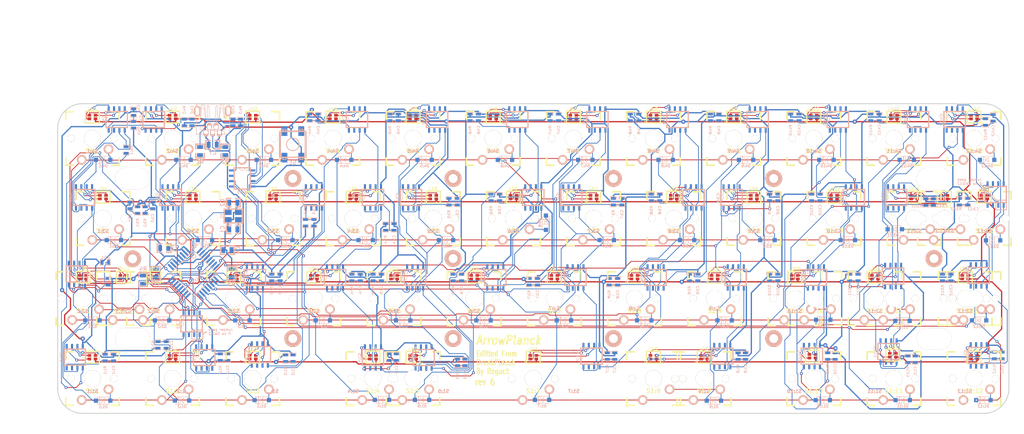
<source format=kicad_pcb>
(kicad_pcb (version 4) (host pcbnew 4.0.5)
  (title_block (title "Planck 46") (rev 6) (company Regack))
  (layers (0 Front signal) (31 Back signal) (36 B.SilkS user hide) (37 F.SilkS user hide) (38 B.Mask user) (39 F.Mask user) (44 Edge.Cuts user))
  (net 0 "")
  (net 1 /Matrix/col1)
  (net 2 /Matrix/col10)
  (net 3 /Matrix/col11)
  (net 4 /Matrix/col12)
  (net 5 /Matrix/col2)
  (net 6 /Matrix/col3)
  (net 7 /Matrix/col4)
  (net 8 /Matrix/col5)
  (net 9 /Matrix/col6)
  (net 10 /Matrix/col7)
  (net 11 /Matrix/col8)
  (net 12 /Matrix/col9)
  (net 13 /Matrix/row1)
  (net 14 /Matrix/row2)
  (net 15 /Matrix/row3)
  (net 16 /Matrix/row4)
  (net 17 /RGB/DIN)
  (net 18 GND)
  (net 19 N-00000100)
  (net 20 N-00000101)
  (net 21 N-00000102)
  (net 22 N-00000103)
  (net 23 N-00000104)
  (net 24 N-00000105)
  (net 25 N-00000106)
  (net 26 N-00000107)
  (net 27 N-00000109)
  (net 28 N-00000110)
  (net 29 N-00000111)
  (net 30 N-00000112)
  (net 31 N-00000113)
  (net 32 N-00000115)
  (net 33 N-00000116)
  (net 34 N-00000117)
  (net 35 N-00000118)
  (net 36 N-00000119)
  (net 37 N-00000120)
  (net 38 N-00000122)
  (net 39 N-00000123)
  (net 40 N-00000124)
  (net 41 N-00000125)
  (net 42 N-00000126)
  (net 43 N-00000128)
  (net 44 N-00000130)
  (net 45 N-00000131)
  (net 46 N-00000132)
  (net 47 N-00000133)
  (net 48 N-00000134)
  (net 49 N-00000135)
  (net 50 N-00000136)
  (net 51 N-00000137)
  (net 52 N-00000138)
  (net 53 N-0000014)
  (net 54 N-00000140)
  (net 55 N-00000141)
  (net 56 N-00000142)
  (net 57 N-00000143)
  (net 58 N-00000144)
  (net 59 N-00000146)
  (net 60 N-00000147)
  (net 61 N-00000148)
  (net 62 N-00000150)
  (net 63 N-00000151)
  (net 64 N-00000152)
  (net 65 N-00000153)
  (net 66 N-00000155)
  (net 67 N-00000156)
  (net 68 N-00000157)
  (net 69 N-00000158)
  (net 70 N-00000159)
  (net 71 N-00000160)
  (net 72 N-00000161)
  (net 73 N-00000162)
  (net 74 N-00000163)
  (net 75 N-00000164)
  (net 76 N-00000165)
  (net 77 N-00000166)
  (net 78 N-00000169)
  (net 79 N-00000170)
  (net 80 N-00000171)
  (net 81 N-00000172)
  (net 82 N-00000173)
  (net 83 N-00000174)
  (net 84 N-00000175)
  (net 85 N-00000177)
  (net 86 N-00000178)
  (net 87 N-00000179)
  (net 88 N-00000183)
  (net 89 N-00000184)
  (net 90 N-00000185)
  (net 91 N-0000019)
  (net 92 N-00000191)
  (net 93 N-00000192)
  (net 94 N-00000193)
  (net 95 N-00000194)
  (net 96 N-00000195)
  (net 97 N-00000196)
  (net 98 N-00000197)
  (net 99 N-00000200)
  (net 100 N-00000201)
  (net 101 N-00000202)
  (net 102 N-00000203)
  (net 103 N-00000204)
  (net 104 N-00000206)
  (net 105 N-00000207)
  (net 106 N-00000209)
  (net 107 N-00000210)
  (net 108 N-00000212)
  (net 109 N-00000213)
  (net 110 N-00000214)
  (net 111 N-00000215)
  (net 112 N-00000216)
  (net 113 N-00000217)
  (net 114 N-00000218)
  (net 115 N-00000219)
  (net 116 N-0000022)
  (net 117 N-00000220)
  (net 118 N-00000222)
  (net 119 N-00000223)
  (net 120 N-00000224)
  (net 121 N-00000226)
  (net 122 N-00000227)
  (net 123 N-00000228)
  (net 124 N-00000229)
  (net 125 N-00000230)
  (net 126 N-00000231)
  (net 127 N-00000232)
  (net 128 N-00000233)
  (net 129 N-00000234)
  (net 130 N-00000235)
  (net 131 N-00000237)
  (net 132 N-00000238)
  (net 133 N-00000239)
  (net 134 N-00000240)
  (net 135 N-00000241)
  (net 136 N-00000242)
  (net 137 N-00000243)
  (net 138 N-00000245)
  (net 139 N-00000246)
  (net 140 N-00000247)
  (net 141 N-00000248)
  (net 142 N-0000025)
  (net 143 N-00000250)
  (net 144 N-00000251)
  (net 145 N-00000252)
  (net 146 N-00000253)
  (net 147 N-00000254)
  (net 148 N-00000255)
  (net 149 N-00000256)
  (net 150 N-00000257)
  (net 151 N-00000258)
  (net 152 N-0000026)
  (net 153 N-00000260)
  (net 154 N-00000261)
  (net 155 N-00000262)
  (net 156 N-00000263)
  (net 157 N-00000265)
  (net 158 N-00000266)
  (net 159 N-00000268)
  (net 160 N-00000269)
  (net 161 N-00000270)
  (net 162 N-00000271)
  (net 163 N-00000272)
  (net 164 N-00000274)
  (net 165 N-00000275)
  (net 166 N-00000276)
  (net 167 N-00000277)
  (net 168 N-00000278)
  (net 169 N-00000279)
  (net 170 N-00000280)
  (net 171 N-00000281)
  (net 172 N-00000282)
  (net 173 N-00000283)
  (net 174 N-00000285)
  (net 175 N-00000286)
  (net 176 N-00000287)
  (net 177 N-00000288)
  (net 178 N-00000290)
  (net 179 N-00000291)
  (net 180 N-00000292)
  (net 181 N-00000293)
  (net 182 N-00000294)
  (net 183 N-00000296)
  (net 184 N-00000297)
  (net 185 N-00000299)
  (net 186 N-0000030)
  (net 187 N-00000300)
  (net 188 N-00000301)
  (net 189 N-00000302)
  (net 190 N-00000303)
  (net 191 N-00000304)
  (net 192 N-00000305)
  (net 193 N-00000306)
  (net 194 N-00000308)
  (net 195 N-00000309)
  (net 196 N-00000310)
  (net 197 N-00000311)
  (net 198 N-00000312)
  (net 199 N-00000313)
  (net 200 N-00000314)
  (net 201 N-00000315)
  (net 202 N-00000316)
  (net 203 N-00000317)
  (net 204 N-00000319)
  (net 205 N-00000320)
  (net 206 N-00000321)
  (net 207 N-00000322)
  (net 208 N-00000323)
  (net 209 N-00000324)
  (net 210 N-00000325)
  (net 211 N-00000327)
  (net 212 N-00000328)
  (net 213 N-00000329)
  (net 214 N-0000033)
  (net 215 N-00000330)
  (net 216 N-00000331)
  (net 217 N-00000332)
  (net 218 N-00000333)
  (net 219 N-00000335)
  (net 220 N-00000336)
  (net 221 N-00000337)
  (net 222 N-00000338)
  (net 223 N-00000339)
  (net 224 N-0000034)
  (net 225 N-00000340)
  (net 226 N-00000341)
  (net 227 N-00000342)
  (net 228 N-00000343)
  (net 229 N-00000345)
  (net 230 N-00000346)
  (net 231 N-00000347)
  (net 232 N-00000348)
  (net 233 N-00000349)
  (net 234 N-0000035)
  (net 235 N-00000350)
  (net 236 N-00000352)
  (net 237 N-00000353)
  (net 238 N-00000354)
  (net 239 N-00000355)
  (net 240 N-00000356)
  (net 241 N-00000357)
  (net 242 N-0000036)
  (net 243 N-0000037)
  (net 244 N-0000038)
  (net 245 N-0000039)
  (net 246 N-000004)
  (net 247 N-0000040)
  (net 248 N-0000041)
  (net 249 N-0000042)
  (net 250 N-0000043)
  (net 251 N-0000044)
  (net 252 N-0000045)
  (net 253 N-0000046)
  (net 254 N-0000047)
  (net 255 N-0000048)
  (net 256 N-0000049)
  (net 257 N-0000050)
  (net 258 N-0000051)
  (net 259 N-0000052)
  (net 260 N-0000053)
  (net 261 N-0000054)
  (net 262 N-0000055)
  (net 263 N-0000056)
  (net 264 N-0000057)
  (net 265 N-0000058)
  (net 266 N-0000059)
  (net 267 N-0000060)
  (net 268 N-0000061)
  (net 269 N-0000062)
  (net 270 N-0000063)
  (net 271 N-0000064)
  (net 272 N-0000065)
  (net 273 N-0000066)
  (net 274 N-0000067)
  (net 275 N-0000068)
  (net 276 N-0000069)
  (net 277 N-0000070)
  (net 278 N-0000071)
  (net 279 N-0000072)
  (net 280 N-0000073)
  (net 281 N-0000074)
  (net 282 N-0000075)
  (net 283 N-0000076)
  (net 284 N-0000077)
  (net 285 N-0000078)
  (net 286 N-0000079)
  (net 287 N-0000080)
  (net 288 N-0000081)
  (net 289 N-0000082)
  (net 290 N-0000083)
  (net 291 N-0000084)
  (net 292 N-0000086)
  (net 293 N-0000087)
  (net 294 N-0000088)
  (net 295 N-0000089)
  (net 296 N-0000091)
  (net 297 N-0000092)
  (net 298 N-0000093)
  (net 299 N-0000094)
  (net 300 N-0000095)
  (net 301 N-0000096)
  (net 302 N-0000098)
  (net 303 N-0000099)
  (net 304 VCC)
  (module CHERRY_PCB_100H_PlatedTH (layer Front) (at 247.7 131.35 180)
    (fp_text reference S2:10 (at 0 -2.921 180) (layer F.SilkS) (effects (font (thickness 0.2))))
    (fp_text value MX1A hide)
    (pad 1 thru_hole circle (at 2.54 -5.08 180) (size 2.286 2.286) (drill 1.498599) (layers *.Cu *.SilkS *.Mask) (net 14 /Matrix/row2))
    (pad 2 thru_hole circle (at -3.81 -2.54 180) (size 2.286 2.286) (drill 1.498599) (layers *.Cu *.SilkS *.Mask) (net 247 N-0000040))
    (pad HOLE thru_hole circle (at 0 0 180) (size 3.9878 3.9878) (drill 3.9878) (layers *.Cu *.Mask F.SilkS))
    (pad HOLE thru_hole circle (at -5.08 0 180) (size 1.7018 1.7018) (drill 1.701799) (layers *.Cu *.Mask F.SilkS))
    (pad HOLE thru_hole circle (at 5.08 0 180) (size 1.7018 1.7018) (drill 1.701799) (layers *.Cu *.Mask F.SilkS))
  )
  (module CHERRY_PCB_100H_PlatedTH (layer Front) (at 266.45 131.35 180)
    (fp_text reference S2:11 (at 0 -2.921 180) (layer F.SilkS) (effects (font (thickness 0.2))))
    (fp_text value MX1A hide)
    (pad 1 thru_hole circle (at 2.54 -5.08 180) (size 2.286 2.286) (drill 1.498599) (layers *.Cu *.SilkS *.Mask) (net 14 /Matrix/row2))
    (pad 2 thru_hole circle (at -3.81 -2.54 180) (size 2.286 2.286) (drill 1.498599) (layers *.Cu *.SilkS *.Mask) (net 245 N-0000039))
    (pad HOLE thru_hole circle (at 0 0 180) (size 3.9878 3.9878) (drill 3.9878) (layers *.Cu *.Mask F.SilkS))
    (pad HOLE thru_hole circle (at -5.08 0 180) (size 1.7018 1.7018) (drill 1.701799) (layers *.Cu *.Mask F.SilkS))
    (pad HOLE thru_hole circle (at 5.08 0 180) (size 1.7018 1.7018) (drill 1.701799) (layers *.Cu *.Mask F.SilkS))
  )
  (module CHERRY_PCB_125H_PlatedTH (layer Front) (at 285.45 131.35 180)
    (fp_text reference S2:12 (at 0 -2.921 180) (layer F.SilkS) (effects (font (thickness 0.2))))
    (fp_text value MX1A hide)
    (pad 1 thru_hole circle (at 2.54 -5.08 180) (size 2.286 2.286) (drill 1.498599) (layers *.Cu *.SilkS *.Mask) (net 14 /Matrix/row2))
    (pad 2 thru_hole circle (at -3.81 -2.54 180) (size 2.286 2.286) (drill 1.498599) (layers *.Cu *.SilkS *.Mask) (net 269 N-0000062))
    (pad HOLE thru_hole circle (at 0 0 180) (size 3.9878 3.9878) (drill 3.9878) (layers *.Cu *.Mask F.SilkS))
    (pad HOLE thru_hole circle (at -5.08 0 180) (size 1.7018 1.7018) (drill 1.701799) (layers *.Cu *.Mask F.SilkS))
    (pad HOLE thru_hole circle (at 5.08 0 180) (size 1.7018 1.7018) (drill 1.701799) (layers *.Cu *.Mask F.SilkS))
  )
  (module CHERRY_MX_RGBLED (layer Front) (at 209.45 150.35 180)
    (fp_text reference L1:9 (at 0 7.112 180) (layer F.SilkS) (effects (font (size 0.635 0.635) (thickness 0.127))))
    (fp_text value 0606_RGB_LED hide)
    (fp_text user + (at -2.159 3.81 180) (layer F.SilkS) (effects (font (size 0.5 0.5) (thickness 0.1))))
    (fp_text user 1 (at 2.032 3.937 180) (layer F.SilkS) (effects (font (size 0.5 0.5) (thickness 0.1))))
    (pad 1 smd rect (at 0.725 4.655 180) (size 0.85 0.65) (layers Front F.Mask) (net 20 N-00000101))
    (pad 2 smd rect (at 0.725 5.505 180) (size 0.85 0.65) (layers Front F.Mask) (net 19 N-00000100))
    (pad 3 smd rect (at -0.725 5.505 180) (size 0.85 0.65) (layers Front F.Mask) (net 303 N-0000099))
    (pad 4 smd rect (at -0.725 4.655 180) (size 0.85 0.65) (layers Front F.Mask) (net 304 VCC))
  )
  (module CHERRY_PCB_125H_PlatedTH (layer Front) (at 209.45 150.35 180)
    (fp_text reference S1:9 (at 0 -2.921 180) (layer F.SilkS) (effects (font (thickness 0.2))))
    (fp_text value MX1A hide)
    (pad 1 thru_hole circle (at 2.54 -5.08 180) (size 2.286 2.286) (drill 1.498599) (layers *.Cu *.SilkS *.Mask) (net 13 /Matrix/row1))
    (pad 2 thru_hole circle (at -3.81 -2.54 180) (size 2.286 2.286) (drill 1.498599) (layers *.Cu *.SilkS *.Mask) (net 273 N-0000066))
    (pad HOLE thru_hole circle (at 0 0 180) (size 3.9878 3.9878) (drill 3.9878) (layers *.Cu *.Mask F.SilkS))
    (pad HOLE thru_hole circle (at -5.08 0 180) (size 1.7018 1.7018) (drill 1.701799) (layers *.Cu *.Mask F.SilkS))
    (pad HOLE thru_hole circle (at 5.08 0 180) (size 1.7018 1.7018) (drill 1.701799) (layers *.Cu *.Mask F.SilkS))
  )
  (module Mechanical_Hole (layer Front) (at 274.35 102.85)
    (fp_text reference H4.1 hide)
    (fp_text value HOLE hide)
    (pad "" thru_hole circle (at 0 0) (size 5 5) (drill 5) (layers *.Cu *.SilkS *.Mask))
  )
  (module Mechanical_Hole (layer Front) (at 277.55 102.85)
    (fp_text reference H4.2 hide)
    (fp_text value HOLE hide)
    (pad "" thru_hole circle (at 0 0) (size 5 5) (drill 5) (layers *.Cu *.SilkS *.Mask))
  )
  (module Mechanical_Hole (layer Front) (at 179.35 121.85)
    (fp_text reference H3.1 hide)
    (fp_text value HOLE hide)
    (pad "" thru_hole circle (at 0 0) (size 5 5) (drill 5) (layers *.Cu *.SilkS *.Mask))
  )
  (module Mechanical_Hole (layer Front) (at 182.55 121.85)
    (fp_text reference H3.2 hide)
    (fp_text value HOLE hide)
    (pad "" thru_hole circle (at 0 0) (size 5 5) (drill 5) (layers *.Cu *.SilkS *.Mask))
  )
  (module Mechanical_Hole (layer Front) (at 84.35 140.85)
    (fp_text reference H2.1 hide)
    (fp_text value HOLE hide)
    (pad "" thru_hole circle (at 0 0) (size 5 5) (drill 5) (layers *.Cu *.SilkS *.Mask))
  )
  (module Mechanical_Hole (layer Front) (at 87.55 140.85)
    (fp_text reference H2.2 hide)
    (fp_text value HOLE hide)
    (pad "" thru_hole circle (at 0 0) (size 5 5) (drill 5) (layers *.Cu *.SilkS *.Mask))
  )
  (module Mechanical_Hole (layer Front) (at 277.55 140.85)
    (fp_text reference H5.2 hide)
    (fp_text value HOLE hide)
    (pad "" thru_hole circle (at 0 0) (size 5 5) (drill 5) (layers *.Cu *.SilkS *.Mask))
  )
  (module USB_MINI-B_MOLEX_54819-0519 (layer Back) (at 104.954 83.095)
    (fp_text reference J1 hide)
    (fp_text value USBMINI_B05 hide)
    (pad "" thru_hole circle (at 3.70078 3.20802) (size 1.4 1.4) (drill 0.8) (layers *.Cu *.SilkS *.Mask))
    (pad "" thru_hole circle (at 3.6957 3.7338) (size 1.4 1.4) (drill 0.8) (layers *.Cu *.SilkS *.Mask))
    (pad "" thru_hole circle (at 3.70078 4.21386) (size 1.4 1.4) (drill 0.8) (layers *.Cu *.SilkS *.Mask))
    (pad LAND thru_hole oval (at 3.70078 3.71094) (size 1.4 2.5) (drill oval 0.8001 1.8) (layers *.Cu *.SilkS *.Mask))
    (pad 1 thru_hole oval (at -1.6002 8.8011) (size 1.09982 1.651) (drill 0.9 (offset 0 0.20066)) (layers *.Cu *.Mask B.SilkS) (net 304 VCC))
    (pad 2 thru_hole oval (at -0.8001 7.59968) (size 1.09982 1.651) (drill 0.9 (offset 0 -0.20066)) (layers *.Cu *.Mask B.SilkS) (net 152 N-0000026))
    (pad 3 thru_hole oval (at 0 8.8011) (size 1.09982 1.651) (drill 0.9 (offset 0 0.20066)) (layers *.Cu *.Mask B.SilkS) (net 186 N-0000030))
    (pad 4 thru_hole oval (at 0.8001 7.59968) (size 1.09982 1.651) (drill 0.9 (offset 0 -0.20066)) (layers *.Cu *.Mask B.SilkS))
    (pad 5 thru_hole oval (at 1.6002 8.8011) (size 1.09982 1.651) (drill 0.9 (offset 0 0.20066)) (layers *.Cu *.Mask B.SilkS) (net 18 GND))
    (pad LAND thru_hole oval (at -3.64998 3.74904) (size 1.4 2.5) (drill oval 0.8001 1.8) (layers *.Cu *.SilkS *.Mask))
    (pad "" thru_hole circle (at -3.64744 4.24688) (size 1.4 1.4) (drill 0.8) (layers *.Cu *.SilkS *.Mask))
    (pad "" thru_hole circle (at -3.64236 3.74396) (size 1.4 1.4) (drill 0.8) (layers *.Cu *.SilkS *.Mask))
    (pad "" thru_hole circle (at -3.64744 3.24612) (size 1.4 1.4) (drill 0.8) (layers *.Cu *.SilkS *.Mask))
  )
  (module SM0805 (layer Back) (at 88.45 126.85 270)
    (fp_text reference R4 (at -2.54 0 360) (layer B.SilkS) (effects (font (size 0.935 0.935) (thickness 0.1588)) (justify mirror)))
    (fp_text value 10kΩ hide)
    (pad 1 smd rect (at -0.9525 0 270) (size 0.889 1.397) (layers Back B.Mask) (net 304 VCC))
    (pad 2 smd rect (at 0.9525 0 270) (size 0.889 1.397) (layers Back B.Mask) (net 142 N-0000025))
  )
  (module SM0805 (layer Back) (at 109.45 125.35 90)
    (fp_text reference R3 (at -2.54 0 180) (layer B.SilkS) (effects (font (size 0.935 0.935) (thickness 0.1588)) (justify mirror)))
    (fp_text value 10kΩ hide)
    (pad 1 smd rect (at -0.9525 0 90) (size 0.889 1.397) (layers Back B.Mask) (net 116 N-0000022))
    (pad 2 smd rect (at 0.9525 0 90) (size 0.889 1.397) (layers Back B.Mask) (net 18 GND))
  )
  (module SM0805 (layer Back) (at 107.954 96.345 90)
    (fp_text reference R2 (at -2.54 0 180) (layer B.SilkS) (effects (font (size 0.935 0.935) (thickness 0.1588)) (justify mirror)))
    (fp_text value 22Ω hide)
    (pad 1 smd rect (at -0.9525 0 90) (size 0.889 1.397) (layers Back B.Mask) (net 53 N-0000014))
    (pad 2 smd rect (at 0.9525 0 90) (size 0.889 1.397) (layers Back B.Mask) (net 186 N-0000030))
  )
  (module SM0805 (layer Back) (at 91.45 125.35 90)
    (fp_text reference C8 (at -2.413 0 180) (layer B.SilkS) (effects (font (size 0.935 0.935) (thickness 0.1588)) (justify mirror)))
    (fp_text value 1uF hide)
    (pad 1 smd rect (at -0.9525 0 90) (size 0.889 1.397) (layers Back B.Mask) (net 91 N-0000019))
    (pad 2 smd rect (at 0.9525 0 90) (size 0.889 1.397) (layers Back B.Mask) (net 18 GND))
  )
  (module SM0805 (layer Back) (at 109.845 108.585)
    (fp_text reference C2 (at -2.54 0 90) (layer B.SilkS) (effects (font (size 0.935 0.935) (thickness 0.1588)) (justify mirror)))
    (fp_text value 22pf hide)
    (pad 1 smd rect (at -0.9525 0) (size 0.889 1.397) (layers Back B.Mask) (net 224 N-0000034))
    (pad 2 smd rect (at 0.9525 0) (size 0.889 1.397) (layers Back B.Mask) (net 18 GND))
  )
  (module SM0805 (layer Back) (at 101.954 96.345 90)
    (fp_text reference R1 (at -2.54 0 180) (layer B.SilkS) (effects (font (size 0.935 0.935) (thickness 0.1588)) (justify mirror)))
    (fp_text value 22Ω hide)
    (pad 1 smd rect (at -0.9525 0 90) (size 0.889 1.397) (layers Back B.Mask) (net 246 N-000004))
    (pad 2 smd rect (at 0.9525 0 90) (size 0.889 1.397) (layers Back B.Mask) (net 152 N-0000026))
  )
  (module SM0805 (layer Back) (at 109.845 114.935 180)
    (fp_text reference C1 (at 2.54 0 270) (layer B.SilkS) (effects (font (size 0.935 0.935) (thickness 0.1588)) (justify mirror)))
    (fp_text value 22pf hide)
    (pad 1 smd rect (at -0.9525 0 180) (size 0.889 1.397) (layers Back B.Mask) (net 214 N-0000033))
    (pad 2 smd rect (at 0.9525 0 180) (size 0.889 1.397) (layers Back B.Mask) (net 18 GND))
  )
  (module SM0805 (layer Back) (at 93.45 119.35 180)
    (fp_text reference C3 (at -2.54 0 270) (layer B.SilkS) (effects (font (size 0.935 0.935) (thickness 0.1588)) (justify mirror)))
    (fp_text value 0.1uF hide)
    (pad 1 smd rect (at -0.9525 0 180) (size 0.889 1.397) (layers Back B.Mask) (net 304 VCC))
    (pad 2 smd rect (at 0.9525 0 180) (size 0.889 1.397) (layers Back B.Mask) (net 18 GND))
  )
  (module SM0805 (layer Back) (at 108.45 119.85 180)
    (fp_text reference C4 (at -2.54 0 270) (layer B.SilkS) (effects (font (size 0.935 0.935) (thickness 0.1588)) (justify mirror)))
    (fp_text value 0.1uF hide)
    (pad 1 smd rect (at -0.9525 0 180) (size 0.889 1.397) (layers Back B.Mask) (net 304 VCC))
    (pad 2 smd rect (at 0.9525 0 180) (size 0.889 1.397) (layers Back B.Mask) (net 18 GND))
  )
  (module SM0805 (layer Back) (at 104.954 94.845)
    (fp_text reference C7 (at 0 1.905) (layer B.SilkS) (effects (font (size 0.935 0.935) (thickness 0.1588)) (justify mirror)))
    (fp_text value 1uF hide)
    (pad 1 smd rect (at -0.9525 0) (size 0.889 1.397) (layers Back B.Mask) (net 304 VCC))
    (pad 2 smd rect (at 0.9525 0) (size 0.889 1.397) (layers Back B.Mask) (net 18 GND))
  )
  (module 7M-16.000MAAJ-T (layer Back) (at 109.845 111.76 180)
    (fp_text reference X1 (at 2.794 0 270) (layer B.SilkS) (effects (font (size 0.6 0.6) (thickness 0.1)) (justify mirror)))
    (fp_text value 7M-16.000MAAJ-T hide)
    (pad 4 smd rect (at -1.2 0.85 180) (size 1.6 1.2) (layers Back B.Mask) (net 18 GND))
    (pad 3 smd rect (at 1.2 0.85 180) (size 1.6 1.2) (layers Back B.Mask) (net 224 N-0000034))
    (pad 1 smd rect (at -1.2 -0.85 180) (size 1.6 1.2) (layers Back B.Mask) (net 214 N-0000033))
    (pad 2 smd rect (at 1.2 -0.85 180) (size 1.6 1.2) (layers Back B.Mask) (net 18 GND))
  )
  (module ADTSJW65RV (layer Back) (at 123.95 94.75 90)
    (fp_text reference S1 (at -4.318 0 360) (layer B.SilkS) (effects (font (size 0.935 0.935) (thickness 0.1588)) (justify mirror)))
    (fp_text value ADTSMW69NVTR hide)
    (pad 1 smd rect (at -3.1496 2.00152 90) (size 2.30124 1.39954) (layers Back B.Mask) (net 18 GND))
    (pad 4 smd rect (at 3.1496 -1.99898 90) (size 2.30124 1.39954) (layers Back B.Mask))
    (pad 2 smd rect (at 3.1496 1.99898 90) (size 2.30124 1.39954) (layers Back B.Mask))
    (pad 3 smd rect (at -3.1496 -1.99898 90) (size 2.30124 1.39954) (layers Back B.Mask) (net 142 N-0000025))
  )
  (module SOD-123 (layer Back) (at 183.0324 155.3972 180)
    (fp_text reference D1:7 (at 0 -1.45 180) (layer B.SilkS) (effects (font (size 0.635 0.635) (thickness 0.127)) (justify mirror)))
    (fp_text value 1N4148 hide)
    (pad 1 smd rect (at -1.7 0 180) (size 1 1) (layers Back B.Mask) (net 281 N-0000074))
    (pad 2 smd rect (at 1.7 0 180) (size 1 1) (layers Back B.Mask) (net 10 /Matrix/col7))
  )
  (module SOD-123 (layer Back) (at 131.06 136.53 180)
    (fp_text reference D2:4 (at 0 -1.45 180) (layer B.SilkS) (effects (font (size 0.635 0.635) (thickness 0.127)) (justify mirror)))
    (fp_text value 1N4148 hide)
    (pad 1 smd rect (at -1.7 0 180) (size 1 1) (layers Back B.Mask) (net 256 N-0000049))
    (pad 2 smd rect (at 1.7 0 180) (size 1 1) (layers Back B.Mask) (net 7 /Matrix/col4))
  )
  (module SOD-123 (layer Back) (at 250.44 98.43 180)
    (fp_text reference D4:10 (at 0 -1.45 180) (layer B.SilkS) (effects (font (size 0.635 0.635) (thickness 0.127)) (justify mirror)))
    (fp_text value 1N4148 hide)
    (pad 1 smd rect (at -1.7 0 180) (size 1 1) (layers Back B.Mask) (net 243 N-0000037))
    (pad 2 smd rect (at 1.7 0 180) (size 1 1) (layers Back B.Mask) (net 2 /Matrix/col10))
  )
  (module SOD-123 (layer Back) (at 231.39 98.43 180)
    (fp_text reference D4:9 (at 0 -1.45 180) (layer B.SilkS) (effects (font (size 0.635 0.635) (thickness 0.127)) (justify mirror)))
    (fp_text value 1N4148 hide)
    (pad 1 smd rect (at -1.7 0 180) (size 1 1) (layers Back B.Mask) (net 234 N-0000035))
    (pad 2 smd rect (at 1.7 0 180) (size 1 1) (layers Back B.Mask) (net 12 /Matrix/col9))
  )
  (module SOD-123 (layer Back) (at 236.47 117.48 180)
    (fp_text reference D3:9 (at 0 -1.45 180) (layer B.SilkS) (effects (font (size 0.635 0.635) (thickness 0.127)) (justify mirror)))
    (fp_text value 1N4148 hide)
    (pad 1 smd rect (at -1.7 0 180) (size 1 1) (layers Back B.Mask) (net 250 N-0000043))
    (pad 2 smd rect (at 1.7 0 180) (size 1 1) (layers Back B.Mask) (net 12 /Matrix/col9))
  )
  (module SOD-123 (layer Back) (at 155.19 98.43 180)
    (fp_text reference D4:5 (at 0 -1.45 180) (layer B.SilkS) (effects (font (size 0.635 0.635) (thickness 0.127)) (justify mirror)))
    (fp_text value 1N4148 hide)
    (pad 1 smd rect (at -1.7 0 180) (size 1 1) (layers Back B.Mask) (net 253 N-0000046))
    (pad 2 smd rect (at 1.7 0 180) (size 1 1) (layers Back B.Mask) (net 8 /Matrix/col5))
  )
  (module SOD-123 (layer Back) (at 217.42 117.48 180)
    (fp_text reference D3:8 (at 0 -1.45 180) (layer B.SilkS) (effects (font (size 0.635 0.635) (thickness 0.127)) (justify mirror)))
    (fp_text value 1N4148 hide)
    (pad 1 smd rect (at -1.7 0 180) (size 1 1) (layers Back B.Mask) (net 260 N-0000053))
    (pad 2 smd rect (at 1.7 0 180) (size 1 1) (layers Back B.Mask) (net 11 /Matrix/col8))
  )
  (module SOD-123 (layer Back) (at 212.34 98.43 180)
    (fp_text reference D4:8 (at 0 -1.45 180) (layer B.SilkS) (effects (font (size 0.635 0.635) (thickness 0.127)) (justify mirror)))
    (fp_text value 1N4148 hide)
    (pad 1 smd rect (at -1.7 0 180) (size 1 1) (layers Back B.Mask) (net 251 N-0000044))
    (pad 2 smd rect (at 1.7 0 180) (size 1 1) (layers Back B.Mask) (net 11 /Matrix/col8))
  )
  (module SOD-123 (layer Back) (at 193.29 98.43 180)
    (fp_text reference D4:7 (at 0 -1.45 180) (layer B.SilkS) (effects (font (size 0.635 0.635) (thickness 0.127)) (justify mirror)))
    (fp_text value 1N4148 hide)
    (pad 1 smd rect (at -1.7 0 180) (size 1 1) (layers Back B.Mask) (net 252 N-0000045))
    (pad 2 smd rect (at 1.7 0 180) (size 1 1) (layers Back B.Mask) (net 10 /Matrix/col7))
  )
  (module SOD-123 (layer Back) (at 198.37 117.48 180)
    (fp_text reference D3:7 (at 0 -1.45 180) (layer B.SilkS) (effects (font (size 0.635 0.635) (thickness 0.127)) (justify mirror)))
    (fp_text value 1N4148 hide)
    (pad 1 smd rect (at -1.7 0 180) (size 1 1) (layers Back B.Mask) (net 263 N-0000056))
    (pad 2 smd rect (at 1.7 0 180) (size 1 1) (layers Back B.Mask) (net 10 /Matrix/col7))
  )
  (module SOD-123 (layer Back) (at 160.27 117.48 180)
    (fp_text reference D3:5 (at 0 -1.45 180) (layer B.SilkS) (effects (font (size 0.635 0.635) (thickness 0.127)) (justify mirror)))
    (fp_text value 1N4148 hide)
    (pad 1 smd rect (at -1.7 0 180) (size 1 1) (layers Back B.Mask) (net 264 N-0000057))
    (pad 2 smd rect (at 1.7 0 180) (size 1 1) (layers Back B.Mask) (net 8 /Matrix/col5))
  )
  (module SOD-123 (layer Back) (at 141.22 117.48 180)
    (fp_text reference D3:4 (at 0 -1.45 180) (layer B.SilkS) (effects (font (size 0.635 0.635) (thickness 0.127)) (justify mirror)))
    (fp_text value 1N4148 hide)
    (pad 1 smd rect (at -1.7 0 180) (size 1 1) (layers Back B.Mask) (net 255 N-0000048))
    (pad 2 smd rect (at 1.7 0 180) (size 1 1) (layers Back B.Mask) (net 7 /Matrix/col4))
  )
  (module SOD-123 (layer Back) (at 136.14 98.43 180)
    (fp_text reference D4:4 (at 0 -1.45 180) (layer B.SilkS) (effects (font (size 0.635 0.635) (thickness 0.127)) (justify mirror)))
    (fp_text value 1N4148 hide)
    (pad 1 smd rect (at -1.7 0 180) (size 1 1) (layers Back B.Mask) (net 254 N-0000047))
    (pad 2 smd rect (at 1.7 0 180) (size 1 1) (layers Back B.Mask) (net 7 /Matrix/col4))
  )
  (module SOD-123 (layer Back) (at 169.16 136.53 180)
    (fp_text reference D2:6 (at 0 -1.45 180) (layer B.SilkS) (effects (font (size 0.635 0.635) (thickness 0.127)) (justify mirror)))
    (fp_text value 1N4148 hide)
    (pad 1 smd rect (at -1.7 0 180) (size 1 1) (layers Back B.Mask) (net 280 N-0000073))
    (pad 2 smd rect (at 1.7 0 180) (size 1 1) (layers Back B.Mask) (net 9 /Matrix/col6))
  )
  (module SOD-123 (layer Back) (at 183.95 113.35 90)
    (fp_text reference D3:6 (at 0 -1.45 90) (layer B.SilkS) (effects (font (size 0.635 0.635) (thickness 0.127)) (justify mirror)))
    (fp_text value 1N4148 hide)
    (pad 1 smd rect (at -1.7 0 90) (size 1 1) (layers Back B.Mask) (net 258 N-0000051))
    (pad 2 smd rect (at 1.7 0 90) (size 1 1) (layers Back B.Mask) (net 9 /Matrix/col6))
  )
  (module SOD-123 (layer Back) (at 174.24 98.43 180)
    (fp_text reference D4:6 (at 0 -1.45 180) (layer B.SilkS) (effects (font (size 0.635 0.635) (thickness 0.127)) (justify mirror)))
    (fp_text value 1N4148 hide)
    (pad 1 smd rect (at -1.7 0 180) (size 1 1) (layers Back B.Mask) (net 257 N-0000050))
    (pad 2 smd rect (at 1.7 0 180) (size 1 1) (layers Back B.Mask) (net 9 /Matrix/col6))
  )
  (module SOD-123 (layer Back) (at 112.01 136.53 180)
    (fp_text reference D2:3 (at 0 -1.45 180) (layer B.SilkS) (effects (font (size 0.635 0.635) (thickness 0.127)) (justify mirror)))
    (fp_text value 1N4148 hide)
    (pad 1 smd rect (at -1.7 0 180) (size 1 1) (layers Back B.Mask) (net 284 N-0000077))
    (pad 2 smd rect (at 1.7 0 180) (size 1 1) (layers Back B.Mask) (net 6 /Matrix/col3))
  )
  (module SOD-123 (layer Back) (at 92.96 136.53 180)
    (fp_text reference D2:2 (at 0 -1.45 180) (layer B.SilkS) (effects (font (size 0.635 0.635) (thickness 0.127)) (justify mirror)))
    (fp_text value 1N4148 hide)
    (pad 1 smd rect (at -1.7 0 180) (size 1 1) (layers Back B.Mask) (net 285 N-0000078))
    (pad 2 smd rect (at 1.7 0 180) (size 1 1) (layers Back B.Mask) (net 5 /Matrix/col2))
  )
  (module SOD-123 (layer Back) (at 122.17 117.48 180)
    (fp_text reference D3:3 (at 0 -1.45 180) (layer B.SilkS) (effects (font (size 0.635 0.635) (thickness 0.127)) (justify mirror)))
    (fp_text value 1N4148 hide)
    (pad 1 smd rect (at -1.7 0 180) (size 1 1) (layers Back B.Mask) (net 278 N-0000071))
    (pad 2 smd rect (at 1.7 0 180) (size 1 1) (layers Back B.Mask) (net 6 /Matrix/col3))
  )
  (module SOD-123 (layer Back) (at 117.09 98.43 180)
    (fp_text reference D4:3 (at 0 -1.45 180) (layer B.SilkS) (effects (font (size 0.635 0.635) (thickness 0.127)) (justify mirror)))
    (fp_text value 1N4148 hide)
    (pad 1 smd rect (at -1.7 0 180) (size 1 1) (layers Back B.Mask) (net 286 N-0000079))
    (pad 2 smd rect (at 1.7 0 180) (size 1 1) (layers Back B.Mask) (net 6 /Matrix/col3))
  )
  (module SOD-123 (layer Back) (at 103.12 117.48 180)
    (fp_text reference D3:2 (at 0 -1.45 180) (layer B.SilkS) (effects (font (size 0.635 0.635) (thickness 0.127)) (justify mirror)))
    (fp_text value 1N4148 hide)
    (pad 1 smd rect (at -1.7 0 180) (size 1 1) (layers Back B.Mask) (net 279 N-0000072))
    (pad 2 smd rect (at 1.7 0 180) (size 1 1) (layers Back B.Mask) (net 5 /Matrix/col2))
  )
  (module SOD-123 (layer Back) (at 98.04 98.43 180)
    (fp_text reference D4:2 (at 0 -1.45 180) (layer B.SilkS) (effects (font (size 0.635 0.635) (thickness 0.127)) (justify mirror)))
    (fp_text value 1N4148 hide)
    (pad 1 smd rect (at -1.7 0 180) (size 1 1) (layers Back B.Mask) (net 287 N-0000080))
    (pad 2 smd rect (at 1.7 0 180) (size 1 1) (layers Back B.Mask) (net 5 /Matrix/col2))
  )
  (module SOD-123 (layer Back) (at 268.5288 155.448 180)
    (fp_text reference D1:11 (at 0 -1.45 180) (layer B.SilkS) (effects (font (size 0.635 0.635) (thickness 0.127)) (justify mirror)))
    (fp_text value 1N4148 hide)
    (pad 1 smd rect (at -1.7 0 180) (size 1 1) (layers Back B.Mask) (net 248 N-0000041))
    (pad 2 smd rect (at 1.7 0 180) (size 1 1) (layers Back B.Mask) (net 3 /Matrix/col11))
  )
  (module SOD-123 (layer Back) (at 76.45 136.53 180)
    (fp_text reference D2:1 (at 0 -1.45 180) (layer B.SilkS) (effects (font (size 0.635 0.635) (thickness 0.127)) (justify mirror)))
    (fp_text value 1N4148 hide)
    (pad 1 smd rect (at -1.7 0 180) (size 1 1) (layers Back B.Mask) (net 270 N-0000063))
    (pad 2 smd rect (at 1.7 0 180) (size 1 1) (layers Back B.Mask) (net 1 /Matrix/col1))
  )
  (module SOD-123 (layer Back) (at 81.53 117.48 180)
    (fp_text reference D3:1 (at 0 -1.45 180) (layer B.SilkS) (effects (font (size 0.635 0.635) (thickness 0.127)) (justify mirror)))
    (fp_text value 1N4148 hide)
    (pad 1 smd rect (at -1.7 0 180) (size 1 1) (layers Back B.Mask) (net 272 N-0000065))
    (pad 2 smd rect (at 1.7 0 180) (size 1 1) (layers Back B.Mask) (net 1 /Matrix/col1))
  )
  (module SOD-123 (layer Back) (at 116.586 155.448 180)
    (fp_text reference D1:3 (at 0 -1.45 180) (layer B.SilkS) (effects (font (size 0.635 0.635) (thickness 0.127)) (justify mirror)))
    (fp_text value 1N4148 hide)
    (pad 1 smd rect (at -1.7 0 180) (size 1 1) (layers Back B.Mask) (net 282 N-0000075))
    (pad 2 smd rect (at 1.7 0 180) (size 1 1) (layers Back B.Mask) (net 6 /Matrix/col3))
  )
  (module SOD-123 (layer Back) (at 97.6884 155.5496 180)
    (fp_text reference D1:2 (at 0 -1.45 180) (layer B.SilkS) (effects (font (size 0.635 0.635) (thickness 0.127)) (justify mirror)))
    (fp_text value 1N4148 hide)
    (pad 1 smd rect (at -1.7 0 180) (size 1 1) (layers Back B.Mask) (net 283 N-0000076))
    (pad 2 smd rect (at 1.7 0 180) (size 1 1) (layers Back B.Mask) (net 5 /Matrix/col2))
  )
  (module SOD-123 (layer Back) (at 78.99 155.58 180)
    (fp_text reference D1:1 (at 0 -1.45 180) (layer B.SilkS) (effects (font (size 0.635 0.635) (thickness 0.127)) (justify mirror)))
    (fp_text value 1N4148 hide)
    (pad 1 smd rect (at -1.7 0 180) (size 1 1) (layers Back B.Mask) (net 265 N-0000058))
    (pad 2 smd rect (at 1.7 0 180) (size 1 1) (layers Back B.Mask) (net 1 /Matrix/col1))
  )
  (module SOD-123 (layer Back) (at 207.26 136.53 180)
    (fp_text reference D2:8 (at 0 -1.45 180) (layer B.SilkS) (effects (font (size 0.635 0.635) (thickness 0.127)) (justify mirror)))
    (fp_text value 1N4148 hide)
    (pad 1 smd rect (at -1.7 0 180) (size 1 1) (layers Back B.Mask) (net 261 N-0000054))
    (pad 2 smd rect (at 1.7 0 180) (size 1 1) (layers Back B.Mask) (net 11 /Matrix/col8))
  )
  (module SOD-123 (layer Back) (at 188.21 136.53 180)
    (fp_text reference D2:7 (at 0 -1.45 180) (layer B.SilkS) (effects (font (size 0.635 0.635) (thickness 0.127)) (justify mirror)))
    (fp_text value 1N4148 hide)
    (pad 1 smd rect (at -1.7 0 180) (size 1 1) (layers Back B.Mask) (net 262 N-0000055))
    (pad 2 smd rect (at 1.7 0 180) (size 1 1) (layers Back B.Mask) (net 10 /Matrix/col7))
  )
  (module SOD-123 (layer Back) (at 150.11 136.53 180)
    (fp_text reference D2:5 (at 0 -1.45 180) (layer B.SilkS) (effects (font (size 0.635 0.635) (thickness 0.127)) (justify mirror)))
    (fp_text value 1N4148 hide)
    (pad 1 smd rect (at -1.7 0 180) (size 1 1) (layers Back B.Mask) (net 259 N-0000052))
    (pad 2 smd rect (at 1.7 0 180) (size 1 1) (layers Back B.Mask) (net 8 /Matrix/col5))
  )
  (module SOD-123 (layer Back) (at 78.99 98.43 180)
    (fp_text reference D4:1 (at 0 -1.45 180) (layer B.SilkS) (effects (font (size 0.635 0.635) (thickness 0.127)) (justify mirror)))
    (fp_text value 1N4148 hide)
    (pad 1 smd rect (at -1.7 0 180) (size 1 1) (layers Back B.Mask) (net 277 N-0000070))
    (pad 2 smd rect (at 1.7 0 180) (size 1 1) (layers Back B.Mask) (net 1 /Matrix/col1))
  )
  (module SOD-123 (layer Back) (at 288.54 98.43 180)
    (fp_text reference D4:12 (at 0 -1.45 180) (layer B.SilkS) (effects (font (size 0.635 0.635) (thickness 0.127)) (justify mirror)))
    (fp_text value 1N4148 hide)
    (pad 1 smd rect (at -1.7 0 180) (size 1 1) (layers Back B.Mask) (net 268 N-0000061))
    (pad 2 smd rect (at 1.7 0 180) (size 1 1) (layers Back B.Mask) (net 4 /Matrix/col12))
  )
  (module SOD-123 (layer Back) (at 266.65 114.9 180)
    (fp_text reference D3:11 (at 0.45 -1.45 180) (layer B.SilkS) (effects (font (size 0.635 0.635) (thickness 0.127)) (justify mirror)))
    (fp_text value 1N4148 hide)
    (pad 1 smd rect (at -1.7 0 180) (size 1 1) (layers Back B.Mask) (net 271 N-0000064))
    (pad 2 smd rect (at 1.7 0 180) (size 1 1) (layers Back B.Mask) (net 3 /Matrix/col11))
  )
  (module SOD-123 (layer Back) (at 287.655 155.448 180)
    (fp_text reference D1:12 (at 0 -1.45 180) (layer B.SilkS) (effects (font (size 0.635 0.635) (thickness 0.127)) (justify mirror)))
    (fp_text value 1N4148 hide)
    (pad 1 smd rect (at -1.7 0 180) (size 1 1) (layers Back B.Mask) (net 274 N-0000067))
    (pad 2 smd rect (at 1.7 0 180) (size 1 1) (layers Back B.Mask) (net 4 /Matrix/col12))
  )
  (module SOD-123 (layer Back) (at 268.478 136.652 180)
    (fp_text reference D2:11 (at 0 -1.45 180) (layer B.SilkS) (effects (font (size 0.635 0.635) (thickness 0.127)) (justify mirror)))
    (fp_text value 1N4148 hide)
    (pad 1 smd rect (at -1.7 0 180) (size 1 1) (layers Back B.Mask) (net 245 N-0000039))
    (pad 2 smd rect (at 1.7 0 180) (size 1 1) (layers Back B.Mask) (net 3 /Matrix/col11))
  )
  (module SOD-123 (layer Back) (at 249.682 136.398 180)
    (fp_text reference D2:10 (at 0 -1.45 180) (layer B.SilkS) (effects (font (size 0.635 0.635) (thickness 0.127)) (justify mirror)))
    (fp_text value 1N4148 hide)
    (pad 1 smd rect (at -1.7 0 180) (size 1 1) (layers Back B.Mask) (net 247 N-0000040))
    (pad 2 smd rect (at 1.7 0 180) (size 1 1) (layers Back B.Mask) (net 2 /Matrix/col10))
  )
  (module SOD-123 (layer Back) (at 226.31 136.53 180)
    (fp_text reference D2:9 (at 0 -1.45 180) (layer B.SilkS) (effects (font (size 0.635 0.635) (thickness 0.127)) (justify mirror)))
    (fp_text value 1N4148 hide)
    (pad 1 smd rect (at -1.7 0 180) (size 1 1) (layers Back B.Mask) (net 249 N-0000042))
    (pad 2 smd rect (at 1.7 0 180) (size 1 1) (layers Back B.Mask) (net 12 /Matrix/col9))
  )
  (module SOD-123 (layer Back) (at 255.52 117.48 180)
    (fp_text reference D3:10 (at 0 -1.45 180) (layer B.SilkS) (effects (font (size 0.635 0.635) (thickness 0.127)) (justify mirror)))
    (fp_text value 1N4148 hide)
    (pad 1 smd rect (at -1.7 0 180) (size 1 1) (layers Back B.Mask) (net 242 N-0000036))
    (pad 2 smd rect (at 1.7 0 180) (size 1 1) (layers Back B.Mask) (net 2 /Matrix/col10))
  )
  (module SOD-123 (layer Back) (at 269.49 98.43 180)
    (fp_text reference D4:11 (at 0 -1.45 180) (layer B.SilkS) (effects (font (size 0.635 0.635) (thickness 0.127)) (justify mirror)))
    (fp_text value 1N4148 hide)
    (pad 1 smd rect (at -1.7 0 180) (size 1 1) (layers Back B.Mask) (net 244 N-0000038))
    (pad 2 smd rect (at 1.7 0 180) (size 1 1) (layers Back B.Mask) (net 3 /Matrix/col11))
  )
  (module TQFP32 (layer Back) (at 100.45 125.35 225)
    (fp_text reference IC1 (at -4.579931 4.400325 225) (layer B.SilkS) (effects (font (size 0.8 0.8) (thickness 0.2)) (justify mirror)))
    (fp_text value ATMEGA32U2 (at 0 -1.524 225) (layer B.SilkS) (effects (font (size 0.6 0.6) (thickness 0.1)) (justify mirror)))
    (pad 8 smd oval (at -4.8158 -2.7762 225) (size 1.999 0.4496) (layers Back B.Mask) (net 6 /Matrix/col3))
    (pad 7 smd oval (at -4.8158 -1.9761 225) (size 1.999 0.4496) (layers Back B.Mask) (net 5 /Matrix/col2))
    (pad 6 smd oval (at -4.8158 -1.176 225) (size 1.999 0.4496) (layers Back B.Mask) (net 1 /Matrix/col1))
    (pad 5 smd oval (at -4.8158 -0.3759 225) (size 1.999 0.4496) (layers Back B.Mask) (net 2 /Matrix/col10))
    (pad 4 smd oval (at -4.8158 0.4242 225) (size 1.999 0.4496) (layers Back B.Mask) (net 304 VCC))
    (pad 3 smd oval (at -4.8158 1.2243 225) (size 1.999 0.4496) (layers Back B.Mask) (net 18 GND))
    (pad 2 smd oval (at -4.8158 2.0244 225) (size 1.999 0.4496) (layers Back B.Mask) (net 214 N-0000033))
    (pad 1 smd oval (at -4.8158 2.8245 225) (size 1.999 0.4496) (layers Back B.Mask) (net 224 N-0000034))
    (pad 24 smd oval (at 4.7498 2.8194 225) (size 1.999 0.4496) (layers Back B.Mask) (net 142 N-0000025))
    (pad 17 smd oval (at 4.7498 -2.794 225) (size 1.999 0.4496) (layers Back B.Mask) (net 13 /Matrix/row1))
    (pad 18 smd oval (at 4.7498 -1.9812 225) (size 1.999 0.4496) (layers Back B.Mask) (net 14 /Matrix/row2))
    (pad 19 smd oval (at 4.7498 -1.1684 225) (size 1.999 0.4496) (layers Back B.Mask) (net 15 /Matrix/row3))
    (pad 20 smd oval (at 4.7498 -0.381 225) (size 1.999 0.4496) (layers Back B.Mask) (net 16 /Matrix/row4))
    (pad 21 smd oval (at 4.7498 0.4318 225) (size 1.999 0.4496) (layers Back B.Mask))
    (pad 22 smd oval (at 4.7498 1.2192 225) (size 1.999 0.4496) (layers Back B.Mask) (net 11 /Matrix/col8))
    (pad 23 smd oval (at 4.7498 2.032 225) (size 1.999 0.4496) (layers Back B.Mask))
    (pad 32 smd oval (at -2.8245 4.826 225) (size 0.4496 1.999) (layers Back B.Mask) (net 304 VCC))
    (pad 31 smd oval (at -2.0269 4.826 225) (size 0.4496 1.999) (layers Back B.Mask) (net 304 VCC))
    (pad 30 smd oval (at -1.2243 4.826 225) (size 0.4496 1.999) (layers Back B.Mask) (net 246 N-000004))
    (pad 29 smd oval (at -0.4267 4.826 225) (size 0.4496 1.999) (layers Back B.Mask) (net 53 N-0000014))
    (pad 28 smd oval (at 0.3759 4.826 225) (size 0.4496 1.999) (layers Back B.Mask) (net 18 GND))
    (pad 27 smd oval (at 1.1735 4.826 225) (size 0.4496 1.999) (layers Back B.Mask) (net 91 N-0000019))
    (pad 26 smd oval (at 1.9761 4.826 225) (size 0.4496 1.999) (layers Back B.Mask) (net 12 /Matrix/col9))
    (pad 25 smd oval (at 2.7737 4.826 225) (size 0.4496 1.999) (layers Back B.Mask))
    (pad 9 smd oval (at -2.8194 -4.7752 225) (size 0.4496 1.999) (layers Back B.Mask) (net 7 /Matrix/col4))
    (pad 10 smd oval (at -2.032 -4.7752 225) (size 0.4496 1.999) (layers Back B.Mask) (net 8 /Matrix/col5))
    (pad 11 smd oval (at -1.2192 -4.7752 225) (size 0.4496 1.999) (layers Back B.Mask) (net 9 /Matrix/col6))
    (pad 12 smd oval (at -0.4318 -4.7752 225) (size 0.4496 1.999) (layers Back B.Mask) (net 10 /Matrix/col7))
    (pad 13 smd oval (at 0.3556 -4.7752 225) (size 0.4496 1.999) (layers Back B.Mask) (net 116 N-0000022))
    (pad 14 smd oval (at 1.1684 -4.7752 225) (size 0.4496 1.999) (layers Back B.Mask) (net 3 /Matrix/col11))
    (pad 15 smd oval (at 1.9812 -4.7752 225) (size 0.4496 1.999) (layers Back B.Mask) (net 4 /Matrix/col12))
    (pad 16 smd oval (at 2.794 -4.7752 225) (size 0.4496 1.999) (layers Back B.Mask) (net 17 /RGB/DIN))
  )
  (module SOD-123 (layer Back) (at 145.0848 155.3972 180)
    (fp_text reference D1:4 (at 0 -1.45 180) (layer B.SilkS) (effects (font (size 0.635 0.635) (thickness 0.127)) (justify mirror)))
    (fp_text value 1N4148 hide)
    (pad 1 smd rect (at -1.7 0 180) (size 1 1) (layers Back B.Mask) (net 276 N-0000069))
    (pad 2 smd rect (at 1.7 0 180) (size 1 1) (layers Back B.Mask) (net 7 /Matrix/col4))
  )
  (module SOD-123 (layer Back) (at 154.5844 155.3972 180)
    (fp_text reference D1:5 (at 0 -1.45 180) (layer B.SilkS) (effects (font (size 0.635 0.635) (thickness 0.127)) (justify mirror)))
    (fp_text value 1N4148 hide)
    (pad 1 smd rect (at -1.7 0 180) (size 1 1) (layers Back B.Mask) (net 275 N-0000068))
    (pad 2 smd rect (at 1.7 0 180) (size 1 1) (layers Back B.Mask) (net 8 /Matrix/col5))
  )
  (module SOD-123 (layer Back) (at 223.77 155.58 180)
    (fp_text reference D1:9 (at 0 -1.45 180) (layer B.SilkS) (effects (font (size 0.635 0.635) (thickness 0.127)) (justify mirror)))
    (fp_text value 1N4148 hide)
    (pad 1 smd rect (at -1.7 0 180) (size 1 1) (layers Back B.Mask) (net 273 N-0000066))
    (pad 2 smd rect (at 1.7 0 180) (size 1 1) (layers Back B.Mask) (net 12 /Matrix/col9))
  )
  (module SOD-123 (layer Back) (at 249.5804 155.448 180)
    (fp_text reference D1:10 (at 0 -1.45 180) (layer B.SilkS) (effects (font (size 0.635 0.635) (thickness 0.127)) (justify mirror)))
    (fp_text value 1N4148 hide)
    (pad 1 smd rect (at -1.7 0 180) (size 1 1) (layers Back B.Mask) (net 266 N-0000059))
    (pad 2 smd rect (at 1.7 0 180) (size 1 1) (layers Back B.Mask) (net 2 /Matrix/col10))
  )
  (module CHERRY_PCB_125H_PlatedTH (layer Front) (at 152.45 150.35 180)
    (fp_text reference S1:5 (at 0 -2.921 180) (layer F.SilkS) (effects (font (thickness 0.2))))
    (fp_text value MX1A hide)
    (pad 1 thru_hole circle (at 2.54 -5.08 180) (size 2.286 2.286) (drill 1.498599) (layers *.Cu *.SilkS *.Mask) (net 13 /Matrix/row1))
    (pad 2 thru_hole circle (at -3.81 -2.54 180) (size 2.286 2.286) (drill 1.498599) (layers *.Cu *.SilkS *.Mask) (net 275 N-0000068))
    (pad HOLE thru_hole circle (at 0 0 180) (size 3.9878 3.9878) (drill 3.9878) (layers *.Cu *.Mask F.SilkS))
    (pad HOLE thru_hole circle (at -5.08 0 180) (size 1.7018 1.7018) (drill 1.701799) (layers *.Cu *.Mask F.SilkS))
    (pad HOLE thru_hole circle (at 5.08 0 180) (size 1.7018 1.7018) (drill 1.701799) (layers *.Cu *.Mask F.SilkS))
  )
  (module CHERRY_PCB_100H_PlatedTH (layer Front) (at 223.95 131.35 180)
    (fp_text reference S2:9 (at 0 -2.921 180) (layer F.SilkS) (effects (font (thickness 0.2))))
    (fp_text value MX1A hide)
    (pad 1 thru_hole circle (at 2.54 -5.08 180) (size 2.286 2.286) (drill 1.498599) (layers *.Cu *.SilkS *.Mask) (net 14 /Matrix/row2))
    (pad 2 thru_hole circle (at -3.81 -2.54 180) (size 2.286 2.286) (drill 1.498599) (layers *.Cu *.SilkS *.Mask) (net 249 N-0000042))
    (pad HOLE thru_hole circle (at 0 0 180) (size 3.9878 3.9878) (drill 3.9878) (layers *.Cu *.Mask F.SilkS))
    (pad HOLE thru_hole circle (at -5.08 0 180) (size 1.7018 1.7018) (drill 1.701799) (layers *.Cu *.Mask F.SilkS))
    (pad HOLE thru_hole circle (at 5.08 0 180) (size 1.7018 1.7018) (drill 1.701799) (layers *.Cu *.Mask F.SilkS))
  )
  (module CHERRY_PCB_100H_PlatedTH (layer Front) (at 128.95 131.35 180)
    (fp_text reference S2:4 (at 0 -2.921 180) (layer F.SilkS) (effects (font (thickness 0.2))))
    (fp_text value MX1A hide)
    (pad 1 thru_hole circle (at 2.54 -5.08 180) (size 2.286 2.286) (drill 1.498599) (layers *.Cu *.SilkS *.Mask) (net 14 /Matrix/row2))
    (pad 2 thru_hole circle (at -3.81 -2.54 180) (size 2.286 2.286) (drill 1.498599) (layers *.Cu *.SilkS *.Mask) (net 256 N-0000049))
    (pad HOLE thru_hole circle (at 0 0 180) (size 3.9878 3.9878) (drill 3.9878) (layers *.Cu *.Mask F.SilkS))
    (pad HOLE thru_hole circle (at -5.08 0 180) (size 1.7018 1.7018) (drill 1.701799) (layers *.Cu *.Mask F.SilkS))
    (pad HOLE thru_hole circle (at 5.08 0 180) (size 1.7018 1.7018) (drill 1.701799) (layers *.Cu *.Mask F.SilkS))
  )
  (module CHERRY_PCB_100H_PlatedTH (layer Front) (at 242.95 131.35 180)
    (fp_text reference S2:10 (at 0 -2.921 180) (layer F.SilkS) (effects (font (thickness 0.2))))
    (fp_text value MX1A hide)
    (pad 1 thru_hole circle (at 2.54 -5.08 180) (size 2.286 2.286) (drill 1.498599) (layers *.Cu *.SilkS *.Mask) (net 14 /Matrix/row2))
    (pad 2 thru_hole circle (at -3.81 -2.54 180) (size 2.286 2.286) (drill 1.498599) (layers *.Cu *.SilkS *.Mask) (net 247 N-0000040))
    (pad HOLE thru_hole circle (at 0 0 180) (size 3.9878 3.9878) (drill 3.9878) (layers *.Cu *.Mask F.SilkS))
    (pad HOLE thru_hole circle (at -5.08 0 180) (size 1.7018 1.7018) (drill 1.701799) (layers *.Cu *.Mask F.SilkS))
    (pad HOLE thru_hole circle (at 5.08 0 180) (size 1.7018 1.7018) (drill 1.701799) (layers *.Cu *.Mask F.SilkS))
  )
  (module CHERRY_PCB_100H_PlatedTH (layer Front) (at 204.95 131.35 180)
    (fp_text reference S2:8 (at 0 -2.921 180) (layer F.SilkS) (effects (font (thickness 0.2))))
    (fp_text value MX1A hide)
    (pad 1 thru_hole circle (at 2.54 -5.08 180) (size 2.286 2.286) (drill 1.498599) (layers *.Cu *.SilkS *.Mask) (net 14 /Matrix/row2))
    (pad 2 thru_hole circle (at -3.81 -2.54 180) (size 2.286 2.286) (drill 1.498599) (layers *.Cu *.SilkS *.Mask) (net 261 N-0000054))
    (pad HOLE thru_hole circle (at 0 0 180) (size 3.9878 3.9878) (drill 3.9878) (layers *.Cu *.Mask F.SilkS))
    (pad HOLE thru_hole circle (at -5.08 0 180) (size 1.7018 1.7018) (drill 1.701799) (layers *.Cu *.Mask F.SilkS))
    (pad HOLE thru_hole circle (at 5.08 0 180) (size 1.7018 1.7018) (drill 1.701799) (layers *.Cu *.Mask F.SilkS))
  )
  (module CHERRY_PCB_100H_PlatedTH (layer Front) (at 185.95 131.35 180)
    (fp_text reference S2:7 (at 0 -2.921 180) (layer F.SilkS) (effects (font (thickness 0.2))))
    (fp_text value MX1A hide)
    (pad 1 thru_hole circle (at 2.54 -5.08 180) (size 2.286 2.286) (drill 1.498599) (layers *.Cu *.SilkS *.Mask) (net 14 /Matrix/row2))
    (pad 2 thru_hole circle (at -3.81 -2.54 180) (size 2.286 2.286) (drill 1.498599) (layers *.Cu *.SilkS *.Mask) (net 262 N-0000055))
    (pad HOLE thru_hole circle (at 0 0 180) (size 3.9878 3.9878) (drill 3.9878) (layers *.Cu *.Mask F.SilkS))
    (pad HOLE thru_hole circle (at -5.08 0 180) (size 1.7018 1.7018) (drill 1.701799) (layers *.Cu *.Mask F.SilkS))
    (pad HOLE thru_hole circle (at 5.08 0 180) (size 1.7018 1.7018) (drill 1.701799) (layers *.Cu *.Mask F.SilkS))
  )
  (module CHERRY_PCB_100H_PlatedTH (layer Front) (at 166.95 131.35 180)
    (fp_text reference S2:6 (at 0 -2.921 180) (layer F.SilkS) (effects (font (thickness 0.2))))
    (fp_text value MX1A hide)
    (pad 1 thru_hole circle (at 2.54 -5.08 180) (size 2.286 2.286) (drill 1.498599) (layers *.Cu *.SilkS *.Mask) (net 14 /Matrix/row2))
    (pad 2 thru_hole circle (at -3.81 -2.54 180) (size 2.286 2.286) (drill 1.498599) (layers *.Cu *.SilkS *.Mask) (net 280 N-0000073))
    (pad HOLE thru_hole circle (at 0 0 180) (size 3.9878 3.9878) (drill 3.9878) (layers *.Cu *.Mask F.SilkS))
    (pad HOLE thru_hole circle (at -5.08 0 180) (size 1.7018 1.7018) (drill 1.701799) (layers *.Cu *.Mask F.SilkS))
    (pad HOLE thru_hole circle (at 5.08 0 180) (size 1.7018 1.7018) (drill 1.701799) (layers *.Cu *.Mask F.SilkS))
  )
  (module CHERRY_PCB_100H_PlatedTH (layer Front) (at 147.95 131.35 180)
    (fp_text reference S2:5 (at 0 -2.921 180) (layer F.SilkS) (effects (font (thickness 0.2))))
    (fp_text value MX1A hide)
    (pad 1 thru_hole circle (at 2.54 -5.08 180) (size 2.286 2.286) (drill 1.498599) (layers *.Cu *.SilkS *.Mask) (net 14 /Matrix/row2))
    (pad 2 thru_hole circle (at -3.81 -2.54 180) (size 2.286 2.286) (drill 1.498599) (layers *.Cu *.SilkS *.Mask) (net 259 N-0000052))
    (pad HOLE thru_hole circle (at 0 0 180) (size 3.9878 3.9878) (drill 3.9878) (layers *.Cu *.Mask F.SilkS))
    (pad HOLE thru_hole circle (at -5.08 0 180) (size 1.7018 1.7018) (drill 1.701799) (layers *.Cu *.Mask F.SilkS))
    (pad HOLE thru_hole circle (at 5.08 0 180) (size 1.7018 1.7018) (drill 1.701799) (layers *.Cu *.Mask F.SilkS))
  )
  (module CHERRY_PCB_100H_PlatedTH (layer Front) (at 109.95 131.35 180)
    (fp_text reference S2:3 (at 0 -2.921 180) (layer F.SilkS) (effects (font (thickness 0.2))))
    (fp_text value MX1A hide)
    (pad 1 thru_hole circle (at 2.54 -5.08 180) (size 2.286 2.286) (drill 1.498599) (layers *.Cu *.SilkS *.Mask) (net 14 /Matrix/row2))
    (pad 2 thru_hole circle (at -3.81 -2.54 180) (size 2.286 2.286) (drill 1.498599) (layers *.Cu *.SilkS *.Mask) (net 284 N-0000077))
    (pad HOLE thru_hole circle (at 0 0 180) (size 3.9878 3.9878) (drill 3.9878) (layers *.Cu *.Mask F.SilkS))
    (pad HOLE thru_hole circle (at -5.08 0 180) (size 1.7018 1.7018) (drill 1.701799) (layers *.Cu *.Mask F.SilkS))
    (pad HOLE thru_hole circle (at 5.08 0 180) (size 1.7018 1.7018) (drill 1.701799) (layers *.Cu *.Mask F.SilkS))
  )
  (module CHERRY_PCB_100H_PlatedTH (layer Front) (at 142.95 150.35 180)
    (fp_text reference S1:4 (at 0 -2.921 180) (layer F.SilkS) (effects (font (thickness 0.2))))
    (fp_text value MX1A hide)
    (pad 1 thru_hole circle (at 2.54 -5.08 180) (size 2.286 2.286) (drill 1.498599) (layers *.Cu *.SilkS *.Mask) (net 13 /Matrix/row1))
    (pad 2 thru_hole circle (at -3.81 -2.54 180) (size 2.286 2.286) (drill 1.498599) (layers *.Cu *.SilkS *.Mask) (net 276 N-0000069))
    (pad HOLE thru_hole circle (at 0 0 180) (size 3.9878 3.9878) (drill 3.9878) (layers *.Cu *.Mask F.SilkS))
    (pad HOLE thru_hole circle (at -5.08 0 180) (size 1.7018 1.7018) (drill 1.701799) (layers *.Cu *.Mask F.SilkS))
    (pad HOLE thru_hole circle (at 5.08 0 180) (size 1.7018 1.7018) (drill 1.701799) (layers *.Cu *.Mask F.SilkS))
  )
  (module CHERRY_PCB_100H_PlatedTH (layer Front) (at 247.45 150.35 180)
    (fp_text reference S1:10 (at 0 -2.921 180) (layer F.SilkS) (effects (font (thickness 0.2))))
    (fp_text value MX1A hide)
    (pad 1 thru_hole circle (at 2.54 -5.08 180) (size 2.286 2.286) (drill 1.498599) (layers *.Cu *.SilkS *.Mask) (net 13 /Matrix/row1))
    (pad 2 thru_hole circle (at -3.81 -2.54 180) (size 2.286 2.286) (drill 1.498599) (layers *.Cu *.SilkS *.Mask) (net 266 N-0000059))
    (pad HOLE thru_hole circle (at 0 0 180) (size 3.9878 3.9878) (drill 3.9878) (layers *.Cu *.Mask F.SilkS))
    (pad HOLE thru_hole circle (at -5.08 0 180) (size 1.7018 1.7018) (drill 1.701799) (layers *.Cu *.Mask F.SilkS))
    (pad HOLE thru_hole circle (at 5.08 0 180) (size 1.7018 1.7018) (drill 1.701799) (layers *.Cu *.Mask F.SilkS))
  )
  (module CHERRY_PCB_100H_PlatedTH (layer Front) (at 266.45 93.35 180)
    (fp_text reference S4:11 (at 0 -2.921 180) (layer F.SilkS) (effects (font (thickness 0.2))))
    (fp_text value MX1A hide)
    (pad 1 thru_hole circle (at 2.54 -5.08 180) (size 2.286 2.286) (drill 1.498599) (layers *.Cu *.SilkS *.Mask) (net 16 /Matrix/row4))
    (pad 2 thru_hole circle (at -3.81 -2.54 180) (size 2.286 2.286) (drill 1.498599) (layers *.Cu *.SilkS *.Mask) (net 244 N-0000038))
    (pad HOLE thru_hole circle (at 0 0 180) (size 3.9878 3.9878) (drill 3.9878) (layers *.Cu *.Mask F.SilkS))
    (pad HOLE thru_hole circle (at -5.08 0 180) (size 1.7018 1.7018) (drill 1.701799) (layers *.Cu *.Mask F.SilkS))
    (pad HOLE thru_hole circle (at 5.08 0 180) (size 1.7018 1.7018) (drill 1.701799) (layers *.Cu *.Mask F.SilkS))
  )
  (module CHERRY_PCB_100H_PlatedTH (layer Front) (at 171.45 93.35 180)
    (fp_text reference S4:6 (at 0 -2.921 180) (layer F.SilkS) (effects (font (thickness 0.2))))
    (fp_text value MX1A hide)
    (pad 1 thru_hole circle (at 2.54 -5.08 180) (size 2.286 2.286) (drill 1.498599) (layers *.Cu *.SilkS *.Mask) (net 16 /Matrix/row4))
    (pad 2 thru_hole circle (at -3.81 -2.54 180) (size 2.286 2.286) (drill 1.498599) (layers *.Cu *.SilkS *.Mask) (net 257 N-0000050))
    (pad HOLE thru_hole circle (at 0 0 180) (size 3.9878 3.9878) (drill 3.9878) (layers *.Cu *.Mask F.SilkS))
    (pad HOLE thru_hole circle (at -5.08 0 180) (size 1.7018 1.7018) (drill 1.701799) (layers *.Cu *.Mask F.SilkS))
    (pad HOLE thru_hole circle (at 5.08 0 180) (size 1.7018 1.7018) (drill 1.701799) (layers *.Cu *.Mask F.SilkS))
  )
  (module CHERRY_PCB_100H_PlatedTH (layer Front) (at 190.45 93.35 180)
    (fp_text reference S4:7 (at 0 -2.921 180) (layer F.SilkS) (effects (font (thickness 0.2))))
    (fp_text value MX1A hide)
    (pad 1 thru_hole circle (at 2.54 -5.08 180) (size 2.286 2.286) (drill 1.498599) (layers *.Cu *.SilkS *.Mask) (net 16 /Matrix/row4))
    (pad 2 thru_hole circle (at -3.81 -2.54 180) (size 2.286 2.286) (drill 1.498599) (layers *.Cu *.SilkS *.Mask) (net 252 N-0000045))
    (pad HOLE thru_hole circle (at 0 0 180) (size 3.9878 3.9878) (drill 3.9878) (layers *.Cu *.Mask F.SilkS))
    (pad HOLE thru_hole circle (at -5.08 0 180) (size 1.7018 1.7018) (drill 1.701799) (layers *.Cu *.Mask F.SilkS))
    (pad HOLE thru_hole circle (at 5.08 0 180) (size 1.7018 1.7018) (drill 1.701799) (layers *.Cu *.Mask F.SilkS))
  )
  (module CHERRY_PCB_100H_PlatedTH (layer Front) (at 209.45 93.35 180)
    (fp_text reference S4:8 (at 0 -2.921 180) (layer F.SilkS) (effects (font (thickness 0.2))))
    (fp_text value MX1A hide)
    (pad 1 thru_hole circle (at 2.54 -5.08 180) (size 2.286 2.286) (drill 1.498599) (layers *.Cu *.SilkS *.Mask) (net 16 /Matrix/row4))
    (pad 2 thru_hole circle (at -3.81 -2.54 180) (size 2.286 2.286) (drill 1.498599) (layers *.Cu *.SilkS *.Mask) (net 251 N-0000044))
    (pad HOLE thru_hole circle (at 0 0 180) (size 3.9878 3.9878) (drill 3.9878) (layers *.Cu *.Mask F.SilkS))
    (pad HOLE thru_hole circle (at -5.08 0 180) (size 1.7018 1.7018) (drill 1.701799) (layers *.Cu *.Mask F.SilkS))
    (pad HOLE thru_hole circle (at 5.08 0 180) (size 1.7018 1.7018) (drill 1.701799) (layers *.Cu *.Mask F.SilkS))
  )
  (module CHERRY_PCB_100H_PlatedTH (layer Front) (at 228.45 93.35 180)
    (fp_text reference S4:9 (at 0 -2.921 180) (layer F.SilkS) (effects (font (thickness 0.2))))
    (fp_text value MX1A hide)
    (pad 1 thru_hole circle (at 2.54 -5.08 180) (size 2.286 2.286) (drill 1.498599) (layers *.Cu *.SilkS *.Mask) (net 16 /Matrix/row4))
    (pad 2 thru_hole circle (at -3.81 -2.54 180) (size 2.286 2.286) (drill 1.498599) (layers *.Cu *.SilkS *.Mask) (net 234 N-0000035))
    (pad HOLE thru_hole circle (at 0 0 180) (size 3.9878 3.9878) (drill 3.9878) (layers *.Cu *.Mask F.SilkS))
    (pad HOLE thru_hole circle (at -5.08 0 180) (size 1.7018 1.7018) (drill 1.701799) (layers *.Cu *.Mask F.SilkS))
    (pad HOLE thru_hole circle (at 5.08 0 180) (size 1.7018 1.7018) (drill 1.701799) (layers *.Cu *.Mask F.SilkS))
  )
  (module CHERRY_PCB_100H_PlatedTH (layer Front) (at 247.45 93.35 180)
    (fp_text reference S4:10 (at 0 -2.921 180) (layer F.SilkS) (effects (font (thickness 0.2))))
    (fp_text value MX1A hide)
    (pad 1 thru_hole circle (at 2.54 -5.08 180) (size 2.286 2.286) (drill 1.498599) (layers *.Cu *.SilkS *.Mask) (net 16 /Matrix/row4))
    (pad 2 thru_hole circle (at -3.81 -2.54 180) (size 2.286 2.286) (drill 1.498599) (layers *.Cu *.SilkS *.Mask) (net 243 N-0000037))
    (pad HOLE thru_hole circle (at 0 0 180) (size 3.9878 3.9878) (drill 3.9878) (layers *.Cu *.Mask F.SilkS))
    (pad HOLE thru_hole circle (at -5.08 0 180) (size 1.7018 1.7018) (drill 1.701799) (layers *.Cu *.Mask F.SilkS))
    (pad HOLE thru_hole circle (at 5.08 0 180) (size 1.7018 1.7018) (drill 1.701799) (layers *.Cu *.Mask F.SilkS))
  )
  (module CHERRY_PCB_100H_PlatedTH (layer Front) (at 119.25 112.35 180)
    (fp_text reference S3:3 (at 0 -2.921 180) (layer F.SilkS) (effects (font (thickness 0.2))))
    (fp_text value MX1A hide)
    (pad 1 thru_hole circle (at 2.54 -5.08 180) (size 2.286 2.286) (drill 1.498599) (layers *.Cu *.SilkS *.Mask) (net 15 /Matrix/row3))
    (pad 2 thru_hole circle (at -3.81 -2.54 180) (size 2.286 2.286) (drill 1.498599) (layers *.Cu *.SilkS *.Mask) (net 278 N-0000071))
    (pad HOLE thru_hole circle (at 0 0 180) (size 3.9878 3.9878) (drill 3.9878) (layers *.Cu *.Mask F.SilkS))
    (pad HOLE thru_hole circle (at -5.08 0 180) (size 1.7018 1.7018) (drill 1.701799) (layers *.Cu *.Mask F.SilkS))
    (pad HOLE thru_hole circle (at 5.08 0 180) (size 1.7018 1.7018) (drill 1.701799) (layers *.Cu *.Mask F.SilkS))
  )
  (module CHERRY_PCB_100H_PlatedTH (layer Front) (at 285.45 93.35 180)
    (fp_text reference S4:12 (at 0 -2.921 180) (layer F.SilkS) (effects (font (thickness 0.2))))
    (fp_text value MX1A hide)
    (pad 1 thru_hole circle (at 2.54 -5.08 180) (size 2.286 2.286) (drill 1.498599) (layers *.Cu *.SilkS *.Mask) (net 16 /Matrix/row4))
    (pad 2 thru_hole circle (at -3.81 -2.54 180) (size 2.286 2.286) (drill 1.498599) (layers *.Cu *.SilkS *.Mask) (net 268 N-0000061))
    (pad HOLE thru_hole circle (at 0 0 180) (size 3.9878 3.9878) (drill 3.9878) (layers *.Cu *.Mask F.SilkS))
    (pad HOLE thru_hole circle (at -5.08 0 180) (size 1.7018 1.7018) (drill 1.701799) (layers *.Cu *.Mask F.SilkS))
    (pad HOLE thru_hole circle (at 5.08 0 180) (size 1.7018 1.7018) (drill 1.701799) (layers *.Cu *.Mask F.SilkS))
  )
  (module CHERRY_PCB_100H_PlatedTH (layer Front) (at 100.25 112.35 180)
    (fp_text reference S3:2 (at 0 -2.921 180) (layer F.SilkS) (effects (font (thickness 0.2))))
    (fp_text value MX1A hide)
    (pad 1 thru_hole circle (at 2.54 -5.08 180) (size 2.286 2.286) (drill 1.498599) (layers *.Cu *.SilkS *.Mask) (net 15 /Matrix/row3))
    (pad 2 thru_hole circle (at -3.81 -2.54 180) (size 2.286 2.286) (drill 1.498599) (layers *.Cu *.SilkS *.Mask) (net 279 N-0000072))
    (pad HOLE thru_hole circle (at 0 0 180) (size 3.9878 3.9878) (drill 3.9878) (layers *.Cu *.Mask F.SilkS))
    (pad HOLE thru_hole circle (at -5.08 0 180) (size 1.7018 1.7018) (drill 1.701799) (layers *.Cu *.Mask F.SilkS))
    (pad HOLE thru_hole circle (at 5.08 0 180) (size 1.7018 1.7018) (drill 1.701799) (layers *.Cu *.Mask F.SilkS))
  )
  (module CHERRY_PCB_100H_PlatedTH (layer Front) (at 152.45 93.35 180)
    (fp_text reference S4:5 (at 0 -2.921 180) (layer F.SilkS) (effects (font (thickness 0.2))))
    (fp_text value MX1A hide)
    (pad 1 thru_hole circle (at 2.54 -5.08 180) (size 2.286 2.286) (drill 1.498599) (layers *.Cu *.SilkS *.Mask) (net 16 /Matrix/row4))
    (pad 2 thru_hole circle (at -3.81 -2.54 180) (size 2.286 2.286) (drill 1.498599) (layers *.Cu *.SilkS *.Mask) (net 253 N-0000046))
    (pad HOLE thru_hole circle (at 0 0 180) (size 3.9878 3.9878) (drill 3.9878) (layers *.Cu *.Mask F.SilkS))
    (pad HOLE thru_hole circle (at -5.08 0 180) (size 1.7018 1.7018) (drill 1.701799) (layers *.Cu *.Mask F.SilkS))
    (pad HOLE thru_hole circle (at 5.08 0 180) (size 1.7018 1.7018) (drill 1.701799) (layers *.Cu *.Mask F.SilkS))
  )
  (module CHERRY_PCB_100H_PlatedTH (layer Front) (at 133.45 93.35 180)
    (fp_text reference S4:4 (at 0 -2.921 180) (layer F.SilkS) (effects (font (thickness 0.2))))
    (fp_text value MX1A hide)
    (pad 1 thru_hole circle (at 2.54 -5.08 180) (size 2.286 2.286) (drill 1.498599) (layers *.Cu *.SilkS *.Mask) (net 16 /Matrix/row4))
    (pad 2 thru_hole circle (at -3.81 -2.54 180) (size 2.286 2.286) (drill 1.498599) (layers *.Cu *.SilkS *.Mask) (net 254 N-0000047))
    (pad HOLE thru_hole circle (at 0 0 180) (size 3.9878 3.9878) (drill 3.9878) (layers *.Cu *.Mask F.SilkS))
    (pad HOLE thru_hole circle (at -5.08 0 180) (size 1.7018 1.7018) (drill 1.701799) (layers *.Cu *.Mask F.SilkS))
    (pad HOLE thru_hole circle (at 5.08 0 180) (size 1.7018 1.7018) (drill 1.701799) (layers *.Cu *.Mask F.SilkS))
  )
  (module CHERRY_PCB_100H_PlatedTH (layer Front) (at 114.45 93.35 180)
    (fp_text reference S4:3 (at 0 -2.921 180) (layer F.SilkS) (effects (font (thickness 0.2))))
    (fp_text value MX1A hide)
    (pad 1 thru_hole circle (at 2.54 -5.08 180) (size 2.286 2.286) (drill 1.498599) (layers *.Cu *.SilkS *.Mask) (net 16 /Matrix/row4))
    (pad 2 thru_hole circle (at -3.81 -2.54 180) (size 2.286 2.286) (drill 1.498599) (layers *.Cu *.SilkS *.Mask) (net 286 N-0000079))
    (pad HOLE thru_hole circle (at 0 0 180) (size 3.9878 3.9878) (drill 3.9878) (layers *.Cu *.Mask F.SilkS))
    (pad HOLE thru_hole circle (at -5.08 0 180) (size 1.7018 1.7018) (drill 1.701799) (layers *.Cu *.Mask F.SilkS))
    (pad HOLE thru_hole circle (at 5.08 0 180) (size 1.7018 1.7018) (drill 1.701799) (layers *.Cu *.Mask F.SilkS))
  )
  (module CHERRY_PCB_100H_PlatedTH (layer Front) (at 95.45 93.35 180)
    (fp_text reference S4:2 (at 0 -2.921 180) (layer F.SilkS) (effects (font (thickness 0.2))))
    (fp_text value MX1A hide)
    (pad 1 thru_hole circle (at 2.54 -5.08 180) (size 2.286 2.286) (drill 1.498599) (layers *.Cu *.SilkS *.Mask) (net 16 /Matrix/row4))
    (pad 2 thru_hole circle (at -3.81 -2.54 180) (size 2.286 2.286) (drill 1.498599) (layers *.Cu *.SilkS *.Mask) (net 287 N-0000080))
    (pad HOLE thru_hole circle (at 0 0 180) (size 3.9878 3.9878) (drill 3.9878) (layers *.Cu *.Mask F.SilkS))
    (pad HOLE thru_hole circle (at -5.08 0 180) (size 1.7018 1.7018) (drill 1.701799) (layers *.Cu *.Mask F.SilkS))
    (pad HOLE thru_hole circle (at 5.08 0 180) (size 1.7018 1.7018) (drill 1.701799) (layers *.Cu *.Mask F.SilkS))
  )
  (module CHERRY_PCB_100H_PlatedTH (layer Front) (at 138.25 112.35 180)
    (fp_text reference S3:4 (at 0 -2.921 180) (layer F.SilkS) (effects (font (thickness 0.2))))
    (fp_text value MX1A hide)
    (pad 1 thru_hole circle (at 2.54 -5.08 180) (size 2.286 2.286) (drill 1.498599) (layers *.Cu *.SilkS *.Mask) (net 15 /Matrix/row3))
    (pad 2 thru_hole circle (at -3.81 -2.54 180) (size 2.286 2.286) (drill 1.498599) (layers *.Cu *.SilkS *.Mask) (net 255 N-0000048))
    (pad HOLE thru_hole circle (at 0 0 180) (size 3.9878 3.9878) (drill 3.9878) (layers *.Cu *.Mask F.SilkS))
    (pad HOLE thru_hole circle (at -5.08 0 180) (size 1.7018 1.7018) (drill 1.701799) (layers *.Cu *.Mask F.SilkS))
    (pad HOLE thru_hole circle (at 5.08 0 180) (size 1.7018 1.7018) (drill 1.701799) (layers *.Cu *.Mask F.SilkS))
  )
  (module CHERRY_PCB_100H_PlatedTH (layer Front) (at 252.25 112.35 180)
    (fp_text reference S3:10 (at 0 -2.921 180) (layer F.SilkS) (effects (font (thickness 0.2))))
    (fp_text value MX1A hide)
    (pad 1 thru_hole circle (at 2.54 -5.08 180) (size 2.286 2.286) (drill 1.498599) (layers *.Cu *.SilkS *.Mask) (net 15 /Matrix/row3))
    (pad 2 thru_hole circle (at -3.81 -2.54 180) (size 2.286 2.286) (drill 1.498599) (layers *.Cu *.SilkS *.Mask) (net 242 N-0000036))
    (pad HOLE thru_hole circle (at 0 0 180) (size 3.9878 3.9878) (drill 3.9878) (layers *.Cu *.Mask F.SilkS))
    (pad HOLE thru_hole circle (at -5.08 0 180) (size 1.7018 1.7018) (drill 1.701799) (layers *.Cu *.Mask F.SilkS))
    (pad HOLE thru_hole circle (at 5.08 0 180) (size 1.7018 1.7018) (drill 1.701799) (layers *.Cu *.Mask F.SilkS))
  )
  (module CHERRY_PCB_100H_PlatedTH (layer Front) (at 233.25 112.35 180)
    (fp_text reference S3:9 (at 0 -2.921 180) (layer F.SilkS) (effects (font (thickness 0.2))))
    (fp_text value MX1A hide)
    (pad 1 thru_hole circle (at 2.54 -5.08 180) (size 2.286 2.286) (drill 1.498599) (layers *.Cu *.SilkS *.Mask) (net 15 /Matrix/row3))
    (pad 2 thru_hole circle (at -3.81 -2.54 180) (size 2.286 2.286) (drill 1.498599) (layers *.Cu *.SilkS *.Mask) (net 250 N-0000043))
    (pad HOLE thru_hole circle (at 0 0 180) (size 3.9878 3.9878) (drill 3.9878) (layers *.Cu *.Mask F.SilkS))
    (pad HOLE thru_hole circle (at -5.08 0 180) (size 1.7018 1.7018) (drill 1.701799) (layers *.Cu *.Mask F.SilkS))
    (pad HOLE thru_hole circle (at 5.08 0 180) (size 1.7018 1.7018) (drill 1.701799) (layers *.Cu *.Mask F.SilkS))
  )
  (module CHERRY_PCB_100H_PlatedTH (layer Front) (at 214.25 112.35 180)
    (fp_text reference S3:8 (at 0 -2.921 180) (layer F.SilkS) (effects (font (thickness 0.2))))
    (fp_text value MX1A hide)
    (pad 1 thru_hole circle (at 2.54 -5.08 180) (size 2.286 2.286) (drill 1.498599) (layers *.Cu *.SilkS *.Mask) (net 15 /Matrix/row3))
    (pad 2 thru_hole circle (at -3.81 -2.54 180) (size 2.286 2.286) (drill 1.498599) (layers *.Cu *.SilkS *.Mask) (net 260 N-0000053))
    (pad HOLE thru_hole circle (at 0 0 180) (size 3.9878 3.9878) (drill 3.9878) (layers *.Cu *.Mask F.SilkS))
    (pad HOLE thru_hole circle (at -5.08 0 180) (size 1.7018 1.7018) (drill 1.701799) (layers *.Cu *.Mask F.SilkS))
    (pad HOLE thru_hole circle (at 5.08 0 180) (size 1.7018 1.7018) (drill 1.701799) (layers *.Cu *.Mask F.SilkS))
  )
  (module CHERRY_PCB_100H_PlatedTH (layer Front) (at 195.25 112.35 180)
    (fp_text reference S3:7 (at 0 -2.921 180) (layer F.SilkS) (effects (font (thickness 0.2))))
    (fp_text value MX1A hide)
    (pad 1 thru_hole circle (at 2.54 -5.08 180) (size 2.286 2.286) (drill 1.498599) (layers *.Cu *.SilkS *.Mask) (net 15 /Matrix/row3))
    (pad 2 thru_hole circle (at -3.81 -2.54 180) (size 2.286 2.286) (drill 1.498599) (layers *.Cu *.SilkS *.Mask) (net 263 N-0000056))
    (pad HOLE thru_hole circle (at 0 0 180) (size 3.9878 3.9878) (drill 3.9878) (layers *.Cu *.Mask F.SilkS))
    (pad HOLE thru_hole circle (at -5.08 0 180) (size 1.7018 1.7018) (drill 1.701799) (layers *.Cu *.Mask F.SilkS))
    (pad HOLE thru_hole circle (at 5.08 0 180) (size 1.7018 1.7018) (drill 1.701799) (layers *.Cu *.Mask F.SilkS))
  )
  (module CHERRY_PCB_100H_PlatedTH (layer Front) (at 176.25 112.35 180)
    (fp_text reference S3:6 (at 0 -2.921 180) (layer F.SilkS) (effects (font (thickness 0.2))))
    (fp_text value MX1A hide)
    (pad 1 thru_hole circle (at 2.54 -5.08 180) (size 2.286 2.286) (drill 1.498599) (layers *.Cu *.SilkS *.Mask) (net 15 /Matrix/row3))
    (pad 2 thru_hole circle (at -3.81 -2.54 180) (size 2.286 2.286) (drill 1.498599) (layers *.Cu *.SilkS *.Mask) (net 258 N-0000051))
    (pad HOLE thru_hole circle (at 0 0 180) (size 3.9878 3.9878) (drill 3.9878) (layers *.Cu *.Mask F.SilkS))
    (pad HOLE thru_hole circle (at -5.08 0 180) (size 1.7018 1.7018) (drill 1.701799) (layers *.Cu *.Mask F.SilkS))
    (pad HOLE thru_hole circle (at 5.08 0 180) (size 1.7018 1.7018) (drill 1.701799) (layers *.Cu *.Mask F.SilkS))
  )
  (module CHERRY_PCB_100H_PlatedTH (layer Front) (at 157.25 112.35 180)
    (fp_text reference S3:5 (at 0 -2.921 180) (layer F.SilkS) (effects (font (thickness 0.2))))
    (fp_text value MX1A hide)
    (pad 1 thru_hole circle (at 2.54 -5.08 180) (size 2.286 2.286) (drill 1.498599) (layers *.Cu *.SilkS *.Mask) (net 15 /Matrix/row3))
    (pad 2 thru_hole circle (at -3.81 -2.54 180) (size 2.286 2.286) (drill 1.498599) (layers *.Cu *.SilkS *.Mask) (net 264 N-0000057))
    (pad HOLE thru_hole circle (at 0 0 180) (size 3.9878 3.9878) (drill 3.9878) (layers *.Cu *.Mask F.SilkS))
    (pad HOLE thru_hole circle (at -5.08 0 180) (size 1.7018 1.7018) (drill 1.701799) (layers *.Cu *.Mask F.SilkS))
    (pad HOLE thru_hole circle (at 5.08 0 180) (size 1.7018 1.7018) (drill 1.701799) (layers *.Cu *.Mask F.SilkS))
  )
  (module CHERRY_PCB_100H_PlatedTH (layer Front) (at 76.45 150.35 180)
    (fp_text reference S1:1 (at 0 -2.921 180) (layer F.SilkS) (effects (font (thickness 0.2))))
    (fp_text value MX1A hide)
    (pad 1 thru_hole circle (at 2.54 -5.08 180) (size 2.286 2.286) (drill 1.498599) (layers *.Cu *.SilkS *.Mask) (net 13 /Matrix/row1))
    (pad 2 thru_hole circle (at -3.81 -2.54 180) (size 2.286 2.286) (drill 1.498599) (layers *.Cu *.SilkS *.Mask) (net 265 N-0000058))
    (pad HOLE thru_hole circle (at 0 0 180) (size 3.9878 3.9878) (drill 3.9878) (layers *.Cu *.Mask F.SilkS))
    (pad HOLE thru_hole circle (at -5.08 0 180) (size 1.7018 1.7018) (drill 1.701799) (layers *.Cu *.Mask F.SilkS))
    (pad HOLE thru_hole circle (at 5.08 0 180) (size 1.7018 1.7018) (drill 1.701799) (layers *.Cu *.Mask F.SilkS))
  )
  (module CHERRY_PCB_100H_PlatedTH (layer Front) (at 266.45 150.35 180)
    (fp_text reference S1:11 (at 0 -2.921 180) (layer F.SilkS) (effects (font (thickness 0.2))))
    (fp_text value MX1A hide)
    (pad 1 thru_hole circle (at 2.54 -5.08 180) (size 2.286 2.286) (drill 1.498599) (layers *.Cu *.SilkS *.Mask) (net 13 /Matrix/row1))
    (pad 2 thru_hole circle (at -3.81 -2.54 180) (size 2.286 2.286) (drill 1.498599) (layers *.Cu *.SilkS *.Mask) (net 248 N-0000041))
    (pad HOLE thru_hole circle (at 0 0 180) (size 3.9878 3.9878) (drill 3.9878) (layers *.Cu *.Mask F.SilkS))
    (pad HOLE thru_hole circle (at -5.08 0 180) (size 1.7018 1.7018) (drill 1.701799) (layers *.Cu *.Mask F.SilkS))
    (pad HOLE thru_hole circle (at 5.08 0 180) (size 1.7018 1.7018) (drill 1.701799) (layers *.Cu *.Mask F.SilkS))
  )
  (module CHERRY_PCB_100H_PlatedTH (layer Front) (at 114.45 150.35 180)
    (fp_text reference S1:3 (at 0 -2.921 180) (layer F.SilkS) (effects (font (thickness 0.2))))
    (fp_text value MX1A hide)
    (pad 1 thru_hole circle (at 2.54 -5.08 180) (size 2.286 2.286) (drill 1.498599) (layers *.Cu *.SilkS *.Mask) (net 13 /Matrix/row1))
    (pad 2 thru_hole circle (at -3.81 -2.54 180) (size 2.286 2.286) (drill 1.498599) (layers *.Cu *.SilkS *.Mask) (net 282 N-0000075))
    (pad HOLE thru_hole circle (at 0 0 180) (size 3.9878 3.9878) (drill 3.9878) (layers *.Cu *.Mask F.SilkS))
    (pad HOLE thru_hole circle (at -5.08 0 180) (size 1.7018 1.7018) (drill 1.701799) (layers *.Cu *.Mask F.SilkS))
    (pad HOLE thru_hole circle (at 5.08 0 180) (size 1.7018 1.7018) (drill 1.701799) (layers *.Cu *.Mask F.SilkS))
  )
  (module Mechanical_Hole_M2 (layer Front) (at 85.979 121.92)
    (fp_text reference H6 hide)
    (fp_text value Hole hide)
    (pad "" thru_hole circle (at 0 0) (size 4 4) (drill 2.1) (layers *.Cu *.SilkS *.Mask))
  )
  (module Mechanical_Hole_M2 (layer Front) (at 123.95 102.85)
    (fp_text reference H7 hide)
    (fp_text value Hole hide)
    (pad "" thru_hole circle (at 0 0) (size 4 4) (drill 2.1) (layers *.Cu *.SilkS *.Mask))
  )
  (module Mechanical_Hole_M2 (layer Front) (at 123.95 140.85)
    (fp_text reference H8 hide)
    (fp_text value Hole hide)
    (pad "" thru_hole circle (at 0 0) (size 4 4) (drill 2.1) (layers *.Cu *.SilkS *.Mask))
  )
  (module Mechanical_Hole_M2 (layer Front) (at 161.95 102.85)
    (fp_text reference H9 hide)
    (fp_text value Hole hide)
    (pad "" thru_hole circle (at 0 0) (size 4 4) (drill 2.1) (layers *.Cu *.SilkS *.Mask))
  )
  (module Mechanical_Hole_M2 (layer Front) (at 161.95 140.85)
    (fp_text reference H10 hide)
    (fp_text value Hole hide)
    (pad "" thru_hole circle (at 0 0) (size 4 4) (drill 2.1) (layers *.Cu *.SilkS *.Mask))
  )
  (module Mechanical_Hole_M2 (layer Front) (at 199.95 102.85)
    (fp_text reference H11 hide)
    (fp_text value Hole hide)
    (pad "" thru_hole circle (at 0 0) (size 4 4) (drill 2.1) (layers *.Cu *.SilkS *.Mask))
  )
  (module Mechanical_Hole_M2 (layer Front) (at 161.95 121.85)
    (fp_text reference H12 hide)
    (fp_text value Hole hide)
    (pad "" thru_hole circle (at 0 0) (size 4 4) (drill 2.1) (layers *.Cu *.SilkS *.Mask))
  )
  (module Mechanical_Hole_M2 (layer Front) (at 199.95 140.85)
    (fp_text reference H13 hide)
    (fp_text value Hole hide)
    (pad "" thru_hole circle (at 0 0) (size 4 4) (drill 2.1) (layers *.Cu *.SilkS *.Mask))
  )
  (module Mechanical_Hole_M2 (layer Front) (at 237.95 102.85)
    (fp_text reference H14 hide)
    (fp_text value Hole hide)
    (pad "" thru_hole circle (at 0 0) (size 4 4) (drill 2.1) (layers *.Cu *.SilkS *.Mask))
  )
  (module Mechanical_Hole_M2 (layer Front) (at 237.95 140.85)
    (fp_text reference H15 hide)
    (fp_text value Hole hide)
    (pad "" thru_hole circle (at 0 0) (size 4 4) (drill 2.1) (layers *.Cu *.SilkS *.Mask))
  )
  (module CHERRY_PCB_100H_PlatedTH (layer Front) (at 76.454 93.345 180)
    (fp_text reference S4:1 (at 0 -2.921 180) (layer F.SilkS) (effects (font (thickness 0.2))))
    (fp_text value MX1A hide)
    (pad 1 thru_hole circle (at 2.54 -5.08 180) (size 2.286 2.286) (drill 1.498599) (layers *.Cu *.SilkS *.Mask) (net 16 /Matrix/row4))
    (pad 2 thru_hole circle (at -3.81 -2.54 180) (size 2.286 2.286) (drill 1.498599) (layers *.Cu *.SilkS *.Mask) (net 277 N-0000070))
    (pad HOLE thru_hole circle (at 0 0 180) (size 3.9878 3.9878) (drill 3.9878) (layers *.Cu *.Mask F.SilkS))
    (pad HOLE thru_hole circle (at -5.08 0 180) (size 1.7018 1.7018) (drill 1.701799) (layers *.Cu *.Mask F.SilkS))
    (pad HOLE thru_hole circle (at 5.08 0 180) (size 1.7018 1.7018) (drill 1.701799) (layers *.Cu *.Mask F.SilkS))
  )
  (module CHERRY_PCB_125H_PlatedTH (layer Front) (at 78.95 112.35 180)
    (fp_text reference S3:1 (at 0 -2.921 180) (layer F.SilkS) (effects (font (thickness 0.2))))
    (fp_text value MX1A hide)
    (pad 1 thru_hole circle (at 2.54 -5.08 180) (size 2.286 2.286) (drill 1.498599) (layers *.Cu *.SilkS *.Mask) (net 15 /Matrix/row3))
    (pad 2 thru_hole circle (at -3.81 -2.54 180) (size 2.286 2.286) (drill 1.498599) (layers *.Cu *.SilkS *.Mask) (net 272 N-0000065))
    (pad HOLE thru_hole circle (at 0 0 180) (size 3.9878 3.9878) (drill 3.9878) (layers *.Cu *.Mask F.SilkS))
    (pad HOLE thru_hole circle (at -5.08 0 180) (size 1.7018 1.7018) (drill 1.701799) (layers *.Cu *.Mask F.SilkS))
    (pad HOLE thru_hole circle (at 5.08 0 180) (size 1.7018 1.7018) (drill 1.701799) (layers *.Cu *.Mask F.SilkS))
  )
  (module CHERRY_PCB_125H_PlatedTH (layer Front) (at 285.45 150.35 180)
    (fp_text reference S1:12 (at 0 -2.921 180) (layer F.SilkS) (effects (font (thickness 0.2))))
    (fp_text value MX1A hide)
    (pad 1 thru_hole circle (at 2.54 -5.08 180) (size 2.286 2.286) (drill 1.498599) (layers *.Cu *.SilkS *.Mask) (net 13 /Matrix/row1))
    (pad 2 thru_hole circle (at -3.81 -2.54 180) (size 2.286 2.286) (drill 1.498599) (layers *.Cu *.SilkS *.Mask) (net 274 N-0000067))
    (pad HOLE thru_hole circle (at 0 0 180) (size 3.9878 3.9878) (drill 3.9878) (layers *.Cu *.Mask F.SilkS))
    (pad HOLE thru_hole circle (at -5.08 0 180) (size 1.7018 1.7018) (drill 1.701799) (layers *.Cu *.Mask F.SilkS))
    (pad HOLE thru_hole circle (at 5.08 0 180) (size 1.7018 1.7018) (drill 1.701799) (layers *.Cu *.Mask F.SilkS))
  )
  (module CHERRY_PCB_125H_PlatedTH (layer Front) (at 221.45 150.35 180)
    (fp_text reference S1:9 (at 0 -2.921 180) (layer F.SilkS) (effects (font (thickness 0.2))))
    (fp_text value MX1A hide)
    (pad 1 thru_hole circle (at 2.54 -5.08 180) (size 2.286 2.286) (drill 1.498599) (layers *.Cu *.SilkS *.Mask) (net 13 /Matrix/row1))
    (pad 2 thru_hole circle (at -3.81 -2.54 180) (size 2.286 2.286) (drill 1.498599) (layers *.Cu *.SilkS *.Mask) (net 273 N-0000066))
    (pad HOLE thru_hole circle (at 0 0 180) (size 3.9878 3.9878) (drill 3.9878) (layers *.Cu *.Mask F.SilkS))
    (pad HOLE thru_hole circle (at -5.08 0 180) (size 1.7018 1.7018) (drill 1.701799) (layers *.Cu *.Mask F.SilkS))
    (pad HOLE thru_hole circle (at 5.08 0 180) (size 1.7018 1.7018) (drill 1.701799) (layers *.Cu *.Mask F.SilkS))
  )
  (module SOD-123 (layer Back) (at 286.639 136.525 180)
    (fp_text reference D2:12 (at 0 -1.45 180) (layer B.SilkS) (effects (font (size 0.635 0.635) (thickness 0.127)) (justify mirror)))
    (fp_text value 1N4148 hide)
    (pad 1 smd rect (at -1.7 0 180) (size 1 1) (layers Back B.Mask) (net 269 N-0000062))
    (pad 2 smd rect (at 1.7 0 180) (size 1 1) (layers Back B.Mask) (net 4 /Matrix/col12))
  )
  (module SOD-123 (layer Back) (at 289.954 117.545 180)
    (fp_text reference D3:12 (at 0 -1.45 180) (layer B.SilkS) (effects (font (size 0.635 0.635) (thickness 0.127)) (justify mirror)))
    (fp_text value 1N4148 hide)
    (pad 1 smd rect (at -1.7 0 180) (size 1 1) (layers Back B.Mask) (net 267 N-0000060))
    (pad 2 smd rect (at 1.7 0 180) (size 1 1) (layers Back B.Mask) (net 4 /Matrix/col12))
  )
  (module CHERRY_PCB_125H_PlatedTH (layer Front) (at 283.35 131.35 180)
    (fp_text reference S2:12 (at 0 -2.921 180) (layer F.SilkS) (effects (font (thickness 0.2))))
    (fp_text value MX1A hide)
    (pad 1 thru_hole circle (at 2.54 -5.08 180) (size 2.286 2.286) (drill 1.498599) (layers *.Cu *.SilkS *.Mask) (net 14 /Matrix/row2))
    (pad 2 thru_hole circle (at -3.81 -2.54 180) (size 2.286 2.286) (drill 1.498599) (layers *.Cu *.SilkS *.Mask) (net 269 N-0000062))
    (pad HOLE thru_hole circle (at 0 0 180) (size 3.9878 3.9878) (drill 3.9878) (layers *.Cu *.Mask F.SilkS))
    (pad HOLE thru_hole circle (at -5.08 0 180) (size 1.7018 1.7018) (drill 1.701799) (layers *.Cu *.Mask F.SilkS))
    (pad HOLE thru_hole circle (at 5.08 0 180) (size 1.7018 1.7018) (drill 1.701799) (layers *.Cu *.Mask F.SilkS))
  )
  (module CHERRY_PCB_075W_PlatedTH (layer Front) (at 287.875 112.35 180)
    (fp_text reference S3:12 (at 0 -2.921 180) (layer F.SilkS) (effects (font (thickness 0.2))))
    (fp_text value MX1A hide)
    (pad 1 thru_hole circle (at 2.54 -5.08 180) (size 2.286 2.286) (drill 1.498599) (layers *.Cu *.SilkS *.Mask) (net 15 /Matrix/row3))
    (pad 2 thru_hole circle (at -3.81 -2.54 180) (size 2.286 2.286) (drill 1.498599) (layers *.Cu *.SilkS *.Mask) (net 267 N-0000060))
    (pad HOLE thru_hole circle (at 0 0 180) (size 3.9878 3.9878) (drill 3.9878) (layers *.Cu *.Mask F.SilkS))
    (pad HOLE thru_hole circle (at -5.08 0 180) (size 1.7018 1.7018) (drill 1.701799) (layers *.Cu *.Mask F.SilkS))
    (pad HOLE thru_hole circle (at 5.08 0 180) (size 1.7018 1.7018) (drill 1.701799) (layers *.Cu *.Mask F.SilkS))
  )
  (module CHERRY_PCB_075W_PlatedTH (layer Front) (at 74.2 131.35 180)
    (fp_text reference S2:1 (at 0 -2.921 180) (layer F.SilkS) (effects (font (thickness 0.2))))
    (fp_text value MX1A hide)
    (pad 1 thru_hole circle (at 2.54 -5.08 180) (size 2.286 2.286) (drill 1.498599) (layers *.Cu *.SilkS *.Mask) (net 14 /Matrix/row2))
    (pad 2 thru_hole circle (at -3.81 -2.54 180) (size 2.286 2.286) (drill 1.498599) (layers *.Cu *.SilkS *.Mask) (net 270 N-0000063))
    (pad HOLE thru_hole circle (at 0 0 180) (size 3.9878 3.9878) (drill 3.9878) (layers *.Cu *.Mask F.SilkS))
    (pad HOLE thru_hole circle (at -5.08 0 180) (size 1.7018 1.7018) (drill 1.701799) (layers *.Cu *.Mask F.SilkS))
    (pad HOLE thru_hole circle (at 5.08 0 180) (size 1.7018 1.7018) (drill 1.701799) (layers *.Cu *.Mask F.SilkS))
  )
  (module CHERRY_PCB_100H_PlatedTH (layer Front) (at 261.95 131.35 180)
    (fp_text reference S2:11 (at 0 -2.921 180) (layer F.SilkS) (effects (font (thickness 0.2))))
    (fp_text value MX1A hide)
    (pad 1 thru_hole circle (at 2.54 -5.08 180) (size 2.286 2.286) (drill 1.498599) (layers *.Cu *.SilkS *.Mask) (net 14 /Matrix/row2))
    (pad 2 thru_hole circle (at -3.81 -2.54 180) (size 2.286 2.286) (drill 1.498599) (layers *.Cu *.SilkS *.Mask) (net 245 N-0000039))
    (pad HOLE thru_hole circle (at 0 0 180) (size 3.9878 3.9878) (drill 3.9878) (layers *.Cu *.Mask F.SilkS))
    (pad HOLE thru_hole circle (at -5.08 0 180) (size 1.7018 1.7018) (drill 1.701799) (layers *.Cu *.Mask F.SilkS))
    (pad HOLE thru_hole circle (at 5.08 0 180) (size 1.7018 1.7018) (drill 1.701799) (layers *.Cu *.Mask F.SilkS))
  )
  (module CHERRY_PCB_100H_PlatedTH (layer Front) (at 271.25 112.35 180)
    (fp_text reference S3:11 (at 0 -2.921 180) (layer F.SilkS) (effects (font (thickness 0.2))))
    (fp_text value MX1A hide)
    (pad 1 thru_hole circle (at 2.54 -5.08 180) (size 2.286 2.286) (drill 1.498599) (layers *.Cu *.SilkS *.Mask) (net 15 /Matrix/row3))
    (pad 2 thru_hole circle (at -3.81 -2.54 180) (size 2.286 2.286) (drill 1.498599) (layers *.Cu *.SilkS *.Mask) (net 271 N-0000064))
    (pad HOLE thru_hole circle (at 0 0 180) (size 3.9878 3.9878) (drill 3.9878) (layers *.Cu *.Mask F.SilkS))
    (pad HOLE thru_hole circle (at -5.08 0 180) (size 1.7018 1.7018) (drill 1.701799) (layers *.Cu *.Mask F.SilkS))
    (pad HOLE thru_hole circle (at 5.08 0 180) (size 1.7018 1.7018) (drill 1.701799) (layers *.Cu *.Mask F.SilkS))
  )
  (module CHERRY_PCB_200H_PlatedTH_NoStabs (layer Front) (at 180.95 150.35 180)
    (fp_text reference S1:7 (at 0 -2.921 180) (layer F.SilkS) (effects (font (thickness 0.2))))
    (fp_text value MX1A hide)
    (pad 1 thru_hole circle (at 2.54 -5.08 180) (size 2.286 2.286) (drill 1.498599) (layers *.Cu *.SilkS *.Mask) (net 13 /Matrix/row1))
    (pad 2 thru_hole circle (at -3.81 -2.54 180) (size 2.286 2.286) (drill 1.498599) (layers *.Cu *.SilkS *.Mask) (net 281 N-0000074))
    (pad HOLE thru_hole circle (at 0 0 180) (size 3.9878 3.9878) (drill 3.9878) (layers *.Cu *.Mask F.SilkS))
    (pad HOLE thru_hole circle (at -5.08 0 180) (size 1.7018 1.7018) (drill 1.701799) (layers *.Cu *.Mask F.SilkS))
    (pad HOLE thru_hole circle (at 5.08 0 180) (size 1.7018 1.7018) (drill 1.701799) (layers *.Cu *.Mask F.SilkS))
  )
  (module CHERRY_PCB_125H_PlatedTH (layer Front) (at 95.45 150.35 180)
    (fp_text reference S1:2 (at 0 -2.921 180) (layer F.SilkS) (effects (font (thickness 0.2))))
    (fp_text value MX1A hide)
    (pad 1 thru_hole circle (at 2.54 -5.08 180) (size 2.286 2.286) (drill 1.498599) (layers *.Cu *.SilkS *.Mask) (net 13 /Matrix/row1))
    (pad 2 thru_hole circle (at -3.81 -2.54 180) (size 2.286 2.286) (drill 1.498599) (layers *.Cu *.SilkS *.Mask) (net 283 N-0000076))
    (pad HOLE thru_hole circle (at 0 0 180) (size 3.9878 3.9878) (drill 3.9878) (layers *.Cu *.Mask F.SilkS))
    (pad HOLE thru_hole circle (at -5.08 0 180) (size 1.7018 1.7018) (drill 1.701799) (layers *.Cu *.Mask F.SilkS))
    (pad HOLE thru_hole circle (at 5.08 0 180) (size 1.7018 1.7018) (drill 1.701799) (layers *.Cu *.Mask F.SilkS))
  )
  (module CHERRY_PCB_100H_PlatedTH (layer Front) (at 90.95 131.35 180)
    (fp_text reference S2:2 (at 0 -2.921 180) (layer F.SilkS) (effects (font (thickness 0.2))))
    (fp_text value MX1A hide)
    (pad 1 thru_hole circle (at 2.54 -5.08 180) (size 2.286 2.286) (drill 1.498599) (layers *.Cu *.SilkS *.Mask) (net 14 /Matrix/row2))
    (pad 2 thru_hole circle (at -3.81 -2.54 180) (size 2.286 2.286) (drill 1.498599) (layers *.Cu *.SilkS *.Mask) (net 285 N-0000078))
    (pad HOLE thru_hole circle (at 0 0 180) (size 3.9878 3.9878) (drill 3.9878) (layers *.Cu *.Mask F.SilkS))
    (pad HOLE thru_hole circle (at -5.08 0 180) (size 1.7018 1.7018) (drill 1.701799) (layers *.Cu *.Mask F.SilkS))
    (pad HOLE thru_hole circle (at 5.08 0 180) (size 1.7018 1.7018) (drill 1.701799) (layers *.Cu *.Mask F.SilkS))
  )
  (module Mechanical_Slotted_Hole2 (layer Front) (at 85.95 102.85)
    (fp_text reference H1 hide)
    (fp_text value Hole hide)
    (pad "" thru_hole oval (at 0 0) (size 8.2 5) (drill oval 8.199999 5) (layers *.Cu *.SilkS *.Mask))
  )
  (module Mechanical_Slotted_Hole2 (layer Front) (at 85.95 140.85)
    (fp_text reference H2 hide)
    (fp_text value Hole hide)
    (pad "" thru_hole oval (at 0 0) (size 8.2 5) (drill oval 8.199999 5) (layers *.Cu *.SilkS *.Mask))
  )
  (module Mechanical_Slotted_Hole2 (layer Front) (at 180.95 121.85)
    (fp_text reference H3 hide)
    (fp_text value Hole hide)
    (pad "" thru_hole oval (at 0 0) (size 8.2 5) (drill oval 8.199999 5) (layers *.Cu *.SilkS *.Mask))
  )
  (module Mechanical_Slotted_Hole2 (layer Front) (at 275.95 102.85)
    (fp_text reference H4 hide)
    (fp_text value Hole hide)
    (pad "" thru_hole oval (at 0 0) (size 8.2 5) (drill oval 8.199999 5) (layers *.Cu *.SilkS *.Mask))
  )
  (module Mechanical_Slotted_Hole2 (layer Front) (at 275.95 140.85)
    (fp_text reference H5 hide)
    (fp_text value Hole hide)
    (pad "" thru_hole oval (at 0 0) (size 8.2 5) (drill oval 8.199999 5) (layers *.Cu *.SilkS *.Mask))
  )
  (module WS2811 (layer Back) (at 256.95 107.35)
    (fp_text reference IC3:10 (at -3.175 0 270) (layer B.SilkS) (effects (font (size 0.6 0.6) (thickness 0.1)) (justify mirror)))
    (fp_text value WS2811 hide)
    (fp_text user 1 (at -1.905 -1.27) (layer B.SilkS) (effects (font (size 0.6 0.6) (thickness 0.1)) (justify mirror)))
    (pad 1 smd rect (at -1.905 -2.54) (size 0.5 1.2) (layers Back B.Mask) (net 299 N-0000094))
    (pad 2 smd rect (at -0.635 -2.54) (size 0.5 1.2) (layers Back B.Mask) (net 295 N-0000089))
    (pad 3 smd rect (at 0.635 -2.54) (size 0.5 1.2) (layers Back B.Mask) (net 298 N-0000093))
    (pad 4 smd rect (at 1.905 -2.54) (size 0.5 1.2) (layers Back B.Mask) (net 18 GND))
    (pad 5 smd rect (at 1.905 2.54) (size 0.5 1.2) (layers Back B.Mask) (net 297 N-0000092))
    (pad 6 smd rect (at 0.635 2.54) (size 0.5 1.2) (layers Back B.Mask) (net 296 N-0000091))
    (pad 7 smd rect (at -0.635 2.54) (size 0.5 1.2) (layers Back B.Mask))
    (pad 8 smd rect (at -1.905 2.54) (size 0.5 1.2) (layers Back B.Mask) (net 300 N-0000095))
  )
  (module WS2811 (layer Back) (at 280.854 88.845)
    (fp_text reference IC4:12 (at -3.175 0 270) (layer B.SilkS) (effects (font (size 0.6 0.6) (thickness 0.1)) (justify mirror)))
    (fp_text value WS2811 hide)
    (fp_text user 1 (at -1.905 -1.27) (layer B.SilkS) (effects (font (size 0.6 0.6) (thickness 0.1)) (justify mirror)))
    (pad 1 smd rect (at -1.905 -2.54) (size 0.5 1.2) (layers Back B.Mask) (net 123 N-00000228))
    (pad 2 smd rect (at -0.635 -2.54) (size 0.5 1.2) (layers Back B.Mask) (net 122 N-00000227))
    (pad 3 smd rect (at 0.635 -2.54) (size 0.5 1.2) (layers Back B.Mask) (net 121 N-00000226))
    (pad 4 smd rect (at 1.905 -2.54) (size 0.5 1.2) (layers Back B.Mask) (net 18 GND))
    (pad 5 smd rect (at 1.905 2.54) (size 0.5 1.2) (layers Back B.Mask) (net 70 N-00000159))
    (pad 6 smd rect (at 0.635 2.54) (size 0.5 1.2) (layers Back B.Mask) (net 76 N-00000165))
    (pad 7 smd rect (at -0.635 2.54) (size 0.5 1.2) (layers Back B.Mask))
    (pad 8 smd rect (at -1.905 2.54) (size 0.5 1.2) (layers Back B.Mask) (net 83 N-00000174))
  )
  (module WS2811 (layer Back) (at 177.154 88.845)
    (fp_text reference IC4:6 (at -3.175 0 270) (layer B.SilkS) (effects (font (size 0.6 0.6) (thickness 0.1)) (justify mirror)))
    (fp_text value WS2811 hide)
    (fp_text user 1 (at -1.905 -1.27) (layer B.SilkS) (effects (font (size 0.6 0.6) (thickness 0.1)) (justify mirror)))
    (pad 1 smd rect (at -1.905 -2.54) (size 0.5 1.2) (layers Back B.Mask) (net 196 N-00000310))
    (pad 2 smd rect (at -0.635 -2.54) (size 0.5 1.2) (layers Back B.Mask) (net 195 N-00000309))
    (pad 3 smd rect (at 0.635 -2.54) (size 0.5 1.2) (layers Back B.Mask) (net 194 N-00000308))
    (pad 4 smd rect (at 1.905 -2.54) (size 0.5 1.2) (layers Back B.Mask) (net 18 GND))
    (pad 5 smd rect (at 1.905 2.54) (size 0.5 1.2) (layers Back B.Mask) (net 184 N-00000297))
    (pad 6 smd rect (at 0.635 2.54) (size 0.5 1.2) (layers Back B.Mask) (net 183 N-00000296))
    (pad 7 smd rect (at -0.635 2.54) (size 0.5 1.2) (layers Back B.Mask))
    (pad 8 smd rect (at -1.905 2.54) (size 0.5 1.2) (layers Back B.Mask) (net 197 N-00000311))
  )
  (module WS2811 (layer Back) (at 99.95 137.35)
    (fp_text reference IC2:2 (at -3.175 0 270) (layer B.SilkS) (effects (font (size 0.6 0.6) (thickness 0.1)) (justify mirror)))
    (fp_text value WS2811 hide)
    (fp_text user 1 (at -1.905 -1.27) (layer B.SilkS) (effects (font (size 0.6 0.6) (thickness 0.1)) (justify mirror)))
    (pad 1 smd rect (at -1.905 -2.54) (size 0.5 1.2) (layers Back B.Mask) (net 178 N-00000290))
    (pad 2 smd rect (at -0.635 -2.54) (size 0.5 1.2) (layers Back B.Mask) (net 153 N-00000260))
    (pad 3 smd rect (at 0.635 -2.54) (size 0.5 1.2) (layers Back B.Mask) (net 139 N-00000246))
    (pad 4 smd rect (at 1.905 -2.54) (size 0.5 1.2) (layers Back B.Mask) (net 18 GND))
    (pad 5 smd rect (at 1.905 2.54) (size 0.5 1.2) (layers Back B.Mask) (net 138 N-00000245))
    (pad 6 smd rect (at 0.635 2.54) (size 0.5 1.2) (layers Back B.Mask) (net 126 N-00000231))
    (pad 7 smd rect (at -0.635 2.54) (size 0.5 1.2) (layers Back B.Mask))
    (pad 8 smd rect (at -1.905 2.54) (size 0.5 1.2) (layers Back B.Mask) (net 127 N-00000232))
  )
  (module WS2811 (layer Back) (at 265.176 143.9164)
    (fp_text reference IC1:11 (at -3.175 0 270) (layer B.SilkS) (effects (font (size 0.6 0.6) (thickness 0.1)) (justify mirror)))
    (fp_text value WS2811 hide)
    (fp_text user 1 (at -1.905 -1.27) (layer B.SilkS) (effects (font (size 0.6 0.6) (thickness 0.1)) (justify mirror)))
    (pad 1 smd rect (at -1.905 -2.54) (size 0.5 1.2) (layers Back B.Mask) (net 101 N-00000202))
    (pad 2 smd rect (at -0.635 -2.54) (size 0.5 1.2) (layers Back B.Mask) (net 103 N-00000204))
    (pad 3 smd rect (at 0.635 -2.54) (size 0.5 1.2) (layers Back B.Mask) (net 102 N-00000203))
    (pad 4 smd rect (at 1.905 -2.54) (size 0.5 1.2) (layers Back B.Mask) (net 18 GND))
    (pad 5 smd rect (at 1.905 2.54) (size 0.5 1.2) (layers Back B.Mask) (net 76 N-00000165))
    (pad 6 smd rect (at 0.635 2.54) (size 0.5 1.2) (layers Back B.Mask) (net 104 N-00000206))
    (pad 7 smd rect (at -0.635 2.54) (size 0.5 1.2) (layers Back B.Mask))
    (pad 8 smd rect (at -1.905 2.54) (size 0.5 1.2) (layers Back B.Mask) (net 107 N-00000210))
  )
  (module WS2811 (layer Back) (at 142.95 107.35)
    (fp_text reference IC3:4 (at -3.175 0 270) (layer B.SilkS) (effects (font (size 0.6 0.6) (thickness 0.1)) (justify mirror)))
    (fp_text value WS2811 hide)
    (fp_text user 1 (at -1.905 -1.27) (layer B.SilkS) (effects (font (size 0.6 0.6) (thickness 0.1)) (justify mirror)))
    (pad 1 smd rect (at -1.905 -2.54) (size 0.5 1.2) (layers Back B.Mask) (net 222 N-00000338))
    (pad 2 smd rect (at -0.635 -2.54) (size 0.5 1.2) (layers Back B.Mask) (net 227 N-00000342))
    (pad 3 smd rect (at 0.635 -2.54) (size 0.5 1.2) (layers Back B.Mask) (net 226 N-00000341))
    (pad 4 smd rect (at 1.905 -2.54) (size 0.5 1.2) (layers Back B.Mask) (net 18 GND))
    (pad 5 smd rect (at 1.905 2.54) (size 0.5 1.2) (layers Back B.Mask) (net 225 N-00000340))
    (pad 6 smd rect (at 0.635 2.54) (size 0.5 1.2) (layers Back B.Mask) (net 223 N-00000339))
    (pad 7 smd rect (at -0.635 2.54) (size 0.5 1.2) (layers Back B.Mask))
    (pad 8 smd rect (at -1.905 2.54) (size 0.5 1.2) (layers Back B.Mask) (net 217 N-00000332))
  )
  (module WS2811 (layer Back) (at 142.95 145.35)
    (fp_text reference IC1:4 (at -3.175 0 270) (layer B.SilkS) (effects (font (size 0.6 0.6) (thickness 0.1)) (justify mirror)))
    (fp_text value WS2811 hide)
    (fp_text user 1 (at -1.905 -1.27) (layer B.SilkS) (effects (font (size 0.6 0.6) (thickness 0.1)) (justify mirror)))
    (pad 1 smd rect (at -1.905 -2.54) (size 0.5 1.2) (layers Back B.Mask) (net 135 N-00000241))
    (pad 2 smd rect (at -0.635 -2.54) (size 0.5 1.2) (layers Back B.Mask) (net 137 N-00000243))
    (pad 3 smd rect (at 0.635 -2.54) (size 0.5 1.2) (layers Back B.Mask) (net 136 N-00000242))
    (pad 4 smd rect (at 1.905 -2.54) (size 0.5 1.2) (layers Back B.Mask) (net 18 GND))
    (pad 5 smd rect (at 1.905 2.54) (size 0.5 1.2) (layers Back B.Mask) (net 236 N-00000352))
    (pad 6 smd rect (at 0.635 2.54) (size 0.5 1.2) (layers Back B.Mask) (net 211 N-00000327))
    (pad 7 smd rect (at -0.635 2.54) (size 0.5 1.2) (layers Back B.Mask))
    (pad 8 smd rect (at -1.905 2.54) (size 0.5 1.2) (layers Back B.Mask) (net 124 N-00000229))
  )
  (module WS2811 (layer Back) (at 266.25 126)
    (fp_text reference IC2:11 (at -3.175 0 270) (layer B.SilkS) (effects (font (size 0.6 0.6) (thickness 0.1)) (justify mirror)))
    (fp_text value WS2811 hide)
    (fp_text user 1 (at -1.905 -1.27) (layer B.SilkS) (effects (font (size 0.6 0.6) (thickness 0.1)) (justify mirror)))
    (pad 1 smd rect (at -1.905 -2.54) (size 0.5 1.2) (layers Back B.Mask) (net 109 N-00000213))
    (pad 2 smd rect (at -0.635 -2.54) (size 0.5 1.2) (layers Back B.Mask) (net 106 N-00000209))
    (pad 3 smd rect (at 0.635 -2.54) (size 0.5 1.2) (layers Back B.Mask) (net 105 N-00000207))
    (pad 4 smd rect (at 1.905 -2.54) (size 0.5 1.2) (layers Back B.Mask) (net 18 GND))
    (pad 5 smd rect (at 1.905 2.54) (size 0.5 1.2) (layers Back B.Mask) (net 104 N-00000206))
    (pad 6 smd rect (at 0.635 2.54) (size 0.5 1.2) (layers Back B.Mask) (net 113 N-00000217))
    (pad 7 smd rect (at -0.635 2.54) (size 0.5 1.2) (layers Back B.Mask))
    (pad 8 smd rect (at -1.905 2.54) (size 0.5 1.2) (layers Back B.Mask) (net 110 N-00000214))
  )
  (module WS2811 (layer Back) (at 209.95 126.35)
    (fp_text reference IC2:8 (at -3.175 0 270) (layer B.SilkS) (effects (font (size 0.6 0.6) (thickness 0.1)) (justify mirror)))
    (fp_text value WS2811 hide)
    (fp_text user 1 (at -1.905 -1.27) (layer B.SilkS) (effects (font (size 0.6 0.6) (thickness 0.1)) (justify mirror)))
    (pad 1 smd rect (at -1.905 -2.54) (size 0.5 1.2) (layers Back B.Mask) (net 45 N-00000131))
    (pad 2 smd rect (at -0.635 -2.54) (size 0.5 1.2) (layers Back B.Mask) (net 44 N-00000130))
    (pad 3 smd rect (at 0.635 -2.54) (size 0.5 1.2) (layers Back B.Mask) (net 41 N-00000125))
    (pad 4 smd rect (at 1.905 -2.54) (size 0.5 1.2) (layers Back B.Mask) (net 18 GND))
    (pad 5 smd rect (at 1.905 2.54) (size 0.5 1.2) (layers Back B.Mask) (net 65 N-00000153))
    (pad 6 smd rect (at 0.635 2.54) (size 0.5 1.2) (layers Back B.Mask) (net 43 N-00000128))
    (pad 7 smd rect (at -0.635 2.54) (size 0.5 1.2) (layers Back B.Mask))
    (pad 8 smd rect (at -1.905 2.54) (size 0.5 1.2) (layers Back B.Mask) (net 42 N-00000126))
  )
  (module WS2811 (layer Back) (at 194.75 145)
    (fp_text reference IC1:7 (at -3.175 0 270) (layer B.SilkS) (effects (font (size 0.6 0.6) (thickness 0.1)) (justify mirror)))
    (fp_text value WS2811 hide)
    (fp_text user 1 (at -1.905 -1.27) (layer B.SilkS) (effects (font (size 0.6 0.6) (thickness 0.1)) (justify mirror)))
    (pad 1 smd rect (at -1.905 -2.54) (size 0.5 1.2) (layers Back B.Mask) (net 233 N-00000349))
    (pad 2 smd rect (at -0.635 -2.54) (size 0.5 1.2) (layers Back B.Mask) (net 231 N-00000347))
    (pad 3 smd rect (at 0.635 -2.54) (size 0.5 1.2) (layers Back B.Mask) (net 232 N-00000348))
    (pad 4 smd rect (at 1.905 -2.54) (size 0.5 1.2) (layers Back B.Mask) (net 18 GND))
    (pad 5 smd rect (at 1.905 2.54) (size 0.5 1.2) (layers Back B.Mask) (net 47 N-00000133))
    (pad 6 smd rect (at 0.635 2.54) (size 0.5 1.2) (layers Back B.Mask) (net 52 N-00000138))
    (pad 7 smd rect (at -0.635 2.54) (size 0.5 1.2) (layers Back B.Mask))
    (pad 8 smd rect (at -1.905 2.54) (size 0.5 1.2) (layers Back B.Mask) (net 200 N-00000314))
  )
  (module WS2811 (layer Back) (at 111.954 102.845 270)
    (fp_text reference IC4:3 (at 3.25 0 540) (layer B.SilkS) (effects (font (size 0.6 0.6) (thickness 0.1)) (justify mirror)))
    (fp_text value WS2811 hide)
    (fp_text user 1 (at -1.905 -1.27 270) (layer B.SilkS) (effects (font (size 0.6 0.6) (thickness 0.1)) (justify mirror)))
    (pad 1 smd rect (at -1.905 -2.54 270) (size 0.5 1.2) (layers Back B.Mask) (net 134 N-00000240))
    (pad 2 smd rect (at -0.635 -2.54 270) (size 0.5 1.2) (layers Back B.Mask) (net 133 N-00000239))
    (pad 3 smd rect (at 0.635 -2.54 270) (size 0.5 1.2) (layers Back B.Mask) (net 132 N-00000238))
    (pad 4 smd rect (at 1.905 -2.54 270) (size 0.5 1.2) (layers Back B.Mask) (net 18 GND))
    (pad 5 smd rect (at 1.905 2.54 270) (size 0.5 1.2) (layers Back B.Mask) (net 148 N-00000255))
    (pad 6 smd rect (at 0.635 2.54 270) (size 0.5 1.2) (layers Back B.Mask) (net 99 N-00000200))
    (pad 7 smd rect (at -0.635 2.54 270) (size 0.5 1.2) (layers Back B.Mask))
    (pad 8 smd rect (at -1.905 2.54 270) (size 0.5 1.2) (layers Back B.Mask) (net 131 N-00000237))
  )
  (module WS2811 (layer Back) (at 266.95 107.35)
    (fp_text reference IC3:11 (at -3.175 0 270) (layer B.SilkS) (effects (font (size 0.6 0.6) (thickness 0.1)) (justify mirror)))
    (fp_text value WS2811 hide)
    (fp_text user 1 (at -1.905 -1.27) (layer B.SilkS) (effects (font (size 0.6 0.6) (thickness 0.1)) (justify mirror)))
    (pad 1 smd rect (at -1.905 -2.54) (size 0.5 1.2) (layers Back B.Mask) (net 94 N-00000193))
    (pad 2 smd rect (at -0.635 -2.54) (size 0.5 1.2) (layers Back B.Mask) (net 92 N-00000191))
    (pad 3 smd rect (at 0.635 -2.54) (size 0.5 1.2) (layers Back B.Mask) (net 93 N-00000192))
    (pad 4 smd rect (at 1.905 -2.54) (size 0.5 1.2) (layers Back B.Mask) (net 18 GND))
    (pad 5 smd rect (at 1.905 2.54) (size 0.5 1.2) (layers Back B.Mask) (net 113 N-00000217))
    (pad 6 smd rect (at 0.635 2.54) (size 0.5 1.2) (layers Back B.Mask) (net 112 N-00000216))
    (pad 7 smd rect (at -0.635 2.54) (size 0.5 1.2) (layers Back B.Mask))
    (pad 8 smd rect (at -1.905 2.54) (size 0.5 1.2) (layers Back B.Mask) (net 111 N-00000215))
  )
  (module WS2811 (layer Back) (at 218.95 107.35)
    (fp_text reference IC3:8 (at -3.175 0 270) (layer B.SilkS) (effects (font (size 0.6 0.6) (thickness 0.1)) (justify mirror)))
    (fp_text value WS2811 hide)
    (fp_text user 1 (at -1.905 -1.27) (layer B.SilkS) (effects (font (size 0.6 0.6) (thickness 0.1)) (justify mirror)))
    (pad 1 smd rect (at -1.905 -2.54) (size 0.5 1.2) (layers Back B.Mask) (net 39 N-00000123))
    (pad 2 smd rect (at -0.635 -2.54) (size 0.5 1.2) (layers Back B.Mask) (net 37 N-00000120))
    (pad 3 smd rect (at 0.635 -2.54) (size 0.5 1.2) (layers Back B.Mask) (net 38 N-00000122))
    (pad 4 smd rect (at 1.905 -2.54) (size 0.5 1.2) (layers Back B.Mask) (net 18 GND))
    (pad 5 smd rect (at 1.905 2.54) (size 0.5 1.2) (layers Back B.Mask) (net 43 N-00000128))
    (pad 6 smd rect (at 0.635 2.54) (size 0.5 1.2) (layers Back B.Mask) (net 56 N-00000142))
    (pad 7 smd rect (at -0.635 2.54) (size 0.5 1.2) (layers Back B.Mask))
    (pad 8 smd rect (at -1.905 2.54) (size 0.5 1.2) (layers Back B.Mask) (net 40 N-00000124))
  )
  (module WS2811 (layer Back) (at 128.95 107.35)
    (fp_text reference IC3:3 (at -3.175 0 270) (layer B.SilkS) (effects (font (size 0.6 0.6) (thickness 0.1)) (justify mirror)))
    (fp_text value WS2811 hide)
    (fp_text user 1 (at -1.905 -1.27) (layer B.SilkS) (effects (font (size 0.6 0.6) (thickness 0.1)) (justify mirror)))
    (pad 1 smd rect (at -1.905 -2.54) (size 0.5 1.2) (layers Back B.Mask) (net 151 N-00000258))
    (pad 2 smd rect (at -0.635 -2.54) (size 0.5 1.2) (layers Back B.Mask) (net 150 N-00000257))
    (pad 3 smd rect (at 0.635 -2.54) (size 0.5 1.2) (layers Back B.Mask) (net 149 N-00000256))
    (pad 4 smd rect (at 1.905 -2.54) (size 0.5 1.2) (layers Back B.Mask) (net 18 GND))
    (pad 5 smd rect (at 1.905 2.54) (size 0.5 1.2) (layers Back B.Mask) (net 146 N-00000253))
    (pad 6 smd rect (at 0.635 2.54) (size 0.5 1.2) (layers Back B.Mask) (net 148 N-00000255))
    (pad 7 smd rect (at -0.635 2.54) (size 0.5 1.2) (layers Back B.Mask))
    (pad 8 smd rect (at -1.905 2.54) (size 0.5 1.2) (layers Back B.Mask) (net 130 N-00000235))
  )
  (module WS2811 (layer Back) (at 272.154 88.845)
    (fp_text reference IC4:11 (at -3.175 0 270) (layer B.SilkS) (effects (font (size 0.6 0.6) (thickness 0.1)) (justify mirror)))
    (fp_text value WS2811 hide)
    (fp_text user 1 (at -1.905 -1.27) (layer B.SilkS) (effects (font (size 0.6 0.6) (thickness 0.1)) (justify mirror)))
    (pad 1 smd rect (at -1.905 -2.54) (size 0.5 1.2) (layers Back B.Mask) (net 27 N-00000109))
    (pad 2 smd rect (at -0.635 -2.54) (size 0.5 1.2) (layers Back B.Mask) (net 21 N-00000102))
    (pad 3 smd rect (at 0.635 -2.54) (size 0.5 1.2) (layers Back B.Mask) (net 28 N-00000110))
    (pad 4 smd rect (at 1.905 -2.54) (size 0.5 1.2) (layers Back B.Mask) (net 18 GND))
    (pad 5 smd rect (at 1.905 2.54) (size 0.5 1.2) (layers Back B.Mask) (net 112 N-00000216))
    (pad 6 smd rect (at 0.635 2.54) (size 0.5 1.2) (layers Back B.Mask) (net 29 N-00000111))
    (pad 7 smd rect (at -0.635 2.54) (size 0.5 1.2) (layers Back B.Mask))
    (pad 8 smd rect (at -1.905 2.54) (size 0.5 1.2) (layers Back B.Mask) (net 108 N-00000212))
  )
  (module WS2811 (layer Back) (at 234.154 88.845)
    (fp_text reference IC4:9 (at -3.175 0 270) (layer B.SilkS) (effects (font (size 0.6 0.6) (thickness 0.1)) (justify mirror)))
    (fp_text value WS2811 hide)
    (fp_text user 1 (at -1.905 -1.27) (layer B.SilkS) (effects (font (size 0.6 0.6) (thickness 0.1)) (justify mirror)))
    (pad 1 smd rect (at -1.905 -2.54) (size 0.5 1.2) (layers Back B.Mask) (net 68 N-00000157))
    (pad 2 smd rect (at -0.635 -2.54) (size 0.5 1.2) (layers Back B.Mask) (net 67 N-00000156))
    (pad 3 smd rect (at 0.635 -2.54) (size 0.5 1.2) (layers Back B.Mask) (net 66 N-00000155))
    (pad 4 smd rect (at 1.905 -2.54) (size 0.5 1.2) (layers Back B.Mask) (net 18 GND))
    (pad 5 smd rect (at 1.905 2.54) (size 0.5 1.2) (layers Back B.Mask) (net 293 N-0000087))
    (pad 6 smd rect (at 0.635 2.54) (size 0.5 1.2) (layers Back B.Mask) (net 65 N-00000153))
    (pad 7 smd rect (at -0.635 2.54) (size 0.5 1.2) (layers Back B.Mask))
    (pad 8 smd rect (at -1.905 2.54) (size 0.5 1.2) (layers Back B.Mask) (net 22 N-00000103))
  )
  (module WS2811 (layer Back) (at 152.95 126.35)
    (fp_text reference IC2:5 (at -3.175 0 270) (layer B.SilkS) (effects (font (size 0.6 0.6) (thickness 0.1)) (justify mirror)))
    (fp_text value WS2811 hide)
    (fp_text user 1 (at -1.905 -1.27) (layer B.SilkS) (effects (font (size 0.6 0.6) (thickness 0.1)) (justify mirror)))
    (pad 1 smd rect (at -1.905 -2.54) (size 0.5 1.2) (layers Back B.Mask) (net 230 N-00000346))
    (pad 2 smd rect (at -0.635 -2.54) (size 0.5 1.2) (layers Back B.Mask) (net 228 N-00000343))
    (pad 3 smd rect (at 0.635 -2.54) (size 0.5 1.2) (layers Back B.Mask) (net 229 N-00000345))
    (pad 4 smd rect (at 1.905 -2.54) (size 0.5 1.2) (layers Back B.Mask) (net 18 GND))
    (pad 5 smd rect (at 1.905 2.54) (size 0.5 1.2) (layers Back B.Mask) (net 140 N-00000247))
    (pad 6 smd rect (at 0.635 2.54) (size 0.5 1.2) (layers Back B.Mask) (net 199 N-00000313))
    (pad 7 smd rect (at -0.635 2.54) (size 0.5 1.2) (layers Back B.Mask))
    (pad 8 smd rect (at -1.905 2.54) (size 0.5 1.2) (layers Back B.Mask) (net 192 N-00000305))
  )
  (module WS2811 (layer Back) (at 114.95 126.35)
    (fp_text reference IC2:3 (at -3.175 0 270) (layer B.SilkS) (effects (font (size 0.6 0.6) (thickness 0.1)) (justify mirror)))
    (fp_text value WS2811 hide)
    (fp_text user 1 (at -1.905 -1.27) (layer B.SilkS) (effects (font (size 0.6 0.6) (thickness 0.1)) (justify mirror)))
    (pad 1 smd rect (at -1.905 -2.54) (size 0.5 1.2) (layers Back B.Mask) (net 156 N-00000263))
    (pad 2 smd rect (at -0.635 -2.54) (size 0.5 1.2) (layers Back B.Mask) (net 155 N-00000262))
    (pad 3 smd rect (at 0.635 -2.54) (size 0.5 1.2) (layers Back B.Mask) (net 154 N-00000261))
    (pad 4 smd rect (at 1.905 -2.54) (size 0.5 1.2) (layers Back B.Mask) (net 18 GND))
    (pad 5 smd rect (at 1.905 2.54) (size 0.5 1.2) (layers Back B.Mask) (net 97 N-00000196))
    (pad 6 smd rect (at 0.635 2.54) (size 0.5 1.2) (layers Back B.Mask) (net 146 N-00000253))
    (pad 7 smd rect (at -0.635 2.54) (size 0.5 1.2) (layers Back B.Mask))
    (pad 8 smd rect (at -1.905 2.54) (size 0.5 1.2) (layers Back B.Mask) (net 147 N-00000254))
  )
  (module WS2811 (layer Back) (at 247 145)
    (fp_text reference IC1:10 (at -3.175 0 270) (layer B.SilkS) (effects (font (size 0.6 0.6) (thickness 0.1)) (justify mirror)))
    (fp_text value WS2811 hide)
    (fp_text user 1 (at -1.905 -1.27) (layer B.SilkS) (effects (font (size 0.6 0.6) (thickness 0.1)) (justify mirror)))
    (pad 1 smd rect (at -1.905 -2.54) (size 0.5 1.2) (layers Back B.Mask) (net 34 N-00000117))
    (pad 2 smd rect (at -0.635 -2.54) (size 0.5 1.2) (layers Back B.Mask) (net 36 N-00000119))
    (pad 3 smd rect (at 0.635 -2.54) (size 0.5 1.2) (layers Back B.Mask) (net 35 N-00000118))
    (pad 4 smd rect (at 1.905 -2.54) (size 0.5 1.2) (layers Back B.Mask) (net 18 GND))
    (pad 5 smd rect (at 1.905 2.54) (size 0.5 1.2) (layers Back B.Mask) (net 29 N-00000111))
    (pad 6 smd rect (at 0.635 2.54) (size 0.5 1.2) (layers Back B.Mask) (net 26 N-00000107))
    (pad 7 smd rect (at -0.635 2.54) (size 0.5 1.2) (layers Back B.Mask))
    (pad 8 smd rect (at -1.905 2.54) (size 0.5 1.2) (layers Back B.Mask) (net 30 N-00000112))
  )
  (module WS2811 (layer Back) (at 139.154 88.845)
    (fp_text reference IC4:4 (at -3.175 0 270) (layer B.SilkS) (effects (font (size 0.6 0.6) (thickness 0.1)) (justify mirror)))
    (fp_text value WS2811 hide)
    (fp_text user 1 (at -1.905 -1.27) (layer B.SilkS) (effects (font (size 0.6 0.6) (thickness 0.1)) (justify mirror)))
    (pad 1 smd rect (at -1.905 -2.54) (size 0.5 1.2) (layers Back B.Mask) (net 218 N-00000333))
    (pad 2 smd rect (at -0.635 -2.54) (size 0.5 1.2) (layers Back B.Mask) (net 221 N-00000337))
    (pad 3 smd rect (at 0.635 -2.54) (size 0.5 1.2) (layers Back B.Mask) (net 220 N-00000336))
    (pad 4 smd rect (at 1.905 -2.54) (size 0.5 1.2) (layers Back B.Mask) (net 18 GND))
    (pad 5 smd rect (at 1.905 2.54) (size 0.5 1.2) (layers Back B.Mask) (net 223 N-00000339))
    (pad 6 smd rect (at 0.635 2.54) (size 0.5 1.2) (layers Back B.Mask) (net 219 N-00000335))
    (pad 7 smd rect (at -0.635 2.54) (size 0.5 1.2) (layers Back B.Mask))
    (pad 8 smd rect (at -1.905 2.54) (size 0.5 1.2) (layers Back B.Mask) (net 216 N-00000331))
  )
  (module WS2811 (layer Back) (at 151.95 107.35)
    (fp_text reference IC3:5 (at -3.175 0 270) (layer B.SilkS) (effects (font (size 0.6 0.6) (thickness 0.1)) (justify mirror)))
    (fp_text value WS2811 hide)
    (fp_text user 1 (at -1.905 -1.27) (layer B.SilkS) (effects (font (size 0.6 0.6) (thickness 0.1)) (justify mirror)))
    (pad 1 smd rect (at -1.905 -2.54) (size 0.5 1.2) (layers Back B.Mask) (net 241 N-00000357))
    (pad 2 smd rect (at -0.635 -2.54) (size 0.5 1.2) (layers Back B.Mask) (net 239 N-00000355))
    (pad 3 smd rect (at 0.635 -2.54) (size 0.5 1.2) (layers Back B.Mask) (net 240 N-00000356))
    (pad 4 smd rect (at 1.905 -2.54) (size 0.5 1.2) (layers Back B.Mask) (net 18 GND))
    (pad 5 smd rect (at 1.905 2.54) (size 0.5 1.2) (layers Back B.Mask) (net 199 N-00000313))
    (pad 6 smd rect (at 0.635 2.54) (size 0.5 1.2) (layers Back B.Mask) (net 198 N-00000312))
    (pad 7 smd rect (at -0.635 2.54) (size 0.5 1.2) (layers Back B.Mask))
    (pad 8 smd rect (at -1.905 2.54) (size 0.5 1.2) (layers Back B.Mask) (net 193 N-00000306))
  )
  (module WS2811 (layer Back) (at 154.95 145.35)
    (fp_text reference IC1:5 (at -3.175 0 270) (layer B.SilkS) (effects (font (size 0.6 0.6) (thickness 0.1)) (justify mirror)))
    (fp_text value WS2811 hide)
    (fp_text user 1 (at -1.905 -1.27) (layer B.SilkS) (effects (font (size 0.6 0.6) (thickness 0.1)) (justify mirror)))
    (pad 1 smd rect (at -1.905 -2.54) (size 0.5 1.2) (layers Back B.Mask) (net 145 N-00000252))
    (pad 2 smd rect (at -0.635 -2.54) (size 0.5 1.2) (layers Back B.Mask) (net 144 N-00000251))
    (pad 3 smd rect (at 0.635 -2.54) (size 0.5 1.2) (layers Back B.Mask) (net 143 N-00000250))
    (pad 4 smd rect (at 1.905 -2.54) (size 0.5 1.2) (layers Back B.Mask) (net 18 GND))
    (pad 5 smd rect (at 1.905 2.54) (size 0.5 1.2) (layers Back B.Mask) (net 183 N-00000296))
    (pad 6 smd rect (at 0.635 2.54) (size 0.5 1.2) (layers Back B.Mask) (net 140 N-00000247))
    (pad 7 smd rect (at -0.635 2.54) (size 0.5 1.2) (layers Back B.Mask))
    (pad 8 smd rect (at -1.905 2.54) (size 0.5 1.2) (layers Back B.Mask) (net 141 N-00000248))
  )
  (module WS2811 (layer Back) (at 247.95 126.35)
    (fp_text reference IC2:10 (at -3.175 0 270) (layer B.SilkS) (effects (font (size 0.6 0.6) (thickness 0.1)) (justify mirror)))
    (fp_text value WS2811 hide)
    (fp_text user 1 (at -1.905 -1.27) (layer B.SilkS) (effects (font (size 0.6 0.6) (thickness 0.1)) (justify mirror)))
    (pad 1 smd rect (at -1.905 -2.54) (size 0.5 1.2) (layers Back B.Mask) (net 33 N-00000116))
    (pad 2 smd rect (at -0.635 -2.54) (size 0.5 1.2) (layers Back B.Mask) (net 31 N-00000113))
    (pad 3 smd rect (at 0.635 -2.54) (size 0.5 1.2) (layers Back B.Mask) (net 32 N-00000115))
    (pad 4 smd rect (at 1.905 -2.54) (size 0.5 1.2) (layers Back B.Mask) (net 18 GND))
    (pad 5 smd rect (at 1.905 2.54) (size 0.5 1.2) (layers Back B.Mask) (net 26 N-00000107))
    (pad 6 smd rect (at 0.635 2.54) (size 0.5 1.2) (layers Back B.Mask) (net 297 N-0000092))
    (pad 7 smd rect (at -0.635 2.54) (size 0.5 1.2) (layers Back B.Mask))
    (pad 8 smd rect (at -1.905 2.54) (size 0.5 1.2) (layers Back B.Mask) (net 25 N-00000106))
  )
  (module WS2811 (layer Back) (at 227.95 107.35)
    (fp_text reference IC3:9 (at -3.175 0 270) (layer B.SilkS) (effects (font (size 0.6 0.6) (thickness 0.1)) (justify mirror)))
    (fp_text value WS2811 hide)
    (fp_text user 1 (at -1.905 -1.27) (layer B.SilkS) (effects (font (size 0.6 0.6) (thickness 0.1)) (justify mirror)))
    (pad 1 smd rect (at -1.905 -2.54) (size 0.5 1.2) (layers Back B.Mask) (net 61 N-00000148))
    (pad 2 smd rect (at -0.635 -2.54) (size 0.5 1.2) (layers Back B.Mask) (net 60 N-00000147))
    (pad 3 smd rect (at 0.635 -2.54) (size 0.5 1.2) (layers Back B.Mask) (net 59 N-00000146))
    (pad 4 smd rect (at 1.905 -2.54) (size 0.5 1.2) (layers Back B.Mask) (net 18 GND))
    (pad 5 smd rect (at 1.905 2.54) (size 0.5 1.2) (layers Back B.Mask) (net 294 N-0000088))
    (pad 6 smd rect (at 0.635 2.54) (size 0.5 1.2) (layers Back B.Mask) (net 293 N-0000087))
    (pad 7 smd rect (at -0.635 2.54) (size 0.5 1.2) (layers Back B.Mask))
    (pad 8 smd rect (at -1.905 2.54) (size 0.5 1.2) (layers Back B.Mask) (net 24 N-00000105))
  )
  (module WS2811 (layer Back) (at 94.95 107.35)
    (fp_text reference IC3:2 (at -3.175 0 270) (layer B.SilkS) (effects (font (size 0.6 0.6) (thickness 0.1)) (justify mirror)))
    (fp_text value WS2811 hide)
    (fp_text user 1 (at -1.905 -1.27) (layer B.SilkS) (effects (font (size 0.6 0.6) (thickness 0.1)) (justify mirror)))
    (pad 1 smd rect (at -1.905 -2.54) (size 0.5 1.2) (layers Back B.Mask) (net 175 N-00000286))
    (pad 2 smd rect (at -0.635 -2.54) (size 0.5 1.2) (layers Back B.Mask) (net 174 N-00000285))
    (pad 3 smd rect (at 0.635 -2.54) (size 0.5 1.2) (layers Back B.Mask) (net 176 N-00000287))
    (pad 4 smd rect (at 1.905 -2.54) (size 0.5 1.2) (layers Back B.Mask) (net 18 GND))
    (pad 5 smd rect (at 1.905 2.54) (size 0.5 1.2) (layers Back B.Mask) (net 126 N-00000231))
    (pad 6 smd rect (at 0.635 2.54) (size 0.5 1.2) (layers Back B.Mask) (net 125 N-00000230))
    (pad 7 smd rect (at -0.635 2.54) (size 0.5 1.2) (layers Back B.Mask))
    (pad 8 smd rect (at -1.905 2.54) (size 0.5 1.2) (layers Back B.Mask) (net 129 N-00000234))
  )
  (module WS2811 (layer Back) (at 180.95 107.35)
    (fp_text reference IC3:6 (at -3.175 0 270) (layer B.SilkS) (effects (font (size 0.6 0.6) (thickness 0.1)) (justify mirror)))
    (fp_text value WS2811 hide)
    (fp_text user 1 (at -1.905 -1.27) (layer B.SilkS) (effects (font (size 0.6 0.6) (thickness 0.1)) (justify mirror)))
    (pad 1 smd rect (at -1.905 -2.54) (size 0.5 1.2) (layers Back B.Mask) (net 90 N-00000185))
    (pad 2 smd rect (at -0.635 -2.54) (size 0.5 1.2) (layers Back B.Mask) (net 89 N-00000184))
    (pad 3 smd rect (at 0.635 -2.54) (size 0.5 1.2) (layers Back B.Mask) (net 88 N-00000183))
    (pad 4 smd rect (at 1.905 -2.54) (size 0.5 1.2) (layers Back B.Mask) (net 18 GND))
    (pad 5 smd rect (at 1.905 2.54) (size 0.5 1.2) (layers Back B.Mask) (net 185 N-00000299))
    (pad 6 smd rect (at 0.635 2.54) (size 0.5 1.2) (layers Back B.Mask) (net 184 N-00000297))
    (pad 7 smd rect (at -0.635 2.54) (size 0.5 1.2) (layers Back B.Mask))
    (pad 8 smd rect (at -1.905 2.54) (size 0.5 1.2) (layers Back B.Mask) (net 182 N-00000294))
  )
  (module WS2811 (layer Back) (at 189.95 107.35)
    (fp_text reference IC3:7 (at -3.175 0 270) (layer B.SilkS) (effects (font (size 0.6 0.6) (thickness 0.1)) (justify mirror)))
    (fp_text value WS2811 hide)
    (fp_text user 1 (at -1.905 -1.27) (layer B.SilkS) (effects (font (size 0.6 0.6) (thickness 0.1)) (justify mirror)))
    (pad 1 smd rect (at -1.905 -2.54) (size 0.5 1.2) (layers Back B.Mask) (net 201 N-00000315))
    (pad 2 smd rect (at -0.635 -2.54) (size 0.5 1.2) (layers Back B.Mask) (net 203 N-00000317))
    (pad 3 smd rect (at 0.635 -2.54) (size 0.5 1.2) (layers Back B.Mask) (net 202 N-00000316))
    (pad 4 smd rect (at 1.905 -2.54) (size 0.5 1.2) (layers Back B.Mask) (net 18 GND))
    (pad 5 smd rect (at 1.905 2.54) (size 0.5 1.2) (layers Back B.Mask) (net 49 N-00000135))
    (pad 6 smd rect (at 0.635 2.54) (size 0.5 1.2) (layers Back B.Mask) (net 48 N-00000134))
    (pad 7 smd rect (at -0.635 2.54) (size 0.5 1.2) (layers Back B.Mask))
    (pad 8 smd rect (at -1.905 2.54) (size 0.5 1.2) (layers Back B.Mask) (net 46 N-00000132))
  )
  (module WS2811 (layer Back) (at 82.204 88.845)
    (fp_text reference IC4:1 (at -3.175 0 270) (layer B.SilkS) (effects (font (size 0.6 0.6) (thickness 0.1)) (justify mirror)))
    (fp_text value WS2811 hide)
    (fp_text user 1 (at -1.905 -1.27) (layer B.SilkS) (effects (font (size 0.6 0.6) (thickness 0.1)) (justify mirror)))
    (pad 1 smd rect (at -1.905 -2.54) (size 0.5 1.2) (layers Back B.Mask) (net 165 N-00000275))
    (pad 2 smd rect (at -0.635 -2.54) (size 0.5 1.2) (layers Back B.Mask) (net 164 N-00000274))
    (pad 3 smd rect (at 0.635 -2.54) (size 0.5 1.2) (layers Back B.Mask) (net 163 N-00000272))
    (pad 4 smd rect (at 1.905 -2.54) (size 0.5 1.2) (layers Back B.Mask) (net 18 GND))
    (pad 5 smd rect (at 1.905 2.54) (size 0.5 1.2) (layers Back B.Mask) (net 169 N-00000279))
    (pad 6 smd rect (at 0.635 2.54) (size 0.5 1.2) (layers Back B.Mask) (net 167 N-00000277))
    (pad 7 smd rect (at -0.635 2.54) (size 0.5 1.2) (layers Back B.Mask))
    (pad 8 smd rect (at -1.905 2.54) (size 0.5 1.2) (layers Back B.Mask) (net 166 N-00000276))
  )
  (module WS2811 (layer Back) (at 102.95 145.35)
    (fp_text reference IC1:2 (at -3.175 0 270) (layer B.SilkS) (effects (font (size 0.6 0.6) (thickness 0.1)) (justify mirror)))
    (fp_text value WS2811 hide)
    (fp_text user 1 (at -1.905 -1.27) (layer B.SilkS) (effects (font (size 0.6 0.6) (thickness 0.1)) (justify mirror)))
    (pad 1 smd rect (at -1.905 -2.54) (size 0.5 1.2) (layers Back B.Mask) (net 95 N-00000194))
    (pad 2 smd rect (at -0.635 -2.54) (size 0.5 1.2) (layers Back B.Mask) (net 96 N-00000195))
    (pad 3 smd rect (at 0.635 -2.54) (size 0.5 1.2) (layers Back B.Mask) (net 100 N-00000201))
    (pad 4 smd rect (at 1.905 -2.54) (size 0.5 1.2) (layers Back B.Mask) (net 18 GND))
    (pad 5 smd rect (at 1.905 2.54) (size 0.5 1.2) (layers Back B.Mask) (net 99 N-00000200))
    (pad 6 smd rect (at 0.635 2.54) (size 0.5 1.2) (layers Back B.Mask) (net 138 N-00000245))
    (pad 7 smd rect (at -0.635 2.54) (size 0.5 1.2) (layers Back B.Mask))
    (pad 8 smd rect (at -1.905 2.54) (size 0.5 1.2) (layers Back B.Mask) (net 98 N-00000197))
  )
  (module WS2811 (layer Back) (at 196.154 88.845)
    (fp_text reference IC4:7 (at -3.175 0 270) (layer B.SilkS) (effects (font (size 0.6 0.6) (thickness 0.1)) (justify mirror)))
    (fp_text value WS2811 hide)
    (fp_text user 1 (at -1.905 -1.27) (layer B.SilkS) (effects (font (size 0.6 0.6) (thickness 0.1)) (justify mirror)))
    (pad 1 smd rect (at -1.905 -2.54) (size 0.5 1.2) (layers Back B.Mask) (net 209 N-00000324))
    (pad 2 smd rect (at -0.635 -2.54) (size 0.5 1.2) (layers Back B.Mask) (net 207 N-00000322))
    (pad 3 smd rect (at 0.635 -2.54) (size 0.5 1.2) (layers Back B.Mask) (net 208 N-00000323))
    (pad 4 smd rect (at 1.905 -2.54) (size 0.5 1.2) (layers Back B.Mask) (net 18 GND))
    (pad 5 smd rect (at 1.905 2.54) (size 0.5 1.2) (layers Back B.Mask) (net 48 N-00000134))
    (pad 6 smd rect (at 0.635 2.54) (size 0.5 1.2) (layers Back B.Mask) (net 69 N-00000158))
    (pad 7 smd rect (at -0.635 2.54) (size 0.5 1.2) (layers Back B.Mask))
    (pad 8 smd rect (at -1.905 2.54) (size 0.5 1.2) (layers Back B.Mask) (net 51 N-00000137))
  )
  (module WS2811 (layer Back) (at 74.454 107.345)
    (fp_text reference IC3:1 (at -3.175 0 270) (layer B.SilkS) (effects (font (size 0.6 0.6) (thickness 0.1)) (justify mirror)))
    (fp_text value WS2811 hide)
    (fp_text user 1 (at -1.905 -1.27) (layer B.SilkS) (effects (font (size 0.6 0.6) (thickness 0.1)) (justify mirror)))
    (pad 1 smd rect (at -1.905 -2.54) (size 0.5 1.2) (layers Back B.Mask) (net 172 N-00000282))
    (pad 2 smd rect (at -0.635 -2.54) (size 0.5 1.2) (layers Back B.Mask) (net 171 N-00000281))
    (pad 3 smd rect (at 0.635 -2.54) (size 0.5 1.2) (layers Back B.Mask) (net 168 N-00000278))
    (pad 4 smd rect (at 1.905 -2.54) (size 0.5 1.2) (layers Back B.Mask) (net 18 GND))
    (pad 5 smd rect (at 1.905 2.54) (size 0.5 1.2) (layers Back B.Mask) (net 170 N-00000280))
    (pad 6 smd rect (at 0.635 2.54) (size 0.5 1.2) (layers Back B.Mask) (net 169 N-00000279))
    (pad 7 smd rect (at -0.635 2.54) (size 0.5 1.2) (layers Back B.Mask))
    (pad 8 smd rect (at -1.905 2.54) (size 0.5 1.2) (layers Back B.Mask) (net 173 N-00000283))
  )
  (module WS2811 (layer Back) (at 116.1288 144.6276)
    (fp_text reference IC1:3 (at -3.175 0 270) (layer B.SilkS) (effects (font (size 0.6 0.6) (thickness 0.1)) (justify mirror)))
    (fp_text value WS2811 hide)
    (fp_text user 1 (at -1.905 -1.27) (layer B.SilkS) (effects (font (size 0.6 0.6) (thickness 0.1)) (justify mirror)))
    (pad 1 smd rect (at -1.905 -2.54) (size 0.5 1.2) (layers Back B.Mask) (net 73 N-00000162))
    (pad 2 smd rect (at -0.635 -2.54) (size 0.5 1.2) (layers Back B.Mask) (net 72 N-00000161))
    (pad 3 smd rect (at 0.635 -2.54) (size 0.5 1.2) (layers Back B.Mask) (net 74 N-00000163))
    (pad 4 smd rect (at 1.905 -2.54) (size 0.5 1.2) (layers Back B.Mask) (net 18 GND))
    (pad 5 smd rect (at 1.905 2.54) (size 0.5 1.2) (layers Back B.Mask) (net 219 N-00000335))
    (pad 6 smd rect (at 0.635 2.54) (size 0.5 1.2) (layers Back B.Mask) (net 97 N-00000196))
    (pad 7 smd rect (at -0.635 2.54) (size 0.5 1.2) (layers Back B.Mask))
    (pad 8 smd rect (at -1.905 2.54) (size 0.5 1.2) (layers Back B.Mask) (net 71 N-00000160))
  )
  (module WS2811 (layer Back) (at 225.75 145)
    (fp_text reference IC1:9 (at -3.175 0 270) (layer B.SilkS) (effects (font (size 0.6 0.6) (thickness 0.1)) (justify mirror)))
    (fp_text value WS2811 hide)
    (fp_text user 1 (at -1.905 -1.27) (layer B.SilkS) (effects (font (size 0.6 0.6) (thickness 0.1)) (justify mirror)))
    (pad 1 smd rect (at -1.905 -2.54) (size 0.5 1.2) (layers Back B.Mask) (net 20 N-00000101))
    (pad 2 smd rect (at -0.635 -2.54) (size 0.5 1.2) (layers Back B.Mask) (net 19 N-00000100))
    (pad 3 smd rect (at 0.635 -2.54) (size 0.5 1.2) (layers Back B.Mask) (net 303 N-0000099))
    (pad 4 smd rect (at 1.905 -2.54) (size 0.5 1.2) (layers Back B.Mask) (net 18 GND))
    (pad 5 smd rect (at 1.905 2.54) (size 0.5 1.2) (layers Back B.Mask) (net 291 N-0000084))
    (pad 6 smd rect (at 0.635 2.54) (size 0.5 1.2) (layers Back B.Mask) (net 301 N-0000096))
    (pad 7 smd rect (at -0.635 2.54) (size 0.5 1.2) (layers Back B.Mask))
    (pad 8 smd rect (at -1.905 2.54) (size 0.5 1.2) (layers Back B.Mask) (net 302 N-0000098))
  )
  (module WS2811 (layer Back) (at 190.95 126.35)
    (fp_text reference IC2:7 (at -3.175 0 270) (layer B.SilkS) (effects (font (size 0.6 0.6) (thickness 0.1)) (justify mirror)))
    (fp_text value WS2811 hide)
    (fp_text user 1 (at -1.905 -1.27) (layer B.SilkS) (effects (font (size 0.6 0.6) (thickness 0.1)) (justify mirror)))
    (pad 1 smd rect (at -1.905 -2.54) (size 0.5 1.2) (layers Back B.Mask) (net 206 N-00000321))
    (pad 2 smd rect (at -0.635 -2.54) (size 0.5 1.2) (layers Back B.Mask) (net 204 N-00000319))
    (pad 3 smd rect (at 0.635 -2.54) (size 0.5 1.2) (layers Back B.Mask) (net 205 N-00000320))
    (pad 4 smd rect (at 1.905 -2.54) (size 0.5 1.2) (layers Back B.Mask) (net 18 GND))
    (pad 5 smd rect (at 1.905 2.54) (size 0.5 1.2) (layers Back B.Mask) (net 52 N-00000138))
    (pad 6 smd rect (at 0.635 2.54) (size 0.5 1.2) (layers Back B.Mask) (net 49 N-00000135))
    (pad 7 smd rect (at -0.635 2.54) (size 0.5 1.2) (layers Back B.Mask))
    (pad 8 smd rect (at -1.905 2.54) (size 0.5 1.2) (layers Back B.Mask) (net 50 N-00000136))
  )
  (module WS2811 (layer Back) (at 72.75 125.5)
    (fp_text reference IC2:1 (at 4 0 90) (layer B.SilkS) (effects (font (size 0.6 0.6) (thickness 0.1)) (justify mirror)))
    (fp_text value WS2811 hide)
    (fp_text user 1 (at -1.905 -1.27) (layer B.SilkS) (effects (font (size 0.6 0.6) (thickness 0.1)) (justify mirror)))
    (pad 1 smd rect (at -1.905 -2.54) (size 0.5 1.2) (layers Back B.Mask) (net 87 N-00000179))
    (pad 2 smd rect (at -0.635 -2.54) (size 0.5 1.2) (layers Back B.Mask) (net 86 N-00000178))
    (pad 3 smd rect (at 0.635 -2.54) (size 0.5 1.2) (layers Back B.Mask) (net 85 N-00000177))
    (pad 4 smd rect (at 1.905 -2.54) (size 0.5 1.2) (layers Back B.Mask) (net 18 GND))
    (pad 5 smd rect (at 1.905 2.54) (size 0.5 1.2) (layers Back B.Mask) (net 159 N-00000268))
    (pad 6 smd rect (at 0.635 2.54) (size 0.5 1.2) (layers Back B.Mask) (net 170 N-00000280))
    (pad 7 smd rect (at -0.635 2.54) (size 0.5 1.2) (layers Back B.Mask))
    (pad 8 smd rect (at -1.905 2.54) (size 0.5 1.2) (layers Back B.Mask) (net 157 N-00000265))
  )
  (module WS2811 (layer Back) (at 286.554 144.845)
    (fp_text reference IC1:12 (at -3.175 0 270) (layer B.SilkS) (effects (font (size 0.6 0.6) (thickness 0.1)) (justify mirror)))
    (fp_text value WS2811 hide)
    (fp_text user 1 (at -1.905 -1.27) (layer B.SilkS) (effects (font (size 0.6 0.6) (thickness 0.1)) (justify mirror)))
    (pad 1 smd rect (at -1.905 -2.54) (size 0.5 1.2) (layers Back B.Mask) (net 81 N-00000172))
    (pad 2 smd rect (at -0.635 -2.54) (size 0.5 1.2) (layers Back B.Mask) (net 80 N-00000171))
    (pad 3 smd rect (at 0.635 -2.54) (size 0.5 1.2) (layers Back B.Mask) (net 79 N-00000170))
    (pad 4 smd rect (at 1.905 -2.54) (size 0.5 1.2) (layers Back B.Mask) (net 18 GND))
    (pad 5 smd rect (at 1.905 2.54) (size 0.5 1.2) (layers Back B.Mask))
    (pad 6 smd rect (at 0.635 2.54) (size 0.5 1.2) (layers Back B.Mask) (net 77 N-00000166))
    (pad 7 smd rect (at -0.635 2.54) (size 0.5 1.2) (layers Back B.Mask))
    (pad 8 smd rect (at -1.905 2.54) (size 0.5 1.2) (layers Back B.Mask) (net 78 N-00000169))
  )
  (module WS2811 (layer Back) (at 171.95 126.35)
    (fp_text reference IC2:6 (at -3.175 0 270) (layer B.SilkS) (effects (font (size 0.6 0.6) (thickness 0.1)) (justify mirror)))
    (fp_text value WS2811 hide)
    (fp_text user 1 (at -1.905 -1.27) (layer B.SilkS) (effects (font (size 0.6 0.6) (thickness 0.1)) (justify mirror)))
    (pad 1 smd rect (at -1.905 -2.54) (size 0.5 1.2) (layers Back B.Mask) (net 189 N-00000302))
    (pad 2 smd rect (at -0.635 -2.54) (size 0.5 1.2) (layers Back B.Mask) (net 188 N-00000301))
    (pad 3 smd rect (at 0.635 -2.54) (size 0.5 1.2) (layers Back B.Mask) (net 187 N-00000300))
    (pad 4 smd rect (at 1.905 -2.54) (size 0.5 1.2) (layers Back B.Mask) (net 18 GND))
    (pad 5 smd rect (at 1.905 2.54) (size 0.5 1.2) (layers Back B.Mask) (net 69 N-00000158))
    (pad 6 smd rect (at 0.635 2.54) (size 0.5 1.2) (layers Back B.Mask) (net 185 N-00000299))
    (pad 7 smd rect (at -0.635 2.54) (size 0.5 1.2) (layers Back B.Mask))
    (pad 8 smd rect (at -1.905 2.54) (size 0.5 1.2) (layers Back B.Mask) (net 190 N-00000303))
  )
  (module WS2811 (layer Back) (at 133.95 126.35)
    (fp_text reference IC2:4 (at -3.175 0 270) (layer B.SilkS) (effects (font (size 0.6 0.6) (thickness 0.1)) (justify mirror)))
    (fp_text value WS2811 hide)
    (fp_text user 1 (at -1.905 -1.27) (layer B.SilkS) (effects (font (size 0.6 0.6) (thickness 0.1)) (justify mirror)))
    (pad 1 smd rect (at -1.905 -2.54) (size 0.5 1.2) (layers Back B.Mask) (net 210 N-00000325))
    (pad 2 smd rect (at -0.635 -2.54) (size 0.5 1.2) (layers Back B.Mask) (net 213 N-00000329))
    (pad 3 smd rect (at 0.635 -2.54) (size 0.5 1.2) (layers Back B.Mask) (net 212 N-00000328))
    (pad 4 smd rect (at 1.905 -2.54) (size 0.5 1.2) (layers Back B.Mask) (net 18 GND))
    (pad 5 smd rect (at 1.905 2.54) (size 0.5 1.2) (layers Back B.Mask) (net 211 N-00000327))
    (pad 6 smd rect (at 0.635 2.54) (size 0.5 1.2) (layers Back B.Mask) (net 225 N-00000340))
    (pad 7 smd rect (at -0.635 2.54) (size 0.5 1.2) (layers Back B.Mask))
    (pad 8 smd rect (at -1.905 2.54) (size 0.5 1.2) (layers Back B.Mask) (net 215 N-00000330))
  )
  (module WS2811 (layer Back) (at 72.25 145.25)
    (fp_text reference IC1:1 (at -3.175 0 270) (layer B.SilkS) (effects (font (size 0.6 0.6) (thickness 0.1)) (justify mirror)))
    (fp_text value WS2811 hide)
    (fp_text user 1 (at -1.905 -1.27) (layer B.SilkS) (effects (font (size 0.6 0.6) (thickness 0.1)) (justify mirror)))
    (pad 1 smd rect (at -1.905 -2.54) (size 0.5 1.2) (layers Back B.Mask) (net 161 N-00000270))
    (pad 2 smd rect (at -0.635 -2.54) (size 0.5 1.2) (layers Back B.Mask) (net 160 N-00000269))
    (pad 3 smd rect (at 0.635 -2.54) (size 0.5 1.2) (layers Back B.Mask) (net 158 N-00000266))
    (pad 4 smd rect (at 1.905 -2.54) (size 0.5 1.2) (layers Back B.Mask) (net 18 GND))
    (pad 5 smd rect (at 1.905 2.54) (size 0.5 1.2) (layers Back B.Mask) (net 177 N-00000288))
    (pad 6 smd rect (at 0.635 2.54) (size 0.5 1.2) (layers Back B.Mask) (net 159 N-00000268))
    (pad 7 smd rect (at -0.635 2.54) (size 0.5 1.2) (layers Back B.Mask))
    (pad 8 smd rect (at -1.905 2.54) (size 0.5 1.2) (layers Back B.Mask) (net 162 N-00000271))
  )
  (module WS2811 (layer Back) (at 286.554 125.845)
    (fp_text reference IC2:12 (at -3.175 0 270) (layer B.SilkS) (effects (font (size 0.6 0.6) (thickness 0.1)) (justify mirror)))
    (fp_text value WS2811 hide)
    (fp_text user 1 (at -1.905 -1.27) (layer B.SilkS) (effects (font (size 0.6 0.6) (thickness 0.1)) (justify mirror)))
    (pad 1 smd rect (at -1.905 -2.54) (size 0.5 1.2) (layers Back B.Mask) (net 120 N-00000224))
    (pad 2 smd rect (at -0.635 -2.54) (size 0.5 1.2) (layers Back B.Mask) (net 119 N-00000223))
    (pad 3 smd rect (at 0.635 -2.54) (size 0.5 1.2) (layers Back B.Mask) (net 118 N-00000222))
    (pad 4 smd rect (at 1.905 -2.54) (size 0.5 1.2) (layers Back B.Mask) (net 18 GND))
    (pad 5 smd rect (at 1.905 2.54) (size 0.5 1.2) (layers Back B.Mask) (net 77 N-00000166))
    (pad 6 smd rect (at 0.635 2.54) (size 0.5 1.2) (layers Back B.Mask) (net 75 N-00000164))
    (pad 7 smd rect (at -0.635 2.54) (size 0.5 1.2) (layers Back B.Mask))
    (pad 8 smd rect (at -1.905 2.54) (size 0.5 1.2) (layers Back B.Mask) (net 82 N-00000173))
  )
  (module WS2811 (layer Back) (at 158.154 88.845)
    (fp_text reference IC4:5 (at -3.175 0 270) (layer B.SilkS) (effects (font (size 0.6 0.6) (thickness 0.1)) (justify mirror)))
    (fp_text value WS2811 hide)
    (fp_text user 1 (at -1.905 -1.27) (layer B.SilkS) (effects (font (size 0.6 0.6) (thickness 0.1)) (justify mirror)))
    (pad 1 smd rect (at -1.905 -2.54) (size 0.5 1.2) (layers Back B.Mask) (net 238 N-00000354))
    (pad 2 smd rect (at -0.635 -2.54) (size 0.5 1.2) (layers Back B.Mask) (net 237 N-00000353))
    (pad 3 smd rect (at 0.635 -2.54) (size 0.5 1.2) (layers Back B.Mask) (net 235 N-00000350))
    (pad 4 smd rect (at 1.905 -2.54) (size 0.5 1.2) (layers Back B.Mask) (net 18 GND))
    (pad 5 smd rect (at 1.905 2.54) (size 0.5 1.2) (layers Back B.Mask) (net 198 N-00000312))
    (pad 6 smd rect (at 0.635 2.54) (size 0.5 1.2) (layers Back B.Mask) (net 236 N-00000352))
    (pad 7 smd rect (at -0.635 2.54) (size 0.5 1.2) (layers Back B.Mask))
    (pad 8 smd rect (at -1.905 2.54) (size 0.5 1.2) (layers Back B.Mask) (net 191 N-00000304))
  )
  (module WS2811 (layer Back) (at 215.154 88.845)
    (fp_text reference IC4:8 (at -3.175 0 270) (layer B.SilkS) (effects (font (size 0.6 0.6) (thickness 0.1)) (justify mirror)))
    (fp_text value WS2811 hide)
    (fp_text user 1 (at -1.905 -1.27) (layer B.SilkS) (effects (font (size 0.6 0.6) (thickness 0.1)) (justify mirror)))
    (pad 1 smd rect (at -1.905 -2.54) (size 0.5 1.2) (layers Back B.Mask) (net 58 N-00000144))
    (pad 2 smd rect (at -0.635 -2.54) (size 0.5 1.2) (layers Back B.Mask) (net 57 N-00000143))
    (pad 3 smd rect (at 0.635 -2.54) (size 0.5 1.2) (layers Back B.Mask) (net 54 N-00000140))
    (pad 4 smd rect (at 1.905 -2.54) (size 0.5 1.2) (layers Back B.Mask) (net 18 GND))
    (pad 5 smd rect (at 1.905 2.54) (size 0.5 1.2) (layers Back B.Mask) (net 56 N-00000142))
    (pad 6 smd rect (at 0.635 2.54) (size 0.5 1.2) (layers Back B.Mask) (net 47 N-00000133))
    (pad 7 smd rect (at -0.635 2.54) (size 0.5 1.2) (layers Back B.Mask))
    (pad 8 smd rect (at -1.905 2.54) (size 0.5 1.2) (layers Back B.Mask) (net 55 N-00000141))
  )
  (module WS2811 (layer Back) (at 90.954 88.845)
    (fp_text reference IC4:2 (at -3 0 270) (layer B.SilkS) (effects (font (size 0.6 0.6) (thickness 0.1)) (justify mirror)))
    (fp_text value WS2811 hide)
    (fp_text user 1 (at -1.905 -1.27) (layer B.SilkS) (effects (font (size 0.6 0.6) (thickness 0.1)) (justify mirror)))
    (pad 1 smd rect (at -1.905 -2.54) (size 0.5 1.2) (layers Back B.Mask) (net 181 N-00000293))
    (pad 2 smd rect (at -0.635 -2.54) (size 0.5 1.2) (layers Back B.Mask) (net 180 N-00000292))
    (pad 3 smd rect (at 0.635 -2.54) (size 0.5 1.2) (layers Back B.Mask) (net 179 N-00000291))
    (pad 4 smd rect (at 1.905 -2.54) (size 0.5 1.2) (layers Back B.Mask) (net 18 GND))
    (pad 5 smd rect (at 1.905 2.54) (size 0.5 1.2) (layers Back B.Mask) (net 125 N-00000230))
    (pad 6 smd rect (at 0.635 2.54) (size 0.5 1.2) (layers Back B.Mask) (net 177 N-00000288))
    (pad 7 smd rect (at -0.635 2.54) (size 0.5 1.2) (layers Back B.Mask))
    (pad 8 smd rect (at -1.905 2.54) (size 0.5 1.2) (layers Back B.Mask) (net 128 N-00000233))
  )
  (module WS2811 (layer Back) (at 290.554 106.645)
    (fp_text reference IC3:12 (at -3.175 0 270) (layer B.SilkS) (effects (font (size 0.6 0.6) (thickness 0.1)) (justify mirror)))
    (fp_text value WS2811 hide)
    (fp_text user 1 (at -1.905 -1.27) (layer B.SilkS) (effects (font (size 0.6 0.6) (thickness 0.1)) (justify mirror)))
    (pad 1 smd rect (at -1.905 -2.54) (size 0.5 1.2) (layers Back B.Mask) (net 117 N-00000220))
    (pad 2 smd rect (at -0.635 -2.54) (size 0.5 1.2) (layers Back B.Mask) (net 115 N-00000219))
    (pad 3 smd rect (at 0.635 -2.54) (size 0.5 1.2) (layers Back B.Mask) (net 114 N-00000218))
    (pad 4 smd rect (at 1.905 -2.54) (size 0.5 1.2) (layers Back B.Mask) (net 18 GND))
    (pad 5 smd rect (at 1.905 2.54) (size 0.5 1.2) (layers Back B.Mask) (net 75 N-00000164))
    (pad 6 smd rect (at 0.635 2.54) (size 0.5 1.2) (layers Back B.Mask) (net 70 N-00000159))
    (pad 7 smd rect (at -0.635 2.54) (size 0.5 1.2) (layers Back B.Mask))
    (pad 8 smd rect (at -1.905 2.54) (size 0.5 1.2) (layers Back B.Mask) (net 84 N-00000175))
  )
  (module WS2811 (layer Back) (at 228.95 126.35)
    (fp_text reference IC2:9 (at -3.175 0 270) (layer B.SilkS) (effects (font (size 0.6 0.6) (thickness 0.1)) (justify mirror)))
    (fp_text value WS2811 hide)
    (fp_text user 1 (at -1.905 -1.27) (layer B.SilkS) (effects (font (size 0.6 0.6) (thickness 0.1)) (justify mirror)))
    (pad 1 smd rect (at -1.905 -2.54) (size 0.5 1.2) (layers Back B.Mask) (net 64 N-00000152))
    (pad 2 smd rect (at -0.635 -2.54) (size 0.5 1.2) (layers Back B.Mask) (net 63 N-00000151))
    (pad 3 smd rect (at 0.635 -2.54) (size 0.5 1.2) (layers Back B.Mask) (net 62 N-00000150))
    (pad 4 smd rect (at 1.905 -2.54) (size 0.5 1.2) (layers Back B.Mask) (net 18 GND))
    (pad 5 smd rect (at 1.905 2.54) (size 0.5 1.2) (layers Back B.Mask) (net 301 N-0000096))
    (pad 6 smd rect (at 0.635 2.54) (size 0.5 1.2) (layers Back B.Mask) (net 294 N-0000088))
    (pad 7 smd rect (at -0.635 2.54) (size 0.5 1.2) (layers Back B.Mask))
    (pad 8 smd rect (at -1.905 2.54) (size 0.5 1.2) (layers Back B.Mask) (net 23 N-00000104))
  )
  (module WS2811 (layer Back) (at 253.154 88.845)
    (fp_text reference IC4:10 (at -3.175 0 270) (layer B.SilkS) (effects (font (size 0.6 0.6) (thickness 0.1)) (justify mirror)))
    (fp_text value WS2811 hide)
    (fp_text user 1 (at -1.905 -1.27) (layer B.SilkS) (effects (font (size 0.6 0.6) (thickness 0.1)) (justify mirror)))
    (pad 1 smd rect (at -1.905 -2.54) (size 0.5 1.2) (layers Back B.Mask) (net 290 N-0000083))
    (pad 2 smd rect (at -0.635 -2.54) (size 0.5 1.2) (layers Back B.Mask) (net 288 N-0000081))
    (pad 3 smd rect (at 0.635 -2.54) (size 0.5 1.2) (layers Back B.Mask) (net 289 N-0000082))
    (pad 4 smd rect (at 1.905 -2.54) (size 0.5 1.2) (layers Back B.Mask) (net 18 GND))
    (pad 5 smd rect (at 1.905 2.54) (size 0.5 1.2) (layers Back B.Mask) (net 296 N-0000091))
    (pad 6 smd rect (at 0.635 2.54) (size 0.5 1.2) (layers Back B.Mask) (net 291 N-0000084))
    (pad 7 smd rect (at -0.635 2.54) (size 0.5 1.2) (layers Back B.Mask))
    (pad 8 smd rect (at -1.905 2.54) (size 0.5 1.2) (layers Back B.Mask) (net 292 N-0000086))
  )
  (module SM0603 (layer Back) (at 238.95 107.35 90)
    (fp_text reference C3:9 (at -3 0 90) (layer B.SilkS) (effects (font (size 0.6 0.6) (thickness 0.1)) (justify mirror)))
    (fp_text value "0.1uF 50v" hide)
    (pad 1 smd rect (at -0.762 0 90) (size 0.635 1.143) (layers Back B.Mask) (net 24 N-00000105))
    (pad 2 smd rect (at 0.762 0 90) (size 0.635 1.143) (layers Back B.Mask) (net 18 GND))
  )
  (module SM0603 (layer Back) (at 217.95 126.35 90)
    (fp_text reference R2:9 (at -3 0 90) (layer B.SilkS) (effects (font (size 0.6 0.6) (thickness 0.1)) (justify mirror)))
    (fp_text value 100 hide)
    (pad 1 smd rect (at -0.762 0 90) (size 0.635 1.143) (layers Back B.Mask) (net 23 N-00000104))
    (pad 2 smd rect (at 0.762 0 90) (size 0.635 1.143) (layers Back B.Mask) (net 304 VCC))
  )
  (module SM0603 (layer Back) (at 238.95 126.35 90)
    (fp_text reference C2:10 (at -3 0 90) (layer B.SilkS) (effects (font (size 0.6 0.6) (thickness 0.1)) (justify mirror)))
    (fp_text value "0.1uF 50v" hide)
    (pad 1 smd rect (at -0.762 0 90) (size 0.635 1.143) (layers Back B.Mask) (net 25 N-00000106))
    (pad 2 smd rect (at 0.762 0 90) (size 0.635 1.143) (layers Back B.Mask) (net 18 GND))
  )
  (module SM0603 (layer Back) (at 219.95 126.35 90)
    (fp_text reference C2:9 (at -3 0 90) (layer B.SilkS) (effects (font (size 0.6 0.6) (thickness 0.1)) (justify mirror)))
    (fp_text value "0.1uF 50v" hide)
    (pad 1 smd rect (at -0.762 0 90) (size 0.635 1.143) (layers Back B.Mask) (net 23 N-00000104))
    (pad 2 smd rect (at 0.762 0 90) (size 0.635 1.143) (layers Back B.Mask) (net 18 GND))
  )
  (module SM0603 (layer Back) (at 236.95 107.35 90)
    (fp_text reference R3:9 (at -3 0 90) (layer B.SilkS) (effects (font (size 0.6 0.6) (thickness 0.1)) (justify mirror)))
    (fp_text value 100 hide)
    (pad 1 smd rect (at -0.762 0 90) (size 0.635 1.143) (layers Back B.Mask) (net 24 N-00000105))
    (pad 2 smd rect (at 0.762 0 90) (size 0.635 1.143) (layers Back B.Mask) (net 304 VCC))
  )
  (module SM0603 (layer Back) (at 224.95 88.35 90)
    (fp_text reference C4:9 (at -3 0 90) (layer B.SilkS) (effects (font (size 0.6 0.6) (thickness 0.1)) (justify mirror)))
    (fp_text value "0.1uF 50v" hide)
    (pad 1 smd rect (at -0.762 0 90) (size 0.635 1.143) (layers Back B.Mask) (net 22 N-00000103))
    (pad 2 smd rect (at 0.762 0 90) (size 0.635 1.143) (layers Back B.Mask) (net 18 GND))
  )
  (module SM0603 (layer Back) (at 222.95 88.35 90)
    (fp_text reference R4:9 (at -3 0 90) (layer B.SilkS) (effects (font (size 0.6 0.6) (thickness 0.1)) (justify mirror)))
    (fp_text value 100 hide)
    (pad 1 smd rect (at -0.762 0 90) (size 0.635 1.143) (layers Back B.Mask) (net 22 N-00000103))
    (pad 2 smd rect (at 0.762 0 90) (size 0.635 1.143) (layers Back B.Mask) (net 304 VCC))
  )
  (module SM0603 (layer Back) (at 200.95 127.35 90)
    (fp_text reference C2:8 (at -3 0 90) (layer B.SilkS) (effects (font (size 0.6 0.6) (thickness 0.1)) (justify mirror)))
    (fp_text value "0.1uF 50v" hide)
    (pad 1 smd rect (at -0.762 0 90) (size 0.635 1.143) (layers Back B.Mask) (net 42 N-00000126))
    (pad 2 smd rect (at 0.762 0 90) (size 0.635 1.143) (layers Back B.Mask) (net 18 GND))
  )
  (module SM0603 (layer Back) (at 198.95 127.35 90)
    (fp_text reference R2:8 (at -3 0 90) (layer B.SilkS) (effects (font (size 0.6 0.6) (thickness 0.1)) (justify mirror)))
    (fp_text value 100 hide)
    (pad 1 smd rect (at -0.762 0 90) (size 0.635 1.143) (layers Back B.Mask) (net 42 N-00000126))
    (pad 2 smd rect (at 0.762 0 90) (size 0.635 1.143) (layers Back B.Mask) (net 304 VCC))
  )
  (module SM0603 (layer Back) (at 210.95 107.35 90)
    (fp_text reference C3:8 (at -3 0 90) (layer B.SilkS) (effects (font (size 0.6 0.6) (thickness 0.1)) (justify mirror)))
    (fp_text value "0.1uF 50v" hide)
    (pad 1 smd rect (at -0.762 0 90) (size 0.635 1.143) (layers Back B.Mask) (net 40 N-00000124))
    (pad 2 smd rect (at 0.762 0 90) (size 0.635 1.143) (layers Back B.Mask) (net 18 GND))
  )
  (module SM0603 (layer Back) (at 208.95 107.35 90)
    (fp_text reference R3:8 (at -3 0 90) (layer B.SilkS) (effects (font (size 0.6 0.6) (thickness 0.1)) (justify mirror)))
    (fp_text value 100 hide)
    (pad 1 smd rect (at -0.762 0 90) (size 0.635 1.143) (layers Back B.Mask) (net 40 N-00000124))
    (pad 2 smd rect (at 0.762 0 90) (size 0.635 1.143) (layers Back B.Mask) (net 304 VCC))
  )
  (module SM0603 (layer Back) (at 205.95 88.35 90)
    (fp_text reference C4:8 (at -3 0 90) (layer B.SilkS) (effects (font (size 0.6 0.6) (thickness 0.1)) (justify mirror)))
    (fp_text value "0.1uF 50v" hide)
    (pad 1 smd rect (at -0.762 0 90) (size 0.635 1.143) (layers Back B.Mask) (net 55 N-00000141))
    (pad 2 smd rect (at 0.762 0 90) (size 0.635 1.143) (layers Back B.Mask) (net 18 GND))
  )
  (module SM0603 (layer Back) (at 203.95 88.35 90)
    (fp_text reference R4:8 (at -3 0 90) (layer B.SilkS) (effects (font (size 0.6 0.6) (thickness 0.1)) (justify mirror)))
    (fp_text value 100 hide)
    (pad 1 smd rect (at -0.762 0 90) (size 0.635 1.143) (layers Back B.Mask) (net 55 N-00000141))
    (pad 2 smd rect (at 0.762 0 90) (size 0.635 1.143) (layers Back B.Mask) (net 304 VCC))
  )
  (module SM0603 (layer Back) (at 181.95 127.35 90)
    (fp_text reference C2:7 (at -3 0 90) (layer B.SilkS) (effects (font (size 0.6 0.6) (thickness 0.1)) (justify mirror)))
    (fp_text value "0.1uF 50v" hide)
    (pad 1 smd rect (at -0.762 0 90) (size 0.635 1.143) (layers Back B.Mask) (net 50 N-00000136))
    (pad 2 smd rect (at 0.762 0 90) (size 0.635 1.143) (layers Back B.Mask) (net 18 GND))
  )
  (module SM0603 (layer Back) (at 179.95 127.35 90)
    (fp_text reference R2:7 (at -3 0 90) (layer B.SilkS) (effects (font (size 0.6 0.6) (thickness 0.1)) (justify mirror)))
    (fp_text value 100 hide)
    (pad 1 smd rect (at -0.762 0 90) (size 0.635 1.143) (layers Back B.Mask) (net 50 N-00000136))
    (pad 2 smd rect (at 0.762 0 90) (size 0.635 1.143) (layers Back B.Mask) (net 304 VCC))
  )
  (module SM0603 (layer Back) (at 201.95 108.35 90)
    (fp_text reference C3:7 (at -3 0 90) (layer B.SilkS) (effects (font (size 0.6 0.6) (thickness 0.1)) (justify mirror)))
    (fp_text value "0.1uF 50v" hide)
    (pad 1 smd rect (at -0.762 0 90) (size 0.635 1.143) (layers Back B.Mask) (net 46 N-00000132))
    (pad 2 smd rect (at 0.762 0 90) (size 0.635 1.143) (layers Back B.Mask) (net 18 GND))
  )
  (module SM0603 (layer Back) (at 257.95 126.35 90)
    (fp_text reference C2:11 (at -3 0 90) (layer B.SilkS) (effects (font (size 0.6 0.6) (thickness 0.1)) (justify mirror)))
    (fp_text value "0.1uF 50v" hide)
    (pad 1 smd rect (at -0.762 0 90) (size 0.635 1.143) (layers Back B.Mask) (net 110 N-00000214))
    (pad 2 smd rect (at 0.762 0 90) (size 0.635 1.143) (layers Back B.Mask) (net 18 GND))
  )
  (module SM0603 (layer Back) (at 108.5 145.25 90)
    (fp_text reference C1:2 (at -3 0 90) (layer B.SilkS) (effects (font (size 0.6 0.6) (thickness 0.1)) (justify mirror)))
    (fp_text value "0.1uF 50v" hide)
    (pad 1 smd rect (at -0.762 0 90) (size 0.635 1.143) (layers Back B.Mask) (net 98 N-00000197))
    (pad 2 smd rect (at 0.762 0 90) (size 0.635 1.143) (layers Back B.Mask) (net 18 GND))
  )
  (module SM0603 (layer Back) (at 106.75 145.25 90)
    (fp_text reference R1:2 (at -3 0 90) (layer B.SilkS) (effects (font (size 0.6 0.6) (thickness 0.1)) (justify mirror)))
    (fp_text value 100 hide)
    (pad 1 smd rect (at -0.762 0 90) (size 0.635 1.143) (layers Back B.Mask) (net 98 N-00000197))
    (pad 2 smd rect (at 0.762 0 90) (size 0.635 1.143) (layers Back B.Mask) (net 304 VCC))
  )
  (module SM0603 (layer Back) (at 124 145.5 90)
    (fp_text reference C1:3 (at -3 0 90) (layer B.SilkS) (effects (font (size 0.6 0.6) (thickness 0.1)) (justify mirror)))
    (fp_text value "0.1uF 50v" hide)
    (pad 1 smd rect (at -0.762 0 90) (size 0.635 1.143) (layers Back B.Mask) (net 71 N-00000160))
    (pad 2 smd rect (at 0.762 0 90) (size 0.635 1.143) (layers Back B.Mask) (net 18 GND))
  )
  (module SM0603 (layer Back) (at 122.25 145.5 90)
    (fp_text reference R1:3 (at -3 0 90) (layer B.SilkS) (effects (font (size 0.6 0.6) (thickness 0.1)) (justify mirror)))
    (fp_text value 100 hide)
    (pad 1 smd rect (at -0.762 0 90) (size 0.635 1.143) (layers Back B.Mask) (net 71 N-00000160))
    (pad 2 smd rect (at 0.762 0 90) (size 0.635 1.143) (layers Back B.Mask) (net 304 VCC))
  )
  (module SM0603 (layer Back) (at 292.054 144.845 90)
    (fp_text reference C1:12 (at -3 0 90) (layer B.SilkS) (effects (font (size 0.6 0.6) (thickness 0.1)) (justify mirror)))
    (fp_text value "0.1uF 50v" hide)
    (pad 1 smd rect (at -0.762 0 90) (size 0.635 1.143) (layers Back B.Mask) (net 78 N-00000169))
    (pad 2 smd rect (at 0.762 0 90) (size 0.635 1.143) (layers Back B.Mask) (net 18 GND))
  )
  (module SM0603 (layer Back) (at 290.254 144.845 90)
    (fp_text reference R1:12 (at -3 0 90) (layer B.SilkS) (effects (font (size 0.6 0.6) (thickness 0.1)) (justify mirror)))
    (fp_text value 100 hide)
    (pad 1 smd rect (at -0.762 0 90) (size 0.635 1.143) (layers Back B.Mask) (net 78 N-00000169))
    (pad 2 smd rect (at 0.762 0 90) (size 0.635 1.143) (layers Back B.Mask) (net 304 VCC))
  )
  (module SM0603 (layer Back) (at 279.95 126.35 90)
    (fp_text reference C2:12 (at -3 0 90) (layer B.SilkS) (effects (font (size 0.6 0.6) (thickness 0.1)) (justify mirror)))
    (fp_text value "0.1uF 50v" hide)
    (pad 1 smd rect (at -0.762 0 90) (size 0.635 1.143) (layers Back B.Mask) (net 82 N-00000173))
    (pad 2 smd rect (at 0.762 0 90) (size 0.635 1.143) (layers Back B.Mask) (net 18 GND))
  )
  (module SM0603 (layer Back) (at 277.95 126.35 90)
    (fp_text reference R2:12 (at -3 0 90) (layer B.SilkS) (effects (font (size 0.6 0.6) (thickness 0.1)) (justify mirror)))
    (fp_text value 100 hide)
    (pad 1 smd rect (at -0.762 0 90) (size 0.635 1.143) (layers Back B.Mask) (net 82 N-00000173))
    (pad 2 smd rect (at 0.762 0 90) (size 0.635 1.143) (layers Back B.Mask) (net 304 VCC))
  )
  (module SM0603 (layer Back) (at 283.95 108.35 90)
    (fp_text reference C3:12 (at -1.75 1.3 180) (layer B.SilkS) (effects (font (size 0.6 0.6) (thickness 0.1)) (justify mirror)))
    (fp_text value "0.1uF 50v" hide)
    (pad 1 smd rect (at -0.762 0 90) (size 0.635 1.143) (layers Back B.Mask) (net 84 N-00000175))
    (pad 2 smd rect (at 0.762 0 90) (size 0.635 1.143) (layers Back B.Mask) (net 18 GND))
  )
  (module SM0603 (layer Back) (at 281.95 108.35 90)
    (fp_text reference R3:12 (at -1.75 -0.75 180) (layer B.SilkS) (effects (font (size 0.6 0.6) (thickness 0.1)) (justify mirror)))
    (fp_text value 100 hide)
    (pad 1 smd rect (at -0.762 0 90) (size 0.635 1.143) (layers Back B.Mask) (net 84 N-00000175))
    (pad 2 smd rect (at 0.762 0 90) (size 0.635 1.143) (layers Back B.Mask) (net 304 VCC))
  )
  (module SM0603 (layer Back) (at 289.954 88.445 90)
    (fp_text reference C4:12 (at -3 0 90) (layer B.SilkS) (effects (font (size 0.6 0.6) (thickness 0.1)) (justify mirror)))
    (fp_text value "0.1uF 50v" hide)
    (pad 1 smd rect (at -0.762 0 90) (size 0.635 1.143) (layers Back B.Mask) (net 83 N-00000174))
    (pad 2 smd rect (at 0.762 0 90) (size 0.635 1.143) (layers Back B.Mask) (net 18 GND))
  )
  (module SM0603 (layer Back) (at 288.154 89.445 90)
    (fp_text reference R4:12 (at -3 0 90) (layer B.SilkS) (effects (font (size 0.6 0.6) (thickness 0.1)) (justify mirror)))
    (fp_text value 100 hide)
    (pad 1 smd rect (at -0.762 0 90) (size 0.635 1.143) (layers Back B.Mask) (net 83 N-00000174))
    (pad 2 smd rect (at 0.762 0 90) (size 0.635 1.143) (layers Back B.Mask) (net 304 VCC))
  )
  (module SM0603 (layer Back) (at 271.5 145.75 90)
    (fp_text reference C1:11 (at -3 0 90) (layer B.SilkS) (effects (font (size 0.6 0.6) (thickness 0.1)) (justify mirror)))
    (fp_text value "0.1uF 50v" hide)
    (pad 1 smd rect (at -0.762 0 90) (size 0.635 1.143) (layers Back B.Mask) (net 107 N-00000210))
    (pad 2 smd rect (at 0.762 0 90) (size 0.635 1.143) (layers Back B.Mask) (net 18 GND))
  )
  (module SM0603 (layer Back) (at 269.75 145.75 90)
    (fp_text reference R1:11 (at -3 0 90) (layer B.SilkS) (effects (font (size 0.6 0.6) (thickness 0.1)) (justify mirror)))
    (fp_text value 100 hide)
    (pad 1 smd rect (at -0.762 0 90) (size 0.635 1.143) (layers Back B.Mask) (net 107 N-00000210))
    (pad 2 smd rect (at 0.762 0 90) (size 0.635 1.143) (layers Back B.Mask) (net 304 VCC))
  )
  (module SM0603 (layer Back) (at 229.5 145 90)
    (fp_text reference R1:9 (at -3 0 90) (layer B.SilkS) (effects (font (size 0.6 0.6) (thickness 0.1)) (justify mirror)))
    (fp_text value 100 hide)
    (pad 1 smd rect (at -0.762 0 90) (size 0.635 1.143) (layers Back B.Mask) (net 302 N-0000098))
    (pad 2 smd rect (at 0.762 0 90) (size 0.635 1.143) (layers Back B.Mask) (net 304 VCC))
  )
  (module SM0603 (layer Back) (at 255.95 126.35 90)
    (fp_text reference R2:11 (at -3 0 90) (layer B.SilkS) (effects (font (size 0.6 0.6) (thickness 0.1)) (justify mirror)))
    (fp_text value 100 hide)
    (pad 1 smd rect (at -0.762 0 90) (size 0.635 1.143) (layers Back B.Mask) (net 110 N-00000214))
    (pad 2 smd rect (at 0.762 0 90) (size 0.635 1.143) (layers Back B.Mask) (net 304 VCC))
  )
  (module SM0603 (layer Back) (at 275.8 108.45 90)
    (fp_text reference C3:11 (at -0.9 2.05 180) (layer B.SilkS) (effects (font (size 0.6 0.6) (thickness 0.1)) (justify mirror)))
    (fp_text value "0.1uF 50v" hide)
    (pad 1 smd rect (at -0.762 0 90) (size 0.635 1.143) (layers Back B.Mask) (net 111 N-00000215))
    (pad 2 smd rect (at 0.762 0 90) (size 0.635 1.143) (layers Back B.Mask) (net 18 GND))
  )
  (module SM0603 (layer Back) (at 274 108.45 90)
    (fp_text reference R3:11 (at -0.95 -2.15 180) (layer B.SilkS) (effects (font (size 0.6 0.6) (thickness 0.1)) (justify mirror)))
    (fp_text value 100 hide)
    (pad 1 smd rect (at -0.762 0 90) (size 0.635 1.143) (layers Back B.Mask) (net 111 N-00000215))
    (pad 2 smd rect (at 0.762 0 90) (size 0.635 1.143) (layers Back B.Mask) (net 304 VCC))
  )
  (module SM0603 (layer Back) (at 262.95 88.35 90)
    (fp_text reference C4:11 (at -3 0 90) (layer B.SilkS) (effects (font (size 0.6 0.6) (thickness 0.1)) (justify mirror)))
    (fp_text value "0.1uF 50v" hide)
    (pad 1 smd rect (at -0.762 0 90) (size 0.635 1.143) (layers Back B.Mask) (net 108 N-00000212))
    (pad 2 smd rect (at 0.762 0 90) (size 0.635 1.143) (layers Back B.Mask) (net 18 GND))
  )
  (module SM0603 (layer Back) (at 260.95 88.35 90)
    (fp_text reference R4:11 (at -3 0 90) (layer B.SilkS) (effects (font (size 0.6 0.6) (thickness 0.1)) (justify mirror)))
    (fp_text value 100 hide)
    (pad 1 smd rect (at -0.762 0 90) (size 0.635 1.143) (layers Back B.Mask) (net 108 N-00000212))
    (pad 2 smd rect (at 0.762 0 90) (size 0.635 1.143) (layers Back B.Mask) (net 304 VCC))
  )
  (module SM0603 (layer Back) (at 252.5 145 90)
    (fp_text reference C1:10 (at -3 0 90) (layer B.SilkS) (effects (font (size 0.6 0.6) (thickness 0.1)) (justify mirror)))
    (fp_text value "0.1uF 50v" hide)
    (pad 1 smd rect (at -0.762 0 90) (size 0.635 1.143) (layers Back B.Mask) (net 30 N-00000112))
    (pad 2 smd rect (at 0.762 0 90) (size 0.635 1.143) (layers Back B.Mask) (net 18 GND))
  )
  (module SM0603 (layer Back) (at 250.75 145 90)
    (fp_text reference R1:10 (at -3 0 90) (layer B.SilkS) (effects (font (size 0.6 0.6) (thickness 0.1)) (justify mirror)))
    (fp_text value 100 hide)
    (pad 1 smd rect (at -0.762 0 90) (size 0.635 1.143) (layers Back B.Mask) (net 30 N-00000112))
    (pad 2 smd rect (at 0.762 0 90) (size 0.635 1.143) (layers Back B.Mask) (net 304 VCC))
  )
  (module SM0603 (layer Back) (at 199.95 108.35 90)
    (fp_text reference R3:7 (at -3 0 90) (layer B.SilkS) (effects (font (size 0.6 0.6) (thickness 0.1)) (justify mirror)))
    (fp_text value 100 hide)
    (pad 1 smd rect (at -0.762 0 90) (size 0.635 1.143) (layers Back B.Mask) (net 46 N-00000132))
    (pad 2 smd rect (at 0.762 0 90) (size 0.635 1.143) (layers Back B.Mask) (net 304 VCC))
  )
  (module SM0603 (layer Back) (at 236.95 126.35 90)
    (fp_text reference R2:10 (at -3 0 90) (layer B.SilkS) (effects (font (size 0.6 0.6) (thickness 0.1)) (justify mirror)))
    (fp_text value 100 hide)
    (pad 1 smd rect (at -0.762 0 90) (size 0.635 1.143) (layers Back B.Mask) (net 25 N-00000106))
    (pad 2 smd rect (at 0.762 0 90) (size 0.635 1.143) (layers Back B.Mask) (net 304 VCC))
  )
  (module SM0603 (layer Back) (at 248.95 107.35 90)
    (fp_text reference C3:10 (at -3 0 90) (layer B.SilkS) (effects (font (size 0.6 0.6) (thickness 0.1)) (justify mirror)))
    (fp_text value "0.1uF 50v" hide)
    (pad 1 smd rect (at -0.762 0 90) (size 0.635 1.143) (layers Back B.Mask) (net 300 N-0000095))
    (pad 2 smd rect (at 0.762 0 90) (size 0.635 1.143) (layers Back B.Mask) (net 18 GND))
  )
  (module SM0603 (layer Back) (at 246.95 107.35 90)
    (fp_text reference R3:10 (at -3 0 90) (layer B.SilkS) (effects (font (size 0.6 0.6) (thickness 0.1)) (justify mirror)))
    (fp_text value 100 hide)
    (pad 1 smd rect (at -0.762 0 90) (size 0.635 1.143) (layers Back B.Mask) (net 300 N-0000095))
    (pad 2 smd rect (at 0.762 0 90) (size 0.635 1.143) (layers Back B.Mask) (net 304 VCC))
  )
  (module SM0603 (layer Back) (at 243.95 88.35 90)
    (fp_text reference C4:10 (at -3 0 90) (layer B.SilkS) (effects (font (size 0.6 0.6) (thickness 0.1)) (justify mirror)))
    (fp_text value "0.1uF 50v" hide)
    (pad 1 smd rect (at -0.762 0 90) (size 0.635 1.143) (layers Back B.Mask) (net 292 N-0000086))
    (pad 2 smd rect (at 0.762 0 90) (size 0.635 1.143) (layers Back B.Mask) (net 18 GND))
  )
  (module SM0603 (layer Back) (at 241.95 88.35 90)
    (fp_text reference R4:10 (at -3 0 90) (layer B.SilkS) (effects (font (size 0.6 0.6) (thickness 0.1)) (justify mirror)))
    (fp_text value 100 hide)
    (pad 1 smd rect (at -0.762 0 90) (size 0.635 1.143) (layers Back B.Mask) (net 292 N-0000086))
    (pad 2 smd rect (at 0.762 0 90) (size 0.635 1.143) (layers Back B.Mask) (net 304 VCC))
  )
  (module SM0603 (layer Back) (at 231.25 145 90)
    (fp_text reference C1:9 (at -3 0 90) (layer B.SilkS) (effects (font (size 0.6 0.6) (thickness 0.1)) (justify mirror)))
    (fp_text value "0.1uF 50v" hide)
    (pad 1 smd rect (at -0.762 0 90) (size 0.635 1.143) (layers Back B.Mask) (net 302 N-0000098))
    (pad 2 smd rect (at 0.762 0 90) (size 0.635 1.143) (layers Back B.Mask) (net 18 GND))
  )
  (module SM0603 (layer Back) (at 148.5 145.25 90)
    (fp_text reference C1:4 (at -3 0 90) (layer B.SilkS) (effects (font (size 0.6 0.6) (thickness 0.1)) (justify mirror)))
    (fp_text value "0.1uF 50v" hide)
    (pad 1 smd rect (at -0.762 0 90) (size 0.635 1.143) (layers Back B.Mask) (net 124 N-00000229))
    (pad 2 smd rect (at 0.762 0 90) (size 0.635 1.143) (layers Back B.Mask) (net 18 GND))
  )
  (module SM0603 (layer Back) (at 146.95 88.35 90)
    (fp_text reference R4:5 (at -3 0 90) (layer B.SilkS) (effects (font (size 0.6 0.6) (thickness 0.1)) (justify mirror)))
    (fp_text value 100 hide)
    (pad 1 smd rect (at -0.762 0 90) (size 0.635 1.143) (layers Back B.Mask) (net 191 N-00000304))
    (pad 2 smd rect (at 0.762 0 90) (size 0.635 1.143) (layers Back B.Mask) (net 304 VCC))
  )
  (module SM0603 (layer Back) (at 139.95 126.35 90)
    (fp_text reference C2:4 (at -3 0 90) (layer B.SilkS) (effects (font (size 0.6 0.6) (thickness 0.1)) (justify mirror)))
    (fp_text value "0.1uF 50v" hide)
    (pad 1 smd rect (at -0.762 0 90) (size 0.635 1.143) (layers Back B.Mask) (net 215 N-00000330))
    (pad 2 smd rect (at 0.762 0 90) (size 0.635 1.143) (layers Back B.Mask) (net 18 GND))
  )
  (module SM0603 (layer Back) (at 137.95 126.35 90)
    (fp_text reference R2:4 (at -3 0 90) (layer B.SilkS) (effects (font (size 0.6 0.6) (thickness 0.1)) (justify mirror)))
    (fp_text value 100 hide)
    (pad 1 smd rect (at -0.762 0 90) (size 0.635 1.143) (layers Back B.Mask) (net 215 N-00000330))
    (pad 2 smd rect (at 0.762 0 90) (size 0.635 1.143) (layers Back B.Mask) (net 304 VCC))
  )
  (module SM0603 (layer Back) (at 147.95 114.35 90)
    (fp_text reference C3:4 (at -3 0 90) (layer B.SilkS) (effects (font (size 0.6 0.6) (thickness 0.1)) (justify mirror)))
    (fp_text value "0.1uF 50v" hide)
    (pad 1 smd rect (at -0.762 0 90) (size 0.635 1.143) (layers Back B.Mask) (net 217 N-00000332))
    (pad 2 smd rect (at 0.762 0 90) (size 0.635 1.143) (layers Back B.Mask) (net 18 GND))
  )
  (module SM0603 (layer Back) (at 145.95 114.35 90)
    (fp_text reference R3:4 (at -3 0 90) (layer B.SilkS) (effects (font (size 0.6 0.6) (thickness 0.1)) (justify mirror)))
    (fp_text value 100 hide)
    (pad 1 smd rect (at -0.762 0 90) (size 0.635 1.143) (layers Back B.Mask) (net 217 N-00000332))
    (pad 2 smd rect (at 0.762 0 90) (size 0.635 1.143) (layers Back B.Mask) (net 304 VCC))
  )
  (module SM0603 (layer Back) (at 129.95 88.35 90)
    (fp_text reference C4:4 (at -3 0 90) (layer B.SilkS) (effects (font (size 0.6 0.6) (thickness 0.1)) (justify mirror)))
    (fp_text value "0.1uF 50v" hide)
    (pad 1 smd rect (at -0.762 0 90) (size 0.635 1.143) (layers Back B.Mask) (net 216 N-00000331))
    (pad 2 smd rect (at 0.762 0 90) (size 0.635 1.143) (layers Back B.Mask) (net 18 GND))
  )
  (module SM0603 (layer Back) (at 127.95 88.35 90)
    (fp_text reference R4:4 (at -3 0 90) (layer B.SilkS) (effects (font (size 0.6 0.6) (thickness 0.1)) (justify mirror)))
    (fp_text value 100 hide)
    (pad 1 smd rect (at -0.762 0 90) (size 0.635 1.143) (layers Back B.Mask) (net 216 N-00000331))
    (pad 2 smd rect (at 0.762 0 90) (size 0.635 1.143) (layers Back B.Mask) (net 304 VCC))
  )
  (module SM0603 (layer Back) (at 84.454 96.095 270)
    (fp_text reference RBL1 (at 0 -1.27 270) (layer B.SilkS) (effects (font (size 0.6 0.6) (thickness 0.1)) (justify mirror)))
    (fp_text value 33 hide)
    (pad 1 smd rect (at -0.762 0 270) (size 0.635 1.143) (layers Back B.Mask) (net 167 N-00000277))
    (pad 2 smd rect (at 0.762 0 270) (size 0.635 1.143) (layers Back B.Mask) (net 17 /RGB/DIN))
  )
  (module SM0603 (layer Back) (at 163 146.5 90)
    (fp_text reference R1:5 (at -3 0 90) (layer B.SilkS) (effects (font (size 0.6 0.6) (thickness 0.1)) (justify mirror)))
    (fp_text value 100 hide)
    (pad 1 smd rect (at -0.762 0 90) (size 0.635 1.143) (layers Back B.Mask) (net 141 N-00000248))
    (pad 2 smd rect (at 0.762 0 90) (size 0.635 1.143) (layers Back B.Mask) (net 304 VCC))
  )
  (module SM0603 (layer Back) (at 120.95 126.35 90)
    (fp_text reference C2:3 (at -3 0 90) (layer B.SilkS) (effects (font (size 0.6 0.6) (thickness 0.1)) (justify mirror)))
    (fp_text value "0.1uF 50v" hide)
    (pad 1 smd rect (at -0.762 0 90) (size 0.635 1.143) (layers Back B.Mask) (net 147 N-00000254))
    (pad 2 smd rect (at 0.762 0 90) (size 0.635 1.143) (layers Back B.Mask) (net 18 GND))
  )
  (module SM0603 (layer Back) (at 118.95 126.35 90)
    (fp_text reference R2:3 (at -3 0 90) (layer B.SilkS) (effects (font (size 0.6 0.6) (thickness 0.1)) (justify mirror)))
    (fp_text value 100 hide)
    (pad 1 smd rect (at -0.762 0 90) (size 0.635 1.143) (layers Back B.Mask) (net 147 N-00000254))
    (pad 2 smd rect (at 0.762 0 90) (size 0.635 1.143) (layers Back B.Mask) (net 304 VCC))
  )
  (module SM0603 (layer Back) (at 128.95 113.35 270)
    (fp_text reference C3:3 (at -3 0 270) (layer B.SilkS) (effects (font (size 0.6 0.6) (thickness 0.1)) (justify mirror)))
    (fp_text value "0.1uF 50v" hide)
    (pad 1 smd rect (at -0.762 0 270) (size 0.635 1.143) (layers Back B.Mask) (net 130 N-00000235))
    (pad 2 smd rect (at 0.762 0 270) (size 0.635 1.143) (layers Back B.Mask) (net 18 GND))
  )
  (module SM0603 (layer Back) (at 126.95 113.35 270)
    (fp_text reference R3:3 (at -3 0 270) (layer B.SilkS) (effects (font (size 0.6 0.6) (thickness 0.1)) (justify mirror)))
    (fp_text value 100 hide)
    (pad 1 smd rect (at -0.762 0 270) (size 0.635 1.143) (layers Back B.Mask) (net 130 N-00000235))
    (pad 2 smd rect (at 0.762 0 270) (size 0.635 1.143) (layers Back B.Mask) (net 304 VCC))
  )
  (module SM0603 (layer Back) (at 109.754 89.545 270)
    (fp_text reference C4:3 (at -3 0 270) (layer B.SilkS) (effects (font (size 0.6 0.6) (thickness 0.1)) (justify mirror)))
    (fp_text value "0.1uF 50v" hide)
    (pad 1 smd rect (at -0.762 0 270) (size 0.635 1.143) (layers Back B.Mask) (net 131 N-00000237))
    (pad 2 smd rect (at 0.762 0 270) (size 0.635 1.143) (layers Back B.Mask) (net 18 GND))
  )
  (module SM0603 (layer Back) (at 111.554 89.545 270)
    (fp_text reference R4:3 (at -3 0 270) (layer B.SilkS) (effects (font (size 0.6 0.6) (thickness 0.1)) (justify mirror)))
    (fp_text value 100 hide)
    (pad 1 smd rect (at -0.762 0 270) (size 0.635 1.143) (layers Back B.Mask) (net 131 N-00000237))
    (pad 2 smd rect (at 0.762 0 270) (size 0.635 1.143) (layers Back B.Mask) (net 304 VCC))
  )
  (module SM0603 (layer Back) (at 164.75 146.5 90)
    (fp_text reference C1:5 (at -3 0 90) (layer B.SilkS) (effects (font (size 0.6 0.6) (thickness 0.1)) (justify mirror)))
    (fp_text value "0.1uF 50v" hide)
    (pad 1 smd rect (at -0.762 0 90) (size 0.635 1.143) (layers Back B.Mask) (net 141 N-00000248))
    (pad 2 smd rect (at 0.762 0 90) (size 0.635 1.143) (layers Back B.Mask) (net 18 GND))
  )
  (module SM0603 (layer Back) (at 146.75 145.25 90)
    (fp_text reference R1:4 (at -3 0 90) (layer B.SilkS) (effects (font (size 0.6 0.6) (thickness 0.1)) (justify mirror)))
    (fp_text value 100 hide)
    (pad 1 smd rect (at -0.762 0 90) (size 0.635 1.143) (layers Back B.Mask) (net 124 N-00000229))
    (pad 2 smd rect (at 0.762 0 90) (size 0.635 1.143) (layers Back B.Mask) (net 304 VCC))
  )
  (module SM0603 (layer Back) (at 93.95 142.35 270)
    (fp_text reference C2:2 (at 0 -1.25 270) (layer B.SilkS) (effects (font (size 0.6 0.6) (thickness 0.1)) (justify mirror)))
    (fp_text value "0.1uF 50v" hide)
    (pad 1 smd rect (at -0.762 0 270) (size 0.635 1.143) (layers Back B.Mask) (net 127 N-00000232))
    (pad 2 smd rect (at 0.762 0 270) (size 0.635 1.143) (layers Back B.Mask) (net 18 GND))
  )
  (module SM0603 (layer Back) (at 91.95 142.35 270)
    (fp_text reference R2:2 (at 0 1.15 270) (layer B.SilkS) (effects (font (size 0.6 0.6) (thickness 0.1)) (justify mirror)))
    (fp_text value 100 hide)
    (pad 1 smd rect (at -0.762 0 270) (size 0.635 1.143) (layers Back B.Mask) (net 127 N-00000232))
    (pad 2 smd rect (at 0.762 0 270) (size 0.635 1.143) (layers Back B.Mask) (net 304 VCC))
  )
  (module SM0603 (layer Back) (at 90.754 109.245 90)
    (fp_text reference C3:2 (at -3 0 90) (layer B.SilkS) (effects (font (size 0.6 0.6) (thickness 0.1)) (justify mirror)))
    (fp_text value "0.1uF 50v" hide)
    (pad 1 smd rect (at -0.762 0 90) (size 0.635 1.143) (layers Back B.Mask) (net 129 N-00000234))
    (pad 2 smd rect (at 0.762 0 90) (size 0.635 1.143) (layers Back B.Mask) (net 18 GND))
  )
  (module SM0603 (layer Back) (at 88.95 110.35 90)
    (fp_text reference R3:2 (at -3 0 90) (layer B.SilkS) (effects (font (size 0.6 0.6) (thickness 0.1)) (justify mirror)))
    (fp_text value 100 hide)
    (pad 1 smd rect (at -0.762 0 90) (size 0.635 1.143) (layers Back B.Mask) (net 129 N-00000234))
    (pad 2 smd rect (at 0.762 0 90) (size 0.635 1.143) (layers Back B.Mask) (net 304 VCC))
  )
  (module SM0603 (layer Back) (at 100.054 89.545 270)
    (fp_text reference C4:2 (at -3 0 270) (layer B.SilkS) (effects (font (size 0.6 0.6) (thickness 0.1)) (justify mirror)))
    (fp_text value "0.1uF 50v" hide)
    (pad 1 smd rect (at -0.762 0 270) (size 0.635 1.143) (layers Back B.Mask) (net 128 N-00000233))
    (pad 2 smd rect (at 0.762 0 270) (size 0.635 1.143) (layers Back B.Mask) (net 18 GND))
  )
  (module SM0603 (layer Back) (at 98.254 89.545 270)
    (fp_text reference R4:2 (at -3 0 270) (layer B.SilkS) (effects (font (size 0.6 0.6) (thickness 0.1)) (justify mirror)))
    (fp_text value 100 hide)
    (pad 1 smd rect (at -0.762 0 270) (size 0.635 1.143) (layers Back B.Mask) (net 128 N-00000233))
    (pad 2 smd rect (at 0.762 0 270) (size 0.635 1.143) (layers Back B.Mask) (net 304 VCC))
  )
  (module SM0603 (layer Back) (at 81.45 145.35 90)
    (fp_text reference C1:1 (at -3 0 90) (layer B.SilkS) (effects (font (size 0.6 0.6) (thickness 0.1)) (justify mirror)))
    (fp_text value "0.1uF 50v" hide)
    (pad 1 smd rect (at -0.762 0 90) (size 0.635 1.143) (layers Back B.Mask) (net 162 N-00000271))
    (pad 2 smd rect (at 0.762 0 90) (size 0.635 1.143) (layers Back B.Mask) (net 18 GND))
  )
  (module SM0603 (layer Back) (at 79.45 145.35 90)
    (fp_text reference R1:1 (at -3 0 90) (layer B.SilkS) (effects (font (size 0.6 0.6) (thickness 0.1)) (justify mirror)))
    (fp_text value 100 hide)
    (pad 1 smd rect (at -0.762 0 90) (size 0.635 1.143) (layers Back B.Mask) (net 162 N-00000271))
    (pad 2 smd rect (at 0.762 0 90) (size 0.635 1.143) (layers Back B.Mask) (net 304 VCC))
  )
  (module SM0603 (layer Back) (at 79.5 122.75 180)
    (fp_text reference C2:1 (at 0 1.15 180) (layer B.SilkS) (effects (font (size 0.6 0.6) (thickness 0.1)) (justify mirror)))
    (fp_text value "0.1uF 50v" hide)
    (pad 1 smd rect (at -0.762 0 180) (size 0.635 1.143) (layers Back B.Mask) (net 157 N-00000265))
    (pad 2 smd rect (at 0.762 0 180) (size 0.635 1.143) (layers Back B.Mask) (net 18 GND))
  )
  (module SM0603 (layer Back) (at 80.2 127.35 90)
    (fp_text reference R2:1 (at 0 -1.15 90) (layer B.SilkS) (effects (font (size 0.6 0.6) (thickness 0.1)) (justify mirror)))
    (fp_text value 100 hide)
    (pad 1 smd rect (at -0.762 0 90) (size 0.635 1.143) (layers Back B.Mask) (net 157 N-00000265))
    (pad 2 smd rect (at 0.762 0 90) (size 0.635 1.143) (layers Back B.Mask) (net 304 VCC))
  )
  (module SM0603 (layer Back) (at 85.354 109.245 90)
    (fp_text reference C3:1 (at -3 0 90) (layer B.SilkS) (effects (font (size 0.6 0.6) (thickness 0.1)) (justify mirror)))
    (fp_text value "0.1uF 50v" hide)
    (pad 1 smd rect (at -0.762 0 90) (size 0.635 1.143) (layers Back B.Mask) (net 173 N-00000283))
    (pad 2 smd rect (at 0.762 0 90) (size 0.635 1.143) (layers Back B.Mask) (net 18 GND))
  )
  (module SM0603 (layer Back) (at 87.154 110.345 90)
    (fp_text reference R3:1 (at -3 0 90) (layer B.SilkS) (effects (font (size 0.6 0.6) (thickness 0.1)) (justify mirror)))
    (fp_text value 100 hide)
    (pad 1 smd rect (at -0.762 0 90) (size 0.635 1.143) (layers Back B.Mask) (net 173 N-00000283))
    (pad 2 smd rect (at 0.762 0 90) (size 0.635 1.143) (layers Back B.Mask) (net 304 VCC))
  )
  (module SM0603 (layer Back) (at 86.204 87.095 90)
    (fp_text reference C4:1 (at 0.75 1.25 90) (layer B.SilkS) (effects (font (size 0.6 0.6) (thickness 0.1)) (justify mirror)))
    (fp_text value "0.1uF 50v" hide)
    (pad 1 smd rect (at -0.762 0 90) (size 0.635 1.143) (layers Back B.Mask) (net 166 N-00000276))
    (pad 2 smd rect (at 0.762 0 90) (size 0.635 1.143) (layers Back B.Mask) (net 18 GND))
  )
  (module SM0603 (layer Back) (at 86.204 90.095 270)
    (fp_text reference R4:1 (at 1.5 -1.25 270) (layer B.SilkS) (effects (font (size 0.6 0.6) (thickness 0.1)) (justify mirror)))
    (fp_text value 100 hide)
    (pad 1 smd rect (at -0.762 0 270) (size 0.635 1.143) (layers Back B.Mask) (net 166 N-00000276))
    (pad 2 smd rect (at 0.762 0 270) (size 0.635 1.143) (layers Back B.Mask) (net 304 VCC))
  )
  (module SM0603 (layer Back) (at 184.95 88.35 90)
    (fp_text reference R4:7 (at -3 0 90) (layer B.SilkS) (effects (font (size 0.6 0.6) (thickness 0.1)) (justify mirror)))
    (fp_text value 100 hide)
    (pad 1 smd rect (at -0.762 0 90) (size 0.635 1.143) (layers Back B.Mask) (net 51 N-00000137))
    (pad 2 smd rect (at 0.762 0 90) (size 0.635 1.143) (layers Back B.Mask) (net 304 VCC))
  )
  (module SM0603 (layer Back) (at 172.95 107.35 90)
    (fp_text reference C3:6 (at -3 0 90) (layer B.SilkS) (effects (font (size 0.6 0.6) (thickness 0.1)) (justify mirror)))
    (fp_text value "0.1uF 50v" hide)
    (pad 1 smd rect (at -0.762 0 90) (size 0.635 1.143) (layers Back B.Mask) (net 182 N-00000294))
    (pad 2 smd rect (at 0.762 0 90) (size 0.635 1.143) (layers Back B.Mask) (net 18 GND))
  )
  (module SM0603 (layer Back) (at 200.25 145 90)
    (fp_text reference C1:7 (at -3 0 90) (layer B.SilkS) (effects (font (size 0.6 0.6) (thickness 0.1)) (justify mirror)))
    (fp_text value "0.1uF 50v" hide)
    (pad 1 smd rect (at -0.762 0 90) (size 0.635 1.143) (layers Back B.Mask) (net 200 N-00000314))
    (pad 2 smd rect (at 0.762 0 90) (size 0.635 1.143) (layers Back B.Mask) (net 18 GND))
  )
  (module SM0603 (layer Back) (at 163.95 126.35 90)
    (fp_text reference C2:6 (at -3 0 90) (layer B.SilkS) (effects (font (size 0.6 0.6) (thickness 0.1)) (justify mirror)))
    (fp_text value "0.1uF 50v" hide)
    (pad 1 smd rect (at -0.762 0 90) (size 0.635 1.143) (layers Back B.Mask) (net 190 N-00000303))
    (pad 2 smd rect (at 0.762 0 90) (size 0.635 1.143) (layers Back B.Mask) (net 18 GND))
  )
  (module SM0603 (layer Back) (at 142.95 126.35 90)
    (fp_text reference R2:5 (at -3 0 90) (layer B.SilkS) (effects (font (size 0.6 0.6) (thickness 0.1)) (justify mirror)))
    (fp_text value 100 hide)
    (pad 1 smd rect (at -0.762 0 90) (size 0.635 1.143) (layers Back B.Mask) (net 192 N-00000305))
    (pad 2 smd rect (at 0.762 0 90) (size 0.635 1.143) (layers Back B.Mask) (net 304 VCC))
  )
  (module SM0603 (layer Back) (at 144.95 126.35 90)
    (fp_text reference C2:5 (at -3 0 90) (layer B.SilkS) (effects (font (size 0.6 0.6) (thickness 0.1)) (justify mirror)))
    (fp_text value "0.1uF 50v" hide)
    (pad 1 smd rect (at -0.762 0 90) (size 0.635 1.143) (layers Back B.Mask) (net 192 N-00000305))
    (pad 2 smd rect (at 0.762 0 90) (size 0.635 1.143) (layers Back B.Mask) (net 18 GND))
  )
  (module SM0603 (layer Back) (at 161.95 126.35 90)
    (fp_text reference R2:6 (at -3 0 90) (layer B.SilkS) (effects (font (size 0.6 0.6) (thickness 0.1)) (justify mirror)))
    (fp_text value 100 hide)
    (pad 1 smd rect (at -0.762 0 90) (size 0.635 1.143) (layers Back B.Mask) (net 190 N-00000303))
    (pad 2 smd rect (at 0.762 0 90) (size 0.635 1.143) (layers Back B.Mask) (net 304 VCC))
  )
  (module SM0603 (layer Back) (at 162.95 108.35 90)
    (fp_text reference C3:5 (at -3 0 90) (layer B.SilkS) (effects (font (size 0.6 0.6) (thickness 0.1)) (justify mirror)))
    (fp_text value "0.1uF 50v" hide)
    (pad 1 smd rect (at -0.762 0 90) (size 0.635 1.143) (layers Back B.Mask) (net 193 N-00000306))
    (pad 2 smd rect (at 0.762 0 90) (size 0.635 1.143) (layers Back B.Mask) (net 18 GND))
  )
  (module SM0603 (layer Back) (at 165.95 88.35 90)
    (fp_text reference R4:6 (at -3 0 90) (layer B.SilkS) (effects (font (size 0.6 0.6) (thickness 0.1)) (justify mirror)))
    (fp_text value 100 hide)
    (pad 1 smd rect (at -0.762 0 90) (size 0.635 1.143) (layers Back B.Mask) (net 197 N-00000311))
    (pad 2 smd rect (at 0.762 0 90) (size 0.635 1.143) (layers Back B.Mask) (net 304 VCC))
  )
  (module SM0603 (layer Back) (at 170.95 107.35 90)
    (fp_text reference R3:6 (at -3 0 90) (layer B.SilkS) (effects (font (size 0.6 0.6) (thickness 0.1)) (justify mirror)))
    (fp_text value 100 hide)
    (pad 1 smd rect (at -0.762 0 90) (size 0.635 1.143) (layers Back B.Mask) (net 182 N-00000294))
    (pad 2 smd rect (at 0.762 0 90) (size 0.635 1.143) (layers Back B.Mask) (net 304 VCC))
  )
  (module SM0603 (layer Back) (at 160.95 108.35 90)
    (fp_text reference R3:5 (at -3 0 90) (layer B.SilkS) (effects (font (size 0.6 0.6) (thickness 0.1)) (justify mirror)))
    (fp_text value 100 hide)
    (pad 1 smd rect (at -0.762 0 90) (size 0.635 1.143) (layers Back B.Mask) (net 193 N-00000306))
    (pad 2 smd rect (at 0.762 0 90) (size 0.635 1.143) (layers Back B.Mask) (net 304 VCC))
  )
  (module SM0603 (layer Back) (at 186.95 88.35 90)
    (fp_text reference C4:7 (at -3 0 90) (layer B.SilkS) (effects (font (size 0.6 0.6) (thickness 0.1)) (justify mirror)))
    (fp_text value "0.1uF 50v" hide)
    (pad 1 smd rect (at -0.762 0 90) (size 0.635 1.143) (layers Back B.Mask) (net 51 N-00000137))
    (pad 2 smd rect (at 0.762 0 90) (size 0.635 1.143) (layers Back B.Mask) (net 18 GND))
  )
  (module SM0603 (layer Back) (at 198.5 145 90)
    (fp_text reference R1:7 (at -3 0 90) (layer B.SilkS) (effects (font (size 0.6 0.6) (thickness 0.1)) (justify mirror)))
    (fp_text value 100 hide)
    (pad 1 smd rect (at -0.762 0 90) (size 0.635 1.143) (layers Back B.Mask) (net 200 N-00000314))
    (pad 2 smd rect (at 0.762 0 90) (size 0.635 1.143) (layers Back B.Mask) (net 304 VCC))
  )
  (module SM0603 (layer Back) (at 148.95 88.35 90)
    (fp_text reference C4:5 (at -3 0 90) (layer B.SilkS) (effects (font (size 0.6 0.6) (thickness 0.1)) (justify mirror)))
    (fp_text value "0.1uF 50v" hide)
    (pad 1 smd rect (at -0.762 0 90) (size 0.635 1.143) (layers Back B.Mask) (net 191 N-00000304))
    (pad 2 smd rect (at 0.762 0 90) (size 0.635 1.143) (layers Back B.Mask) (net 18 GND))
  )
  (module SM0603 (layer Back) (at 167.95 88.35 90)
    (fp_text reference C4:6 (at -3 0 90) (layer B.SilkS) (effects (font (size 0.6 0.6) (thickness 0.1)) (justify mirror)))
    (fp_text value "0.1uF 50v" hide)
    (pad 1 smd rect (at -0.762 0 90) (size 0.635 1.143) (layers Back B.Mask) (net 197 N-00000311))
    (pad 2 smd rect (at 0.762 0 90) (size 0.635 1.143) (layers Back B.Mask) (net 18 GND))
  )
  (module CHERRY_MX_RGBLED (layer Front) (at 100.25 112.35 180)
    (fp_text reference L3:2 (at 0 7.112 180) (layer F.SilkS) (effects (font (size 0.635 0.635) (thickness 0.127))))
    (fp_text value 0606_RGB_LED hide)
    (fp_text user + (at -2.159 3.81 180) (layer F.SilkS) (effects (font (size 0.5 0.5) (thickness 0.1))))
    (fp_text user 1 (at 2.032 3.937 180) (layer F.SilkS) (effects (font (size 0.5 0.5) (thickness 0.1))))
    (pad 1 smd rect (at 0.725 4.655 180) (size 0.85 0.65) (layers Front F.Mask) (net 175 N-00000286))
    (pad 2 smd rect (at 0.725 5.505 180) (size 0.85 0.65) (layers Front F.Mask) (net 174 N-00000285))
    (pad 3 smd rect (at -0.725 5.505 180) (size 0.85 0.65) (layers Front F.Mask) (net 176 N-00000287))
    (pad 4 smd rect (at -0.725 4.655 180) (size 0.85 0.65) (layers Front F.Mask) (net 304 VCC))
  )
  (module CHERRY_MX_RGBLED (layer Front) (at 95.45 93.35 180)
    (fp_text reference L4:2 (at 0 7.112 180) (layer F.SilkS) (effects (font (size 0.635 0.635) (thickness 0.127))))
    (fp_text value 0606_RGB_LED hide)
    (fp_text user + (at -2.159 3.81 180) (layer F.SilkS) (effects (font (size 0.5 0.5) (thickness 0.1))))
    (fp_text user 1 (at 2.032 3.937 180) (layer F.SilkS) (effects (font (size 0.5 0.5) (thickness 0.1))))
    (pad 1 smd rect (at 0.725 4.655 180) (size 0.85 0.65) (layers Front F.Mask) (net 181 N-00000293))
    (pad 2 smd rect (at 0.725 5.505 180) (size 0.85 0.65) (layers Front F.Mask) (net 180 N-00000292))
    (pad 3 smd rect (at -0.725 5.505 180) (size 0.85 0.65) (layers Front F.Mask) (net 179 N-00000291))
    (pad 4 smd rect (at -0.725 4.655 180) (size 0.85 0.65) (layers Front F.Mask) (net 304 VCC))
  )
  (module CHERRY_MX_RGBLED (layer Front) (at 209.45 93.35 180)
    (fp_text reference L4:8 (at 0 7.112 180) (layer F.SilkS) (effects (font (size 0.635 0.635) (thickness 0.127))))
    (fp_text value 0606_RGB_LED hide)
    (fp_text user + (at -2.159 3.81 180) (layer F.SilkS) (effects (font (size 0.5 0.5) (thickness 0.1))))
    (fp_text user 1 (at 2.032 3.937 180) (layer F.SilkS) (effects (font (size 0.5 0.5) (thickness 0.1))))
    (pad 1 smd rect (at 0.725 4.655 180) (size 0.85 0.65) (layers Front F.Mask) (net 58 N-00000144))
    (pad 2 smd rect (at 0.725 5.505 180) (size 0.85 0.65) (layers Front F.Mask) (net 57 N-00000143))
    (pad 3 smd rect (at -0.725 5.505 180) (size 0.85 0.65) (layers Front F.Mask) (net 54 N-00000140))
    (pad 4 smd rect (at -0.725 4.655 180) (size 0.85 0.65) (layers Front F.Mask) (net 304 VCC))
  )
  (module CHERRY_MX_RGBLED (layer Front) (at 287.875 112.35 180)
    (fp_text reference L3:12 (at 0 7.112 180) (layer F.SilkS) (effects (font (size 0.635 0.635) (thickness 0.127))))
    (fp_text value 0606_RGB_LED hide)
    (fp_text user + (at -2.159 3.81 180) (layer F.SilkS) (effects (font (size 0.5 0.5) (thickness 0.1))))
    (fp_text user 1 (at 2.032 3.937 180) (layer F.SilkS) (effects (font (size 0.5 0.5) (thickness 0.1))))
    (pad 1 smd rect (at 0.725 4.655 180) (size 0.85 0.65) (layers Front F.Mask) (net 117 N-00000220))
    (pad 2 smd rect (at 0.725 5.505 180) (size 0.85 0.65) (layers Front F.Mask) (net 115 N-00000219))
    (pad 3 smd rect (at -0.725 5.505 180) (size 0.85 0.65) (layers Front F.Mask) (net 114 N-00000218))
    (pad 4 smd rect (at -0.725 4.655 180) (size 0.85 0.65) (layers Front F.Mask) (net 304 VCC))
  )
  (module CHERRY_MX_RGBLED (layer Front) (at 176.25 112.35 180)
    (fp_text reference L3:6 (at 0 7.112 180) (layer F.SilkS) (effects (font (size 0.635 0.635) (thickness 0.127))))
    (fp_text value 0606_RGB_LED hide)
    (fp_text user + (at -2.159 3.81 180) (layer F.SilkS) (effects (font (size 0.5 0.5) (thickness 0.1))))
    (fp_text user 1 (at 2.032 3.937 180) (layer F.SilkS) (effects (font (size 0.5 0.5) (thickness 0.1))))
    (pad 1 smd rect (at 0.725 4.655 180) (size 0.85 0.65) (layers Front F.Mask) (net 90 N-00000185))
    (pad 2 smd rect (at 0.725 5.505 180) (size 0.85 0.65) (layers Front F.Mask) (net 89 N-00000184))
    (pad 3 smd rect (at -0.725 5.505 180) (size 0.85 0.65) (layers Front F.Mask) (net 88 N-00000183))
    (pad 4 smd rect (at -0.725 4.655 180) (size 0.85 0.65) (layers Front F.Mask) (net 304 VCC))
  )
  (module CHERRY_MX_RGBLED (layer Front) (at 166.95 131.35 180)
    (fp_text reference L2:6 (at 0 7.112 180) (layer F.SilkS) (effects (font (size 0.635 0.635) (thickness 0.127))))
    (fp_text value 0606_RGB_LED hide)
    (fp_text user + (at -2.159 3.81 180) (layer F.SilkS) (effects (font (size 0.5 0.5) (thickness 0.1))))
    (fp_text user 1 (at 2.032 3.937 180) (layer F.SilkS) (effects (font (size 0.5 0.5) (thickness 0.1))))
    (pad 1 smd rect (at 0.725 4.655 180) (size 0.85 0.65) (layers Front F.Mask) (net 189 N-00000302))
    (pad 2 smd rect (at 0.725 5.505 180) (size 0.85 0.65) (layers Front F.Mask) (net 188 N-00000301))
    (pad 3 smd rect (at -0.725 5.505 180) (size 0.85 0.65) (layers Front F.Mask) (net 187 N-00000300))
    (pad 4 smd rect (at -0.725 4.655 180) (size 0.85 0.65) (layers Front F.Mask) (net 304 VCC))
  )
  (module CHERRY_MX_RGBLED (layer Front) (at 285.45 93.35 180)
    (fp_text reference L4:12 (at 0 7.112 180) (layer F.SilkS) (effects (font (size 0.635 0.635) (thickness 0.127))))
    (fp_text value 0606_RGB_LED hide)
    (fp_text user + (at -2.159 3.81 180) (layer F.SilkS) (effects (font (size 0.5 0.5) (thickness 0.1))))
    (fp_text user 1 (at 2.032 3.937 180) (layer F.SilkS) (effects (font (size 0.5 0.5) (thickness 0.1))))
    (pad 1 smd rect (at 0.725 4.655 180) (size 0.85 0.65) (layers Front F.Mask) (net 123 N-00000228))
    (pad 2 smd rect (at 0.725 5.505 180) (size 0.85 0.65) (layers Front F.Mask) (net 122 N-00000227))
    (pad 3 smd rect (at -0.725 5.505 180) (size 0.85 0.65) (layers Front F.Mask) (net 121 N-00000226))
    (pad 4 smd rect (at -0.725 4.655 180) (size 0.85 0.65) (layers Front F.Mask) (net 304 VCC))
  )
  (module CHERRY_MX_RGBLED (layer Front) (at 214.25 112.35 180)
    (fp_text reference L3:8 (at 0 7.112 180) (layer F.SilkS) (effects (font (size 0.635 0.635) (thickness 0.127))))
    (fp_text value 0606_RGB_LED hide)
    (fp_text user + (at -2.159 3.81 180) (layer F.SilkS) (effects (font (size 0.5 0.5) (thickness 0.1))))
    (fp_text user 1 (at 2.032 3.937 180) (layer F.SilkS) (effects (font (size 0.5 0.5) (thickness 0.1))))
    (pad 1 smd rect (at 0.725 4.655 180) (size 0.85 0.65) (layers Front F.Mask) (net 39 N-00000123))
    (pad 2 smd rect (at 0.725 5.505 180) (size 0.85 0.65) (layers Front F.Mask) (net 37 N-00000120))
    (pad 3 smd rect (at -0.725 5.505 180) (size 0.85 0.65) (layers Front F.Mask) (net 38 N-00000122))
    (pad 4 smd rect (at -0.725 4.655 180) (size 0.85 0.65) (layers Front F.Mask) (net 304 VCC))
  )
  (module CHERRY_MX_RGBLED (layer Front) (at 283.35 131.35 180)
    (fp_text reference L2:12 (at 0 7.112 180) (layer F.SilkS) (effects (font (size 0.635 0.635) (thickness 0.127))))
    (fp_text value 0606_RGB_LED hide)
    (fp_text user + (at -2.159 3.81 180) (layer F.SilkS) (effects (font (size 0.5 0.5) (thickness 0.1))))
    (fp_text user 1 (at 2.032 3.937 180) (layer F.SilkS) (effects (font (size 0.5 0.5) (thickness 0.1))))
    (pad 1 smd rect (at 0.725 4.655 180) (size 0.85 0.65) (layers Front F.Mask) (net 120 N-00000224))
    (pad 2 smd rect (at 0.725 5.505 180) (size 0.85 0.65) (layers Front F.Mask) (net 119 N-00000223))
    (pad 3 smd rect (at -0.725 5.505 180) (size 0.85 0.65) (layers Front F.Mask) (net 118 N-00000222))
    (pad 4 smd rect (at -0.725 4.655 180) (size 0.85 0.65) (layers Front F.Mask) (net 304 VCC))
  )
  (module CHERRY_MX_RGBLED (layer Front) (at 76.45 150.35 180)
    (fp_text reference L1:1 (at 0 7.112 180) (layer F.SilkS) (effects (font (size 0.635 0.635) (thickness 0.127))))
    (fp_text value 0606_RGB_LED hide)
    (fp_text user + (at -2.159 3.81 180) (layer F.SilkS) (effects (font (size 0.5 0.5) (thickness 0.1))))
    (fp_text user 1 (at 2.032 3.937 180) (layer F.SilkS) (effects (font (size 0.5 0.5) (thickness 0.1))))
    (pad 1 smd rect (at 0.725 4.655 180) (size 0.85 0.65) (layers Front F.Mask) (net 161 N-00000270))
    (pad 2 smd rect (at 0.725 5.505 180) (size 0.85 0.65) (layers Front F.Mask) (net 160 N-00000269))
    (pad 3 smd rect (at -0.725 5.505 180) (size 0.85 0.65) (layers Front F.Mask) (net 158 N-00000266))
    (pad 4 smd rect (at -0.725 4.655 180) (size 0.85 0.65) (layers Front F.Mask) (net 304 VCC))
  )
  (module CHERRY_MX_RGBLED (layer Front) (at 195.25 112.35 180)
    (fp_text reference L3:7 (at 0 7.112 180) (layer F.SilkS) (effects (font (size 0.635 0.635) (thickness 0.127))))
    (fp_text value 0606_RGB_LED hide)
    (fp_text user + (at -2.159 3.81 180) (layer F.SilkS) (effects (font (size 0.5 0.5) (thickness 0.1))))
    (fp_text user 1 (at 2.032 3.937 180) (layer F.SilkS) (effects (font (size 0.5 0.5) (thickness 0.1))))
    (pad 1 smd rect (at 0.725 4.655 180) (size 0.85 0.65) (layers Front F.Mask) (net 201 N-00000315))
    (pad 2 smd rect (at 0.725 5.505 180) (size 0.85 0.65) (layers Front F.Mask) (net 203 N-00000317))
    (pad 3 smd rect (at -0.725 5.505 180) (size 0.85 0.65) (layers Front F.Mask) (net 202 N-00000316))
    (pad 4 smd rect (at -0.725 4.655 180) (size 0.85 0.65) (layers Front F.Mask) (net 304 VCC))
  )
  (module CHERRY_MX_RGBLED (layer Front) (at 285.45 150.35 180)
    (fp_text reference L1:12 (at 0 7.112 180) (layer F.SilkS) (effects (font (size 0.635 0.635) (thickness 0.127))))
    (fp_text value 0606_RGB_LED hide)
    (fp_text user + (at -2.159 3.81 180) (layer F.SilkS) (effects (font (size 0.5 0.5) (thickness 0.1))))
    (fp_text user 1 (at 2.032 3.937 180) (layer F.SilkS) (effects (font (size 0.5 0.5) (thickness 0.1))))
    (pad 1 smd rect (at 0.725 4.655 180) (size 0.85 0.65) (layers Front F.Mask) (net 81 N-00000172))
    (pad 2 smd rect (at 0.725 5.505 180) (size 0.85 0.65) (layers Front F.Mask) (net 80 N-00000171))
    (pad 3 smd rect (at -0.725 5.505 180) (size 0.85 0.65) (layers Front F.Mask) (net 79 N-00000170))
    (pad 4 smd rect (at -0.725 4.655 180) (size 0.85 0.65) (layers Front F.Mask) (net 304 VCC))
  )
  (module CHERRY_MX_RGBLED (layer Front) (at 74.2 131.35 180)
    (fp_text reference L2:1 (at 0 7.112 180) (layer F.SilkS) (effects (font (size 0.635 0.635) (thickness 0.127))))
    (fp_text value 0606_RGB_LED hide)
    (fp_text user + (at -2.159 3.81 180) (layer F.SilkS) (effects (font (size 0.5 0.5) (thickness 0.1))))
    (fp_text user 1 (at 2.032 3.937 180) (layer F.SilkS) (effects (font (size 0.5 0.5) (thickness 0.1))))
    (pad 1 smd rect (at 0.725 4.655 180) (size 0.85 0.65) (layers Front F.Mask) (net 87 N-00000179))
    (pad 2 smd rect (at 0.725 5.505 180) (size 0.85 0.65) (layers Front F.Mask) (net 86 N-00000178))
    (pad 3 smd rect (at -0.725 5.505 180) (size 0.85 0.65) (layers Front F.Mask) (net 85 N-00000177))
    (pad 4 smd rect (at -0.725 4.655 180) (size 0.85 0.65) (layers Front F.Mask) (net 304 VCC))
  )
  (module CHERRY_MX_RGBLED (layer Front) (at 185.95 131.35 180)
    (fp_text reference L2:7 (at 0 7.112 180) (layer F.SilkS) (effects (font (size 0.635 0.635) (thickness 0.127))))
    (fp_text value 0606_RGB_LED hide)
    (fp_text user + (at -2.159 3.81 180) (layer F.SilkS) (effects (font (size 0.5 0.5) (thickness 0.1))))
    (fp_text user 1 (at 2.032 3.937 180) (layer F.SilkS) (effects (font (size 0.5 0.5) (thickness 0.1))))
    (pad 1 smd rect (at 0.725 4.655 180) (size 0.85 0.65) (layers Front F.Mask) (net 206 N-00000321))
    (pad 2 smd rect (at 0.725 5.505 180) (size 0.85 0.65) (layers Front F.Mask) (net 204 N-00000319))
    (pad 3 smd rect (at -0.725 5.505 180) (size 0.85 0.65) (layers Front F.Mask) (net 205 N-00000320))
    (pad 4 smd rect (at -0.725 4.655 180) (size 0.85 0.65) (layers Front F.Mask) (net 304 VCC))
  )
  (module CHERRY_MX_RGBLED (layer Front) (at 114.45 150.35 180)
    (fp_text reference L1:3 (at 0 7.112 180) (layer F.SilkS) (effects (font (size 0.635 0.635) (thickness 0.127))))
    (fp_text value 0606_RGB_LED hide)
    (fp_text user + (at -2.159 3.81 180) (layer F.SilkS) (effects (font (size 0.5 0.5) (thickness 0.1))))
    (fp_text user 1 (at 2.032 3.937 180) (layer F.SilkS) (effects (font (size 0.5 0.5) (thickness 0.1))))
    (pad 1 smd rect (at 0.725 4.655 180) (size 0.85 0.65) (layers Front F.Mask) (net 73 N-00000162))
    (pad 2 smd rect (at 0.725 5.505 180) (size 0.85 0.65) (layers Front F.Mask) (net 72 N-00000161))
    (pad 3 smd rect (at -0.725 5.505 180) (size 0.85 0.65) (layers Front F.Mask) (net 74 N-00000163))
    (pad 4 smd rect (at -0.725 4.655 180) (size 0.85 0.65) (layers Front F.Mask) (net 304 VCC))
  )
  (module CHERRY_MX_RGBLED (layer Front) (at 78.95 112.35 180)
    (fp_text reference L3:1 (at 0 7.112 180) (layer F.SilkS) (effects (font (size 0.635 0.635) (thickness 0.127))))
    (fp_text value 0606_RGB_LED hide)
    (fp_text user + (at -2.159 3.81 180) (layer F.SilkS) (effects (font (size 0.5 0.5) (thickness 0.1))))
    (fp_text user 1 (at 2.032 3.937 180) (layer F.SilkS) (effects (font (size 0.5 0.5) (thickness 0.1))))
    (pad 1 smd rect (at 0.725 4.655 180) (size 0.85 0.65) (layers Front F.Mask) (net 172 N-00000282))
    (pad 2 smd rect (at 0.725 5.505 180) (size 0.85 0.65) (layers Front F.Mask) (net 171 N-00000281))
    (pad 3 smd rect (at -0.725 5.505 180) (size 0.85 0.65) (layers Front F.Mask) (net 168 N-00000278))
    (pad 4 smd rect (at -0.725 4.655 180) (size 0.85 0.65) (layers Front F.Mask) (net 304 VCC))
  )
  (module CHERRY_MX_RGBLED (layer Front) (at 190.45 93.35 180)
    (fp_text reference L4:7 (at 0 7.112 180) (layer F.SilkS) (effects (font (size 0.635 0.635) (thickness 0.127))))
    (fp_text value 0606_RGB_LED hide)
    (fp_text user + (at -2.159 3.81 180) (layer F.SilkS) (effects (font (size 0.5 0.5) (thickness 0.1))))
    (fp_text user 1 (at 2.032 3.937 180) (layer F.SilkS) (effects (font (size 0.5 0.5) (thickness 0.1))))
    (pad 1 smd rect (at 0.725 4.655 180) (size 0.85 0.65) (layers Front F.Mask) (net 209 N-00000324))
    (pad 2 smd rect (at 0.725 5.505 180) (size 0.85 0.65) (layers Front F.Mask) (net 207 N-00000322))
    (pad 3 smd rect (at -0.725 5.505 180) (size 0.85 0.65) (layers Front F.Mask) (net 208 N-00000323))
    (pad 4 smd rect (at -0.725 4.655 180) (size 0.85 0.65) (layers Front F.Mask) (net 304 VCC))
  )
  (module CHERRY_MX_RGBLED (layer Front) (at 95.45 150.35 180)
    (fp_text reference L1:2 (at 0 7.112 180) (layer F.SilkS) (effects (font (size 0.635 0.635) (thickness 0.127))))
    (fp_text value 0606_RGB_LED hide)
    (fp_text user + (at -2.159 3.81 180) (layer F.SilkS) (effects (font (size 0.5 0.5) (thickness 0.1))))
    (fp_text user 1 (at 2.032 3.937 180) (layer F.SilkS) (effects (font (size 0.5 0.5) (thickness 0.1))))
    (pad 1 smd rect (at 0.725 4.655 180) (size 0.85 0.65) (layers Front F.Mask) (net 95 N-00000194))
    (pad 2 smd rect (at 0.725 5.505 180) (size 0.85 0.65) (layers Front F.Mask) (net 96 N-00000195))
    (pad 3 smd rect (at -0.725 5.505 180) (size 0.85 0.65) (layers Front F.Mask) (net 100 N-00000201))
    (pad 4 smd rect (at -0.725 4.655 180) (size 0.85 0.65) (layers Front F.Mask) (net 304 VCC))
  )
  (module CHERRY_MX_RGBLED (layer Front) (at 76.45 93.35 180)
    (fp_text reference L4:1 (at 0 7.112 180) (layer F.SilkS) (effects (font (size 0.635 0.635) (thickness 0.127))))
    (fp_text value 0606_RGB_LED hide)
    (fp_text user + (at -2.159 3.81 180) (layer F.SilkS) (effects (font (size 0.5 0.5) (thickness 0.1))))
    (fp_text user 1 (at 2.032 3.937 180) (layer F.SilkS) (effects (font (size 0.5 0.5) (thickness 0.1))))
    (pad 1 smd rect (at 0.725 4.655 180) (size 0.85 0.65) (layers Front F.Mask) (net 165 N-00000275))
    (pad 2 smd rect (at 0.725 5.505 180) (size 0.85 0.65) (layers Front F.Mask) (net 164 N-00000274))
    (pad 3 smd rect (at -0.725 5.505 180) (size 0.85 0.65) (layers Front F.Mask) (net 163 N-00000272))
    (pad 4 smd rect (at -0.725 4.655 180) (size 0.85 0.65) (layers Front F.Mask) (net 304 VCC))
  )
  (module CHERRY_MX_RGBLED (layer Front) (at 152.45 93.35 180)
    (fp_text reference L4:5 (at 0 7.112 180) (layer F.SilkS) (effects (font (size 0.635 0.635) (thickness 0.127))))
    (fp_text value 0606_RGB_LED hide)
    (fp_text user + (at -2.159 3.81 180) (layer F.SilkS) (effects (font (size 0.5 0.5) (thickness 0.1))))
    (fp_text user 1 (at 2.032 3.937 180) (layer F.SilkS) (effects (font (size 0.5 0.5) (thickness 0.1))))
    (pad 1 smd rect (at 0.725 4.655 180) (size 0.85 0.65) (layers Front F.Mask) (net 238 N-00000354))
    (pad 2 smd rect (at 0.725 5.505 180) (size 0.85 0.65) (layers Front F.Mask) (net 237 N-00000353))
    (pad 3 smd rect (at -0.725 5.505 180) (size 0.85 0.65) (layers Front F.Mask) (net 235 N-00000350))
    (pad 4 smd rect (at -0.725 4.655 180) (size 0.85 0.65) (layers Front F.Mask) (net 304 VCC))
  )
  (module CHERRY_MX_RGBLED (layer Front) (at 247.142 150.114 180)
    (fp_text reference L1:10 (at 0 7.112 180) (layer F.SilkS) (effects (font (size 0.635 0.635) (thickness 0.127))))
    (fp_text value 0606_RGB_LED hide)
    (fp_text user + (at -2.159 3.81 180) (layer F.SilkS) (effects (font (size 0.5 0.5) (thickness 0.1))))
    (fp_text user 1 (at 2.032 3.937 180) (layer F.SilkS) (effects (font (size 0.5 0.5) (thickness 0.1))))
    (pad 1 smd rect (at 0.725 4.655 180) (size 0.85 0.65) (layers Front F.Mask) (net 34 N-00000117))
    (pad 2 smd rect (at 0.725 5.505 180) (size 0.85 0.65) (layers Front F.Mask) (net 36 N-00000119))
    (pad 3 smd rect (at -0.725 5.505 180) (size 0.85 0.65) (layers Front F.Mask) (net 35 N-00000118))
    (pad 4 smd rect (at -0.725 4.655 180) (size 0.85 0.65) (layers Front F.Mask) (net 304 VCC))
  )
  (module CHERRY_MX_RGBLED (layer Front) (at 221.45 150.35 180)
    (fp_text reference L1:9 (at 0 7.112 180) (layer F.SilkS) (effects (font (size 0.635 0.635) (thickness 0.127))))
    (fp_text value 0606_RGB_LED hide)
    (fp_text user + (at -2.159 3.81 180) (layer F.SilkS) (effects (font (size 0.5 0.5) (thickness 0.1))))
    (fp_text user 1 (at 2.032 3.937 180) (layer F.SilkS) (effects (font (size 0.5 0.5) (thickness 0.1))))
    (pad 1 smd rect (at 0.725 4.655 180) (size 0.85 0.65) (layers Front F.Mask) (net 20 N-00000101))
    (pad 2 smd rect (at 0.725 5.505 180) (size 0.85 0.65) (layers Front F.Mask) (net 19 N-00000100))
    (pad 3 smd rect (at -0.725 5.505 180) (size 0.85 0.65) (layers Front F.Mask) (net 303 N-0000099))
    (pad 4 smd rect (at -0.725 4.655 180) (size 0.85 0.65) (layers Front F.Mask) (net 304 VCC))
  )
  (module CHERRY_MX_RGBLED (layer Front) (at 128.95 131.35 180)
    (fp_text reference L2:4 (at 0 7.112 180) (layer F.SilkS) (effects (font (size 0.635 0.635) (thickness 0.127))))
    (fp_text value 0606_RGB_LED hide)
    (fp_text user + (at -2.159 3.81 180) (layer F.SilkS) (effects (font (size 0.5 0.5) (thickness 0.1))))
    (fp_text user 1 (at 2.032 3.937 180) (layer F.SilkS) (effects (font (size 0.5 0.5) (thickness 0.1))))
    (pad 1 smd rect (at 0.725 4.655 180) (size 0.85 0.65) (layers Front F.Mask) (net 210 N-00000325))
    (pad 2 smd rect (at 0.725 5.505 180) (size 0.85 0.65) (layers Front F.Mask) (net 213 N-00000329))
    (pad 3 smd rect (at -0.725 5.505 180) (size 0.85 0.65) (layers Front F.Mask) (net 212 N-00000328))
    (pad 4 smd rect (at -0.725 4.655 180) (size 0.85 0.65) (layers Front F.Mask) (net 304 VCC))
  )
  (module CHERRY_MX_RGBLED (layer Front) (at 223.95 131.35 180)
    (fp_text reference L2:9 (at 0 7.112 180) (layer F.SilkS) (effects (font (size 0.635 0.635) (thickness 0.127))))
    (fp_text value 0606_RGB_LED hide)
    (fp_text user + (at -2.159 3.81 180) (layer F.SilkS) (effects (font (size 0.5 0.5) (thickness 0.1))))
    (fp_text user 1 (at 2.032 3.937 180) (layer F.SilkS) (effects (font (size 0.5 0.5) (thickness 0.1))))
    (pad 1 smd rect (at 0.725 4.655 180) (size 0.85 0.65) (layers Front F.Mask) (net 64 N-00000152))
    (pad 2 smd rect (at 0.725 5.505 180) (size 0.85 0.65) (layers Front F.Mask) (net 63 N-00000151))
    (pad 3 smd rect (at -0.725 5.505 180) (size 0.85 0.65) (layers Front F.Mask) (net 62 N-00000150))
    (pad 4 smd rect (at -0.725 4.655 180) (size 0.85 0.65) (layers Front F.Mask) (net 304 VCC))
  )
  (module CHERRY_MX_RGBLED (layer Front) (at 247.45 93.35 180)
    (fp_text reference L4:10 (at 0 7.112 180) (layer F.SilkS) (effects (font (size 0.635 0.635) (thickness 0.127))))
    (fp_text value 0606_RGB_LED hide)
    (fp_text user + (at -2.159 3.81 180) (layer F.SilkS) (effects (font (size 0.5 0.5) (thickness 0.1))))
    (fp_text user 1 (at 2.032 3.937 180) (layer F.SilkS) (effects (font (size 0.5 0.5) (thickness 0.1))))
    (pad 1 smd rect (at 0.725 4.655 180) (size 0.85 0.65) (layers Front F.Mask) (net 290 N-0000083))
    (pad 2 smd rect (at 0.725 5.505 180) (size 0.85 0.65) (layers Front F.Mask) (net 288 N-0000081))
    (pad 3 smd rect (at -0.725 5.505 180) (size 0.85 0.65) (layers Front F.Mask) (net 289 N-0000082))
    (pad 4 smd rect (at -0.725 4.655 180) (size 0.85 0.65) (layers Front F.Mask) (net 304 VCC))
  )
  (module CHERRY_MX_RGBLED (layer Front) (at 138.25 112.35 180)
    (fp_text reference L3:4 (at 0 7.112 180) (layer F.SilkS) (effects (font (size 0.635 0.635) (thickness 0.127))))
    (fp_text value 0606_RGB_LED hide)
    (fp_text user + (at -2.159 3.81 180) (layer F.SilkS) (effects (font (size 0.5 0.5) (thickness 0.1))))
    (fp_text user 1 (at 2.032 3.937 180) (layer F.SilkS) (effects (font (size 0.5 0.5) (thickness 0.1))))
    (pad 1 smd rect (at 0.725 4.655 180) (size 0.85 0.65) (layers Front F.Mask) (net 222 N-00000338))
    (pad 2 smd rect (at 0.725 5.505 180) (size 0.85 0.65) (layers Front F.Mask) (net 227 N-00000342))
    (pad 3 smd rect (at -0.725 5.505 180) (size 0.85 0.65) (layers Front F.Mask) (net 226 N-00000341))
    (pad 4 smd rect (at -0.725 4.655 180) (size 0.85 0.65) (layers Front F.Mask) (net 304 VCC))
  )
  (module CHERRY_MX_RGBLED (layer Front) (at 157.25 112.35 180)
    (fp_text reference L3:5 (at 0 7.112 180) (layer F.SilkS) (effects (font (size 0.635 0.635) (thickness 0.127))))
    (fp_text value 0606_RGB_LED hide)
    (fp_text user + (at -2.159 3.81 180) (layer F.SilkS) (effects (font (size 0.5 0.5) (thickness 0.1))))
    (fp_text user 1 (at 2.032 3.937 180) (layer F.SilkS) (effects (font (size 0.5 0.5) (thickness 0.1))))
    (pad 1 smd rect (at 0.725 4.655 180) (size 0.85 0.65) (layers Front F.Mask) (net 241 N-00000357))
    (pad 2 smd rect (at 0.725 5.505 180) (size 0.85 0.65) (layers Front F.Mask) (net 239 N-00000355))
    (pad 3 smd rect (at -0.725 5.505 180) (size 0.85 0.65) (layers Front F.Mask) (net 240 N-00000356))
    (pad 4 smd rect (at -0.725 4.655 180) (size 0.85 0.65) (layers Front F.Mask) (net 304 VCC))
  )
  (module CHERRY_MX_RGBLED (layer Front) (at 252.25 112.35 180)
    (fp_text reference L3:10 (at 0 7.112 180) (layer F.SilkS) (effects (font (size 0.635 0.635) (thickness 0.127))))
    (fp_text value 0606_RGB_LED hide)
    (fp_text user + (at -2.159 3.81 180) (layer F.SilkS) (effects (font (size 0.5 0.5) (thickness 0.1))))
    (fp_text user 1 (at 2.032 3.937 180) (layer F.SilkS) (effects (font (size 0.5 0.5) (thickness 0.1))))
    (pad 1 smd rect (at 0.725 4.655 180) (size 0.85 0.65) (layers Front F.Mask) (net 299 N-0000094))
    (pad 2 smd rect (at 0.725 5.505 180) (size 0.85 0.65) (layers Front F.Mask) (net 295 N-0000089))
    (pad 3 smd rect (at -0.725 5.505 180) (size 0.85 0.65) (layers Front F.Mask) (net 298 N-0000093))
    (pad 4 smd rect (at -0.725 4.655 180) (size 0.85 0.65) (layers Front F.Mask) (net 304 VCC))
  )
  (module CHERRY_MX_RGBLED (layer Front) (at 133.45 93.35 180)
    (fp_text reference L4:4 (at 0 7.112 180) (layer F.SilkS) (effects (font (size 0.635 0.635) (thickness 0.127))))
    (fp_text value 0606_RGB_LED hide)
    (fp_text user + (at -2.159 3.81 180) (layer F.SilkS) (effects (font (size 0.5 0.5) (thickness 0.1))))
    (fp_text user 1 (at 2.032 3.937 180) (layer F.SilkS) (effects (font (size 0.5 0.5) (thickness 0.1))))
    (pad 1 smd rect (at 0.725 4.655 180) (size 0.85 0.65) (layers Front F.Mask) (net 218 N-00000333))
    (pad 2 smd rect (at 0.725 5.505 180) (size 0.85 0.65) (layers Front F.Mask) (net 221 N-00000337))
    (pad 3 smd rect (at -0.725 5.505 180) (size 0.85 0.65) (layers Front F.Mask) (net 220 N-00000336))
    (pad 4 smd rect (at -0.725 4.655 180) (size 0.85 0.65) (layers Front F.Mask) (net 304 VCC))
  )
  (module CHERRY_MX_RGBLED (layer Front) (at 233.25 112.35 180)
    (fp_text reference L3:9 (at 0 7.112 180) (layer F.SilkS) (effects (font (size 0.635 0.635) (thickness 0.127))))
    (fp_text value 0606_RGB_LED hide)
    (fp_text user + (at -2.159 3.81 180) (layer F.SilkS) (effects (font (size 0.5 0.5) (thickness 0.1))))
    (fp_text user 1 (at 2.032 3.937 180) (layer F.SilkS) (effects (font (size 0.5 0.5) (thickness 0.1))))
    (pad 1 smd rect (at 0.725 4.655 180) (size 0.85 0.65) (layers Front F.Mask) (net 61 N-00000148))
    (pad 2 smd rect (at 0.725 5.505 180) (size 0.85 0.65) (layers Front F.Mask) (net 60 N-00000147))
    (pad 3 smd rect (at -0.725 5.505 180) (size 0.85 0.65) (layers Front F.Mask) (net 59 N-00000146))
    (pad 4 smd rect (at -0.725 4.655 180) (size 0.85 0.65) (layers Front F.Mask) (net 304 VCC))
  )
  (module CHERRY_MX_RGBLED (layer Front) (at 242.95 131.35 180)
    (fp_text reference L2:10 (at 0 7.112 180) (layer F.SilkS) (effects (font (size 0.635 0.635) (thickness 0.127))))
    (fp_text value 0606_RGB_LED hide)
    (fp_text user + (at -2.159 3.81 180) (layer F.SilkS) (effects (font (size 0.5 0.5) (thickness 0.1))))
    (fp_text user 1 (at 2.032 3.937 180) (layer F.SilkS) (effects (font (size 0.5 0.5) (thickness 0.1))))
    (pad 1 smd rect (at 0.725 4.655 180) (size 0.85 0.65) (layers Front F.Mask) (net 33 N-00000116))
    (pad 2 smd rect (at 0.725 5.505 180) (size 0.85 0.65) (layers Front F.Mask) (net 31 N-00000113))
    (pad 3 smd rect (at -0.725 5.505 180) (size 0.85 0.65) (layers Front F.Mask) (net 32 N-00000115))
    (pad 4 smd rect (at -0.725 4.655 180) (size 0.85 0.65) (layers Front F.Mask) (net 304 VCC))
  )
  (module CHERRY_MX_RGBLED (layer Front) (at 152.45 150.35 180)
    (fp_text reference L1:5 (at 0 7.112 180) (layer F.SilkS) (effects (font (size 0.635 0.635) (thickness 0.127))))
    (fp_text value 0606_RGB_LED hide)
    (fp_text user + (at -2.159 3.81 180) (layer F.SilkS) (effects (font (size 0.5 0.5) (thickness 0.1))))
    (fp_text user 1 (at 2.032 3.937 180) (layer F.SilkS) (effects (font (size 0.5 0.5) (thickness 0.1))))
    (pad 1 smd rect (at 0.725 4.655 180) (size 0.85 0.65) (layers Front F.Mask) (net 145 N-00000252))
    (pad 2 smd rect (at 0.725 5.505 180) (size 0.85 0.65) (layers Front F.Mask) (net 144 N-00000251))
    (pad 3 smd rect (at -0.725 5.505 180) (size 0.85 0.65) (layers Front F.Mask) (net 143 N-00000250))
    (pad 4 smd rect (at -0.725 4.655 180) (size 0.85 0.65) (layers Front F.Mask) (net 304 VCC))
  )
  (module CHERRY_MX_RGBLED (layer Front) (at 147.95 131.35 180)
    (fp_text reference L2:5 (at 0 7.112 180) (layer F.SilkS) (effects (font (size 0.635 0.635) (thickness 0.127))))
    (fp_text value 0606_RGB_LED hide)
    (fp_text user + (at -2.159 3.81 180) (layer F.SilkS) (effects (font (size 0.5 0.5) (thickness 0.1))))
    (fp_text user 1 (at 2.032 3.937 180) (layer F.SilkS) (effects (font (size 0.5 0.5) (thickness 0.1))))
    (pad 1 smd rect (at 0.725 4.655 180) (size 0.85 0.65) (layers Front F.Mask) (net 230 N-00000346))
    (pad 2 smd rect (at 0.725 5.505 180) (size 0.85 0.65) (layers Front F.Mask) (net 228 N-00000343))
    (pad 3 smd rect (at -0.725 5.505 180) (size 0.85 0.65) (layers Front F.Mask) (net 229 N-00000345))
    (pad 4 smd rect (at -0.725 4.655 180) (size 0.85 0.65) (layers Front F.Mask) (net 304 VCC))
  )
  (module CHERRY_MX_RGBLED (layer Front) (at 90.95 131.35 180)
    (fp_text reference L2:2 (at 0 7.112 180) (layer F.SilkS) (effects (font (size 0.635 0.635) (thickness 0.127))))
    (fp_text value 0606_RGB_LED hide)
    (fp_text user + (at -2.159 3.81 180) (layer F.SilkS) (effects (font (size 0.5 0.5) (thickness 0.1))))
    (fp_text user 1 (at 2.032 3.937 180) (layer F.SilkS) (effects (font (size 0.5 0.5) (thickness 0.1))))
    (pad 1 smd rect (at 0.725 4.655 180) (size 0.85 0.65) (layers Front F.Mask) (net 178 N-00000290))
    (pad 2 smd rect (at 0.725 5.505 180) (size 0.85 0.65) (layers Front F.Mask) (net 153 N-00000260))
    (pad 3 smd rect (at -0.725 5.505 180) (size 0.85 0.65) (layers Front F.Mask) (net 139 N-00000246))
    (pad 4 smd rect (at -0.725 4.655 180) (size 0.85 0.65) (layers Front F.Mask) (net 304 VCC))
  )
  (module CHERRY_MX_RGBLED (layer Front) (at 109.95 131.35 180)
    (fp_text reference L2:3 (at 0 7.112 180) (layer F.SilkS) (effects (font (size 0.635 0.635) (thickness 0.127))))
    (fp_text value 0606_RGB_LED hide)
    (fp_text user + (at -2.159 3.81 180) (layer F.SilkS) (effects (font (size 0.5 0.5) (thickness 0.1))))
    (fp_text user 1 (at 2.032 3.937 180) (layer F.SilkS) (effects (font (size 0.5 0.5) (thickness 0.1))))
    (pad 1 smd rect (at 0.725 4.655 180) (size 0.85 0.65) (layers Front F.Mask) (net 156 N-00000263))
    (pad 2 smd rect (at 0.725 5.505 180) (size 0.85 0.65) (layers Front F.Mask) (net 155 N-00000262))
    (pad 3 smd rect (at -0.725 5.505 180) (size 0.85 0.65) (layers Front F.Mask) (net 154 N-00000261))
    (pad 4 smd rect (at -0.725 4.655 180) (size 0.85 0.65) (layers Front F.Mask) (net 304 VCC))
  )
  (module CHERRY_MX_RGBLED (layer Front) (at 228.45 93.35 180)
    (fp_text reference L4:9 (at 0 7.112 180) (layer F.SilkS) (effects (font (size 0.635 0.635) (thickness 0.127))))
    (fp_text value 0606_RGB_LED hide)
    (fp_text user + (at -2.159 3.81 180) (layer F.SilkS) (effects (font (size 0.5 0.5) (thickness 0.1))))
    (fp_text user 1 (at 2.032 3.937 180) (layer F.SilkS) (effects (font (size 0.5 0.5) (thickness 0.1))))
    (pad 1 smd rect (at 0.725 4.655 180) (size 0.85 0.65) (layers Front F.Mask) (net 68 N-00000157))
    (pad 2 smd rect (at 0.725 5.505 180) (size 0.85 0.65) (layers Front F.Mask) (net 67 N-00000156))
    (pad 3 smd rect (at -0.725 5.505 180) (size 0.85 0.65) (layers Front F.Mask) (net 66 N-00000155))
    (pad 4 smd rect (at -0.725 4.655 180) (size 0.85 0.65) (layers Front F.Mask) (net 304 VCC))
  )
  (module CHERRY_MX_RGBLED (layer Front) (at 266.45 93.35 180)
    (fp_text reference L4:11 (at 0 7.112 180) (layer F.SilkS) (effects (font (size 0.635 0.635) (thickness 0.127))))
    (fp_text value 0606_RGB_LED hide)
    (fp_text user + (at -2.159 3.81 180) (layer F.SilkS) (effects (font (size 0.5 0.5) (thickness 0.1))))
    (fp_text user 1 (at 2.032 3.937 180) (layer F.SilkS) (effects (font (size 0.5 0.5) (thickness 0.1))))
    (pad 1 smd rect (at 0.725 4.655 180) (size 0.85 0.65) (layers Front F.Mask) (net 27 N-00000109))
    (pad 2 smd rect (at 0.725 5.505 180) (size 0.85 0.65) (layers Front F.Mask) (net 21 N-00000102))
    (pad 3 smd rect (at -0.725 5.505 180) (size 0.85 0.65) (layers Front F.Mask) (net 28 N-00000110))
    (pad 4 smd rect (at -0.725 4.655 180) (size 0.85 0.65) (layers Front F.Mask) (net 304 VCC))
  )
  (module CHERRY_MX_RGBLED (layer Front) (at 119.25 112.35 180)
    (fp_text reference L3:3 (at 0 7.112 180) (layer F.SilkS) (effects (font (size 0.635 0.635) (thickness 0.127))))
    (fp_text value 0606_RGB_LED hide)
    (fp_text user + (at -2.159 3.81 180) (layer F.SilkS) (effects (font (size 0.5 0.5) (thickness 0.1))))
    (fp_text user 1 (at 2.032 3.937 180) (layer F.SilkS) (effects (font (size 0.5 0.5) (thickness 0.1))))
    (pad 1 smd rect (at 0.725 4.655 180) (size 0.85 0.65) (layers Front F.Mask) (net 151 N-00000258))
    (pad 2 smd rect (at 0.725 5.505 180) (size 0.85 0.65) (layers Front F.Mask) (net 150 N-00000257))
    (pad 3 smd rect (at -0.725 5.505 180) (size 0.85 0.65) (layers Front F.Mask) (net 149 N-00000256))
    (pad 4 smd rect (at -0.725 4.655 180) (size 0.85 0.65) (layers Front F.Mask) (net 304 VCC))
  )
  (module CHERRY_MX_RGBLED (layer Front) (at 180.95 150.35 180)
    (fp_text reference L1:7 (at 0 7.112 180) (layer F.SilkS) (effects (font (size 0.635 0.635) (thickness 0.127))))
    (fp_text value 0606_RGB_LED hide)
    (fp_text user + (at -2.159 3.81 180) (layer F.SilkS) (effects (font (size 0.5 0.5) (thickness 0.1))))
    (fp_text user 1 (at 2.032 3.937 180) (layer F.SilkS) (effects (font (size 0.5 0.5) (thickness 0.1))))
    (pad 1 smd rect (at 0.725 4.655 180) (size 0.85 0.65) (layers Front F.Mask) (net 233 N-00000349))
    (pad 2 smd rect (at 0.725 5.505 180) (size 0.85 0.65) (layers Front F.Mask) (net 231 N-00000347))
    (pad 3 smd rect (at -0.725 5.505 180) (size 0.85 0.65) (layers Front F.Mask) (net 232 N-00000348))
    (pad 4 smd rect (at -0.725 4.655 180) (size 0.85 0.65) (layers Front F.Mask) (net 304 VCC))
  )
  (module CHERRY_MX_RGBLED (layer Front) (at 271.25 112.35 180)
    (fp_text reference L3:11 (at 0 7.112 180) (layer F.SilkS) (effects (font (size 0.635 0.635) (thickness 0.127))))
    (fp_text value 0606_RGB_LED hide)
    (fp_text user + (at -2.159 3.81 180) (layer F.SilkS) (effects (font (size 0.5 0.5) (thickness 0.1))))
    (fp_text user 1 (at 2.032 3.937 180) (layer F.SilkS) (effects (font (size 0.5 0.5) (thickness 0.1))))
    (pad 1 smd rect (at 0.725 4.655 180) (size 0.85 0.65) (layers Front F.Mask) (net 94 N-00000193))
    (pad 2 smd rect (at 0.725 5.505 180) (size 0.85 0.65) (layers Front F.Mask) (net 92 N-00000191))
    (pad 3 smd rect (at -0.725 5.505 180) (size 0.85 0.65) (layers Front F.Mask) (net 93 N-00000192))
    (pad 4 smd rect (at -0.725 4.655 180) (size 0.85 0.65) (layers Front F.Mask) (net 304 VCC))
  )
  (module CHERRY_MX_RGBLED (layer Front) (at 114.45 93.35 180)
    (fp_text reference L4:3 (at 0 7.112 180) (layer F.SilkS) (effects (font (size 0.635 0.635) (thickness 0.127))))
    (fp_text value 0606_RGB_LED hide)
    (fp_text user + (at -2.159 3.81 180) (layer F.SilkS) (effects (font (size 0.5 0.5) (thickness 0.1))))
    (fp_text user 1 (at 2.032 3.937 180) (layer F.SilkS) (effects (font (size 0.5 0.5) (thickness 0.1))))
    (pad 1 smd rect (at 0.725 4.655 180) (size 0.85 0.65) (layers Front F.Mask) (net 134 N-00000240))
    (pad 2 smd rect (at 0.725 5.505 180) (size 0.85 0.65) (layers Front F.Mask) (net 133 N-00000239))
    (pad 3 smd rect (at -0.725 5.505 180) (size 0.85 0.65) (layers Front F.Mask) (net 132 N-00000238))
    (pad 4 smd rect (at -0.725 4.655 180) (size 0.85 0.65) (layers Front F.Mask) (net 304 VCC))
  )
  (module CHERRY_MX_RGBLED (layer Front) (at 204.95 131.35 180)
    (fp_text reference L2:8 (at 0 7.112 180) (layer F.SilkS) (effects (font (size 0.635 0.635) (thickness 0.127))))
    (fp_text value 0606_RGB_LED hide)
    (fp_text user + (at -2.159 3.81 180) (layer F.SilkS) (effects (font (size 0.5 0.5) (thickness 0.1))))
    (fp_text user 1 (at 2.032 3.937 180) (layer F.SilkS) (effects (font (size 0.5 0.5) (thickness 0.1))))
    (pad 1 smd rect (at 0.725 4.655 180) (size 0.85 0.65) (layers Front F.Mask) (net 45 N-00000131))
    (pad 2 smd rect (at 0.725 5.505 180) (size 0.85 0.65) (layers Front F.Mask) (net 44 N-00000130))
    (pad 3 smd rect (at -0.725 5.505 180) (size 0.85 0.65) (layers Front F.Mask) (net 41 N-00000125))
    (pad 4 smd rect (at -0.725 4.655 180) (size 0.85 0.65) (layers Front F.Mask) (net 304 VCC))
  )
  (module CHERRY_MX_RGBLED (layer Front) (at 261.95 131.35 180)
    (fp_text reference L2:11 (at 0 7.112 180) (layer F.SilkS) (effects (font (size 0.635 0.635) (thickness 0.127))))
    (fp_text value 0606_RGB_LED hide)
    (fp_text user + (at -2.159 3.81 180) (layer F.SilkS) (effects (font (size 0.5 0.5) (thickness 0.1))))
    (fp_text user 1 (at 2.032 3.937 180) (layer F.SilkS) (effects (font (size 0.5 0.5) (thickness 0.1))))
    (pad 1 smd rect (at 0.725 4.655 180) (size 0.85 0.65) (layers Front F.Mask) (net 109 N-00000213))
    (pad 2 smd rect (at 0.725 5.505 180) (size 0.85 0.65) (layers Front F.Mask) (net 106 N-00000209))
    (pad 3 smd rect (at -0.725 5.505 180) (size 0.85 0.65) (layers Front F.Mask) (net 105 N-00000207))
    (pad 4 smd rect (at -0.725 4.655 180) (size 0.85 0.65) (layers Front F.Mask) (net 304 VCC))
  )
  (module CHERRY_MX_RGBLED (layer Front) (at 142.95 150.35 180)
    (fp_text reference L1:4 (at 0 7.112 180) (layer F.SilkS) (effects (font (size 0.635 0.635) (thickness 0.127))))
    (fp_text value 0606_RGB_LED hide)
    (fp_text user + (at -2.159 3.81 180) (layer F.SilkS) (effects (font (size 0.5 0.5) (thickness 0.1))))
    (fp_text user 1 (at 2.032 3.937 180) (layer F.SilkS) (effects (font (size 0.5 0.5) (thickness 0.1))))
    (pad 1 smd rect (at 0.725 4.655 180) (size 0.85 0.65) (layers Front F.Mask) (net 135 N-00000241))
    (pad 2 smd rect (at 0.725 5.505 180) (size 0.85 0.65) (layers Front F.Mask) (net 137 N-00000243))
    (pad 3 smd rect (at -0.725 5.505 180) (size 0.85 0.65) (layers Front F.Mask) (net 136 N-00000242))
    (pad 4 smd rect (at -0.725 4.655 180) (size 0.85 0.65) (layers Front F.Mask) (net 304 VCC))
  )
  (module CHERRY_MX_RGBLED (layer Front) (at 171.45 93.35 180)
    (fp_text reference L4:6 (at 0 7.112 180) (layer F.SilkS) (effects (font (size 0.635 0.635) (thickness 0.127))))
    (fp_text value 0606_RGB_LED hide)
    (fp_text user + (at -2.159 3.81 180) (layer F.SilkS) (effects (font (size 0.5 0.5) (thickness 0.1))))
    (fp_text user 1 (at 2.032 3.937 180) (layer F.SilkS) (effects (font (size 0.5 0.5) (thickness 0.1))))
    (pad 1 smd rect (at 0.725 4.655 180) (size 0.85 0.65) (layers Front F.Mask) (net 196 N-00000310))
    (pad 2 smd rect (at 0.725 5.505 180) (size 0.85 0.65) (layers Front F.Mask) (net 195 N-00000309))
    (pad 3 smd rect (at -0.725 5.505 180) (size 0.85 0.65) (layers Front F.Mask) (net 194 N-00000308))
    (pad 4 smd rect (at -0.725 4.655 180) (size 0.85 0.65) (layers Front F.Mask) (net 304 VCC))
  )
  (module CHERRY_MX_RGBLED (layer Front) (at 266.192 149.86 180)
    (fp_text reference L1:11 (at 0 7.112 180) (layer F.SilkS) (effects (font (size 0.635 0.635) (thickness 0.127))))
    (fp_text value 0606_RGB_LED hide)
    (fp_text user + (at -2.159 3.81 180) (layer F.SilkS) (effects (font (size 0.5 0.5) (thickness 0.1))))
    (fp_text user 1 (at 2.032 3.937 180) (layer F.SilkS) (effects (font (size 0.5 0.5) (thickness 0.1))))
    (pad 1 smd rect (at 0.725 4.655 180) (size 0.85 0.65) (layers Front F.Mask) (net 101 N-00000202))
    (pad 2 smd rect (at 0.725 5.505 180) (size 0.85 0.65) (layers Front F.Mask) (net 103 N-00000204))
    (pad 3 smd rect (at -0.725 5.505 180) (size 0.85 0.65) (layers Front F.Mask) (net 102 N-00000203))
    (pad 4 smd rect (at -0.725 4.655 180) (size 0.85 0.65) (layers Front F.Mask) (net 304 VCC))
  )
  (module CHERRY_PCB_175H_PlatedTH (layer Front) (at 278.4 112.35 180)
    (fp_text reference S3:11.1 (at -0.35 -2.9 180) (layer F.SilkS) (effects (font (size 0.8 0.8) (thickness 0.2))))
    (fp_text value MX1A hide)
    (pad 1 thru_hole circle (at 2.54 -5.08 180) (size 2.286 2.286) (drill 1.498599) (layers *.Cu *.SilkS *.Mask) (net 15 /Matrix/row3))
    (pad 2 thru_hole circle (at -3.81 -2.54 180) (size 2.286 2.286) (drill 1.498599) (layers *.Cu *.SilkS *.Mask) (net 271 N-0000064))
    (pad HOLE thru_hole circle (at 0 0 180) (size 3.9878 3.9878) (drill 3.9878) (layers *.Cu *.Mask F.SilkS))
    (pad HOLE thru_hole circle (at -5.08 0 180) (size 1.7018 1.7018) (drill 1.701799) (layers *.Cu *.Mask F.SilkS))
    (pad HOLE thru_hole circle (at 5.08 0 180) (size 1.7018 1.7018) (drill 1.701799) (layers *.Cu *.Mask F.SilkS))
  )
  (module CHERRY_PCB_175H_PlatedTH (layer Front) (at 83.8 131.35 180)
    (fp_text reference S2:1.1 (at 0 -3.048 180) (layer F.SilkS) (effects (font (thickness 0.2))))
    (fp_text value MX1A hide)
    (pad 1 thru_hole circle (at 2.54 -5.08 180) (size 2.286 2.286) (drill 1.498599) (layers *.Cu *.SilkS *.Mask) (net 14 /Matrix/row2))
    (pad 2 thru_hole circle (at -3.81 -2.54 180) (size 2.286 2.286) (drill 1.498599) (layers *.Cu *.SilkS *.Mask) (net 270 N-0000063))
    (pad HOLE thru_hole circle (at 0 0 180) (size 3.9878 3.9878) (drill 3.9878) (layers *.Cu *.Mask F.SilkS))
    (pad HOLE thru_hole circle (at -5.08 0 180) (size 1.7018 1.7018) (drill 1.701799) (layers *.Cu *.Mask F.SilkS))
    (pad HOLE thru_hole circle (at 5.08 0 180) (size 1.7018 1.7018) (drill 1.701799) (layers *.Cu *.Mask F.SilkS))
  )
  (module CHERRY_MX_RGBLED (layer Front) (at 83.8 131.35 180)
    (fp_text reference L2:1.1 (at 0 7.112 180) (layer F.SilkS) (effects (font (size 0.635 0.635) (thickness 0.127))))
    (fp_text value 0606_RGB_LED hide)
    (fp_text user + (at -2.159 3.81 180) (layer F.SilkS) (effects (font (size 0.5 0.5) (thickness 0.1))))
    (fp_text user 1 (at 2.032 3.937 180) (layer F.SilkS) (effects (font (size 0.5 0.5) (thickness 0.1))))
    (pad 1 smd rect (at 0.725 4.655 180) (size 0.85 0.65) (layers Front F.Mask) (net 87 N-00000179))
    (pad 2 smd rect (at 0.725 5.505 180) (size 0.85 0.65) (layers Front F.Mask) (net 86 N-00000178))
    (pad 3 smd rect (at -0.725 5.505 180) (size 0.85 0.65) (layers Front F.Mask) (net 85 N-00000177))
    (pad 4 smd rect (at -0.725 4.655 180) (size 0.85 0.65) (layers Front F.Mask) (net 304 VCC))
  )
  (module CHERRY_MX_RGBLED (layer Front) (at 278.4 112.35 180)
    (fp_text reference L3:11.1 (at 0 2.95 180) (layer F.SilkS) (effects (font (size 0.635 0.635) (thickness 0.127))))
    (fp_text value 0606_RGB_LED hide)
    (fp_text user + (at -2.159 3.81 180) (layer F.SilkS) (effects (font (size 0.5 0.5) (thickness 0.1))))
    (fp_text user 1 (at 2.032 3.937 180) (layer F.SilkS) (effects (font (size 0.5 0.5) (thickness 0.1))))
    (pad 1 smd rect (at 0.725 4.655 180) (size 0.85 0.65) (layers Front F.Mask) (net 94 N-00000193))
    (pad 2 smd rect (at 0.725 5.505 180) (size 0.85 0.65) (layers Front F.Mask) (net 92 N-00000191))
    (pad 3 smd rect (at -0.725 5.505 180) (size 0.85 0.65) (layers Front F.Mask) (net 93 N-00000192))
    (pad 4 smd rect (at -0.725 4.655 180) (size 0.85 0.65) (layers Front F.Mask) (net 304 VCC))
  )
  (module Mechanical_Hole (layer Front) (at 87.55 102.85)
    (fp_text reference H1.1 hide)
    (fp_text value HOLE hide)
    (pad "" thru_hole circle (at 0 0) (size 5 5) (drill 5) (layers *.Cu *.SilkS *.Mask))
  )
  (module Mechanical_Hole (layer Front) (at 84.35 102.85)
    (fp_text reference H1.2 hide)
    (fp_text value HOLE hide)
    (pad "" thru_hole circle (at 0 0) (size 5 5) (drill 5) (layers *.Cu *.SilkS *.Mask))
  )
  (module Mechanical_Hole (layer Front) (at 274.35 140.85)
    (fp_text reference H5.1 hide)
    (fp_text value HOLE hide)
    (pad "" thru_hole circle (at 0 0) (size 5 5) (drill 5) (layers *.Cu *.SilkS *.Mask))
  )
  (module Mechanical_Hole (layer Front) (at 275.95 121.85)
    (fp_text reference H16 hide)
    (fp_text value HOLE hide)
    (pad "" thru_hole circle (at 0 0) (size 4 4) (drill 2.1) (layers *.Cu *.SilkS *.Mask))
  )
  (gr_text ArrowPlanck (at 175.1076 141.224) (layer F.SilkS) (effects (font (size 2 1.7) (thickness 0.4) italic)))
  (gr_text "S1:12\n" (at 283.25 153.35) (layer B.SilkS) (effects (font (size 0.8 0.8) (thickness 0.2)) (justify mirror)))
  (gr_text "S1:11\n" (at 261.85 153.35) (layer B.SilkS) (effects (font (size 0.8 0.8) (thickness 0.2)) (justify mirror)))
  (gr_text "S1:10\n" (at 242.85 153.35) (layer B.SilkS) (effects (font (size 0.8 0.8) (thickness 0.2)) (justify mirror)))
  (gr_text "S1:9\n" (at 221.45 153.35) (layer B.SilkS) (effects (font (size 0.8 0.8) (thickness 0.2)) (justify mirror)))
  (gr_text "S1:7\n" (at 190.55 153.35) (layer B.SilkS) (effects (font (size 0.8 0.8) (thickness 0.2)) (justify mirror)))
  (gr_text "S1:5\n" (at 159.65 153.35) (layer B.SilkS) (effects (font (size 0.8 0.8) (thickness 0.2)) (justify mirror)))
  (gr_text "S1:4\n" (at 138.25 153.35) (layer B.SilkS) (effects (font (size 0.8 0.8) (thickness 0.2)) (justify mirror)))
  (gr_text "S1:3\n" (at 119.25 153.35) (layer B.SilkS) (effects (font (size 0.8 0.8) (thickness 0.2)) (justify mirror)))
  (gr_text "S1:2\n" (at 97.85 153.35) (layer B.SilkS) (effects (font (size 0.8 0.8) (thickness 0.2)) (justify mirror)))
  (gr_text "S1:1\n" (at 76.45 153.35) (layer B.SilkS) (effects (font (size 0.8 0.8) (thickness 0.2)) (justify mirror)))
  (gr_text "S2:1\n" (at 74.15 134.35) (layer B.SilkS) (effects (font (size 0.8 0.8) (thickness 0.2)) (justify mirror)))
  (gr_text "S2:1.1\n" (at 83.75 134.45) (layer B.SilkS) (effects (font (size 0.8 0.8) (thickness 0.2)) (justify mirror)))
  (gr_text "S2:2\n" (at 90.95 134.35) (layer B.SilkS) (effects (font (size 0.8 0.8) (thickness 0.2)) (justify mirror)))
  (gr_text "S2:3\n" (at 109.95 134.35) (layer B.SilkS) (effects (font (size 0.8 0.8) (thickness 0.2)) (justify mirror)))
  (gr_text "S2:4\n" (at 128.95 134.35) (layer B.SilkS) (effects (font (size 0.8 0.8) (thickness 0.2)) (justify mirror)))
  (gr_text "S2:5\n" (at 147.95 134.35) (layer B.SilkS) (effects (font (size 0.8 0.8) (thickness 0.2)) (justify mirror)))
  (gr_text "S2:6\n" (at 166.95 134.35) (layer B.SilkS) (effects (font (size 0.8 0.8) (thickness 0.2)) (justify mirror)))
  (gr_text "S2:7\n\n" (at 185.95 134.35) (layer B.SilkS) (effects (font (size 0.8 0.8) (thickness 0.2)) (justify mirror)))
  (gr_text "S2:8\n\n" (at 204.95 134.35) (layer B.SilkS) (effects (font (size 0.8 0.8) (thickness 0.2)) (justify mirror)))
  (gr_text "S2:9\n\n" (at 223.95 134.35) (layer B.SilkS) (effects (font (size 0.8 0.8) (thickness 0.2)) (justify mirror)))
  (gr_text "S2:10\n" (at 242.95 134.35) (layer B.SilkS) (effects (font (size 0.8 0.8) (thickness 0.2)) (justify mirror)))
  (gr_text S2:11 (at 261.95 134.35) (layer B.SilkS) (effects (font (size 0.8 0.8) (thickness 0.2)) (justify mirror)))
  (gr_text S2:12 (at 283.35 134.35) (layer B.SilkS) (effects (font (size 0.8 0.8) (thickness 0.2)) (justify mirror)))
  (gr_text S3:11.1 (at 278.45 115.25) (layer B.SilkS) (effects (font (size 0.8 0.8) (thickness 0.2)) (justify mirror)))
  (gr_text S3:12 (at 287.85 115.35) (layer B.SilkS) (effects (font (size 0.8 0.8) (thickness 0.2)) (justify mirror)))
  (gr_text S3:11 (at 271.25 115.35) (layer B.SilkS) (effects (font (size 0.8 0.8) (thickness 0.2)) (justify mirror)))
  (gr_text "S3:10\n" (at 252.25 115.35) (layer B.SilkS) (effects (font (size 0.8 0.8) (thickness 0.2)) (justify mirror)))
  (gr_text "S3:9\n" (at 233.25 115.35) (layer B.SilkS) (effects (font (size 0.8 0.8) (thickness 0.2)) (justify mirror)))
  (gr_text S3:8 (at 214.25 115.35) (layer B.SilkS) (effects (font (size 0.8 0.8) (thickness 0.2)) (justify mirror)))
  (gr_text S3:7 (at 195.25 115.35) (layer B.SilkS) (effects (font (size 0.8 0.8) (thickness 0.2)) (justify mirror)))
  (gr_text S3:6 (at 176.25 115.35) (layer B.SilkS) (effects (font (size 0.8 0.8) (thickness 0.2)) (justify mirror)))
  (gr_text S3:5 (at 157.25 115.35) (layer B.SilkS) (effects (font (size 0.8 0.8) (thickness 0.2)) (justify mirror)))
  (gr_text S3:4 (at 138.25 115.35) (layer B.SilkS) (effects (font (size 0.8 0.8) (thickness 0.2)) (justify mirror)))
  (gr_text S3:3 (at 119.25 115.35) (layer B.SilkS) (effects (font (size 0.8 0.8) (thickness 0.2)) (justify mirror)))
  (gr_text S3:2 (at 100.25 115.35) (layer B.SilkS) (effects (font (size 0.8 0.8) (thickness 0.2)) (justify mirror)))
  (gr_text S3:1 (at 78.95 115.35) (layer B.SilkS) (effects (font (size 0.8 0.8) (thickness 0.2)) (justify mirror)))
  (gr_text S4:1 (at 76.45 96.35) (layer B.SilkS) (effects (font (size 0.8 0.8) (thickness 0.2)) (justify mirror)))
  (gr_text S4:2 (at 95.45 96.35) (layer B.SilkS) (effects (font (size 0.8 0.8) (thickness 0.2)) (justify mirror)))
  (gr_text S4:3 (at 114.45 96.35) (layer B.SilkS) (effects (font (size 0.8 0.8) (thickness 0.2)) (justify mirror)))
  (gr_text S4:4 (at 133.45 96.35) (layer B.SilkS) (effects (font (size 0.8 0.8) (thickness 0.2)) (justify mirror)))
  (gr_text S4:5 (at 152.45 96.35) (layer B.SilkS) (effects (font (size 0.8 0.8) (thickness 0.2)) (justify mirror)))
  (gr_text S4:6 (at 171.45 96.35) (layer B.SilkS) (effects (font (size 0.8 0.8) (thickness 0.2)) (justify mirror)))
  (gr_text S4:7 (at 190.45 96.35) (layer B.SilkS) (effects (font (size 0.8 0.8) (thickness 0.2)) (justify mirror)))
  (gr_text S4:8 (at 209.45 96.35) (layer B.SilkS) (effects (font (size 0.8 0.8) (thickness 0.2)) (justify mirror)))
  (gr_text S4:9 (at 228.45 96.35) (layer B.SilkS) (effects (font (size 0.8 0.8) (thickness 0.2)) (justify mirror)))
  (gr_text S4:10 (at 247.45 96.35) (layer B.SilkS) (effects (font (size 0.8 0.8) (thickness 0.2)) (justify mirror)))
  (gr_text S4:11 (at 266.45 96.35) (layer B.SilkS) (effects (font (size 0.8 0.8) (thickness 0.2)) (justify mirror)))
  (gr_text S4:12 (at 285.45 96.35) (layer B.SilkS) (effects (font (size 0.8 0.8) (thickness 0.2)) (justify mirror)))
  (gr_line (start 290.6 107.9) (end 286.9 104.2) (angle 90) (layer B.SilkS) (width 0.2032))
  (gr_line (start 290.6 108) (end 290.6 107.9) (angle 90) (layer B.SilkS) (width 0.2032))
  (gr_line (start 293.1 108) (end 290.6 108) (angle 90) (layer B.SilkS) (width 0.2032))
  (gr_line (start 293.1 110.3) (end 293.1 108) (angle 90) (layer B.SilkS) (width 0.2032))
  (gr_line (start 290.6 110.3) (end 293.1 110.3) (angle 90) (layer B.SilkS) (width 0.2032))
  (gr_line (start 290.6 108) (end 290.6 110.3) (angle 90) (layer B.SilkS) (width 0.2032))
  (gr_text "Jumper pads\nif no SW3:12" (at 281.4 103.6) (layer B.SilkS) (effects (font (size 0.6 0.6) (thickness 0.1)) (justify right mirror)))
  (gr_text "Jumper pads\nif no SW2:2" (at 103.9 139.2) (layer B.SilkS) (effects (font (size 0.6 0.6) (thickness 0.1)) (justify right mirror)))
  (gr_line (start 103.2 139.3) (end 103.6 139.3) (angle 90) (layer B.SilkS) (width 0.2032))
  (gr_line (start 102.6 139.9) (end 103.2 139.3) (angle 90) (layer B.SilkS) (width 0.2032))
  (gr_line (start 102.6 141) (end 102.6 138.8) (angle 90) (layer B.SilkS) (width 0.2032))
  (gr_line (start 100 141) (end 102.6 141) (angle 90) (layer B.SilkS) (width 0.2032))
  (gr_line (start 100 138.8) (end 100 141) (angle 90) (layer B.SilkS) (width 0.2032))
  (gr_line (start 102.6 138.8) (end 100 138.8) (angle 90) (layer B.SilkS) (width 0.2032))
  (gr_line (start 293.704 152.695) (end 293.704 90.995) (angle 90) (layer Edge.Cuts) (width 0.2286))
  (gr_line (start 74.104 158.595) (end 287.804 158.595) (angle 90) (layer Edge.Cuts) (width 0.2286))
  (gr_line (start 68.204 90.995) (end 68.204 152.695) (angle 90) (layer Edge.Cuts) (width 0.2286))
  (gr_line (start 287.804 85.095) (end 74.104 85.095) (angle 90) (layer Edge.Cuts) (width 0.2286))
  (gr_arc (start 287.804 90.995) (end 287.804 85.095) (angle 90) (layer Edge.Cuts) (width 0.2286))
  (gr_arc (start 287.804 152.695) (end 293.704 152.695) (angle 90) (layer Edge.Cuts) (width 0.2286))
  (gr_arc (start 74.104 152.695) (end 74.104 158.595) (angle 90) (layer Edge.Cuts) (width 0.2286))
  (gr_arc (start 74.104 90.995) (end 68.204 90.995) (angle 90) (layer Edge.Cuts) (width 0.2286))
  (gr_text "rev 6" (at 169.4688 151.13) (layer F.SilkS) (effects (font (size 1.5 1.2) (thickness 0.3))))
  (gr_text "Editted From \nDrunkPlanck \nBy Regack" (at 167.2844 146.5072) (layer F.SilkS) (effects (font (size 1.3 1) (thickness 0.25)) (justify left)))
  (segment (start 285.6497 132.4314) (end 285.7104 132.3707) (width 0.3) (layer Front) (net 0))
  (via (at 93.8443 124.2146) (size 0.7) (layers Front Back) (net 1))
  (via (at 82.2096 119.0893) (size 0.7) (layers Front Back) (net 1))
  (segment (start 77.29 155.58) (end 76.5197 155.58) (width 0.18) (layer Back) (net 1))
  (segment (start 74.75 136.53) (end 74.75 137.3003) (width 0.18) (layer Back) (net 1))
  (segment (start 74.75 136.53) (end 74.75 135.7597) (width 0.18) (layer Back) (net 1))
  (segment (start 73.9505 137.3003) (end 74.75 137.3003) (width 0.18) (layer Back) (net 1))
  (segment (start 69.459 141.7918) (end 73.9505 137.3003) (width 0.18) (layer Back) (net 1))
  (segment (start 69.459 150.0656) (end 69.459 141.7918) (width 0.18) (layer Back) (net 1))
  (segment (start 72.4752 153.0818) (end 69.459 150.0656) (width 0.18) (layer Back) (net 1))
  (segment (start 74.0215 153.0818) (end 72.4752 153.0818) (width 0.18) (layer Back) (net 1))
  (segment (start 76.5197 155.58) (end 74.0215 153.0818) (width 0.18) (layer Back) (net 1))
  (segment (start 74.099 121.9299) (end 78.5489 117.48) (width 0.18) (layer Back) (net 1))
  (segment (start 74.099 123.6997) (end 74.099 121.9299) (width 0.18) (layer Back) (net 1))
  (segment (start 74.1666 123.7673) (end 74.099 123.6997) (width 0.18) (layer Back) (net 1))
  (segment (start 74.1666 124.5883) (end 74.1666 123.7673) (width 0.18) (layer Back) (net 1))
  (segment (start 74.0247 124.7302) (end 74.1666 124.5883) (width 0.18) (layer Back) (net 1))
  (segment (start 74.0247 128.6968) (end 74.0247 124.7302) (width 0.18) (layer Back) (net 1))
  (segment (start 73.6417 129.0798) (end 74.0247 128.6968) (width 0.18) (layer Back) (net 1))
  (segment (start 73.1822 129.0798) (end 73.6417 129.0798) (width 0.18) (layer Back) (net 1))
  (segment (start 71.9243 130.3377) (end 73.1822 129.0798) (width 0.18) (layer Back) (net 1))
  (segment (start 71.9243 132.934) (end 71.9243 130.3377) (width 0.18) (layer Back) (net 1))
  (segment (start 74.75 135.7597) (end 71.9243 132.934) (width 0.18) (layer Back) (net 1))
  (segment (start 78.5489 117.48) (end 79.83 117.48) (width 0.18) (layer Back) (net 1))
  (segment (start 79.83 117.48) (end 80.6003 117.48) (width 0.18) (layer Back) (net 1))
  (segment (start 94.6368 125.0071) (end 93.8443 124.2146) (width 0.18) (layer Back) (net 1))
  (segment (start 102.456 125.0071) (end 94.6368 125.0071) (width 0.18) (layer Back) (net 1))
  (segment (start 104.6868 122.7763) (end 102.456 125.0071) (width 0.18) (layer Back) (net 1))
  (segment (start 77.29 101.2786) (end 77.29 98.43) (width 0.18) (layer Back) (net 1))
  (segment (start 74.5317 104.0369) (end 77.29 101.2786) (width 0.18) (layer Back) (net 1))
  (segment (start 74.5317 105.6535) (end 74.5317 104.0369) (width 0.18) (layer Back) (net 1))
  (segment (start 75.2897 106.4115) (end 74.5317 105.6535) (width 0.18) (layer Back) (net 1))
  (segment (start 75.2897 106.6061) (end 75.2897 106.4115) (width 0.18) (layer Back) (net 1))
  (segment (start 75.9483 107.2647) (end 75.2897 106.6061) (width 0.18) (layer Back) (net 1))
  (segment (start 76.1902 107.2647) (end 75.9483 107.2647) (width 0.18) (layer Back) (net 1))
  (segment (start 76.8794 107.9539) (end 76.1902 107.2647) (width 0.18) (layer Back) (net 1))
  (segment (start 76.8794 111.2186) (end 76.8794 107.9539) (width 0.18) (layer Back) (net 1))
  (segment (start 76.6858 111.4122) (end 76.8794 111.2186) (width 0.18) (layer Back) (net 1))
  (segment (start 76.6858 115.6169) (end 76.6858 111.4122) (width 0.18) (layer Back) (net 1))
  (segment (start 78.5489 117.48) (end 76.6858 115.6169) (width 0.18) (layer Back) (net 1))
  (segment (start 82.2096 119.0893) (end 80.6003 117.48) (width 0.18) (layer Back) (net 1))
  (segment (start 88.719 119.0893) (end 82.2096 119.0893) (width 0.18) (layer Front) (net 1))
  (segment (start 93.8443 124.2146) (end 88.719 119.0893) (width 0.18) (layer Front) (net 1))
  (segment (start 243.9035 141.6685) (end 243.45195 142.12005) (width 0.18) (layer Back) (net 2))
  (segment (start 243.459 142.113) (end 243.45195 142.113) (width 0.18) (layer Back) (net 2))
  (segment (start 243.45195 142.12005) (end 243.459 142.113) (width 0.18) (layer Back) (net 2))
  (segment (start 243.45195 134.23195) (end 243.45195 142.113) (width 0.18) (layer Back) (net 2))
  (segment (start 243.45195 142.113) (end 243.45195 149.09095) (width 0.18) (layer Back) (net 2))
  (segment (start 243.66 151.8517) (end 247.2563 155.448) (width 0.18) (layer Back) (net 2))
  (segment (start 247.8804 155.448) (end 247.2563 155.448) (width 0.18) (layer Back) (net 2))
  (segment (start 243.66 149.299) (end 243.66 151.8517) (width 0.18) (layer Back) (net 2))
  (segment (start 243.45195 149.09095) (end 243.66 149.299) (width 0.18) (layer Back) (net 2))
  (segment (start 245.22995 132.45395) (end 245.11 132.5739) (width 0.18) (layer Back) (net 2))
  (segment (start 243.45195 134.23195) (end 245.11 132.5739) (width 0.18) (layer Back) (net 2))
  (segment (start 246.5654 124.714) (end 246.5654 125.7986) (width 0.18) (layer Back) (net 2))
  (segment (start 245.237 132.4469) (end 245.22995 132.45395) (width 0.18) (layer Back) (net 2))
  (segment (start 245.22995 132.45395) (end 245.2229 132.461) (width 0.18) (layer Back) (net 2))
  (segment (start 245.237 127.127) (end 245.237 132.4469) (width 0.18) (layer Back) (net 2))
  (segment (start 246.5654 125.7986) (end 245.237 127.127) (width 0.18) (layer Back) (net 2))
  (segment (start 247.982 136.398) (end 247.982 137.59) (width 0.18) (layer Back) (net 2))
  (segment (start 247.982 137.59) (end 243.9035 141.6685) (width 0.18) (layer Back) (net 2))
  (segment (start 159.45 123.3729) (end 159.4729 123.3729) (width 0.18) (layer Front) (net 2))
  (segment (start 163.45 124.45) (end 164.5271 123.3729) (width 0.18) (layer Front) (net 2))
  (segment (start 160.55 124.45) (end 163.45 124.45) (width 0.18) (layer Front) (net 2))
  (segment (start 159.4729 123.3729) (end 160.55 124.45) (width 0.18) (layer Front) (net 2))
  (via (at 108.0211 123.3729) (size 0.7) (layers Front Back) (net 2))
  (via (at 246.1307 122.5275) (size 0.7) (layers Front Back) (net 2))
  (segment (start 248.74 98.43) (end 248.74 99.2003) (width 0.18) (layer Back) (net 2))
  (segment (start 253.82 117.48) (end 253.82 116.7097) (width 0.18) (layer Back) (net 2))
  (segment (start 253.82 114.4491) (end 253.82 116.7097) (width 0.18) (layer Back) (net 2))
  (segment (start 255.5893 112.6798) (end 253.82 114.4491) (width 0.18) (layer Back) (net 2))
  (segment (start 255.5893 109.0543) (end 255.5893 112.6798) (width 0.18) (layer Back) (net 2))
  (segment (start 253.895 107.36) (end 255.5893 109.0543) (width 0.18) (layer Back) (net 2))
  (segment (start 248.388 107.36) (end 253.895 107.36) (width 0.18) (layer Back) (net 2))
  (segment (start 248.0881 107.0601) (end 248.388 107.36) (width 0.18) (layer Back) (net 2))
  (segment (start 248.0881 99.8522) (end 248.0881 107.0601) (width 0.18) (layer Back) (net 2))
  (segment (start 248.74 99.2003) (end 248.0881 99.8522) (width 0.18) (layer Back) (net 2))
  (segment (start 104.1211 122.2105) (end 105.019 121.3126) (width 0.18) (layer Back) (net 2))
  (segment (start 246.5654 123.291) (end 246.7298 123.1266) (width 0.18) (layer Back) (net 2))
  (segment (start 246.5654 124.714) (end 246.5654 123.291) (width 0.18) (layer Back) (net 2))
  (segment (start 246.1307 122.5275) (end 246.7298 123.1266) (width 0.18) (layer Back) (net 2))
  (segment (start 252.3764 117.48) (end 253.82 117.48) (width 0.18) (layer Back) (net 2))
  (segment (start 246.7298 123.1266) (end 252.3764 117.48) (width 0.18) (layer Back) (net 2))
  (segment (start 204.15 122.5275) (end 246.1307 122.5275) (width 0.18) (layer Front) (net 2))
  (segment (start 202.5572 124.1203) (end 204.15 122.5275) (width 0.18) (layer Front) (net 2))
  (segment (start 189.4956 124.1203) (end 202.5572 124.1203) (width 0.18) (layer Front) (net 2))
  (segment (start 189.3334 123.9581) (end 189.4956 124.1203) (width 0.18) (layer Front) (net 2))
  (segment (start 185.3287 123.9581) (end 189.3334 123.9581) (width 0.18) (layer Front) (net 2))
  (segment (start 184.6635 124.6233) (end 185.3287 123.9581) (width 0.18) (layer Front) (net 2))
  (segment (start 177.6926 124.6233) (end 184.6635 124.6233) (width 0.18) (layer Front) (net 2))
  (segment (start 176.4422 123.3729) (end 177.6926 124.6233) (width 0.18) (layer Front) (net 2))
  (segment (start 108.0211 123.3729) (end 159.45 123.3729) (width 0.18) (layer Front) (net 2))
  (segment (start 164.5271 123.3729) (end 176.4422 123.3729) (width 0.18) (layer Front) (net 2))
  (segment (start 108.0211 122.6748) (end 108.0211 123.3729) (width 0.18) (layer Back) (net 2))
  (segment (start 106.6589 121.3126) (end 108.0211 122.6748) (width 0.18) (layer Back) (net 2))
  (segment (start 105.019 121.3126) (end 106.6589 121.3126) (width 0.18) (layer Back) (net 2))
  (segment (start 266.778 136.652) (end 266.778 136.828) (width 0.18) (layer Back) (net 3))
  (segment (start 266.778 136.828) (end 264.922 138.684) (width 0.18) (layer Back) (net 3))
  (via (at 264.922 138.684) (size 0.7) (drill 0.34) (layers Front Back) (net 3))
  (segment (start 264.922 138.684) (end 256.667 138.684) (width 0.18) (layer Front) (net 3))
  (segment (start 256.667 138.684) (end 256.2211 138.2381) (width 0.18) (layer Front) (net 3))
  (segment (start 256.2211 138.2381) (end 255.8561 138.2381) (width 0.18) (layer Front) (net 3))
  (segment (start 255.8561 138.2381) (end 255.8561 147.9061) (width 0.18) (layer Back) (net 3))
  (segment (start 255.8561 147.9061) (end 260.7056 152.7556) (width 0.18) (layer Back) (net 3))
  (segment (start 255.8561 138.2381) (end 255.8561 136.5739) (width 0.18) (layer Back) (net 3))
  (segment (start 262.9062 117.7141) (end 262.9062 125.349) (width 0.18) (layer Back) (net 3))
  (segment (start 262.89 125.349) (end 258.318 129.921) (width 0.18) (layer Back) (net 3))
  (segment (start 258.318 129.921) (end 258.318 132.138) (width 0.18) (layer Back) (net 3))
  (segment (start 262.9062 125.349) (end 262.89 125.349) (width 0.18) (layer Back) (net 3))
  (segment (start 264.95 115.6703) (end 262.9062 117.7141) (width 0.18) (layer Back) (net 3))
  (segment (start 264.95 115.6703) (end 264.95 114.9) (width 0.18) (layer Back) (net 3))
  (segment (start 258.318 134.112) (end 258.318 132.138) (width 0.18) (layer Back) (net 3))
  (segment (start 255.8561 136.5739) (end 258.318 134.112) (width 0.18) (layer Back) (net 3))
  (segment (start 266.8288 155.4244) (end 264.16 152.7556) (width 0.18) (layer Back) (net 3))
  (segment (start 264.16 152.7556) (end 260.7056 152.7556) (width 0.18) (layer Back) (net 3))
  (segment (start 259.5675 151.6175) (end 259.5675 151.6672) (width 0.18) (layer Back) (net 3))
  (segment (start 260.7056 152.7556) (end 259.5675 151.6175) (width 0.18) (layer Back) (net 3))
  (segment (start 266.8288 155.448) (end 266.8288 155.4244) (width 0.18) (layer Back) (net 3))
  (segment (start 267.79 98.43) (end 267.79 99.2003) (width 0.18) (layer Back) (net 3))
  (segment (start 267.79 99.2003) (end 263.7903 103.2) (width 0.18) (layer Back) (net 3))
  (segment (start 263.7903 103.2) (end 263.7903 112.97) (width 0.18) (layer Back) (net 3))
  (segment (start 263.7903 112.97) (end 264.95 114.1297) (width 0.18) (layer Back) (net 3))
  (segment (start 264.95 114.9) (end 264.95 114.1297) (width 0.18) (layer Back) (net 3))
  (segment (start 103.0004 129.5528) (end 103.8984 130.4507) (width 0.18) (layer Back) (net 3))
  (segment (start 105.3697 130.1927) (end 110.3851 135.2081) (width 0.18) (layer Back) (net 3))
  (segment (start 104.1564 130.1927) (end 105.3697 130.1927) (width 0.18) (layer Back) (net 3))
  (segment (start 103.8984 130.4507) (end 104.1564 130.1927) (width 0.18) (layer Back) (net 3))
  (via (at 112.7266 138.2381) (size 0.7) (layers Front Back) (net 3))
  (via (at 255.8561 138.2381) (size 0.7) (layers Front Back) (net 3))
  (segment (start 112.3663 137.8778) (end 112.7266 138.2381) (width 0.18) (layer Back) (net 3))
  (segment (start 112.3663 137.1893) (end 112.3663 137.8778) (width 0.18) (layer Back) (net 3))
  (segment (start 112.0307 136.8537) (end 112.3663 137.1893) (width 0.18) (layer Back) (net 3))
  (segment (start 112.0307 136.3441) (end 112.0307 136.8537) (width 0.18) (layer Back) (net 3))
  (segment (start 110.8947 135.2081) (end 112.0307 136.3441) (width 0.18) (layer Back) (net 3))
  (segment (start 110.3851 135.2081) (end 110.8947 135.2081) (width 0.18) (layer Back) (net 3))
  (segment (start 112.7266 138.2381) (end 255.8561 138.2381) (width 0.18) (layer Front) (net 3))
  (segment (start 241.3 137.8778) (end 249.3452 137.8778) (width 0.18) (layer Front) (net 4))
  (segment (start 249.3452 137.8778) (end 249.6595 137.5635) (width 0.18) (layer Front) (net 4))
  (segment (start 286.6839 137.3691) (end 285.7831 137.3691) (width 0.18) (layer Back) (net 4))
  (segment (start 285.7831 137.3691) (end 284.939 136.525) (width 0.18) (layer Back) (net 4))
  (segment (start 284.939 136.525) (end 284.939 136.6012) (width 0.18) (layer Back) (net 4))
  (segment (start 284.939 136.6012) (end 283.6324 137.9078) (width 0.18) (layer Back) (net 4))
  (segment (start 285.6143 134.4454) (end 285.6143 135.8497) (width 0.18) (layer Back) (net 4))
  (segment (start 285.6143 134.4454) (end 285.6143 130.0691) (width 0.18) (layer Back) (net 4))
  (segment (start 285.6143 135.8497) (end 284.939 136.525) (width 0.18) (layer Back) (net 4))
  (via (at 290.8749 141.5601) (size 0.7) (drill 0.34) (layers Front Back) (net 4))
  (segment (start 285.955 155.448) (end 286.004 155.448) (width 0.18) (layer Back) (net 4))
  (via (at 286.004 155.448) (size 0.7) (drill 0.34) (layers Front Back) (net 4))
  (segment (start 290.957 155.448) (end 286.004 155.448) (width 0.18) (layer Front) (net 4))
  (segment (start 291.719 154.686) (end 290.957 155.448) (width 0.18) (layer Front) (net 4))
  (segment (start 291.719 142.4042) (end 291.719 154.686) (width 0.18) (layer Front) (net 4))
  (segment (start 291.719 142.4042) (end 290.8749 141.5601) (width 0.18) (layer Front) (net 4))
  (via (at 283.6324 137.9078) (size 0.7) (layers Front Back) (net 4))
  (via (at 111.3632 137.2538) (size 0.7) (layers Front Back) (net 4))
  (segment (start 287.6103 99.2003) (end 286.84 99.2003) (width 0.18) (layer Back) (net 4))
  (segment (start 291.744 103.334) (end 287.6103 99.2003) (width 0.18) (layer Back) (net 4))
  (segment (start 291.744 110.8706) (end 291.744 103.334) (width 0.18) (layer Back) (net 4))
  (segment (start 290.2195 112.3951) (end 291.744 110.8706) (width 0.18) (layer Back) (net 4))
  (segment (start 290.2195 113.2449) (end 290.2195 112.3951) (width 0.18) (layer Back) (net 4))
  (segment (start 288.254 115.2104) (end 290.2195 113.2449) (width 0.18) (layer Back) (net 4))
  (segment (start 288.254 117.545) (end 288.254 115.2104) (width 0.18) (layer Back) (net 4))
  (segment (start 286.84 98.43) (end 286.84 99.2003) (width 0.18) (layer Back) (net 4))
  (segment (start 103.3236 131.0255) (end 103.3237 131.0254) (width 0.18) (layer Back) (net 4))
  (segment (start 103.3236 131.395) (end 103.3236 131.0255) (width 0.18) (layer Back) (net 4))
  (segment (start 104.865 132.9364) (end 103.3236 131.395) (width 0.18) (layer Back) (net 4))
  (segment (start 107.6037 132.9364) (end 104.865 132.9364) (width 0.18) (layer Back) (net 4))
  (segment (start 110.3632 135.6959) (end 107.6037 132.9364) (width 0.18) (layer Back) (net 4))
  (segment (start 110.8729 135.6959) (end 110.3632 135.6959) (width 0.18) (layer Back) (net 4))
  (segment (start 111.3632 136.1862) (end 110.8729 135.6959) (width 0.18) (layer Back) (net 4))
  (segment (start 111.3632 137.2538) (end 111.3632 136.1862) (width 0.18) (layer Back) (net 4))
  (segment (start 257.3319 137.9078) (end 283.6324 137.9078) (width 0.18) (layer Front) (net 4))
  (segment (start 256.9876 137.5635) (end 257.3319 137.9078) (width 0.18) (layer Front) (net 4))
  (segment (start 102.4257 130.1275) (end 103.3237 131.0254) (width 0.18) (layer Back) (net 4))
  (segment (start 289.0243 119.0856) (end 288.254 118.3153) (width 0.18) (layer Back) (net 4))
  (segment (start 289.0243 124.0375) (end 289.0243 119.0856) (width 0.18) (layer Back) (net 4))
  (segment (start 285.3587 127.7031) (end 289.0243 124.0375) (width 0.18) (layer Back) (net 4))
  (segment (start 285.3587 129.8135) (end 285.3587 127.7031) (width 0.18) (layer Back) (net 4))
  (segment (start 285.6143 130.0691) (end 285.3587 129.8135) (width 0.18) (layer Back) (net 4))
  (segment (start 288.254 117.545) (end 288.254 118.3153) (width 0.18) (layer Back) (net 4))
  (segment (start 286.6839 137.3691) (end 290.8749 141.5601) (width 0.18) (layer Back) (net 4))
  (segment (start 249.6595 137.5635) (end 256.9876 137.5635) (width 0.18) (layer Front) (net 4))
  (segment (start 125.5762 137.8778) (end 241.3 137.8778) (width 0.18) (layer Front) (net 4))
  (segment (start 124.9522 137.2538) (end 125.5762 137.8778) (width 0.18) (layer Front) (net 4))
  (segment (start 111.3632 137.2538) (end 124.9522 137.2538) (width 0.18) (layer Front) (net 4))
  (segment (start 95.9884 155.5496) (end 95.9612 155.5496) (width 0.18) (layer Back) (net 5))
  (segment (start 95.9612 155.5496) (end 92.3036 151.892) (width 0.18) (layer Back) (net 5))
  (segment (start 92.3036 151.892) (end 92.3036 147.574) (width 0.18) (layer Back) (net 5))
  (segment (start 92.3036 147.574) (end 94.8248 145.0528) (width 0.18) (layer Back) (net 5))
  (via (at 90.0791 116.5407) (size 0.7) (layers Front Back) (net 5))
  (via (at 94.8393 115.9684) (size 0.7) (layers Front Back) (net 5))
  (via (at 99.8067 115.4789) (size 0.7) (layers Front Back) (net 5))
  (segment (start 91.26 136.53) (end 91.26 137.3003) (width 0.18) (layer Back) (net 5))
  (segment (start 91.1081 137.4522) (end 91.1081 137.8878) (width 0.18) (layer Back) (net 5))
  (segment (start 91.26 137.3003) (end 91.1081 137.4522) (width 0.18) (layer Back) (net 5))
  (segment (start 94.8248 142.6208) (end 94.8248 145.0528) (width 0.18) (layer Back) (net 5))
  (segment (start 94.544 142.34) (end 94.8248 142.6208) (width 0.18) (layer Back) (net 5))
  (segment (start 91.3766 142.34) (end 94.544 142.34) (width 0.18) (layer Back) (net 5))
  (segment (start 91.1081 142.0715) (end 91.3766 142.34) (width 0.18) (layer Back) (net 5))
  (segment (start 91.1081 137.8878) (end 91.1081 142.0715) (width 0.18) (layer Back) (net 5))
  (segment (start 90.0791 127.0361) (end 90.0791 116.5407) (width 0.18) (layer Back) (net 5))
  (segment (start 92.7003 127.0361) (end 90.0791 127.0361) (width 0.18) (layer Back) (net 5))
  (segment (start 94.2583 125.4781) (end 92.7003 127.0361) (width 0.18) (layer Back) (net 5))
  (segment (start 103.1165 125.4781) (end 94.2583 125.4781) (width 0.18) (layer Back) (net 5))
  (segment (start 105.2526 123.342) (end 103.1165 125.4781) (width 0.18) (layer Back) (net 5))
  (segment (start 87.8566 137.8878) (end 91.1081 137.8878) (width 0.18) (layer Back) (net 5))
  (segment (start 86.1869 136.2181) (end 87.8566 137.8878) (width 0.18) (layer Back) (net 5))
  (segment (start 86.1869 132.8302) (end 86.1869 136.2181) (width 0.18) (layer Back) (net 5))
  (segment (start 87.4188 131.5983) (end 86.1869 132.8302) (width 0.18) (layer Back) (net 5))
  (segment (start 87.4188 127.2586) (end 87.4188 131.5983) (width 0.18) (layer Back) (net 5))
  (segment (start 87.6413 127.0361) (end 87.4188 127.2586) (width 0.18) (layer Back) (net 5))
  (segment (start 90.0791 127.0361) (end 87.6413 127.0361) (width 0.18) (layer Back) (net 5))
  (segment (start 94.8393 114.5672) (end 94.8393 115.9684) (width 0.18) (layer Back) (net 5))
  (segment (start 96.2956 113.1109) (end 94.8393 114.5672) (width 0.18) (layer Back) (net 5))
  (segment (start 96.2956 109.1884) (end 96.2956 113.1109) (width 0.18) (layer Back) (net 5))
  (segment (start 95.764 108.6568) (end 96.2956 109.1884) (width 0.18) (layer Back) (net 5))
  (segment (start 95.2223 108.6568) (end 95.764 108.6568) (width 0.18) (layer Back) (net 5))
  (segment (start 92.5182 105.9527) (end 95.2223 108.6568) (width 0.18) (layer Back) (net 5))
  (segment (start 92.5182 103.0221) (end 92.5182 105.9527) (width 0.18) (layer Back) (net 5))
  (segment (start 96.34 99.2003) (end 92.5182 103.0221) (width 0.18) (layer Back) (net 5))
  (segment (start 96.34 98.43) (end 96.34 99.2003) (width 0.18) (layer Back) (net 5))
  (segment (start 90.6514 115.9684) (end 94.8393 115.9684) (width 0.18) (layer Front) (net 5))
  (segment (start 90.0791 116.5407) (end 90.6514 115.9684) (width 0.18) (layer Front) (net 5))
  (segment (start 101.42 117.48) (end 101.42 116.7097) (width 0.18) (layer Back) (net 5))
  (segment (start 101.0375 116.7097) (end 99.8067 115.4789) (width 0.18) (layer Back) (net 5))
  (segment (start 101.42 116.7097) (end 101.0375 116.7097) (width 0.18) (layer Back) (net 5))
  (segment (start 99.3172 115.9684) (end 99.8067 115.4789) (width 0.18) (layer Front) (net 5))
  (segment (start 94.8393 115.9684) (end 99.3172 115.9684) (width 0.18) (layer Front) (net 5))
  (segment (start 114.886 155.448) (end 114.886 155.3228) (width 0.18) (layer Back) (net 6))
  (segment (start 114.886 155.3228) (end 111.4552 151.892) (width 0.18) (layer Back) (net 6))
  (segment (start 110.6424 149.1207) (end 110.6424 149.1488) (width 0.18) (layer Back) (net 6))
  (segment (start 111.4552 149.9616) (end 111.4552 151.892) (width 0.18) (layer Back) (net 6))
  (segment (start 110.6424 149.1488) (end 111.4552 149.9616) (width 0.18) (layer Back) (net 6))
  (via (at 106.7948 122.3728) (size 0.7) (layers Front Back) (net 6))
  (via (at 118.7442 120.4625) (size 0.7) (layers Front Back) (net 6))
  (segment (start 120.47 117.48) (end 119.6997 117.48) (width 0.18) (layer Back) (net 6))
  (segment (start 118.9692 120.2375) (end 118.7442 120.4625) (width 0.18) (layer Back) (net 6))
  (segment (start 118.9692 118.2105) (end 118.9692 120.2375) (width 0.18) (layer Back) (net 6))
  (segment (start 119.6997 117.48) (end 118.9692 118.2105) (width 0.18) (layer Back) (net 6))
  (segment (start 110.31 136.53) (end 109.5397 136.53) (width 0.18) (layer Back) (net 6))
  (segment (start 115.39 101.2762) (end 115.39 98.43) (width 0.18) (layer Back) (net 6))
  (segment (start 114.9765 101.6897) (end 115.39 101.2762) (width 0.18) (layer Back) (net 6))
  (segment (start 113.7821 101.6897) (end 114.9765 101.6897) (width 0.18) (layer Back) (net 6))
  (segment (start 113.2186 102.2532) (end 113.7821 101.6897) (width 0.18) (layer Back) (net 6))
  (segment (start 113.2186 106.1599) (end 113.2186 102.2532) (width 0.18) (layer Back) (net 6))
  (segment (start 115.7208 108.6621) (end 113.2186 106.1599) (width 0.18) (layer Back) (net 6))
  (segment (start 115.7208 113.5011) (end 115.7208 108.6621) (width 0.18) (layer Back) (net 6))
  (segment (start 119.6997 117.48) (end 115.7208 113.5011) (width 0.18) (layer Back) (net 6))
  (segment (start 108.7051 120.4625) (end 118.7442 120.4625) (width 0.18) (layer Front) (net 6))
  (segment (start 106.7948 122.3728) (end 108.7051 120.4625) (width 0.18) (layer Front) (net 6))
  (segment (start 106.7948 122.9314) (end 105.8184 123.9078) (width 0.18) (layer Back) (net 6))
  (segment (start 106.7948 122.3728) (end 106.7948 122.9314) (width 0.18) (layer Back) (net 6))
  (segment (start 101.6121 133.5389) (end 101.6121 133.7608) (width 0.18) (layer Back) (net 6))
  (segment (start 100.7651 132.6919) (end 101.6121 133.5389) (width 0.18) (layer Back) (net 6))
  (segment (start 100.7651 129.0886) (end 100.7651 132.6919) (width 0.18) (layer Back) (net 6))
  (segment (start 103.0791 126.7746) (end 100.7651 129.0886) (width 0.18) (layer Back) (net 6))
  (segment (start 103.0791 126.6471) (end 103.0791 126.7746) (width 0.18) (layer Back) (net 6))
  (segment (start 105.8184 123.9078) (end 103.0791 126.6471) (width 0.18) (layer Back) (net 6))
  (segment (start 101.2363 134.1366) (end 101.6121 133.7608) (width 0.18) (layer Back) (net 6))
  (segment (start 101.2363 141.0624) (end 101.2363 134.1366) (width 0.18) (layer Back) (net 6))
  (segment (start 99.7396 142.5591) (end 101.2363 141.0624) (width 0.18) (layer Back) (net 6))
  (segment (start 99.7396 147.9736) (end 99.7396 142.5591) (width 0.18) (layer Back) (net 6))
  (segment (start 100.8867 149.1207) (end 99.7396 147.9736) (width 0.18) (layer Back) (net 6))
  (segment (start 110.6424 149.1207) (end 100.8867 149.1207) (width 0.18) (layer Back) (net 6))
  (segment (start 106.7705 133.7608) (end 109.5397 136.53) (width 0.18) (layer Back) (net 6))
  (segment (start 101.6121 133.7608) (end 106.7705 133.7608) (width 0.18) (layer Back) (net 6))
  (segment (start 129.36 136.53) (end 129.36 144.6) (width 0.18) (layer Back) (net 7))
  (segment (start 129.36 144.6) (end 138.0744 153.3144) (width 0.18) (layer Back) (net 7))
  (segment (start 143.3848 155.3972) (end 141.8336 153.3144) (width 0.18) (layer Back) (net 7))
  (segment (start 141.8336 153.3144) (end 138.0744 153.3144) (width 0.18) (layer Back) (net 7))
  (via (at 112.7884 130.0252) (size 0.7) (layers Front Back) (net 7))
  (via (at 126.7595 129.7594) (size 0.7) (layers Front Back) (net 7))
  (segment (start 129.36 136.53) (end 129.36 135.7597) (width 0.18) (layer Back) (net 7))
  (segment (start 105.8202 126.733) (end 106.7182 127.6309) (width 0.18) (layer Back) (net 7))
  (segment (start 110.3941 127.6309) (end 112.7884 130.0252) (width 0.18) (layer Back) (net 7))
  (segment (start 106.7182 127.6309) (end 110.3941 127.6309) (width 0.18) (layer Back) (net 7))
  (segment (start 113.0542 129.7594) (end 112.7884 130.0252) (width 0.18) (layer Front) (net 7))
  (segment (start 126.7595 129.7594) (end 113.0542 129.7594) (width 0.18) (layer Front) (net 7))
  (segment (start 139.52 117.48) (end 138.7497 117.48) (width 0.18) (layer Back) (net 7))
  (segment (start 126.669 129.8499) (end 126.7595 129.7594) (width 0.18) (layer Back) (net 7))
  (segment (start 126.669 133.0687) (end 126.669 129.8499) (width 0.18) (layer Back) (net 7))
  (segment (start 129.36 135.7597) (end 126.669 133.0687) (width 0.18) (layer Back) (net 7))
  (segment (start 135.8637 119.2804) (end 137.8405 117.3036) (width 0.18) (layer Back) (net 7))
  (segment (start 135.3335 119.2804) (end 135.8637 119.2804) (width 0.18) (layer Back) (net 7))
  (segment (start 126.7595 127.8544) (end 135.3335 119.2804) (width 0.18) (layer Back) (net 7))
  (segment (start 126.7595 129.7594) (end 126.7595 127.8544) (width 0.18) (layer Back) (net 7))
  (segment (start 134.44 113.9031) (end 137.8405 117.3036) (width 0.18) (layer Back) (net 7))
  (segment (start 134.44 98.43) (end 134.44 113.9031) (width 0.18) (layer Back) (net 7))
  (segment (start 138.0169 117.48) (end 138.7497 117.48) (width 0.18) (layer Back) (net 7))
  (segment (start 137.8405 117.3036) (end 138.0169 117.48) (width 0.18) (layer Back) (net 7))
  (segment (start 164.9984 148.8163) (end 156.9489 148.8163) (width 0.18) (layer Back) (net 8))
  (segment (start 152.8844 153.846) (end 152.8844 155.3972) (width 0.18) (layer Back) (net 8))
  (segment (start 155.1432 151.5872) (end 152.8844 153.846) (width 0.18) (layer Back) (net 8))
  (segment (start 155.1432 150.622) (end 155.1432 151.5872) (width 0.18) (layer Back) (net 8))
  (segment (start 156.9489 148.8163) (end 155.1432 150.622) (width 0.18) (layer Back) (net 8))
  (segment (start 153.1852 129.7604) (end 153.0646 129.6398) (width 0.18) (layer Back) (net 8))
  (segment (start 153.1852 129.7604) (end 153.971 129.7604) (width 0.18) (layer Back) (net 8))
  (segment (start 153.971 129.7604) (end 154.1425 129.5889) (width 0.18) (layer Back) (net 8))
  (segment (start 154.1425 129.5889) (end 154.1425 128.3325) (width 0.18) (layer Back) (net 8))
  (segment (start 154.1425 128.3325) (end 154.4803 127.9947) (width 0.18) (layer Back) (net 8))
  (segment (start 154.4803 127.9947) (end 155.2635 127.9947) (width 0.18) (layer Back) (net 8))
  (segment (start 155.2635 127.9947) (end 162.7107 135.4419) (width 0.18) (layer Back) (net 8))
  (segment (start 162.7107 135.4419) (end 162.7107 137.8434) (width 0.18) (layer Back) (net 8))
  (segment (start 162.7107 137.8434) (end 166.3957 141.5284) (width 0.18) (layer Back) (net 8))
  (segment (start 166.3957 141.5284) (end 166.3957 148.0061) (width 0.18) (layer Back) (net 8))
  (segment (start 166.3957 148.0061) (end 165.5855 148.8163) (width 0.18) (layer Back) (net 8))
  (segment (start 165.5855 148.8163) (end 164.9984 148.8163) (width 0.18) (layer Back) (net 8))
  (via (at 115.5563 133.7229) (size 0.7) (layers Front Back) (net 8))
  (via (at 148.41 134.2944) (size 0.7) (layers Front Back) (net 8))
  (segment (start 153.49 98.43) (end 153.49 99.2003) (width 0.18) (layer Back) (net 8))
  (segment (start 148.41 134.2944) (end 148.41 136.53) (width 0.18) (layer Back) (net 8))
  (segment (start 144.7135 134.2944) (end 148.41 134.2944) (width 0.18) (layer Front) (net 8))
  (segment (start 143.6985 135.3094) (end 144.7135 134.2944) (width 0.18) (layer Front) (net 8))
  (segment (start 129.9911 135.3094) (end 143.6985 135.3094) (width 0.18) (layer Front) (net 8))
  (segment (start 128.4046 133.7229) (end 129.9911 135.3094) (width 0.18) (layer Front) (net 8))
  (segment (start 115.5563 133.7229) (end 128.4046 133.7229) (width 0.18) (layer Front) (net 8))
  (segment (start 105.2634 127.2897) (end 106.1614 128.1877) (width 0.18) (layer Back) (net 8))
  (segment (start 158.57 117.48) (end 158.57 118.2503) (width 0.18) (layer Back) (net 8))
  (segment (start 150.9049 115.6988) (end 155.7319 120.5257) (width 0.18) (layer Back) (net 8))
  (segment (start 150.9049 112.7576) (end 150.9049 115.6988) (width 0.18) (layer Back) (net 8))
  (segment (start 149.4595 111.3122) (end 150.9049 112.7576) (width 0.18) (layer Back) (net 8))
  (segment (start 149.4595 103.2308) (end 149.4595 111.3122) (width 0.18) (layer Back) (net 8))
  (segment (start 153.49 99.2003) (end 149.4595 103.2308) (width 0.18) (layer Back) (net 8))
  (segment (start 158.0073 118.2503) (end 158.57 118.2503) (width 0.18) (layer Back) (net 8))
  (segment (start 155.7319 120.5257) (end 158.0073 118.2503) (width 0.18) (layer Back) (net 8))
  (segment (start 153.0646 129.6398) (end 148.41 134.2944) (width 0.18) (layer Back) (net 8))
  (segment (start 153.0646 128.0941) (end 153.0646 129.6398) (width 0.18) (layer Back) (net 8))
  (segment (start 155.7648 125.3939) (end 153.0646 128.0941) (width 0.18) (layer Back) (net 8))
  (segment (start 155.7648 120.6536) (end 155.7648 125.3939) (width 0.18) (layer Back) (net 8))
  (segment (start 155.7318 120.6206) (end 155.7648 120.6536) (width 0.18) (layer Back) (net 8))
  (segment (start 155.7318 120.5258) (end 155.7318 120.6206) (width 0.18) (layer Back) (net 8))
  (segment (start 155.7319 120.5257) (end 155.7318 120.5258) (width 0.18) (layer Back) (net 8))
  (segment (start 115.5563 133.6874) (end 115.5563 133.7229) (width 0.18) (layer Back) (net 8))
  (segment (start 110.0566 128.1877) (end 115.5563 133.6874) (width 0.18) (layer Back) (net 8))
  (segment (start 106.1614 128.1877) (end 110.0566 128.1877) (width 0.18) (layer Back) (net 8))
  (via (at 186.2174 107.7035) (size 0.7) (layers Front Back) (net 9))
  (via (at 174.24 98.725) (size 0.7) (layers Front Back) (net 9))
  (via (at 112.019 128.136) (size 0.7) (layers Front Back) (net 9))
  (via (at 167.5899 128.136) (size 0.7) (layers Front Back) (net 9))
  (segment (start 183.95 111.65) (end 183.95 112.4203) (width 0.18) (layer Back) (net 9))
  (segment (start 173.6053 98.725) (end 173.3103 98.43) (width 0.18) (layer Back) (net 9))
  (segment (start 174.24 98.725) (end 173.6053 98.725) (width 0.18) (layer Back) (net 9))
  (segment (start 172.54 98.43) (end 173.3103 98.43) (width 0.18) (layer Back) (net 9))
  (segment (start 173.2027 127.3548) (end 173.2027 129.5352) (width 0.18) (layer Back) (net 9))
  (segment (start 176.5272 124.0303) (end 173.2027 127.3548) (width 0.18) (layer Back) (net 9))
  (segment (start 176.5272 120.7529) (end 176.5272 124.0303) (width 0.18) (layer Back) (net 9))
  (segment (start 180.0675 117.2126) (end 176.5272 120.7529) (width 0.18) (layer Back) (net 9))
  (segment (start 183.1721 117.2126) (end 180.0675 117.2126) (width 0.18) (layer Back) (net 9))
  (segment (start 184.7203 115.6644) (end 183.1721 117.2126) (width 0.18) (layer Back) (net 9))
  (segment (start 184.7203 113.1906) (end 184.7203 115.6644) (width 0.18) (layer Back) (net 9))
  (segment (start 183.95 112.4203) (end 184.7203 113.1906) (width 0.18) (layer Back) (net 9))
  (segment (start 183.2185 107.7035) (end 186.2174 107.7035) (width 0.18) (layer Front) (net 9))
  (segment (start 174.24 98.725) (end 183.2185 107.7035) (width 0.18) (layer Front) (net 9))
  (segment (start 173.4378 129.7703) (end 173.2027 129.5352) (width 0.18) (layer Back) (net 9))
  (segment (start 175.5642 129.7703) (end 173.4378 129.7703) (width 0.18) (layer Back) (net 9))
  (segment (start 176.2805 129.054) (end 175.5642 129.7703) (width 0.18) (layer Back) (net 9))
  (segment (start 187.5079 129.054) (end 176.2805 129.054) (width 0.18) (layer Back) (net 9))
  (segment (start 188.2143 129.7604) (end 187.5079 129.054) (width 0.18) (layer Back) (net 9))
  (segment (start 189.481 129.7604) (end 188.2143 129.7604) (width 0.18) (layer Back) (net 9))
  (segment (start 189.5653 129.6761) (end 189.481 129.7604) (width 0.18) (layer Back) (net 9))
  (segment (start 189.5653 127.9938) (end 189.5653 129.6761) (width 0.18) (layer Back) (net 9))
  (segment (start 186.4273 124.8558) (end 189.5653 127.9938) (width 0.18) (layer Back) (net 9))
  (segment (start 186.4273 107.9134) (end 186.4273 124.8558) (width 0.18) (layer Back) (net 9))
  (segment (start 186.2174 107.7035) (end 186.4273 107.9134) (width 0.18) (layer Back) (net 9))
  (segment (start 112.019 128.136) (end 167.5899 128.136) (width 0.18) (layer Front) (net 9))
  (segment (start 169.2464 133.9733) (end 169.2464 129.7925) (width 0.18) (layer Back) (net 9))
  (segment (start 167.46 135.7597) (end 169.2464 133.9733) (width 0.18) (layer Back) (net 9))
  (segment (start 172.9454 129.7925) (end 169.2464 129.7925) (width 0.18) (layer Back) (net 9))
  (segment (start 173.2027 129.5352) (end 172.9454 129.7925) (width 0.18) (layer Back) (net 9))
  (segment (start 169.2464 129.7925) (end 167.5899 128.136) (width 0.18) (layer Back) (net 9))
  (segment (start 167.46 136.53) (end 167.46 135.7597) (width 0.18) (layer Back) (net 9))
  (segment (start 104.1886 127.3644) (end 104.6887 127.8645) (width 0.18) (layer Back) (net 9))
  (segment (start 104.1886 126.5687) (end 104.1886 127.3644) (width 0.18) (layer Back) (net 9))
  (segment (start 105.0704 125.6869) (end 104.1886 126.5687) (width 0.18) (layer Back) (net 9))
  (segment (start 106.1025 125.6869) (end 105.0704 125.6869) (width 0.18) (layer Back) (net 9))
  (segment (start 107.433 127.0174) (end 106.1025 125.6869) (width 0.18) (layer Back) (net 9))
  (segment (start 110.9004 127.0174) (end 107.433 127.0174) (width 0.18) (layer Back) (net 9))
  (segment (start 112.019 128.136) (end 110.9004 127.0174) (width 0.18) (layer Back) (net 9))
  (segment (start 186.51 146.8396) (end 181.3324 154.620142) (width 0.18) (layer Back) (net 10))
  (segment (start 181.3324 155.3972) (end 181.3324 154.620142) (width 0.18) (layer Back) (net 10))
  (via (at 105.6482 129.0857) (size 0.7) (layers Front Back) (net 10))
  (via (at 175.0243 130.4013) (size 0.7) (layers Front Back) (net 10))
  (segment (start 186.51 136.53) (end 186.51 146.8396) (width 0.18) (layer Back) (net 10))
  (segment (start 186.51 136.53) (end 186.51 135.7597) (width 0.18) (layer Back) (net 10))
  (segment (start 191.59 98.43) (end 191.59 99.2003) (width 0.18) (layer Back) (net 10))
  (segment (start 105.2634 129.0857) (end 105.6482 129.0857) (width 0.18) (layer Back) (net 10))
  (segment (start 105.0299 129.3192) (end 105.2634 129.0857) (width 0.18) (layer Back) (net 10))
  (segment (start 173.7087 129.0857) (end 105.6482 129.0857) (width 0.18) (layer Front) (net 10))
  (segment (start 175.0243 130.4013) (end 173.7087 129.0857) (width 0.18) (layer Front) (net 10))
  (segment (start 104.1319 128.4212) (end 105.0299 129.3192) (width 0.18) (layer Back) (net 10))
  (segment (start 179.1696 134.5466) (end 175.0243 130.4013) (width 0.18) (layer Back) (net 10))
  (segment (start 186.2477 134.5466) (end 179.1696 134.5466) (width 0.18) (layer Back) (net 10))
  (segment (start 186.2477 135.4974) (end 186.51 135.7597) (width 0.18) (layer Back) (net 10))
  (segment (start 186.2477 134.5466) (end 186.2477 135.4974) (width 0.18) (layer Back) (net 10))
  (segment (start 196.67 117.48) (end 195.8997 117.48) (width 0.18) (layer Back) (net 10))
  (segment (start 187.1478 111.961) (end 191.1561 115.9693) (width 0.18) (layer Back) (net 10))
  (segment (start 187.1478 103.6425) (end 187.1478 111.961) (width 0.18) (layer Back) (net 10))
  (segment (start 191.59 99.2003) (end 187.1478 103.6425) (width 0.18) (layer Back) (net 10))
  (segment (start 187.5705 119.5549) (end 191.1561 115.9693) (width 0.18) (layer Back) (net 10))
  (segment (start 187.5705 124.8222) (end 187.5705 119.5549) (width 0.18) (layer Back) (net 10))
  (segment (start 190.8627 128.1144) (end 187.5705 124.8222) (width 0.18) (layer Back) (net 10))
  (segment (start 190.8627 129.9316) (end 190.8627 128.1144) (width 0.18) (layer Back) (net 10))
  (segment (start 186.2477 134.5466) (end 190.8627 129.9316) (width 0.18) (layer Back) (net 10))
  (segment (start 194.389 115.9693) (end 195.8997 117.48) (width 0.18) (layer Back) (net 10))
  (segment (start 191.1561 115.9693) (end 194.389 115.9693) (width 0.18) (layer Back) (net 10))
  (via (at 98.5578 127.9776) (size 0.7) (layers Front Back) (net 11))
  (via (at 205.56 135.179) (size 0.7) (layers Front Back) (net 11))
  (segment (start 96.2293 127.8465) (end 97.1272 126.9486) (width 0.18) (layer Back) (net 11))
  (segment (start 98.1562 127.9776) (end 98.5578 127.9776) (width 0.18) (layer Back) (net 11))
  (segment (start 97.1272 126.9486) (end 98.1562 127.9776) (width 0.18) (layer Back) (net 11))
  (segment (start 215.72 117.48) (end 214.9497 117.48) (width 0.18) (layer Back) (net 11))
  (segment (start 205.56 136.53) (end 205.56 135.179) (width 0.18) (layer Back) (net 11))
  (segment (start 205.3459 134.9649) (end 205.56 135.179) (width 0.18) (layer Front) (net 11))
  (segment (start 201.1306 134.9649) (end 205.3459 134.9649) (width 0.18) (layer Front) (net 11))
  (segment (start 200.7921 135.3034) (end 201.1306 134.9649) (width 0.18) (layer Front) (net 11))
  (segment (start 184.8234 135.3034) (end 200.7921 135.3034) (width 0.18) (layer Front) (net 11))
  (segment (start 184.4628 134.9428) (end 184.8234 135.3034) (width 0.18) (layer Front) (net 11))
  (segment (start 181.2757 134.9428) (end 184.4628 134.9428) (width 0.18) (layer Front) (net 11))
  (segment (start 180.9151 135.3034) (end 181.2757 134.9428) (width 0.18) (layer Front) (net 11))
  (segment (start 165.8234 135.3034) (end 180.9151 135.3034) (width 0.18) (layer Front) (net 11))
  (segment (start 165.5066 134.9866) (end 165.8234 135.3034) (width 0.18) (layer Front) (net 11))
  (segment (start 162.762 134.9866) (end 165.5066 134.9866) (width 0.18) (layer Front) (net 11))
  (segment (start 162.4452 135.3034) (end 162.762 134.9866) (width 0.18) (layer Front) (net 11))
  (segment (start 146.8234 135.3034) (end 162.4452 135.3034) (width 0.18) (layer Front) (net 11))
  (segment (start 146.5319 135.0119) (end 146.8234 135.3034) (width 0.18) (layer Front) (net 11))
  (segment (start 144.5057 135.0119) (end 146.5319 135.0119) (width 0.18) (layer Front) (net 11))
  (segment (start 143.8478 135.6698) (end 144.5057 135.0119) (width 0.18) (layer Front) (net 11))
  (segment (start 128.7798 135.6698) (end 143.8478 135.6698) (width 0.18) (layer Front) (net 11))
  (segment (start 128.083 134.973) (end 128.7798 135.6698) (width 0.18) (layer Front) (net 11))
  (segment (start 125.8508 134.973) (end 128.083 134.973) (width 0.18) (layer Front) (net 11))
  (segment (start 125.5204 135.3034) (end 125.8508 134.973) (width 0.18) (layer Front) (net 11))
  (segment (start 108.8234 135.3034) (end 125.5204 135.3034) (width 0.18) (layer Front) (net 11))
  (segment (start 107.1343 133.6143) (end 108.8234 135.3034) (width 0.18) (layer Front) (net 11))
  (segment (start 104.1945 133.6143) (end 107.1343 133.6143) (width 0.18) (layer Front) (net 11))
  (segment (start 98.5578 127.9776) (end 104.1945 133.6143) (width 0.18) (layer Front) (net 11))
  (segment (start 215.72 114.0823) (end 215.72 117.48) (width 0.18) (layer Back) (net 11))
  (segment (start 217.5654 112.2369) (end 215.72 114.0823) (width 0.18) (layer Back) (net 11))
  (segment (start 217.5654 108.9483) (end 217.5654 112.2369) (width 0.18) (layer Back) (net 11))
  (segment (start 210.64 102.0229) (end 217.5654 108.9483) (width 0.18) (layer Back) (net 11))
  (segment (start 210.64 98.43) (end 210.64 102.0229) (width 0.18) (layer Back) (net 11))
  (segment (start 205.56 134.1239) (end 205.56 135.179) (width 0.18) (layer Back) (net 11))
  (segment (start 208.6 131.0839) (end 205.56 134.1239) (width 0.18) (layer Back) (net 11))
  (segment (start 208.6 127.6342) (end 208.6 131.0839) (width 0.18) (layer Back) (net 11))
  (segment (start 206.2116 125.2458) (end 208.6 127.6342) (width 0.18) (layer Back) (net 11))
  (segment (start 206.2116 123.8471) (end 206.2116 125.2458) (width 0.18) (layer Back) (net 11))
  (segment (start 208.298 121.7607) (end 206.2116 123.8471) (width 0.18) (layer Back) (net 11))
  (segment (start 210.669 121.7607) (end 208.298 121.7607) (width 0.18) (layer Back) (net 11))
  (segment (start 214.9497 117.48) (end 210.669 121.7607) (width 0.18) (layer Back) (net 11))
  (via (at 101.8926 123.0488) (size 0.7) (layers Front Back) (net 12))
  (via (at 224.1987 118.8434) (size 0.7) (layers Front Back) (net 12))
  (segment (start 229.69 98.43) (end 229.69 99.2003) (width 0.18) (layer Back) (net 12))
  (segment (start 234.77 117.48) (end 234.77 116.7097) (width 0.18) (layer Back) (net 12))
  (segment (start 225.4956 111.6202) (end 225.5889 111.7135) (width 0.18) (layer Back) (net 12))
  (segment (start 225.4956 103.3947) (end 225.4956 111.6202) (width 0.18) (layer Back) (net 12))
  (segment (start 229.69 99.2003) (end 225.4956 103.3947) (width 0.18) (layer Back) (net 12))
  (segment (start 234.3849 116.7097) (end 234.77 116.7097) (width 0.18) (layer Back) (net 12))
  (segment (start 230.4731 112.7979) (end 234.3849 116.7097) (width 0.18) (layer Back) (net 12))
  (segment (start 230.4731 109.2696) (end 230.4731 112.7979) (width 0.18) (layer Back) (net 12))
  (segment (start 230.2206 109.0171) (end 230.4731 109.2696) (width 0.18) (layer Back) (net 12))
  (segment (start 229.4499 109.0171) (end 230.2206 109.0171) (width 0.18) (layer Back) (net 12))
  (segment (start 229.2913 109.1757) (end 229.4499 109.0171) (width 0.18) (layer Back) (net 12))
  (segment (start 229.2913 110.4899) (end 229.2913 109.1757) (width 0.18) (layer Back) (net 12))
  (segment (start 228.5525 111.2287) (end 229.2913 110.4899) (width 0.18) (layer Back) (net 12))
  (segment (start 227.326 111.2287) (end 228.5525 111.2287) (width 0.18) (layer Back) (net 12))
  (segment (start 226.8412 111.7135) (end 227.326 111.2287) (width 0.18) (layer Back) (net 12))
  (segment (start 225.5889 111.7135) (end 226.8412 111.7135) (width 0.18) (layer Back) (net 12))
  (segment (start 95.6402 123.3348) (end 96.5381 124.2327) (width 0.18) (layer Back) (net 12))
  (segment (start 225.5889 117.4532) (end 224.1987 118.8434) (width 0.18) (layer Back) (net 12))
  (segment (start 225.5889 111.7135) (end 225.5889 117.4532) (width 0.18) (layer Back) (net 12))
  (segment (start 100.7087 124.2327) (end 101.8926 123.0488) (width 0.18) (layer Back) (net 12))
  (segment (start 96.5381 124.2327) (end 100.7087 124.2327) (width 0.18) (layer Back) (net 12))
  (segment (start 106.098 118.8434) (end 224.1987 118.8434) (width 0.18) (layer Front) (net 12))
  (segment (start 101.8926 123.0488) (end 106.098 118.8434) (width 0.18) (layer Front) (net 12))
  (segment (start 223.739 153.1407) (end 222.07 154.8097) (width 0.18) (layer Back) (net 12))
  (segment (start 223.739 149.0337) (end 223.739 153.1407) (width 0.18) (layer Back) (net 12))
  (segment (start 222.9168 148.2115) (end 223.739 149.0337) (width 0.18) (layer Back) (net 12))
  (segment (start 222.9168 138.9935) (end 222.9168 148.2115) (width 0.18) (layer Back) (net 12))
  (segment (start 224.61 137.3003) (end 222.9168 138.9935) (width 0.18) (layer Back) (net 12))
  (segment (start 224.61 136.53) (end 224.61 137.3003) (width 0.18) (layer Back) (net 12))
  (segment (start 222.07 155.58) (end 222.07 154.8097) (width 0.18) (layer Back) (net 12))
  (segment (start 224.61 134.0739) (end 224.61 136.53) (width 0.18) (layer Back) (net 12))
  (segment (start 227.6006 131.0833) (end 224.61 134.0739) (width 0.18) (layer Back) (net 12))
  (segment (start 227.6006 127.3263) (end 227.6006 131.0833) (width 0.18) (layer Back) (net 12))
  (segment (start 224.1987 123.9244) (end 227.6006 127.3263) (width 0.18) (layer Back) (net 12))
  (segment (start 224.1987 118.8434) (end 224.1987 123.9244) (width 0.18) (layer Back) (net 12))
  (segment (start 95.31 155.43) (end 73.91 155.43) (width 0.18) (layer Front) (net 13))
  (segment (start 96.8068 155.43) (end 95.31 155.43) (width 0.18) (layer Front) (net 13))
  (segment (start 95.4278 154.1018) (end 95.4786 154.1018) (width 0.18) (layer Front) (net 13))
  (segment (start 95.4786 154.1018) (end 96.8068 155.43) (width 0.18) (layer Front) (net 13))
  (segment (start 98.5654 143.002) (end 98.5654 150.9642) (width 0.18) (layer Back) (net 13))
  (segment (start 94.0996 155.43) (end 92.91 155.43) (width 0.18) (layer Front) (net 13))
  (segment (start 98.552 150.9776) (end 95.4278 154.1018) (width 0.18) (layer Front) (net 13))
  (segment (start 95.4278 154.1018) (end 94.0996 155.43) (width 0.18) (layer Front) (net 13))
  (via (at 98.552 150.9776) (size 0.7) (drill 0.34) (layers Front Back) (net 13))
  (segment (start 98.5654 150.9642) (end 98.552 150.9776) (width 0.18) (layer Back) (net 13))
  (segment (start 240.31 155.43) (end 259.31 155.43) (width 0.18) (layer Front) (net 13))
  (segment (start 259.31 155.43) (end 280.71 155.43) (width 0.18) (layer Front) (net 13))
  (segment (start 218.91 155.43) (end 240.31 155.43) (width 0.18) (layer Front) (net 13))
  (segment (start 116.71 155.43) (end 96.8068 155.43) (width 0.18) (layer Front) (net 13))
  (segment (start 157.11 155.43) (end 135.71 155.43) (width 0.18) (layer Front) (net 13))
  (segment (start 135.71 155.43) (end 116.71 155.43) (width 0.18) (layer Front) (net 13))
  (segment (start 218.91 155.43) (end 188.01 155.43) (width 0.18) (layer Front) (net 13))
  (segment (start 188.01 155.43) (end 157.11 155.43) (width 0.18) (layer Front) (net 13))
  (segment (start 98.4326 131.8458) (end 98.1691 131.5822) (width 0.18) (layer Back) (net 13))
  (segment (start 98.4326 133.843) (end 98.4326 131.8458) (width 0.18) (layer Back) (net 13))
  (segment (start 98.5654 133.9758) (end 98.4326 133.843) (width 0.18) (layer Back) (net 13))
  (segment (start 98.5654 143.0419) (end 98.5654 143.002) (width 0.18) (layer Back) (net 13))
  (segment (start 98.5654 143.002) (end 98.5654 133.9758) (width 0.18) (layer Back) (net 13))
  (segment (start 99.067 130.6843) (end 98.1691 131.5822) (width 0.18) (layer Back) (net 13))
  (segment (start 280.81 136.43) (end 259.41 136.43) (width 0.18) (layer Front) (net 14))
  (segment (start 183.41 136.43) (end 202.41 136.43) (width 0.18) (layer Front) (net 14))
  (segment (start 202.41 136.43) (end 221.41 136.43) (width 0.18) (layer Front) (net 14))
  (segment (start 164.41 136.43) (end 183.41 136.43) (width 0.18) (layer Front) (net 14))
  (segment (start 221.41 136.43) (end 240.41 136.43) (width 0.18) (layer Front) (net 14))
  (segment (start 240.41 136.43) (end 259.41 136.43) (width 0.18) (layer Front) (net 14))
  (segment (start 88.41 136.43) (end 81.26 136.43) (width 0.18) (layer Front) (net 14))
  (segment (start 81.26 136.43) (end 71.66 136.43) (width 0.18) (layer Front) (net 14))
  (segment (start 126.41 136.43) (end 145.41 136.43) (width 0.18) (layer Front) (net 14))
  (segment (start 145.41 136.43) (end 164.41 136.43) (width 0.18) (layer Front) (net 14))
  (segment (start 97.5943 131.377) (end 97.5943 131.0075) (width 0.18) (layer Back) (net 14))
  (segment (start 96.4999 132.4714) (end 97.5943 131.377) (width 0.18) (layer Back) (net 14))
  (segment (start 93.2195 132.4714) (end 96.4999 132.4714) (width 0.18) (layer Back) (net 14))
  (segment (start 89.2609 136.43) (end 93.2195 132.4714) (width 0.18) (layer Back) (net 14))
  (segment (start 88.41 136.43) (end 89.2609 136.43) (width 0.18) (layer Back) (net 14))
  (segment (start 98.4923 130.1095) (end 97.5943 131.0075) (width 0.18) (layer Back) (net 14))
  (segment (start 88.41 136.43) (end 107.41 136.43) (width 0.18) (layer Front) (net 14))
  (segment (start 107.41 136.43) (end 126.41 136.43) (width 0.18) (layer Front) (net 14))
  (via (at 99.7012 127.0339) (size 0.7) (layers Front Back) (net 15))
  (segment (start 249.71 117.43) (end 230.71 117.43) (width 0.18) (layer Front) (net 15))
  (segment (start 268.71 117.43) (end 249.71 117.43) (width 0.18) (layer Front) (net 15))
  (segment (start 230.71 117.43) (end 211.71 117.43) (width 0.18) (layer Front) (net 15))
  (segment (start 268.71 117.43) (end 275.86 117.43) (width 0.18) (layer Front) (net 15))
  (segment (start 275.86 117.43) (end 285.335 117.43) (width 0.18) (layer Front) (net 15))
  (segment (start 173.71 117.43) (end 154.71 117.43) (width 0.18) (layer Front) (net 15))
  (segment (start 211.71 117.43) (end 192.71 117.43) (width 0.18) (layer Front) (net 15))
  (segment (start 192.71 117.43) (end 173.71 117.43) (width 0.18) (layer Front) (net 15))
  (segment (start 99.7012 127.7512) (end 97.9176 129.5348) (width 0.18) (layer Back) (net 15))
  (segment (start 99.7012 127.0339) (end 99.7012 127.7512) (width 0.18) (layer Back) (net 15))
  (segment (start 99.7012 127.0339) (end 99.7012 117.43) (width 0.18) (layer Front) (net 15))
  (segment (start 116.4283 117.1483) (end 116.71 117.43) (width 0.18) (layer Front) (net 15))
  (segment (start 99.9829 117.1483) (end 116.4283 117.1483) (width 0.18) (layer Front) (net 15))
  (segment (start 99.7012 117.43) (end 99.9829 117.1483) (width 0.18) (layer Front) (net 15))
  (segment (start 99.7012 117.43) (end 97.71 117.43) (width 0.18) (layer Front) (net 15))
  (segment (start 97.71 117.43) (end 76.41 117.43) (width 0.18) (layer Front) (net 15))
  (segment (start 154.71 117.43) (end 135.71 117.43) (width 0.18) (layer Front) (net 15))
  (segment (start 135.71 117.43) (end 116.71 117.43) (width 0.18) (layer Front) (net 15))
  (via (at 94.0774 129.1749) (size 0.7) (layers Front Back) (net 16))
  (segment (start 149.91 98.43) (end 168.91 98.43) (width 0.18) (layer Front) (net 16))
  (segment (start 225.91 98.43) (end 244.91 98.43) (width 0.18) (layer Front) (net 16))
  (segment (start 73.914 98.43) (end 73.9766 98.4926) (width 0.18) (layer Front) (net 16))
  (segment (start 73.914 98.425) (end 73.914 98.43) (width 0.18) (layer Front) (net 16))
  (segment (start 97.3608 128.978) (end 96.4629 129.8759) (width 0.18) (layer Back) (net 16))
  (segment (start 244.91 98.43) (end 263.91 98.43) (width 0.18) (layer Front) (net 16))
  (segment (start 282.7385 98.6015) (end 282.91 98.43) (width 0.18) (layer Front) (net 16))
  (segment (start 264.0815 98.6015) (end 282.7385 98.6015) (width 0.18) (layer Front) (net 16))
  (segment (start 263.91 98.43) (end 264.0815 98.6015) (width 0.18) (layer Front) (net 16))
  (segment (start 92.8474 98.4926) (end 92.91 98.43) (width 0.18) (layer Front) (net 16))
  (segment (start 73.9766 98.4926) (end 92.8474 98.4926) (width 0.18) (layer Front) (net 16))
  (segment (start 92.91 98.43) (end 111.91 98.43) (width 0.18) (layer Front) (net 16))
  (segment (start 94.7784 129.8759) (end 94.0774 129.1749) (width 0.18) (layer Back) (net 16))
  (segment (start 96.4629 129.8759) (end 94.7784 129.8759) (width 0.18) (layer Back) (net 16))
  (segment (start 93.924 129.0215) (end 94.0774 129.1749) (width 0.18) (layer Front) (net 16))
  (segment (start 78.2565 129.0215) (end 93.924 129.0215) (width 0.18) (layer Front) (net 16))
  (segment (start 77.415 128.18) (end 78.2565 129.0215) (width 0.18) (layer Front) (net 16))
  (segment (start 73.8057 128.18) (end 77.415 128.18) (width 0.18) (layer Front) (net 16))
  (segment (start 71.4819 125.8562) (end 73.8057 128.18) (width 0.18) (layer Front) (net 16))
  (segment (start 71.4819 100.9873) (end 71.4819 125.8562) (width 0.18) (layer Front) (net 16))
  (segment (start 73.9766 98.4926) (end 71.4819 100.9873) (width 0.18) (layer Front) (net 16))
  (segment (start 111.91 98.43) (end 130.91 98.43) (width 0.18) (layer Front) (net 16))
  (segment (start 130.91 98.43) (end 149.91 98.43) (width 0.18) (layer Front) (net 16))
  (segment (start 169.2353 98.1047) (end 168.91 98.43) (width 0.18) (layer Front) (net 16))
  (segment (start 187.5847 98.1047) (end 169.2353 98.1047) (width 0.18) (layer Front) (net 16))
  (segment (start 187.91 98.43) (end 187.5847 98.1047) (width 0.18) (layer Front) (net 16))
  (segment (start 225.91 98.43) (end 206.91 98.43) (width 0.18) (layer Front) (net 16))
  (segment (start 206.91 98.43) (end 187.91 98.43) (width 0.18) (layer Front) (net 16))
  (via (at 78.1839 96.7771) (size 0.7) (layers Front Back) (net 17))
  (via (at 102.115 132.6683) (size 0.7) (layers Front Back) (net 17))
  (segment (start 78.1839 97.3396) (end 78.1839 96.7771) (width 0.18) (layer Back) (net 17))
  (segment (start 80.0447 99.2004) (end 78.1839 97.3396) (width 0.18) (layer Back) (net 17))
  (segment (start 82.6984 99.2004) (end 80.0447 99.2004) (width 0.18) (layer Back) (net 17))
  (segment (start 84.454 97.4448) (end 82.6984 99.2004) (width 0.18) (layer Back) (net 17))
  (segment (start 102.115 132.813) (end 102.115 132.6683) (width 0.18) (layer Front) (net 17))
  (segment (start 100.8562 134.0718) (end 102.115 132.813) (width 0.18) (layer Front) (net 17))
  (segment (start 96.9829 134.0718) (end 100.8562 134.0718) (width 0.18) (layer Front) (net 17))
  (segment (start 95.3824 132.4713) (end 96.9829 134.0718) (width 0.18) (layer Front) (net 17))
  (segment (start 93.2196 132.4713) (end 95.3824 132.4713) (width 0.18) (layer Front) (net 17))
  (segment (start 92.0196 133.6713) (end 93.2196 132.4713) (width 0.18) (layer Front) (net 17))
  (segment (start 89.9116 133.6713) (end 92.0196 133.6713) (width 0.18) (layer Front) (net 17))
  (segment (start 88.7116 132.4713) (end 89.9116 133.6713) (width 0.18) (layer Front) (net 17))
  (segment (start 86.7544 132.4713) (end 88.7116 132.4713) (width 0.18) (layer Front) (net 17))
  (segment (start 85.606 133.6197) (end 86.7544 132.4713) (width 0.18) (layer Front) (net 17))
  (segment (start 82.3721 133.6197) (end 85.606 133.6197) (width 0.18) (layer Front) (net 17))
  (segment (start 81.2237 132.4713) (end 82.3721 133.6197) (width 0.18) (layer Front) (net 17))
  (segment (start 78.2558 132.4713) (end 81.2237 132.4713) (width 0.18) (layer Front) (net 17))
  (segment (start 76.5877 130.8032) (end 78.2558 132.4713) (width 0.18) (layer Front) (net 17))
  (segment (start 76.5877 130.5061) (end 76.5877 130.8032) (width 0.18) (layer Front) (net 17))
  (segment (start 75.1511 129.0695) (end 76.5877 130.5061) (width 0.18) (layer Front) (net 17))
  (segment (start 73.0282 129.0695) (end 75.1511 129.0695) (width 0.18) (layer Front) (net 17))
  (segment (start 72.2548 129.8429) (end 73.0282 129.0695) (width 0.18) (layer Front) (net 17))
  (segment (start 71.7659 129.8429) (end 72.2548 129.8429) (width 0.18) (layer Front) (net 17))
  (segment (start 71.1165 129.1935) (end 71.7659 129.8429) (width 0.18) (layer Front) (net 17))
  (segment (start 71.1165 99.1751) (end 71.1165 129.1935) (width 0.18) (layer Front) (net 17))
  (segment (start 73.5145 96.7771) (end 71.1165 99.1751) (width 0.18) (layer Front) (net 17))
  (segment (start 78.1839 96.7771) (end 73.5145 96.7771) (width 0.18) (layer Front) (net 17))
  (segment (start 102.604 131.7451) (end 102.7489 131.6002) (width 0.18) (layer Back) (net 17))
  (segment (start 102.6039 131.7451) (end 102.604 131.7451) (width 0.18) (layer Back) (net 17))
  (segment (start 102.6039 132.1794) (end 102.6039 131.7451) (width 0.18) (layer Back) (net 17))
  (segment (start 102.115 132.6683) (end 102.6039 132.1794) (width 0.18) (layer Back) (net 17))
  (segment (start 101.8509 130.7022) (end 102.7489 131.6002) (width 0.18) (layer Back) (net 17))
  (segment (start 84.454 96.857) (end 84.454 97.4448) (width 0.18) (layer Back) (net 17))
  (segment (start 269.7658 126.2558) (end 273.431 129.921) (width 0.3) (layer Back) (net 18))
  (segment (start 268.3256 141.3764) (end 267.081 141.3764) (width 0.3) (layer Back) (net 18))
  (segment (start 273.431 136.271) (end 268.3256 141.3764) (width 0.3) (layer Back) (net 18))
  (segment (start 273.431 129.921) (end 273.431 136.271) (width 0.3) (layer Back) (net 18))
  (segment (start 268.155 123.46) (end 268.155 124.645) (width 0.3) (layer Back) (net 18))
  (segment (start 268.155 124.645) (end 269.7658 126.2558) (width 0.3) (layer Back) (net 18))
  (segment (start 116.2615 139.3952) (end 116.2615 139.8721) (width 0.3) (layer Back) (net 18))
  (segment (start 116.2615 139.8721) (end 115.8748 140.2588) (width 0.3) (layer Back) (net 18))
  (segment (start 116.2615 138.0744) (end 116.2615 139.3952) (width 0.3) (layer Back) (net 18))
  (segment (start 116.2615 139.3952) (end 116.2615 139.4771) (width 0.3) (layer Back) (net 18))
  (segment (start 116.2615 139.4771) (end 117.1956 140.4112) (width 0.3) (layer Back) (net 18))
  (segment (start 118.0338 142.0876) (end 118.0338 141.2494) (width 0.3) (layer Back) (net 18))
  (segment (start 118.0338 141.2494) (end 117.1956 140.4112) (width 0.3) (layer Back) (net 18))
  (segment (start 117.1956 140.4112) (end 117.0432 140.2588) (width 0.3) (layer Back) (net 18))
  (segment (start 115.8748 140.2588) (end 117.0432 140.2588) (width 0.3) (layer Back) (net 18))
  (segment (start 110.00115 142.25915) (end 110.00115 142.22085) (width 0.3) (layer Back) (net 18))
  (segment (start 111.9632 140.2588) (end 115.8748 140.2588) (width 0.3) (layer Back) (net 18))
  (segment (start 110.00115 142.22085) (end 111.9632 140.2588) (width 0.3) (layer Back) (net 18))
  (segment (start 108.5 143.7603) (end 110.00115 142.25915) (width 0.3) (layer Back) (net 18))
  (segment (start 124 144.738) (end 124 144.6756) (width 0.3) (layer Back) (net 18))
  (segment (start 124 144.6756) (end 123.1392 143.8148) (width 0.3) (layer Back) (net 18))
  (segment (start 119.761 143.8148) (end 118.0338 142.0876) (width 0.3) (layer Back) (net 18))
  (segment (start 123.1392 143.8148) (end 119.761 143.8148) (width 0.3) (layer Back) (net 18))
  (segment (start 164.75 145.738) (end 164.75 145.5476) (width 0.3) (layer Back) (net 18))
  (segment (start 164.75 145.5476) (end 164.2726 145.0702) (width 0.3) (layer Back) (net 18))
  (segment (start 156.855 142.81) (end 156.855 142.377) (width 0.3) (layer Back) (net 18))
  (segment (start 156.855 142.377) (end 156.3377 141.8597) (width 0.3) (layer Back) (net 18))
  (segment (start 144.855 142.81) (end 144.855 142.9754) (width 0.3) (layer Back) (net 18))
  (segment (start 144.855 142.9754) (end 145.6399 143.7603) (width 0.3) (layer Back) (net 18))
  (segment (start 252.5 144.238) (end 253.3564 144.238) (width 0.3) (layer Back) (net 18))
  (segment (start 253.3564 144.238) (end 254.9144 145.796) (width 0.3) (layer Back) (net 18))
  (segment (start 254.9144 145.796) (end 254.9144 151.7396) (width 0.3) (layer Back) (net 18))
  (segment (start 272.85 145.4162) (end 272.85 150.341) (width 0.3) (layer Back) (net 18))
  (segment (start 272.85 156.7656) (end 272.85 150.341) (width 0.3) (layer Back) (net 18))
  (segment (start 272.0848 157.5308) (end 272.85 156.7656) (width 0.3) (layer Back) (net 18))
  (segment (start 260.7056 157.5308) (end 272.0848 157.5308) (width 0.3) (layer Back) (net 18))
  (segment (start 254.9144 151.7396) (end 260.7056 157.5308) (width 0.3) (layer Back) (net 18))
  (segment (start 248.905 142.46) (end 250.1732 142.46) (width 0.3) (layer Back) (net 18))
  (segment (start 250.1732 142.46) (end 250.19 142.4432) (width 0.3) (layer Back) (net 18))
  (via (at 250.19 142.4432) (size 1) (drill 0.4) (layers Front Back) (net 18))
  (segment (start 250.19 142.4432) (end 250.9012 143.1544) (width 0.3) (layer Front) (net 18))
  (segment (start 250.9012 143.1544) (end 252.5776 143.1544) (width 0.3) (layer Front) (net 18))
  (via (at 252.5776 143.1544) (size 1) (drill 0.4) (layers Front Back) (net 18))
  (segment (start 252.5776 143.1544) (end 252.5 143.232) (width 0.3) (layer Back) (net 18))
  (segment (start 252.5 143.232) (end 252.5 144.238) (width 0.3) (layer Back) (net 18))
  (segment (start 268.26675 143.77205) (end 270.87365 143.77205) (width 0.3) (layer Back) (net 18))
  (segment (start 271.5 144.988) (end 271.5 144.3984) (width 0.3) (layer Back) (net 18))
  (segment (start 268.26675 143.77205) (end 267.905 143.4103) (width 0.3) (layer Back) (net 18))
  (segment (start 267.081 142.5863) (end 267.905 143.4103) (width 0.3) (layer Back) (net 18))
  (segment (start 267.081 141.3764) (end 267.081 142.5863) (width 0.3) (layer Back) (net 18))
  (segment (start 270.87365 143.77205) (end 271.5 144.3984) (width 0.3) (layer Back) (net 18))
  (segment (start 267.081 141.3764) (end 267.081 140.9954) (width 0.3) (layer Back) (net 18))
  (segment (start 163.95 125.588) (end 164.012 125.588) (width 0.3) (layer Back) (net 18))
  (segment (start 164.012 125.588) (end 166.7403 122.8597) (width 0.3) (layer Back) (net 18))
  (segment (start 125.95152 97.8996) (end 125.95152 95.45152) (width 0.3) (layer Back) (net 18))
  (segment (start 123.5311 93.0311) (end 123.5311 90.6625) (width 0.3) (layer Back) (net 18))
  (segment (start 125.95152 95.45152) (end 123.5311 93.0311) (width 0.3) (layer Back) (net 18))
  (segment (start 125.95152 99.75) (end 122.55 99.75) (width 0.3) (layer Back) (net 18))
  (segment (start 117.55 104.75) (end 115.4443 104.75) (width 0.3) (layer Back) (net 18))
  (segment (start 122.55 99.75) (end 117.55 104.75) (width 0.3) (layer Back) (net 18))
  (segment (start 115.4443 104.75) (end 114.494 104.75) (width 0.3) (layer Back) (net 18))
  (segment (start 130.855 103.8597) (end 130.0597 103.8597) (width 0.3) (layer Back) (net 18))
  (segment (start 130.855 104.81) (end 130.855 103.8597) (width 0.3) (layer Back) (net 18))
  (segment (start 125.95152 99.75152) (end 125.95152 99.75) (width 0.3) (layer Back) (net 18))
  (segment (start 125.95152 99.75) (end 125.95152 97.8996) (width 0.3) (layer Back) (net 18))
  (segment (start 130.0597 103.8597) (end 125.95152 99.75152) (width 0.3) (layer Back) (net 18))
  (segment (start 84.15 87.2553) (end 84.15 87.35) (width 0.3) (layer Back) (net 18))
  (segment (start 74.155 140.855) (end 74.155 142.71) (width 0.3) (layer Back) (net 18))
  (segment (start 74.15 140.85) (end 74.155 140.855) (width 0.3) (layer Back) (net 18))
  (via (at 74.15 140.85) (size 1) (layers Front Back) (net 18))
  (segment (start 73.35 140.85) (end 74.15 140.85) (width 0.3) (layer Front) (net 18))
  (segment (start 69.85 137.35) (end 73.35 140.85) (width 0.3) (layer Front) (net 18))
  (segment (start 69.85 135.25) (end 69.85 137.35) (width 0.3) (layer Front) (net 18))
  (segment (start 71.25 133.85) (end 69.85 135.25) (width 0.3) (layer Front) (net 18))
  (segment (start 71.25 131.35) (end 71.25 133.85) (width 0.3) (layer Front) (net 18))
  (segment (start 69.25 129.35) (end 71.25 131.35) (width 0.3) (layer Front) (net 18))
  (via (at 69.25 129.35) (size 1) (layers Front Back) (net 18))
  (segment (start 69.25 92.75) (end 69.25 129.35) (width 0.3) (layer Back) (net 18))
  (segment (start 71.45 90.55) (end 69.25 92.75) (width 0.3) (layer Back) (net 18))
  (segment (start 78.75 90.55) (end 71.45 90.55) (width 0.3) (layer Back) (net 18))
  (segment (start 80.65 88.65) (end 78.75 90.55) (width 0.3) (layer Back) (net 18))
  (segment (start 82.85 88.65) (end 80.65 88.65) (width 0.3) (layer Back) (net 18))
  (segment (start 84.15 87.35) (end 82.85 88.65) (width 0.3) (layer Back) (net 18))
  (via (at 123.5311 90.6625) (size 1) (layers Front Back) (net 18))
  (segment (start 106.5542 91.8961) (end 107.7878 90.6625) (width 0.3) (layer Front) (net 18))
  (segment (start 107.7878 90.6625) (end 123.5311 90.6625) (width 0.3) (layer Front) (net 18))
  (segment (start 196.655 143.8063) (end 196.655 142.46) (width 0.3) (layer Back) (net 18))
  (segment (start 197.7545 144.9058) (end 196.655 143.8063) (width 0.3) (layer Back) (net 18))
  (segment (start 200.25 144.9058) (end 197.7545 144.9058) (width 0.3) (layer Back) (net 18))
  (segment (start 200.25 144.238) (end 200.25 144.9058) (width 0.3) (layer Back) (net 18))
  (segment (start 262.95 87.588) (end 262.95 86.9202) (width 0.3) (layer Back) (net 18))
  (segment (start 268.855 104.81) (end 268.855 105.7603) (width 0.3) (layer Back) (net 18))
  (segment (start 279.95 125.588) (end 279.95 124.9202) (width 0.3) (layer Back) (net 18))
  (segment (start 288.459 123.305) (end 288.459 122.3547) (width 0.3) (layer Back) (net 18))
  (segment (start 210.95 106.588) (end 210.95 107.2558) (width 0.3) (layer Back) (net 18))
  (segment (start 201.95 107.588) (end 202.4109 107.588) (width 0.3) (layer Back) (net 18))
  (segment (start 200.95 126.588) (end 200.95 125.9202) (width 0.3) (layer Back) (net 18))
  (segment (start 230.855 123.81) (end 230.855 124.7603) (width 0.3) (layer Back) (net 18))
  (segment (start 238.95 106.588) (end 238.95 105.9202) (width 0.3) (layer Back) (net 18))
  (segment (start 255.4918 87.2553) (end 255.059 87.2553) (width 0.3) (layer Back) (net 18))
  (segment (start 255.8269 86.9202) (end 255.4918 87.2553) (width 0.3) (layer Back) (net 18))
  (segment (start 262.95 86.9202) (end 255.8269 86.9202) (width 0.3) (layer Back) (net 18))
  (segment (start 196.655 142.46) (end 196.655 141.5097) (width 0.3) (layer Back) (net 18))
  (segment (start 191.855 104.81) (end 191.855 105.7603) (width 0.3) (layer Back) (net 18))
  (segment (start 160.059 86.305) (end 160.059 86.8986) (width 0.3) (layer Back) (net 18))
  (segment (start 106.0306 93.7962) (end 106.5542 93.2726) (width 0.3) (layer Back) (net 18))
  (segment (start 105.9065 93.7962) (end 106.0306 93.7962) (width 0.3) (layer Back) (net 18))
  (segment (start 106.5542 91.8961) (end 106.5542 93.2726) (width 0.3) (layer Back) (net 18))
  (segment (start 105.9065 94.845) (end 105.9065 93.7962) (width 0.3) (layer Back) (net 18))
  (segment (start 108.1433 90.307) (end 107.6297 90.8206) (width 0.3) (layer Back) (net 18))
  (segment (start 109.754 90.307) (end 108.1433 90.307) (width 0.3) (layer Back) (net 18))
  (segment (start 106.5542 91.8961) (end 107.6297 90.8206) (width 0.3) (layer Back) (net 18))
  (segment (start 102.6854 90.307) (end 100.9758 90.307) (width 0.3) (layer Back) (net 18))
  (segment (start 103.6998 89.2926) (end 102.6854 90.307) (width 0.3) (layer Back) (net 18))
  (segment (start 106.1016 89.2926) (end 103.6998 89.2926) (width 0.3) (layer Back) (net 18))
  (segment (start 107.6297 90.8206) (end 106.1016 89.2926) (width 0.3) (layer Back) (net 18))
  (segment (start 100.054 90.307) (end 100.9758 90.307) (width 0.3) (layer Back) (net 18))
  (segment (start 202.4109 107.588) (end 202.7467 107.588) (width 0.3) (layer Back) (net 18))
  (segment (start 279.95 125.588) (end 279.95 126.2558) (width 0.3) (layer Back) (net 18))
  (segment (start 255.059 86.305) (end 255.059 87.2553) (width 0.3) (layer Back) (net 18))
  (segment (start 248.905 142.46) (end 248.905 141.5097) (width 0.3) (layer Back) (net 18))
  (segment (start 249.855 123.81) (end 249.855 124.7603) (width 0.3) (layer Back) (net 18))
  (segment (start 77.3299 122.0097) (end 74.655 122.0097) (width 0.3) (layer Back) (net 18))
  (segment (start 78.0702 122.75) (end 77.3299 122.0097) (width 0.3) (layer Back) (net 18))
  (segment (start 74.655 122.96) (end 74.655 122.0097) (width 0.3) (layer Back) (net 18))
  (segment (start 78.738 122.75) (end 78.0702 122.75) (width 0.3) (layer Back) (net 18))
  (segment (start 81.45 144.588) (end 81.45 144.9219) (width 0.3) (layer Back) (net 18))
  (segment (start 81.45 144.9219) (end 81.45 145.2558) (width 0.3) (layer Back) (net 18))
  (segment (start 92.8079 144.9219) (end 93.95 143.7798) (width 0.3) (layer Back) (net 18))
  (segment (start 81.45 144.9219) (end 92.8079 144.9219) (width 0.3) (layer Back) (net 18))
  (segment (start 93.95 143.112) (end 93.95 143.7798) (width 0.3) (layer Back) (net 18))
  (segment (start 104.855 142.81) (end 104.855 141.8597) (width 0.3) (layer Back) (net 18))
  (segment (start 101.855 134.81) (end 101.855 135.7603) (width 0.3) (layer Back) (net 18))
  (segment (start 104.855 138.7603) (end 101.855 135.7603) (width 0.3) (layer Back) (net 18))
  (segment (start 104.855 141.8597) (end 104.855 138.7603) (width 0.3) (layer Back) (net 18))
  (segment (start 144.855 105.2851) (end 144.855 105.7603) (width 0.3) (layer Back) (net 18))
  (segment (start 144.855 105.2851) (end 144.855 104.81) (width 0.3) (layer Back) (net 18))
  (segment (start 160.059 86.9202) (end 167.95 86.9202) (width 0.3) (layer Back) (net 18))
  (segment (start 160.059 86.8986) (end 160.059 86.9202) (width 0.3) (layer Back) (net 18))
  (segment (start 148.5 144.488) (end 148.5 143.8202) (width 0.3) (layer Back) (net 18))
  (segment (start 148.4401 143.7603) (end 148.5 143.8202) (width 0.3) (layer Back) (net 18))
  (segment (start 145.6399 143.7603) (end 148.4401 143.7603) (width 0.3) (layer Back) (net 18))
  (segment (start 159.1152 145.0702) (end 156.855 142.81) (width 0.3) (layer Back) (net 18))
  (segment (start 164.2726 145.0702) (end 159.1152 145.0702) (width 0.3) (layer Back) (net 18))
  (segment (start 236.059 86.5475) (end 236.059 86.5397) (width 0.3) (layer Back) (net 18))
  (segment (start 236.059 86.305) (end 236.059 86.5397) (width 0.3) (layer Back) (net 18))
  (segment (start 243.5695 86.5397) (end 243.95 86.9202) (width 0.3) (layer Back) (net 18))
  (segment (start 236.059 86.5397) (end 243.5695 86.5397) (width 0.3) (layer Back) (net 18))
  (segment (start 243.95 87.588) (end 243.95 86.9202) (width 0.3) (layer Back) (net 18))
  (segment (start 236.059 86.5475) (end 236.059 87.1302) (width 0.3) (layer Back) (net 18))
  (segment (start 230.9901 88.633) (end 234.6813 88.633) (width 0.3) (layer Back) (net 18))
  (segment (start 230.3349 87.9778) (end 230.9901 88.633) (width 0.3) (layer Back) (net 18))
  (segment (start 224.95 87.9778) (end 230.3349 87.9778) (width 0.3) (layer Back) (net 18))
  (segment (start 236.059 87.2553) (end 236.059 87.1302) (width 0.3) (layer Back) (net 18))
  (segment (start 234.6813 88.633) (end 236.059 87.2553) (width 0.3) (layer Back) (net 18))
  (segment (start 238.95 125.588) (end 238.95 124.9202) (width 0.3) (layer Back) (net 18))
  (segment (start 251.0105 103.8597) (end 258.855 103.8597) (width 0.3) (layer Back) (net 18))
  (segment (start 248.95 105.9202) (end 251.0105 103.8597) (width 0.3) (layer Back) (net 18))
  (segment (start 248.95 106.588) (end 248.95 105.9202) (width 0.3) (layer Back) (net 18))
  (segment (start 258.855 89.8172) (end 258.855 103.8597) (width 0.3) (layer Back) (net 18))
  (segment (start 260.4164 88.2558) (end 258.855 89.8172) (width 0.3) (layer Back) (net 18))
  (segment (start 262.95 88.2558) (end 260.4164 88.2558) (width 0.3) (layer Back) (net 18))
  (segment (start 262.95 87.588) (end 262.95 87.9219) (width 0.3) (layer Back) (net 18))
  (segment (start 262.95 87.9219) (end 262.95 88.2558) (width 0.3) (layer Back) (net 18))
  (segment (start 274.059 86.305) (end 274.059 87.2553) (width 0.3) (layer Back) (net 18))
  (segment (start 275.8 107.688) (end 275.8 107.1453) (width 0.3) (layer Back) (net 18))
  (segment (start 129.5343 113.4442) (end 128.95 113.4442) (width 0.3) (layer Back) (net 18))
  (segment (start 130.2547 112.7238) (end 129.5343 113.4442) (width 0.3) (layer Back) (net 18))
  (segment (start 130.2547 106.3606) (end 130.2547 112.7238) (width 0.3) (layer Back) (net 18))
  (segment (start 130.855 105.7603) (end 130.2547 106.3606) (width 0.3) (layer Back) (net 18))
  (segment (start 130.855 104.81) (end 130.855 105.7603) (width 0.3) (layer Back) (net 18))
  (segment (start 150.4605 141.8597) (end 148.5 143.8202) (width 0.3) (layer Back) (net 18))
  (segment (start 156.3377 141.8597) (end 150.4605 141.8597) (width 0.3) (layer Back) (net 18))
  (segment (start 191.855 105.7603) (end 197.5901 105.7603) (width 0.3) (layer Back) (net 18))
  (segment (start 197.5901 106.624) (end 197.5901 105.7603) (width 0.3) (layer Back) (net 18))
  (segment (start 199.2534 108.2873) (end 197.5901 106.624) (width 0.3) (layer Back) (net 18))
  (segment (start 201.7116 108.2873) (end 199.2534 108.2873) (width 0.3) (layer Back) (net 18))
  (segment (start 202.4109 107.588) (end 201.7116 108.2873) (width 0.3) (layer Back) (net 18))
  (segment (start 227.655 142.46) (end 227.655 141.5097) (width 0.3) (layer Back) (net 18))
  (segment (start 231.4731 137.6916) (end 227.655 141.5097) (width 0.3) (layer Back) (net 18))
  (segment (start 231.4731 124.9202) (end 231.4731 137.6916) (width 0.3) (layer Back) (net 18))
  (segment (start 231.0149 124.9202) (end 231.4731 124.9202) (width 0.3) (layer Back) (net 18))
  (segment (start 230.855 124.7603) (end 231.0149 124.9202) (width 0.3) (layer Back) (net 18))
  (segment (start 227.8149 143.5702) (end 227.655 143.4103) (width 0.3) (layer Back) (net 18))
  (segment (start 231.25 143.5702) (end 227.8149 143.5702) (width 0.3) (layer Back) (net 18))
  (segment (start 231.25 144.238) (end 231.25 143.5702) (width 0.3) (layer Back) (net 18))
  (segment (start 227.655 142.46) (end 227.655 143.4103) (width 0.3) (layer Back) (net 18))
  (segment (start 235.5943 99.8473) (end 235.5943 104.81) (width 0.3) (layer Back) (net 18))
  (segment (start 236.6635 98.7781) (end 235.5943 99.8473) (width 0.3) (layer Back) (net 18))
  (segment (start 236.6635 90.6152) (end 236.6635 98.7781) (width 0.3) (layer Back) (net 18))
  (segment (start 234.6813 88.633) (end 236.6635 90.6152) (width 0.3) (layer Back) (net 18))
  (segment (start 236.7045 105.9202) (end 238.95 105.9202) (width 0.3) (layer Back) (net 18))
  (segment (start 235.5943 104.81) (end 236.7045 105.9202) (width 0.3) (layer Back) (net 18))
  (segment (start 229.855 104.81) (end 229.855 105.7603) (width 0.3) (layer Back) (net 18))
  (segment (start 235.683 121.6531) (end 238.95 124.9202) (width 0.3) (layer Back) (net 18))
  (segment (start 235.6204 121.7157) (end 235.683 121.6531) (width 0.3) (layer Back) (net 18))
  (segment (start 235.4953 121.7157) (end 235.6204 121.7157) (width 0.3) (layer Back) (net 18))
  (segment (start 232.2908 124.9202) (end 235.4953 121.7157) (width 0.3) (layer Back) (net 18))
  (segment (start 231.4731 124.9202) (end 232.2908 124.9202) (width 0.3) (layer Back) (net 18))
  (segment (start 234.644 106.4885) (end 234.644 105.7603) (width 0.3) (layer Back) (net 18))
  (segment (start 235.5996 107.4441) (end 234.644 106.4885) (width 0.3) (layer Back) (net 18))
  (segment (start 235.5996 114.2384) (end 235.5996 107.4441) (width 0.3) (layer Back) (net 18))
  (segment (start 235.5657 114.2723) (end 235.5996 114.2384) (width 0.3) (layer Back) (net 18))
  (segment (start 235.5657 116.2684) (end 235.5657 114.2723) (width 0.3) (layer Back) (net 18))
  (segment (start 235.683 116.3857) (end 235.5657 116.2684) (width 0.3) (layer Back) (net 18))
  (segment (start 235.683 121.6531) (end 235.683 116.3857) (width 0.3) (layer Back) (net 18))
  (segment (start 235.5943 104.81) (end 234.644 105.7603) (width 0.3) (layer Back) (net 18))
  (segment (start 234.644 105.7603) (end 229.855 105.7603) (width 0.3) (layer Back) (net 18))
  (segment (start 269.75 126.2558) (end 269.7658 126.2558) (width 0.3) (layer Back) (net 18))
  (segment (start 269.7658 126.2558) (end 279.95 126.2558) (width 0.3) (layer Back) (net 18))
  (segment (start 270.1148 107.0201) (end 268.855 105.7603) (width 0.3) (layer Back) (net 18))
  (segment (start 275.8 107.0201) (end 270.1148 107.0201) (width 0.3) (layer Back) (net 18))
  (segment (start 275.8 107.1453) (end 275.8 107.0201) (width 0.3) (layer Back) (net 18))
  (segment (start 291.0578 142.419) (end 288.459 142.419) (width 0.3) (layer Back) (net 18))
  (segment (start 292.054 143.4152) (end 291.0578 142.419) (width 0.3) (layer Back) (net 18))
  (segment (start 288.459 142.305) (end 288.459 142.419) (width 0.3) (layer Back) (net 18))
  (segment (start 288.459 142.419) (end 288.459 143.2553) (width 0.3) (layer Back) (net 18))
  (segment (start 292.054 144.083) (end 292.054 143.4152) (width 0.3) (layer Back) (net 18))
  (segment (start 125.9555 96.4946) (end 125.9555 97.9955) (width 0.3) (layer Back) (net 18))
  (segment (start 108.645 112.61) (end 109.7953 112.61) (width 0.3) (layer Back) (net 18))
  (segment (start 109.8947 112.5106) (end 109.7953 112.61) (width 0.3) (layer Back) (net 18))
  (segment (start 109.8947 110.91) (end 109.8947 112.5106) (width 0.3) (layer Back) (net 18))
  (segment (start 108.8925 114.935) (end 108.4951 114.935) (width 0.3) (layer Back) (net 18))
  (segment (start 108.4951 113.7102) (end 108.645 113.5603) (width 0.3) (layer Back) (net 18))
  (segment (start 108.4951 114.935) (end 108.4951 113.7102) (width 0.3) (layer Back) (net 18))
  (segment (start 108.645 112.61) (end 108.645 113.5603) (width 0.3) (layer Back) (net 18))
  (segment (start 108.5 144.488) (end 108.5 143.8202) (width 0.3) (layer Back) (net 18))
  (segment (start 100.054 90.307) (end 100.054 90.9748) (width 0.3) (layer Back) (net 18))
  (segment (start 162.95 107.588) (end 162.95 106.9202) (width 0.3) (layer Back) (net 18))
  (segment (start 92.859 86.305) (end 92.859 87.2553) (width 0.3) (layer Back) (net 18))
  (segment (start 85.2817 87.2553) (end 84.15 87.2553) (width 0.3) (layer Back) (net 18))
  (segment (start 84.15 87.2553) (end 84.109 87.2553) (width 0.3) (layer Back) (net 18))
  (segment (start 85.5362 87.0008) (end 85.2817 87.2553) (width 0.3) (layer Back) (net 18))
  (segment (start 86.204 87.0008) (end 85.5362 87.0008) (width 0.3) (layer Back) (net 18))
  (segment (start 84.109 86.305) (end 84.109 87.2553) (width 0.3) (layer Back) (net 18))
  (segment (start 86.204 86.333) (end 86.204 87.0008) (width 0.3) (layer Back) (net 18))
  (segment (start 87.6533 87.0008) (end 86.204 87.0008) (width 0.3) (layer Back) (net 18))
  (segment (start 89.3327 88.6802) (end 87.6533 87.0008) (width 0.3) (layer Back) (net 18))
  (segment (start 92.859 88.6802) (end 89.3327 88.6802) (width 0.3) (layer Back) (net 18))
  (segment (start 92.859 88.6802) (end 92.859 87.2553) (width 0.3) (layer Back) (net 18))
  (segment (start 139.95 125.588) (end 139.95 126.2558) (width 0.3) (layer Back) (net 18))
  (segment (start 114.494 104.75) (end 115.4443 104.75) (width 0.3) (layer Back) (net 18))
  (segment (start 97.2934 91.5007) (end 97.7943 91.5007) (width 0.3) (layer Back) (net 18))
  (segment (start 94.4729 88.6802) (end 97.2934 91.5007) (width 0.3) (layer Back) (net 18))
  (segment (start 92.859 88.6802) (end 94.4729 88.6802) (width 0.3) (layer Back) (net 18))
  (segment (start 99.5281 91.5007) (end 100.054 90.9748) (width 0.3) (layer Back) (net 18))
  (segment (start 97.7943 91.5007) (end 99.5281 91.5007) (width 0.3) (layer Back) (net 18))
  (segment (start 97.1904 103.5243) (end 96.855 103.8597) (width 0.3) (layer Back) (net 18))
  (segment (start 97.1904 95.4562) (end 97.1904 103.5243) (width 0.3) (layer Back) (net 18))
  (segment (start 97.7943 94.8523) (end 97.1904 95.4562) (width 0.3) (layer Back) (net 18))
  (segment (start 97.7943 91.5007) (end 97.7943 94.8523) (width 0.3) (layer Back) (net 18))
  (segment (start 96.855 104.81) (end 96.855 103.8597) (width 0.3) (layer Back) (net 18))
  (segment (start 76.2742 140.1149) (end 74.9078 141.4813) (width 0.3) (layer Back) (net 18))
  (segment (start 76.2742 133.4096) (end 76.2742 140.1149) (width 0.3) (layer Back) (net 18))
  (segment (start 77.2001 132.4837) (end 76.2742 133.4096) (width 0.3) (layer Back) (net 18))
  (segment (start 77.2001 123.6201) (end 77.2001 132.4837) (width 0.3) (layer Back) (net 18))
  (segment (start 78.0702 122.75) (end 77.2001 123.6201) (width 0.3) (layer Back) (net 18))
  (segment (start 78.6823 145.2558) (end 81.45 145.2558) (width 0.3) (layer Back) (net 18))
  (segment (start 74.9078 141.4813) (end 78.6823 145.2558) (width 0.3) (layer Back) (net 18))
  (segment (start 74.6294 141.7597) (end 74.155 141.7597) (width 0.3) (layer Back) (net 18))
  (segment (start 74.155 142.71) (end 74.155 141.7597) (width 0.3) (layer Back) (net 18))
  (segment (start 74.9078 141.4813) (end 74.6294 141.7597) (width 0.3) (layer Back) (net 18))
  (segment (start 104.855 142.81) (end 104.855 143.7603) (width 0.3) (layer Back) (net 18))
  (segment (start 128.95 113.8946) (end 128.95 113.4442) (width 0.3) (layer Back) (net 18))
  (segment (start 116.855 123.81) (end 116.855 124.7603) (width 0.3) (layer Back) (net 18))
  (segment (start 120.95 125.588) (end 120.95 126.2558) (width 0.3) (layer Back) (net 18))
  (segment (start 118.1893 126.2558) (end 116.7744 124.8409) (width 0.3) (layer Back) (net 18))
  (segment (start 120.95 126.2558) (end 118.1893 126.2558) (width 0.3) (layer Back) (net 18))
  (segment (start 116.7744 124.8409) (end 116.855 124.7603) (width 0.3) (layer Back) (net 18))
  (segment (start 128.95 113.8946) (end 128.95 114.112) (width 0.3) (layer Back) (net 18))
  (segment (start 120.95 125.588) (end 120.95 124.9202) (width 0.3) (layer Back) (net 18))
  (segment (start 135.855 124.8795) (end 135.855 123.81) (width 0.3) (layer Back) (net 18))
  (segment (start 137.2313 126.2558) (end 135.855 124.8795) (width 0.3) (layer Back) (net 18))
  (segment (start 139.95 126.2558) (end 137.2313 126.2558) (width 0.3) (layer Back) (net 18))
  (segment (start 146.0281 88.2558) (end 148.95 88.2558) (width 0.3) (layer Back) (net 18))
  (segment (start 146.0281 102.6866) (end 144.855 103.8597) (width 0.3) (layer Back) (net 18))
  (segment (start 146.0281 88.2558) (end 146.0281 102.6866) (width 0.3) (layer Back) (net 18))
  (segment (start 144.855 104.81) (end 144.855 103.8597) (width 0.3) (layer Back) (net 18))
  (segment (start 148.95 87.588) (end 148.95 88.1307) (width 0.3) (layer Back) (net 18))
  (segment (start 148.95 88.1307) (end 148.95 88.2558) (width 0.3) (layer Back) (net 18))
  (segment (start 153.855 104.81) (end 157.2112 101.4538) (width 0.3) (layer Back) (net 18))
  (segment (start 162.6776 106.9202) (end 162.95 106.9202) (width 0.3) (layer Back) (net 18))
  (segment (start 157.2112 101.4538) (end 162.6776 106.9202) (width 0.3) (layer Back) (net 18))
  (segment (start 144.95 125.9219) (end 144.95 126.2558) (width 0.3) (layer Back) (net 18))
  (segment (start 144.95 125.9219) (end 144.95 125.588) (width 0.3) (layer Back) (net 18))
  (segment (start 147.95 108.8553) (end 147.95 113.588) (width 0.3) (layer Back) (net 18))
  (segment (start 144.855 105.7603) (end 147.95 108.8553) (width 0.3) (layer Back) (net 18))
  (segment (start 147.95 113.588) (end 147.95 114.2558) (width 0.3) (layer Back) (net 18))
  (segment (start 144.95 125.588) (end 144.95 124.9202) (width 0.3) (layer Back) (net 18))
  (segment (start 154.855 123.81) (end 154.855 122.8597) (width 0.3) (layer Back) (net 18))
  (segment (start 152.9937 120.9984) (end 154.855 122.8597) (width 0.3) (layer Back) (net 18))
  (segment (start 148.8718 120.9984) (end 152.9937 120.9984) (width 0.3) (layer Back) (net 18))
  (segment (start 148.8718 114.5933) (end 148.8718 120.9984) (width 0.3) (layer Back) (net 18))
  (segment (start 148.5343 114.2558) (end 148.8718 114.5933) (width 0.3) (layer Back) (net 18))
  (segment (start 147.95 114.2558) (end 148.5343 114.2558) (width 0.3) (layer Back) (net 18))
  (segment (start 148.8718 120.9984) (end 144.95 124.9202) (width 0.3) (layer Back) (net 18))
  (segment (start 202.8923 123.9779) (end 200.95 125.9202) (width 0.3) (layer Back) (net 18))
  (segment (start 202.8923 107.588) (end 202.8923 123.9779) (width 0.3) (layer Back) (net 18))
  (segment (start 203.2245 107.2558) (end 202.8923 107.588) (width 0.3) (layer Back) (net 18))
  (segment (start 210.95 107.2558) (end 203.2245 107.2558) (width 0.3) (layer Back) (net 18))
  (segment (start 202.8923 107.588) (end 202.7467 107.588) (width 0.3) (layer Back) (net 18))
  (segment (start 192.855 123.81) (end 192.855 124.7603) (width 0.3) (layer Back) (net 18))
  (segment (start 196.655 126.3529) (end 196.655 141.5097) (width 0.3) (layer Back) (net 18))
  (segment (start 197.0877 125.9202) (end 196.655 126.3529) (width 0.3) (layer Back) (net 18))
  (segment (start 200.95 125.9202) (end 197.0877 125.9202) (width 0.3) (layer Back) (net 18))
  (segment (start 194.4476 126.3529) (end 192.855 124.7603) (width 0.3) (layer Back) (net 18))
  (segment (start 196.655 126.3529) (end 194.4476 126.3529) (width 0.3) (layer Back) (net 18))
  (segment (start 245.3239 88.0401) (end 244.8718 87.588) (width 0.3) (layer Back) (net 18))
  (segment (start 251.4055 88.0401) (end 245.3239 88.0401) (width 0.3) (layer Back) (net 18))
  (segment (start 251.9058 88.5404) (end 251.4055 88.0401) (width 0.3) (layer Back) (net 18))
  (segment (start 253.7739 88.5404) (end 251.9058 88.5404) (width 0.3) (layer Back) (net 18))
  (segment (start 255.059 87.2553) (end 253.7739 88.5404) (width 0.3) (layer Back) (net 18))
  (segment (start 243.95 87.588) (end 244.8718 87.588) (width 0.3) (layer Back) (net 18))
  (segment (start 258.855 104.3348) (end 258.855 103.8597) (width 0.3) (layer Back) (net 18))
  (segment (start 273.0154 88.2989) (end 274.059 87.2553) (width 0.3) (layer Back) (net 18))
  (segment (start 263.327 88.2989) (end 273.0154 88.2989) (width 0.3) (layer Back) (net 18))
  (segment (start 262.95 87.9219) (end 263.327 88.2989) (width 0.3) (layer Back) (net 18))
  (segment (start 276.6906 89.8869) (end 278.3139 89.8869) (width 0.3) (layer Back) (net 18))
  (segment (start 274.059 87.2553) (end 276.6906 89.8869) (width 0.3) (layer Back) (net 18))
  (segment (start 280.1274 89.8869) (end 282.759 87.2553) (width 0.3) (layer Back) (net 18))
  (segment (start 278.3139 89.8869) (end 280.1274 89.8869) (width 0.3) (layer Back) (net 18))
  (segment (start 282.759 86.305) (end 282.759 87.2553) (width 0.3) (layer Back) (net 18))
  (segment (start 111.045 110.91) (end 110.4699 110.91) (width 0.3) (layer Back) (net 18))
  (segment (start 110.4699 110.91) (end 109.8947 110.91) (width 0.3) (layer Back) (net 18))
  (segment (start 110.4699 109.9614) (end 110.7975 109.6338) (width 0.3) (layer Back) (net 18))
  (segment (start 110.4699 110.91) (end 110.4699 109.9614) (width 0.3) (layer Back) (net 18))
  (segment (start 110.7975 108.585) (end 110.7975 109.6338) (width 0.3) (layer Back) (net 18))
  (segment (start 141.2051 126.5971) (end 142.0281 126.5971) (width 0.3) (layer Back) (net 18))
  (segment (start 140.8638 126.2558) (end 141.2051 126.5971) (width 0.3) (layer Back) (net 18))
  (segment (start 139.95 126.2558) (end 140.8638 126.2558) (width 0.3) (layer Back) (net 18))
  (segment (start 142.3694 126.2558) (end 142.0281 126.5971) (width 0.3) (layer Back) (net 18))
  (segment (start 144.95 126.2558) (end 142.3694 126.2558) (width 0.3) (layer Back) (net 18))
  (segment (start 144.855 138.593) (end 144.855 142.81) (width 0.3) (layer Back) (net 18))
  (segment (start 143.8845 137.6225) (end 144.855 138.593) (width 0.3) (layer Back) (net 18))
  (segment (start 143.8845 132.8243) (end 143.8845 137.6225) (width 0.3) (layer Back) (net 18))
  (segment (start 144.1043 132.6045) (end 143.8845 132.8243) (width 0.3) (layer Back) (net 18))
  (segment (start 144.1043 130.8197) (end 144.1043 132.6045) (width 0.3) (layer Back) (net 18))
  (segment (start 142.0281 128.7435) (end 144.1043 130.8197) (width 0.3) (layer Back) (net 18))
  (segment (start 142.0281 126.5971) (end 142.0281 128.7435) (width 0.3) (layer Back) (net 18))
  (segment (start 160.6902 97.9748) (end 157.2112 101.4538) (width 0.3) (layer Back) (net 18))
  (segment (start 160.6902 90.6026) (end 160.6902 97.9748) (width 0.3) (layer Back) (net 18))
  (segment (start 160.2528 90.1652) (end 160.6902 90.6026) (width 0.3) (layer Back) (net 18))
  (segment (start 156.5901 90.1652) (end 160.2528 90.1652) (width 0.3) (layer Back) (net 18))
  (segment (start 154.8758 88.4509) (end 156.5901 90.1652) (width 0.3) (layer Back) (net 18))
  (segment (start 154.3491 88.4509) (end 154.8758 88.4509) (width 0.3) (layer Back) (net 18))
  (segment (start 154.154 88.2558) (end 154.3491 88.4509) (width 0.3) (layer Back) (net 18))
  (segment (start 148.95 88.2558) (end 154.154 88.2558) (width 0.3) (layer Back) (net 18))
  (segment (start 173.855 123.81) (end 173.855 122.8597) (width 0.3) (layer Back) (net 18))
  (segment (start 172.95 106.588) (end 172.95 107.2558) (width 0.3) (layer Back) (net 18))
  (segment (start 179.0631 107.2558) (end 172.95 107.2558) (width 0.3) (layer Back) (net 18))
  (segment (start 180.9246 109.1173) (end 179.0631 107.2558) (width 0.3) (layer Back) (net 18))
  (segment (start 180.9246 110.8404) (end 180.9246 109.1173) (width 0.3) (layer Back) (net 18))
  (segment (start 185.4226 111.0827) (end 182.855 108.5151) (width 0.3) (layer Back) (net 18))
  (segment (start 185.4226 123.0319) (end 185.4226 111.0827) (width 0.3) (layer Back) (net 18))
  (segment (start 182.5343 125.9202) (end 185.4226 123.0319) (width 0.3) (layer Back) (net 18))
  (segment (start 181.95 125.9202) (end 182.5343 125.9202) (width 0.3) (layer Back) (net 18))
  (segment (start 182.1854 109.1847) (end 182.855 108.5151) (width 0.3) (layer Back) (net 18))
  (segment (start 182.1854 110.6426) (end 182.1854 109.1847) (width 0.3) (layer Back) (net 18))
  (segment (start 181.9876 110.8404) (end 182.1854 110.6426) (width 0.3) (layer Back) (net 18))
  (segment (start 180.9246 110.8404) (end 181.9876 110.8404) (width 0.3) (layer Back) (net 18))
  (segment (start 181.95 126.588) (end 181.95 125.9202) (width 0.3) (layer Back) (net 18))
  (segment (start 175.6419 121.0728) (end 173.855 122.8597) (width 0.3) (layer Back) (net 18))
  (segment (start 175.6419 116.3293) (end 175.6419 121.0728) (width 0.3) (layer Back) (net 18))
  (segment (start 180.9246 111.0466) (end 175.6419 116.3293) (width 0.3) (layer Back) (net 18))
  (segment (start 180.9246 110.8404) (end 180.9246 111.0466) (width 0.3) (layer Back) (net 18))
  (segment (start 173.855 122.8597) (end 166.7403 122.8597) (width 0.3) (layer Back) (net 18))
  (segment (start 282.5155 122.3547) (end 288.459 122.3547) (width 0.3) (layer Back) (net 18))
  (segment (start 279.95 124.9202) (end 282.5155 122.3547) (width 0.3) (layer Back) (net 18))
  (segment (start 250.4553 139.9594) (end 250.4553 125.0878) (width 0.3) (layer Back) (net 18))
  (segment (start 248.905 141.5097) (end 250.4553 139.9594) (width 0.3) (layer Back) (net 18))
  (segment (start 250.1278 124.7603) (end 249.855 124.7603) (width 0.3) (layer Back) (net 18))
  (segment (start 250.4553 125.0878) (end 250.1278 124.7603) (width 0.3) (layer Back) (net 18))
  (segment (start 250.6229 124.9202) (end 257.95 124.9202) (width 0.3) (layer Back) (net 18))
  (segment (start 250.4553 125.0878) (end 250.6229 124.9202) (width 0.3) (layer Back) (net 18))
  (segment (start 257.95 125.588) (end 257.95 124.9202) (width 0.3) (layer Back) (net 18))
  (segment (start 258.855 104.3348) (end 258.855 104.81) (width 0.3) (layer Back) (net 18))
  (segment (start 259.4554 123.4148) (end 257.95 124.9202) (width 0.3) (layer Back) (net 18))
  (segment (start 259.4554 106.3607) (end 259.4554 123.4148) (width 0.3) (layer Back) (net 18))
  (segment (start 258.855 105.7603) (end 259.4554 106.3607) (width 0.3) (layer Back) (net 18))
  (segment (start 258.855 104.81) (end 258.855 105.7603) (width 0.3) (layer Back) (net 18))
  (segment (start 281.8811 104.8513) (end 283.95 106.9202) (width 0.3) (layer Back) (net 18))
  (segment (start 280.4133 104.8513) (end 281.8811 104.8513) (width 0.3) (layer Back) (net 18))
  (segment (start 280.4133 97.305) (end 280.4133 104.8513) (width 0.3) (layer Back) (net 18))
  (segment (start 278.3139 95.2056) (end 280.4133 97.305) (width 0.3) (layer Back) (net 18))
  (segment (start 278.3139 89.8869) (end 278.3139 95.2056) (width 0.3) (layer Back) (net 18))
  (segment (start 278.2445 107.0201) (end 275.8 107.0201) (width 0.3) (layer Back) (net 18))
  (segment (start 280.4133 104.8513) (end 278.2445 107.0201) (width 0.3) (layer Back) (net 18))
  (segment (start 283.95 107.588) (end 283.95 106.9202) (width 0.3) (layer Back) (net 18))
  (segment (start 283.1867 87.683) (end 289.954 87.683) (width 0.3) (layer Back) (net 18))
  (segment (start 282.759 87.2553) (end 283.1867 87.683) (width 0.3) (layer Back) (net 18))
  (segment (start 292.459 90.2715) (end 292.459 104.105) (width 0.3) (layer Back) (net 18))
  (segment (start 290.5383 88.3508) (end 292.459 90.2715) (width 0.3) (layer Back) (net 18))
  (segment (start 289.954 88.3508) (end 290.5383 88.3508) (width 0.3) (layer Back) (net 18))
  (segment (start 289.954 87.683) (end 289.954 88.3508) (width 0.3) (layer Back) (net 18))
  (segment (start 113.8033 126.583) (end 113.965 126.583) (width 0.3) (layer Back) (net 18))
  (segment (start 113.4957 126.2754) (end 113.8033 126.583) (width 0.3) (layer Back) (net 18))
  (segment (start 112.2663 126.2754) (end 113.4957 126.2754) (width 0.3) (layer Back) (net 18))
  (segment (start 110.4988 124.5079) (end 112.2663 126.2754) (width 0.3) (layer Back) (net 18))
  (segment (start 110.4988 124.3975) (end 110.4988 124.5079) (width 0.3) (layer Back) (net 18))
  (segment (start 115.0323 126.583) (end 116.7744 124.8409) (width 0.3) (layer Back) (net 18))
  (segment (start 113.965 126.583) (end 115.0323 126.583) (width 0.3) (layer Back) (net 18))
  (segment (start 271.5 144.988) (end 272.4218 144.988) (width 0.3) (layer Back) (net 18))
  (segment (start 272.85 145.4162) (end 272.4218 144.988) (width 0.3) (layer Back) (net 18))
  (segment (start 286.5477 145.1666) (end 288.459 143.2553) (width 0.3) (layer Back) (net 18))
  (segment (start 273.0996 145.1666) (end 286.5477 145.1666) (width 0.3) (layer Back) (net 18))
  (segment (start 272.85 145.4162) (end 273.0996 145.1666) (width 0.3) (layer Back) (net 18))
  (segment (start 90.754 108.483) (end 90.754 109.1508) (width 0.3) (layer Back) (net 18))
  (segment (start 91.6759 115.2854) (end 91.1274 115.8339) (width 0.3) (layer Back) (net 18))
  (segment (start 91.6759 109.4884) (end 91.6759 115.2854) (width 0.3) (layer Back) (net 18))
  (segment (start 91.3383 109.1508) (end 91.6759 109.4884) (width 0.3) (layer Back) (net 18))
  (segment (start 90.754 109.1508) (end 91.3383 109.1508) (width 0.3) (layer Back) (net 18))
  (segment (start 91.1274 116.9311) (end 92.4975 118.3012) (width 0.3) (layer Back) (net 18))
  (segment (start 91.1274 115.8339) (end 91.1274 116.9311) (width 0.3) (layer Back) (net 18))
  (segment (start 107.4975 119.85) (end 106.7027 119.85) (width 0.3) (layer Back) (net 18))
  (segment (start 141.059 86.305) (end 141.059 87.2553) (width 0.3) (layer Back) (net 18))
  (segment (start 146.0281 88.2558) (end 146.0281 87.2553) (width 0.3) (layer Back) (net 18))
  (segment (start 158.4802 88.499) (end 160.059 86.9202) (width 0.3) (layer Back) (net 18))
  (segment (start 156.3389 88.499) (end 158.4802 88.499) (width 0.3) (layer Back) (net 18))
  (segment (start 155.2902 87.4503) (end 156.3389 88.499) (width 0.3) (layer Back) (net 18))
  (segment (start 154.7635 87.4503) (end 155.2902 87.4503) (width 0.3) (layer Back) (net 18))
  (segment (start 154.5683 87.2551) (end 154.7635 87.4503) (width 0.3) (layer Back) (net 18))
  (segment (start 151.1916 87.2551) (end 154.5683 87.2551) (width 0.3) (layer Back) (net 18))
  (segment (start 150.3337 86.3972) (end 151.1916 87.2551) (width 0.3) (layer Back) (net 18))
  (segment (start 146.6909 86.3972) (end 150.3337 86.3972) (width 0.3) (layer Back) (net 18))
  (segment (start 146.0281 87.06) (end 146.6909 86.3972) (width 0.3) (layer Back) (net 18))
  (segment (start 146.0281 87.2553) (end 146.0281 87.06) (width 0.3) (layer Back) (net 18))
  (segment (start 123.5311 90.2496) (end 123.5311 90.6625) (width 0.3) (layer Back) (net 18))
  (segment (start 129.95 88.2558) (end 125.5249 88.2558) (width 0.3) (layer Back) (net 18))
  (segment (start 125.5249 88.2558) (end 123.5311 90.2496) (width 0.3) (layer Back) (net 18))
  (segment (start 129.95 87.588) (end 129.95 88.2558) (width 0.3) (layer Back) (net 18))
  (segment (start 146.0281 87.2553) (end 141.059 87.2553) (width 0.3) (layer Back) (net 18))
  (segment (start 130.5389 88.2558) (end 129.95 88.2558) (width 0.3) (layer Back) (net 18))
  (segment (start 131.4706 89.1875) (end 130.5389 88.2558) (width 0.3) (layer Back) (net 18))
  (segment (start 139.1268 89.1875) (end 131.4706 89.1875) (width 0.3) (layer Back) (net 18))
  (segment (start 141.059 87.2553) (end 139.1268 89.1875) (width 0.3) (layer Back) (net 18))
  (segment (start 220.855 104.81) (end 220.855 105.7603) (width 0.3) (layer Back) (net 18))
  (segment (start 219.95 125.588) (end 219.95 124.9202) (width 0.3) (layer Back) (net 18))
  (segment (start 211.855 123.81) (end 211.855 124.7603) (width 0.3) (layer Back) (net 18))
  (segment (start 212.4553 124.7603) (end 211.855 124.7603) (width 0.3) (layer Back) (net 18))
  (segment (start 212.702 124.5136) (end 212.4553 124.7603) (width 0.3) (layer Back) (net 18))
  (segment (start 219.95 124.5136) (end 212.702 124.5136) (width 0.3) (layer Back) (net 18))
  (segment (start 221.4554 123.0082) (end 219.95 124.5136) (width 0.3) (layer Back) (net 18))
  (segment (start 221.4554 106.3607) (end 221.4554 123.0082) (width 0.3) (layer Back) (net 18))
  (segment (start 220.855 105.7603) (end 221.4554 106.3607) (width 0.3) (layer Back) (net 18))
  (segment (start 219.95 124.5136) (end 219.95 124.9202) (width 0.3) (layer Back) (net 18))
  (segment (start 217.059 86.305) (end 217.059 87.2553) (width 0.3) (layer Back) (net 18))
  (segment (start 224.95 87.588) (end 224.95 87.9501) (width 0.3) (layer Back) (net 18))
  (segment (start 224.95 87.9501) (end 224.95 87.9778) (width 0.3) (layer Back) (net 18))
  (segment (start 223.8718 87.9501) (end 224.95 87.9501) (width 0.3) (layer Back) (net 18))
  (segment (start 220.855 89.8149) (end 220.855 104.81) (width 0.3) (layer Back) (net 18))
  (segment (start 222.4141 88.2558) (end 220.855 89.8149) (width 0.3) (layer Back) (net 18))
  (segment (start 223.6666 88.2558) (end 222.4141 88.2558) (width 0.3) (layer Back) (net 18))
  (segment (start 223.8718 88.0506) (end 223.6666 88.2558) (width 0.3) (layer Back) (net 18))
  (segment (start 223.8718 87.9501) (end 223.8718 88.0506) (width 0.3) (layer Back) (net 18))
  (segment (start 109.5346 124.3975) (end 110.4988 124.3975) (width 0.3) (layer Back) (net 18))
  (segment (start 85.7501 116.545) (end 85.7501 115.8339) (width 0.3) (layer Back) (net 18))
  (segment (start 82.5055 119.7896) (end 85.7501 116.545) (width 0.3) (layer Back) (net 18))
  (segment (start 81.6984 119.7896) (end 82.5055 119.7896) (width 0.3) (layer Back) (net 18))
  (segment (start 78.738 122.75) (end 81.6984 119.7896) (width 0.3) (layer Back) (net 18))
  (segment (start 85.7501 115.8339) (end 91.1274 115.8339) (width 0.3) (layer Back) (net 18))
  (segment (start 85.354 108.483) (end 85.354 109.1508) (width 0.3) (layer Back) (net 18))
  (segment (start 84.4321 110.9441) (end 84.4321 109.4884) (width 0.3) (layer Back) (net 18))
  (segment (start 85.7501 112.2621) (end 84.4321 110.9441) (width 0.3) (layer Back) (net 18))
  (segment (start 85.7501 115.8339) (end 85.7501 112.2621) (width 0.3) (layer Back) (net 18))
  (segment (start 84.7697 109.1508) (end 85.354 109.1508) (width 0.3) (layer Back) (net 18))
  (segment (start 84.4321 109.4884) (end 84.7697 109.1508) (width 0.3) (layer Back) (net 18))
  (segment (start 80.699 105.7553) (end 76.359 105.7553) (width 0.3) (layer Back) (net 18))
  (segment (start 84.4321 109.4884) (end 80.699 105.7553) (width 0.3) (layer Back) (net 18))
  (segment (start 76.359 104.805) (end 76.359 105.7553) (width 0.3) (layer Back) (net 18))
  (segment (start 96.7717 122.2033) (end 95.8173 121.2488) (width 0.3) (layer Back) (net 18))
  (segment (start 91.45 124.3975) (end 91.45 123.6027) (width 0.3) (layer Back) (net 18))
  (segment (start 92.4975 118.8256) (end 92.4975 118.3012) (width 0.3) (layer Back) (net 18))
  (segment (start 92.4975 118.8256) (end 92.4975 119.35) (width 0.3) (layer Back) (net 18))
  (segment (start 92.4975 119.35) (end 92.4975 120.3988) (width 0.3) (layer Back) (net 18))
  (segment (start 92.4975 120.3988) (end 93.5757 121.477) (width 0.3) (layer Back) (net 18))
  (segment (start 93.7708 121.2819) (end 93.5757 121.477) (width 0.3) (layer Back) (net 18))
  (segment (start 95.7842 121.2819) (end 93.7708 121.2819) (width 0.3) (layer Back) (net 18))
  (segment (start 95.8173 121.2488) (end 95.7842 121.2819) (width 0.3) (layer Back) (net 18))
  (segment (start 93.5757 121.477) (end 91.45 123.6027) (width 0.3) (layer Back) (net 18))
  (segment (start 109.5346 124.3975) (end 109.45 124.3975) (width 0.3) (layer Back) (net 18))
  (segment (start 107.4975 119.85) (end 107.8949 119.85) (width 0.3) (layer Back) (net 18))
  (segment (start 107.8949 119.85) (end 108.2923 119.85) (width 0.3) (layer Back) (net 18))
  (segment (start 107.8949 115.5352) (end 108.4951 114.935) (width 0.3) (layer Back) (net 18))
  (segment (start 107.8949 119.85) (end 107.8949 115.5352) (width 0.3) (layer Back) (net 18))
  (segment (start 108.2923 120.6448) (end 108.2923 119.85) (width 0.3) (layer Back) (net 18))
  (segment (start 109.45 121.8025) (end 108.2923 120.6448) (width 0.3) (layer Back) (net 18))
  (segment (start 109.45 124.3975) (end 109.45 121.8025) (width 0.3) (layer Back) (net 18))
  (segment (start 179.059 86.305) (end 179.059 86.7377) (width 0.3) (layer Back) (net 18))
  (segment (start 186.7675 86.7377) (end 186.95 86.9202) (width 0.3) (layer Back) (net 18))
  (segment (start 179.059 86.7377) (end 186.7675 86.7377) (width 0.3) (layer Back) (net 18))
  (segment (start 186.95 87.588) (end 186.95 87.2541) (width 0.3) (layer Back) (net 18))
  (segment (start 186.95 87.2541) (end 186.95 86.9202) (width 0.3) (layer Back) (net 18))
  (segment (start 182.855 108.5151) (end 182.855 104.81) (width 0.3) (layer Back) (net 18))
  (segment (start 182.855 104.81) (end 182.855 103.8597) (width 0.3) (layer Back) (net 18))
  (segment (start 104.2186 119.85) (end 102.9896 121.079) (width 0.3) (layer Back) (net 18))
  (segment (start 106.7027 119.85) (end 104.2186 119.85) (width 0.3) (layer Back) (net 18))
  (segment (start 98.0858 122.7981) (end 97.7262 123.1577) (width 0.3) (layer Back) (net 18))
  (segment (start 100.3508 122.7981) (end 98.0858 122.7981) (width 0.3) (layer Back) (net 18))
  (segment (start 101.1155 122.0334) (end 100.3508 122.7981) (width 0.3) (layer Back) (net 18))
  (segment (start 102.0351 122.0334) (end 101.1155 122.0334) (width 0.3) (layer Back) (net 18))
  (segment (start 102.0352 122.0334) (end 102.0351 122.0334) (width 0.3) (layer Back) (net 18))
  (segment (start 102.9896 121.079) (end 102.0352 122.0334) (width 0.3) (layer Back) (net 18))
  (segment (start 96.7717 122.2033) (end 97.7262 123.1577) (width 0.3) (layer Back) (net 18))
  (segment (start 167.95 87.587) (end 167.95 86.9202) (width 0.3) (layer Back) (net 18))
  (segment (start 167.95 87.587) (end 167.95 87.588) (width 0.3) (layer Back) (net 18))
  (segment (start 177.2862 88.5105) (end 179.059 86.7377) (width 0.3) (layer Back) (net 18))
  (segment (start 174.3139 88.5105) (end 177.2862 88.5105) (width 0.3) (layer Back) (net 18))
  (segment (start 173.3914 87.588) (end 174.3139 88.5105) (width 0.3) (layer Back) (net 18))
  (segment (start 168.8718 87.588) (end 173.3914 87.588) (width 0.3) (layer Back) (net 18))
  (segment (start 167.95 87.588) (end 168.8718 87.588) (width 0.3) (layer Back) (net 18))
  (segment (start 198.059 86.305) (end 198.059 86.4223) (width 0.3) (layer Back) (net 18))
  (segment (start 205.4521 86.4223) (end 205.95 86.9202) (width 0.3) (layer Back) (net 18))
  (segment (start 198.059 86.4223) (end 205.4521 86.4223) (width 0.3) (layer Back) (net 18))
  (segment (start 205.95 87.588) (end 205.95 86.9202) (width 0.3) (layer Back) (net 18))
  (segment (start 220.7914 87.2553) (end 217.059 87.2553) (width 0.3) (layer Back) (net 18))
  (segment (start 221.1265 86.9202) (end 220.7914 87.2553) (width 0.3) (layer Back) (net 18))
  (segment (start 223.6666 86.9202) (end 221.1265 86.9202) (width 0.3) (layer Back) (net 18))
  (segment (start 223.8718 87.1254) (end 223.6666 86.9202) (width 0.3) (layer Back) (net 18))
  (segment (start 223.8718 87.9501) (end 223.8718 87.1254) (width 0.3) (layer Back) (net 18))
  (segment (start 206.9172 88.5552) (end 205.95 87.588) (width 0.3) (layer Back) (net 18))
  (segment (start 215.7591 88.5552) (end 206.9172 88.5552) (width 0.3) (layer Back) (net 18))
  (segment (start 217.059 87.2553) (end 215.7591 88.5552) (width 0.3) (layer Back) (net 18))
  (segment (start 197.5901 101.8859) (end 197.5901 105.7603) (width 0.3) (layer Back) (net 18))
  (segment (start 198.6757 100.8003) (end 197.5901 101.8859) (width 0.3) (layer Back) (net 18))
  (segment (start 198.6757 90.6252) (end 198.6757 100.8003) (width 0.3) (layer Back) (net 18))
  (segment (start 197.9074 89.8569) (end 198.6757 90.6252) (width 0.3) (layer Back) (net 18))
  (segment (start 197.9074 86.5739) (end 198.059 86.4223) (width 0.3) (layer Back) (net 18))
  (segment (start 197.9074 89.8569) (end 197.9074 86.5739) (width 0.3) (layer Back) (net 18))
  (segment (start 194.8494 89.8569) (end 197.9074 89.8569) (width 0.3) (layer Back) (net 18))
  (segment (start 193.6244 88.6319) (end 194.8494 89.8569) (width 0.3) (layer Back) (net 18))
  (segment (start 188.3278 88.6319) (end 193.6244 88.6319) (width 0.3) (layer Back) (net 18))
  (segment (start 186.95 87.2541) (end 188.3278 88.6319) (width 0.3) (layer Back) (net 18))
  (segment (start 184.5924 103.8597) (end 182.855 103.8597) (width 0.3) (layer Back) (net 18))
  (segment (start 189.8011 98.651) (end 184.5924 103.8597) (width 0.3) (layer Back) (net 18))
  (segment (start 189.8011 97.3143) (end 189.8011 98.651) (width 0.3) (layer Back) (net 18))
  (segment (start 194.8494 92.266) (end 189.8011 97.3143) (width 0.3) (layer Back) (net 18))
  (segment (start 194.8494 89.8569) (end 194.8494 92.266) (width 0.3) (layer Back) (net 18))
  (segment (start 120.95 124.7285) (end 120.95 124.9202) (width 0.3) (layer Back) (net 18))
  (segment (start 128.95 116.7285) (end 120.95 124.7285) (width 0.3) (layer Back) (net 18))
  (segment (start 128.95 114.112) (end 128.95 116.7285) (width 0.3) (layer Back) (net 18))
  (segment (start 116.2615 130.8311) (end 116.2615 138.0744) (width 0.3) (layer Back) (net 18))
  (segment (start 113.965 126.583) (end 113.965 127.7225) (width 0.3) (layer Back) (net 18))
  (segment (start 113.965 127.7225) (end 113.7146 127.9729) (width 0.3) (layer Back) (net 18))
  (segment (start 113.7146 127.9729) (end 113.7146 129.6965) (width 0.3) (layer Back) (net 18))
  (segment (start 113.7146 129.6965) (end 113.8585 129.8404) (width 0.3) (layer Back) (net 18))
  (segment (start 113.8585 129.8404) (end 115.2708 129.8404) (width 0.3) (layer Back) (net 18))
  (segment (start 115.2708 129.8404) (end 116.2615 130.8311) (width 0.3) (layer Back) (net 18))
  (segment (start 108.5 143.8202) (end 108.5 143.7603) (width 0.3) (layer Back) (net 18))
  (segment (start 108.5 143.7603) (end 104.855 143.7603) (width 0.3) (layer Back) (net 18))
  (segment (start 221.742 143.4892) (end 209.3676 143.4892) (width 0.18) (layer Front) (net 19))
  (segment (start 208.725 144.1318) (end 208.725 144.845) (width 0.18) (layer Front) (net 19))
  (segment (start 209.3676 143.4892) (end 208.725 144.1318) (width 0.18) (layer Front) (net 19))
  (via (at 224.5039 143.4892) (size 0.7) (layers Front Back) (net 19))
  (segment (start 224.6628 143.3303) (end 224.5039 143.4892) (width 0.18) (layer Back) (net 19))
  (segment (start 225.115 143.3303) (end 224.6628 143.3303) (width 0.18) (layer Back) (net 19))
  (segment (start 221.4855 143.4892) (end 221.742 143.4892) (width 0.18) (layer Front) (net 19))
  (segment (start 221.742 143.4892) (end 224.5039 143.4892) (width 0.18) (layer Front) (net 19))
  (segment (start 220.725 144.2497) (end 221.4855 143.4892) (width 0.18) (layer Front) (net 19))
  (segment (start 220.725 144.845) (end 220.725 144.2497) (width 0.18) (layer Front) (net 19))
  (segment (start 225.115 142.46) (end 225.115 143.3303) (width 0.18) (layer Back) (net 19))
  (segment (start 220.725 145.695) (end 211.989 145.695) (width 0.18) (layer Front) (net 20))
  (segment (start 208.3308 145.6944) (end 208.3314 145.695) (width 0.18) (layer Front) (net 20))
  (via (at 208.3308 145.6944) (size 0.7) (drill 0.34) (layers Front Back) (net 20))
  (segment (start 211.9884 145.6944) (end 208.3308 145.6944) (width 0.18) (layer Back) (net 20))
  (via (at 211.9884 145.6944) (size 0.7) (drill 0.34) (layers Front Back) (net 20))
  (segment (start 211.989 145.695) (end 211.9884 145.6944) (width 0.18) (layer Front) (net 20))
  (segment (start 208.3314 145.695) (end 208.725 145.695) (width 0.18) (layer Front) (net 20))
  (via (at 223.5502 144.1096) (size 0.7) (layers Front Back) (net 20))
  (segment (start 221.7782 144.1096) (end 223.5502 144.1096) (width 0.18) (layer Front) (net 20))
  (segment (start 221.4203 144.4675) (end 221.7782 144.1096) (width 0.18) (layer Front) (net 20))
  (segment (start 221.4203 145.695) (end 221.4203 144.4675) (width 0.18) (layer Front) (net 20))
  (segment (start 223.5502 143.6251) (end 223.845 143.3303) (width 0.18) (layer Back) (net 20))
  (segment (start 223.5502 144.1096) (end 223.5502 143.6251) (width 0.18) (layer Back) (net 20))
  (segment (start 220.725 145.695) (end 221.4203 145.695) (width 0.18) (layer Front) (net 20))
  (segment (start 223.845 142.46) (end 223.845 143.3303) (width 0.18) (layer Back) (net 20))
  (via (at 270.3226 87.4538) (size 0.7) (layers Front Back) (net 21))
  (segment (start 271.519 86.305) (end 271.519 87.1753) (width 0.18) (layer Back) (net 21))
  (segment (start 270.6011 87.1753) (end 270.3226 87.4538) (width 0.18) (layer Back) (net 21))
  (segment (start 271.519 87.1753) (end 270.6011 87.1753) (width 0.18) (layer Back) (net 21))
  (segment (start 269.618 86.7492) (end 270.3226 87.4538) (width 0.18) (layer Front) (net 21))
  (segment (start 266.2255 86.7492) (end 269.618 86.7492) (width 0.18) (layer Front) (net 21))
  (segment (start 265.725 87.2497) (end 266.2255 86.7492) (width 0.18) (layer Front) (net 21))
  (segment (start 265.725 87.845) (end 265.725 87.2497) (width 0.18) (layer Front) (net 21))
  (segment (start 230.8463 89.112) (end 232.249 90.5147) (width 0.18) (layer Back) (net 22))
  (segment (start 224.95 89.112) (end 230.8463 89.112) (width 0.18) (layer Back) (net 22))
  (segment (start 232.249 91.385) (end 232.249 90.5147) (width 0.18) (layer Back) (net 22))
  (segment (start 222.95 89.112) (end 224.95 89.112) (width 0.18) (layer Back) (net 22))
  (segment (start 219.95 127.112) (end 219.95 127.4059) (width 0.18) (layer Back) (net 23))
  (segment (start 217.95 127.112) (end 218.7918 127.112) (width 0.18) (layer Back) (net 23))
  (segment (start 219.0857 127.4059) (end 219.95 127.4059) (width 0.18) (layer Back) (net 23))
  (segment (start 218.7918 127.112) (end 219.0857 127.4059) (width 0.18) (layer Back) (net 23))
  (segment (start 226.4312 127.4059) (end 227.045 128.0197) (width 0.18) (layer Back) (net 23))
  (segment (start 219.95 127.4059) (end 226.4312 127.4059) (width 0.18) (layer Back) (net 23))
  (segment (start 227.045 128.89) (end 227.045 128.0197) (width 0.18) (layer Back) (net 23))
  (via (at 237.0006 110.0097) (size 0.7) (layers Front Back) (net 24))
  (via (at 226.7454 110.932) (size 0.7) (layers Front Back) (net 24))
  (segment (start 226.5737 110.7603) (end 226.7454 110.932) (width 0.18) (layer Back) (net 24))
  (segment (start 226.045 110.7603) (end 226.5737 110.7603) (width 0.18) (layer Back) (net 24))
  (segment (start 227.6677 110.0097) (end 226.7454 110.932) (width 0.18) (layer Front) (net 24))
  (segment (start 237.0006 110.0097) (end 227.6677 110.0097) (width 0.18) (layer Front) (net 24))
  (segment (start 226.045 109.89) (end 226.045 110.7603) (width 0.18) (layer Back) (net 24))
  (segment (start 237.0006 108.112) (end 237.0006 110.0097) (width 0.18) (layer Back) (net 24))
  (segment (start 236.95 108.112) (end 237.0006 108.112) (width 0.18) (layer Back) (net 24))
  (segment (start 237.0006 108.112) (end 238.95 108.112) (width 0.18) (layer Back) (net 24))
  (segment (start 238.95 127.112) (end 238.95 128.206) (width 0.18) (layer Back) (net 25))
  (segment (start 239.141 128.397) (end 245.801 128.453) (width 0.18) (layer Front) (net 25))
  (segment (start 245.801 128.453) (end 245.872 128.524) (width 0.18) (layer Front) (net 25))
  (segment (start 245.872 128.524) (end 245.923 128.473) (width 0.18) (layer Back) (net 25))
  (via (at 245.872 128.524) (size 0.7) (layers Front Back) (net 25))
  (via (at 239.141 128.397) (size 0.7) (layers Front Back) (net 25))
  (segment (start 238.95 128.206) (end 239.141 128.397) (width 0.18) (layer Back) (net 25))
  (segment (start 236.95 127.112) (end 238.95 127.112) (width 0.18) (layer Back) (net 25))
  (segment (start 249.855 135.763) (end 249.855 139.4) (width 0.18) (layer Back) (net 26))
  (segment (start 249.855 139.4) (end 248.1553 141.0997) (width 0.18) (layer Back) (net 26))
  (segment (start 247.635 147.54) (end 247.635 146.6697) (width 0.18) (layer Back) (net 26))
  (segment (start 248.1553 146.1494) (end 248.1553 141.0997) (width 0.18) (layer Back) (net 26))
  (segment (start 247.635 146.6697) (end 248.1553 146.1494) (width 0.18) (layer Back) (net 26))
  (segment (start 249.855 135.763) (end 249.855 128.89) (width 0.18) (layer Back) (net 26))
  (via (at 269.1686 87.3854) (size 0.7) (layers Front Back) (net 27))
  (segment (start 265.725 88.695) (end 266.4203 88.695) (width 0.18) (layer Front) (net 27))
  (segment (start 270.249 86.305) (end 269.1686 87.3854) (width 0.18) (layer Back) (net 27))
  (segment (start 269.0234 87.2402) (end 269.1686 87.3854) (width 0.18) (layer Front) (net 27))
  (segment (start 266.6476 87.2402) (end 269.0234 87.2402) (width 0.18) (layer Front) (net 27))
  (segment (start 266.4203 87.4675) (end 266.6476 87.2402) (width 0.18) (layer Front) (net 27))
  (segment (start 266.4203 88.695) (end 266.4203 87.4675) (width 0.18) (layer Front) (net 27))
  (via (at 272.2923 87.5986) (size 0.7) (layers Front Back) (net 28))
  (segment (start 271.8167 88.0742) (end 272.2923 87.5986) (width 0.18) (layer Front) (net 28))
  (segment (start 268.0995 88.0742) (end 271.8167 88.0742) (width 0.18) (layer Front) (net 28))
  (segment (start 267.8703 87.845) (end 268.0995 88.0742) (width 0.18) (layer Front) (net 28))
  (segment (start 272.7156 87.1753) (end 272.789 87.1753) (width 0.18) (layer Back) (net 28))
  (segment (start 272.2923 87.5986) (end 272.7156 87.1753) (width 0.18) (layer Back) (net 28))
  (segment (start 267.175 87.845) (end 267.8703 87.845) (width 0.18) (layer Front) (net 28))
  (segment (start 272.789 86.305) (end 272.789 87.1753) (width 0.18) (layer Back) (net 28))
  (segment (start 242.3065 154.4828) (end 242.3065 156.5561) (width 0.18) (layer Back) (net 29))
  (segment (start 242.3065 154.4828) (end 242.3065 153.3007) (width 0.18) (layer Back) (net 29))
  (segment (start 242.3065 153.3007) (end 240.5761 151.5703) (width 0.18) (layer Back) (net 29))
  (segment (start 240.5761 151.5703) (end 240.5761 141.1877) (width 0.18) (layer Back) (net 29))
  (segment (start 242.3065 156.5561) (end 243.2812 157.5308) (width 0.18) (layer Back) (net 29))
  (segment (start 243.2812 157.5308) (end 247.9548 157.5308) (width 0.18) (layer Back) (net 29))
  (segment (start 249.0513 154.7876) (end 249.0513 156.4343) (width 0.18) (layer Back) (net 29))
  (segment (start 249.0513 156.4343) (end 248.7676 156.718) (width 0.18) (layer Back) (net 29))
  (segment (start 247.9548 157.5308) (end 248.7676 156.718) (width 0.18) (layer Back) (net 29))
  (via (at 251.8287 109.4853) (size 0.7) (layers Front Back) (net 29))
  (via (at 260.4285 109.4853) (size 0.7) (layers Front Back) (net 29))
  (segment (start 260.4285 103.915) (end 260.4285 109.4853) (width 0.18) (layer Back) (net 29))
  (segment (start 268.7143 95.6292) (end 260.4285 103.915) (width 0.18) (layer Back) (net 29))
  (segment (start 268.7143 94.464) (end 268.7143 95.6292) (width 0.18) (layer Back) (net 29))
  (segment (start 270.7694 92.4089) (end 268.7143 94.464) (width 0.18) (layer Back) (net 29))
  (segment (start 270.7694 90.8892) (end 270.7694 92.4089) (width 0.18) (layer Back) (net 29))
  (segment (start 271.1439 90.5147) (end 270.7694 90.8892) (width 0.18) (layer Back) (net 29))
  (segment (start 272.789 90.5147) (end 271.1439 90.5147) (width 0.18) (layer Back) (net 29))
  (segment (start 272.789 91.385) (end 272.789 90.5147) (width 0.18) (layer Back) (net 29))
  (segment (start 242.0176 119.2964) (end 251.8287 109.4853) (width 0.18) (layer Back) (net 29))
  (segment (start 242.0176 128.0056) (end 242.0176 119.2964) (width 0.18) (layer Back) (net 29))
  (segment (start 240.6671 129.3561) (end 242.0176 128.0056) (width 0.18) (layer Back) (net 29))
  (segment (start 240.6671 133.0494) (end 240.6671 129.3561) (width 0.18) (layer Back) (net 29))
  (segment (start 241.8468 134.2291) (end 240.6671 133.0494) (width 0.18) (layer Back) (net 29))
  (segment (start 241.8468 139.917) (end 241.8468 134.2291) (width 0.18) (layer Back) (net 29))
  (segment (start 240.5761 141.1877) (end 241.8468 139.917) (width 0.18) (layer Back) (net 29))
  (segment (start 260.4285 109.4853) (end 251.8287 109.4853) (width 0.18) (layer Front) (net 29))
  (segment (start 248.7676 156.718) (end 249.0216 156.464) (width 0.18) (layer Back) (net 29))
  (segment (start 249.0513 152.5524) (end 249.0513 152.5227) (width 0.18) (layer Back) (net 29))
  (segment (start 249.0513 152.5524) (end 249.0513 154.7876) (width 0.18) (layer Back) (net 29))
  (segment (start 249.0513 154.7876) (end 249.0513 155.0011) (width 0.18) (layer Back) (net 29))
  (segment (start 249.0513 152.5227) (end 250.1392 151.4348) (width 0.18) (layer Back) (net 29))
  (segment (start 250.1392 151.4348) (end 250.1392 148.7742) (width 0.18) (layer Back) (net 29))
  (segment (start 250.1392 148.7742) (end 248.905 147.54) (width 0.18) (layer Back) (net 29))
  (segment (start 250.75 145.762) (end 250.75 150.8748) (width 0.18) (layer Back) (net 30))
  (segment (start 244.5004 148.4884) (end 245.095 147.8938) (width 0.18) (layer Back) (net 30))
  (segment (start 244.5004 149.1488) (end 244.5004 148.4884) (width 0.18) (layer Back) (net 30))
  (via (at 244.5004 149.1488) (size 0.7) (drill 0.34) (layers Front Back) (net 30))
  (segment (start 244.5004 151.2316) (end 244.5004 149.1488) (width 0.18) (layer Front) (net 30))
  (segment (start 246.2784 153.0096) (end 244.5004 151.2316) (width 0.18) (layer Front) (net 30))
  (segment (start 248.6152 153.0096) (end 246.2784 153.0096) (width 0.18) (layer Front) (net 30))
  (segment (start 250.7488 150.876) (end 248.6152 153.0096) (width 0.18) (layer Front) (net 30))
  (via (at 250.7488 150.876) (size 0.7) (drill 0.34) (layers Front Back) (net 30))
  (segment (start 250.75 150.8748) (end 250.7488 150.876) (width 0.18) (layer Back) (net 30))
  (segment (start 245.095 147.8938) (end 245.095 147.54) (width 0.18) (layer Back) (net 30))
  (segment (start 252.5 145.762) (end 250.75 145.762) (width 0.18) (layer Back) (net 30))
  (via (at 247.1875 124.9521) (size 0.7) (layers Front Back) (net 31))
  (segment (start 246.8313 124.5959) (end 247.1875 124.9521) (width 0.18) (layer Front) (net 31))
  (segment (start 242.8788 124.5959) (end 246.8313 124.5959) (width 0.18) (layer Front) (net 31))
  (segment (start 242.225 125.2497) (end 242.8788 124.5959) (width 0.18) (layer Front) (net 31))
  (segment (start 247.315 124.8246) (end 247.315 123.81) (width 0.18) (layer Back) (net 31))
  (segment (start 247.1875 124.9521) (end 247.315 124.8246) (width 0.18) (layer Back) (net 31))
  (segment (start 242.225 125.845) (end 242.225 125.2497) (width 0.18) (layer Front) (net 31))
  (via (at 247.3369 125.9284) (size 0.7) (layers Front Back) (net 32))
  (segment (start 248.585 123.81) (end 248.585 124.6803) (width 0.18) (layer Back) (net 32))
  (segment (start 243.675 125.845) (end 244.3703 125.845) (width 0.18) (layer Front) (net 32))
  (segment (start 247.3369 125.9284) (end 248.585 124.6803) (width 0.18) (layer Back) (net 32))
  (segment (start 244.4537 125.9284) (end 247.3369 125.9284) (width 0.18) (layer Front) (net 32))
  (segment (start 244.3703 125.845) (end 244.4537 125.9284) (width 0.18) (layer Front) (net 32))
  (via (at 244.696 125.2496) (size 0.7) (layers Front Back) (net 33))
  (segment (start 245.2653 124.6803) (end 244.696 125.2496) (width 0.18) (layer Back) (net 33))
  (segment (start 246.045 124.6803) (end 245.2653 124.6803) (width 0.18) (layer Back) (net 33))
  (segment (start 243.1382 125.2496) (end 244.696 125.2496) (width 0.18) (layer Front) (net 33))
  (segment (start 242.9203 125.4675) (end 243.1382 125.2496) (width 0.18) (layer Front) (net 33))
  (segment (start 242.9203 126.695) (end 242.9203 125.4675) (width 0.18) (layer Front) (net 33))
  (segment (start 242.225 126.695) (end 242.9203 126.695) (width 0.18) (layer Front) (net 33))
  (segment (start 246.045 123.81) (end 246.045 124.6803) (width 0.18) (layer Back) (net 33))
  (segment (start 244.5691 144.78) (end 244.602 144.78) (width 0.18) (layer Front) (net 34))
  (segment (start 244.602 144.78) (end 245.281 145.459) (width 0.18) (layer Front) (net 34))
  (segment (start 244.5691 144.229) (end 244.5691 144.78) (width 0.18) (layer Front) (net 34))
  (segment (start 244.5691 143.8562) (end 245.095 143.3303) (width 0.18) (layer Back) (net 34))
  (segment (start 244.5691 144.229) (end 244.5691 143.8562) (width 0.18) (layer Back) (net 34))
  (segment (start 245.095 142.46) (end 245.095 143.3303) (width 0.18) (layer Back) (net 34))
  (via (at 244.5691 144.229) (size 0.7) (layers Front Back) (net 34))
  (segment (start 245.281 145.459) (end 246.417 145.459) (width 0.18) (layer Front) (net 34))
  (segment (start 247.396 144.272) (end 247.53 144.272) (width 0.18) (layer Front) (net 35))
  (via (at 247.396 144.272) (size 0.7) (layers Front Back) (net 35))
  (segment (start 247.635 144.033) (end 247.396 144.272) (width 0.18) (layer Back) (net 35))
  (segment (start 247.635 142.46) (end 247.635 144.033) (width 0.18) (layer Back) (net 35))
  (segment (start 247.53 144.272) (end 247.867 144.609) (width 0.18) (layer Front) (net 35))
  (segment (start 246.417 144.609) (end 246.417 144.3403) (width 0.18) (layer Front) (net 36))
  (segment (start 246.417 144.3403) (end 245.6898 143.6131) (width 0.18) (layer Front) (net 36))
  (via (at 245.6898 143.6131) (size 0.7) (layers Front Back) (net 36))
  (segment (start 246.365 142.46) (end 246.365 143.3303) (width 0.18) (layer Back) (net 36))
  (segment (start 245.9726 143.3303) (end 245.6898 143.6131) (width 0.18) (layer Back) (net 36))
  (segment (start 246.365 143.3303) (end 245.9726 143.3303) (width 0.18) (layer Back) (net 36))
  (via (at 217.6736 105.8082) (size 0.7) (layers Front Back) (net 37))
  (segment (start 213.525 106.845) (end 213.525 106.2497) (width 0.18) (layer Front) (net 37))
  (segment (start 217.6736 105.4514) (end 217.6736 105.8082) (width 0.18) (layer Back) (net 37))
  (segment (start 218.315 104.81) (end 217.6736 105.4514) (width 0.18) (layer Back) (net 37))
  (segment (start 216.83 104.9646) (end 217.6736 105.8082) (width 0.18) (layer Front) (net 37))
  (segment (start 214.8101 104.9646) (end 216.83 104.9646) (width 0.18) (layer Front) (net 37))
  (segment (start 213.525 106.2497) (end 214.8101 104.9646) (width 0.18) (layer Front) (net 37))
  (via (at 217.4793 106.9157) (size 0.7) (layers Front Back) (net 38))
  (segment (start 219.585 104.81) (end 219.585 105.6803) (width 0.18) (layer Back) (net 38))
  (segment (start 215.741 106.9157) (end 217.4793 106.9157) (width 0.18) (layer Front) (net 38))
  (segment (start 215.6703 106.845) (end 215.741 106.9157) (width 0.18) (layer Front) (net 38))
  (segment (start 214.975 106.845) (end 215.6703 106.845) (width 0.18) (layer Front) (net 38))
  (segment (start 218.7147 105.6803) (end 219.585 105.6803) (width 0.18) (layer Back) (net 38))
  (segment (start 217.4793 106.9157) (end 218.7147 105.6803) (width 0.18) (layer Back) (net 38))
  (via (at 216.2148 105.5896) (size 0.7) (layers Front Back) (net 39))
  (segment (start 217.045 104.81) (end 217.045 105.6803) (width 0.18) (layer Back) (net 39))
  (segment (start 216.3055 105.6803) (end 216.2148 105.5896) (width 0.18) (layer Back) (net 39))
  (segment (start 217.045 105.6803) (end 216.3055 105.6803) (width 0.18) (layer Back) (net 39))
  (segment (start 215.0266 105.5896) (end 216.2148 105.5896) (width 0.18) (layer Front) (net 39))
  (segment (start 214.2203 106.3959) (end 215.0266 105.5896) (width 0.18) (layer Front) (net 39))
  (segment (start 214.2203 107.695) (end 214.2203 106.3959) (width 0.18) (layer Front) (net 39))
  (segment (start 213.525 107.695) (end 214.2203 107.695) (width 0.18) (layer Front) (net 39))
  (segment (start 217.045 109.89) (end 217.045 109.0197) (width 0.18) (layer Back) (net 40))
  (segment (start 208.95 108.112) (end 210.95 108.112) (width 0.18) (layer Back) (net 40))
  (segment (start 216.7251 108.6998) (end 217.045 109.0197) (width 0.18) (layer Back) (net 40))
  (segment (start 210.95 108.6998) (end 216.7251 108.6998) (width 0.18) (layer Back) (net 40))
  (segment (start 210.95 108.112) (end 210.95 108.6998) (width 0.18) (layer Back) (net 40))
  (via (at 208.9247 125.8701) (size 0.7) (layers Front Back) (net 41))
  (segment (start 210.1145 124.6803) (end 208.9247 125.8701) (width 0.18) (layer Back) (net 41))
  (segment (start 210.585 124.6803) (end 210.1145 124.6803) (width 0.18) (layer Back) (net 41))
  (segment (start 206.3954 125.8701) (end 208.9247 125.8701) (width 0.18) (layer Front) (net 41))
  (segment (start 206.3703 125.845) (end 206.3954 125.8701) (width 0.18) (layer Front) (net 41))
  (segment (start 210.585 123.81) (end 210.585 124.6803) (width 0.18) (layer Back) (net 41))
  (segment (start 205.675 125.845) (end 206.3703 125.845) (width 0.18) (layer Front) (net 41))
  (segment (start 208.045 128.89) (end 208.045 128.0197) (width 0.18) (layer Back) (net 42))
  (segment (start 198.95 128.112) (end 200.95 128.112) (width 0.18) (layer Back) (net 42))
  (segment (start 200.95 128.112) (end 201.7918 128.112) (width 0.18) (layer Back) (net 42))
  (segment (start 201.8841 128.0197) (end 208.045 128.0197) (width 0.18) (layer Back) (net 42))
  (segment (start 201.7918 128.112) (end 201.8841 128.0197) (width 0.18) (layer Back) (net 42))
  (segment (start 211.1053 127.4994) (end 210.585 128.0197) (width 0.18) (layer Back) (net 43))
  (segment (start 211.1053 123.2969) (end 211.1053 127.4994) (width 0.18) (layer Back) (net 43))
  (segment (start 211.7944 122.6078) (end 211.1053 123.2969) (width 0.18) (layer Back) (net 43))
  (segment (start 215.4046 122.6078) (end 211.7944 122.6078) (width 0.18) (layer Back) (net 43))
  (segment (start 220.855 117.1574) (end 215.4046 122.6078) (width 0.18) (layer Back) (net 43))
  (segment (start 220.855 109.89) (end 220.855 117.1574) (width 0.18) (layer Back) (net 43))
  (segment (start 210.585 128.89) (end 210.585 128.0197) (width 0.18) (layer Back) (net 43))
  (via (at 207.8753 125.2497) (size 0.7) (layers Front Back) (net 44))
  (segment (start 204.225 125.845) (end 204.225 125.2497) (width 0.18) (layer Front) (net 44))
  (segment (start 208.4447 124.6803) (end 207.8753 125.2497) (width 0.18) (layer Back) (net 44))
  (segment (start 209.315 124.6803) (end 208.4447 124.6803) (width 0.18) (layer Back) (net 44))
  (segment (start 204.225 125.2497) (end 207.8753 125.2497) (width 0.18) (layer Front) (net 44))
  (segment (start 209.315 123.81) (end 209.315 124.6803) (width 0.18) (layer Back) (net 44))
  (via (at 207.2361 124.3177) (size 0.7) (layers Front Back) (net 45))
  (segment (start 207.5373 124.3177) (end 208.045 123.81) (width 0.18) (layer Back) (net 45))
  (segment (start 207.2361 124.3177) (end 207.5373 124.3177) (width 0.18) (layer Back) (net 45))
  (segment (start 204.5887 124.3177) (end 207.2361 124.3177) (width 0.18) (layer Front) (net 45))
  (segment (start 203.5297 125.3767) (end 204.5887 124.3177) (width 0.18) (layer Front) (net 45))
  (segment (start 203.5297 126.695) (end 203.5297 125.3767) (width 0.18) (layer Front) (net 45))
  (segment (start 204.225 126.695) (end 203.5297 126.695) (width 0.18) (layer Front) (net 45))
  (segment (start 201.95 109.112) (end 199.95 109.112) (width 0.18) (layer Back) (net 46))
  (segment (start 199.0159 109.0197) (end 188.045 109.0197) (width 0.18) (layer Back) (net 46))
  (segment (start 199.1082 109.112) (end 199.0159 109.0197) (width 0.18) (layer Back) (net 46))
  (segment (start 199.95 109.112) (end 199.1082 109.112) (width 0.18) (layer Back) (net 46))
  (segment (start 188.045 109.89) (end 188.045 109.0197) (width 0.18) (layer Back) (net 46))
  (segment (start 199.8393 147.54) (end 196.655 147.54) (width 0.18) (layer Back) (net 47))
  (segment (start 211.1543 136.225) (end 199.8393 147.54) (width 0.18) (layer Back) (net 47))
  (segment (start 211.1543 130.7725) (end 211.1543 136.225) (width 0.18) (layer Back) (net 47))
  (segment (start 209.9555 129.5737) (end 211.1543 130.7725) (width 0.18) (layer Back) (net 47))
  (segment (start 209.9555 128.2465) (end 209.9555 129.5737) (width 0.18) (layer Back) (net 47))
  (segment (start 206.5719 124.8629) (end 209.9555 128.2465) (width 0.18) (layer Back) (net 47))
  (segment (start 206.5719 123.9964) (end 206.5719 124.8629) (width 0.18) (layer Back) (net 47))
  (segment (start 208.4255 122.1428) (end 206.5719 123.9964) (width 0.18) (layer Back) (net 47))
  (segment (start 212.4423 122.1428) (end 208.4255 122.1428) (width 0.18) (layer Back) (net 47))
  (segment (start 216.4904 118.0947) (end 212.4423 122.1428) (width 0.18) (layer Back) (net 47))
  (segment (start 216.4904 113.9609) (end 216.4904 118.0947) (width 0.18) (layer Back) (net 47))
  (segment (start 218.1948 112.2565) (end 216.4904 113.9609) (width 0.18) (layer Back) (net 47))
  (segment (start 218.1948 111.8622) (end 218.1948 112.2565) (width 0.18) (layer Back) (net 47))
  (segment (start 218.8354 111.2216) (end 218.1948 111.8622) (width 0.18) (layer Back) (net 47))
  (segment (start 218.8354 109.1635) (end 218.8354 111.2216) (width 0.18) (layer Back) (net 47))
  (segment (start 215.5685 105.8966) (end 218.8354 109.1635) (width 0.18) (layer Back) (net 47))
  (segment (start 215.5685 104.5598) (end 215.5685 105.8966) (width 0.18) (layer Back) (net 47))
  (segment (start 215.789 104.3393) (end 215.5685 104.5598) (width 0.18) (layer Back) (net 47))
  (segment (start 215.789 91.385) (end 215.789 104.3393) (width 0.18) (layer Back) (net 47))
  (segment (start 187.6297 110.7603) (end 190.585 110.7603) (width 0.18) (layer Back) (net 48))
  (segment (start 187.5083 110.6389) (end 187.6297 110.7603) (width 0.18) (layer Back) (net 48))
  (segment (start 187.5083 104.0817) (end 187.5083 110.6389) (width 0.18) (layer Back) (net 48))
  (segment (start 187.6927 103.8973) (end 187.5083 104.0817) (width 0.18) (layer Back) (net 48))
  (segment (start 190.9059 103.8973) (end 187.6927 103.8973) (width 0.18) (layer Back) (net 48))
  (segment (start 198.059 96.7442) (end 190.9059 103.8973) (width 0.18) (layer Back) (net 48))
  (segment (start 198.059 91.385) (end 198.059 96.7442) (width 0.18) (layer Back) (net 48))
  (segment (start 190.585 109.89) (end 190.585 110.7603) (width 0.18) (layer Back) (net 48))
  (segment (start 191.855 112.2213) (end 191.855 109.89) (width 0.18) (layer Back) (net 49))
  (segment (start 195.2426 115.6089) (end 191.855 112.2213) (width 0.18) (layer Back) (net 49))
  (segment (start 196.2303 115.6089) (end 195.2426 115.6089) (width 0.18) (layer Back) (net 49))
  (segment (start 197.4748 116.8534) (end 196.2303 115.6089) (width 0.18) (layer Back) (net 49))
  (segment (start 197.4748 118.0947) (end 197.4748 116.8534) (width 0.18) (layer Back) (net 49))
  (segment (start 196.7673 118.8022) (end 197.4748 118.0947) (width 0.18) (layer Back) (net 49))
  (segment (start 196.56 118.8022) (end 196.7673 118.8022) (width 0.18) (layer Back) (net 49))
  (segment (start 192.1053 123.2569) (end 196.56 118.8022) (width 0.18) (layer Back) (net 49))
  (segment (start 192.1053 127.4994) (end 192.1053 123.2569) (width 0.18) (layer Back) (net 49))
  (segment (start 191.585 128.0197) (end 192.1053 127.4994) (width 0.18) (layer Back) (net 49))
  (segment (start 191.585 128.89) (end 191.585 128.0197) (width 0.18) (layer Back) (net 49))
  (segment (start 179.95 128.112) (end 181.95 128.112) (width 0.18) (layer Back) (net 50))
  (segment (start 182.8841 128.0197) (end 189.045 128.0197) (width 0.18) (layer Back) (net 50))
  (segment (start 182.7918 128.112) (end 182.8841 128.0197) (width 0.18) (layer Back) (net 50))
  (segment (start 189.045 128.89) (end 189.045 128.0197) (width 0.18) (layer Back) (net 50))
  (segment (start 181.95 128.112) (end 182.7918 128.112) (width 0.18) (layer Back) (net 50))
  (segment (start 184.95 89.112) (end 186.95 89.112) (width 0.18) (layer Back) (net 51))
  (segment (start 192.8463 89.112) (end 194.249 90.5147) (width 0.18) (layer Back) (net 51))
  (segment (start 186.95 89.112) (end 192.8463 89.112) (width 0.18) (layer Back) (net 51))
  (segment (start 194.249 91.385) (end 194.249 90.5147) (width 0.18) (layer Back) (net 51))
  (segment (start 195.9053 146.1494) (end 195.385 146.6697) (width 0.18) (layer Back) (net 52))
  (segment (start 195.9053 132.8106) (end 195.9053 146.1494) (width 0.18) (layer Back) (net 52))
  (segment (start 192.855 129.7603) (end 195.9053 132.8106) (width 0.18) (layer Back) (net 52))
  (segment (start 192.855 128.89) (end 192.855 129.7603) (width 0.18) (layer Back) (net 52))
  (segment (start 195.385 147.54) (end 195.385 146.6697) (width 0.18) (layer Back) (net 52))
  (segment (start 97.9417 108.0246) (end 107.954 98.0123) (width 0.18) (layer Back) (net 53))
  (segment (start 97.9417 114.5011) (end 97.9417 108.0246) (width 0.18) (layer Back) (net 53))
  (segment (start 100.4637 117.0231) (end 97.9417 114.5011) (width 0.18) (layer Back) (net 53))
  (segment (start 100.4637 120.9084) (end 100.4637 117.0231) (width 0.18) (layer Back) (net 53))
  (segment (start 99.0144 122.3577) (end 100.4637 120.9084) (width 0.18) (layer Back) (net 53))
  (segment (start 98.0611 122.3577) (end 99.0144 122.3577) (width 0.18) (layer Back) (net 53))
  (segment (start 97.3392 121.6358) (end 98.0611 122.3577) (width 0.18) (layer Back) (net 53))
  (segment (start 107.954 97.2975) (end 107.954 98.0123) (width 0.18) (layer Back) (net 53))
  (via (at 215.1193 87.845) (size 0.7) (layers Front Back) (net 54))
  (segment (start 210.175 87.845) (end 210.8703 87.845) (width 0.18) (layer Front) (net 54))
  (segment (start 215.789 86.305) (end 215.789 87.1753) (width 0.18) (layer Back) (net 54))
  (segment (start 215.789 87.1753) (end 215.1193 87.845) (width 0.18) (layer Back) (net 54))
  (segment (start 210.8703 87.845) (end 215.1193 87.845) (width 0.18) (layer Front) (net 54))
  (segment (start 205.5209 88.5242) (end 205.95 88.5242) (width 0.18) (layer Back) (net 55))
  (segment (start 204.9652 87.9685) (end 205.5209 88.5242) (width 0.18) (layer Back) (net 55))
  (segment (start 204.9652 87.2437) (end 204.9652 87.9685) (width 0.18) (layer Back) (net 55))
  (segment (start 204.7016 86.9801) (end 204.9652 87.2437) (width 0.18) (layer Back) (net 55))
  (segment (start 203.2468 86.9801) (end 204.7016 86.9801) (width 0.18) (layer Back) (net 55))
  (segment (start 203.0881 87.1388) (end 203.2468 86.9801) (width 0.18) (layer Back) (net 55))
  (segment (start 203.0881 88.2501) (end 203.0881 87.1388) (width 0.18) (layer Back) (net 55))
  (segment (start 203.95 89.112) (end 203.0881 88.2501) (width 0.18) (layer Back) (net 55))
  (segment (start 205.95 89.0192) (end 205.95 88.5242) (width 0.18) (layer Back) (net 55))
  (segment (start 205.95 89.0192) (end 205.95 89.1067) (width 0.18) (layer Back) (net 55))
  (segment (start 205.95 89.112) (end 205.95 89.1093) (width 0.18) (layer Back) (net 55))
  (segment (start 205.95 89.1093) (end 205.95 89.1067) (width 0.18) (layer Back) (net 55))
  (segment (start 211.8436 89.1093) (end 213.249 90.5147) (width 0.18) (layer Back) (net 55))
  (segment (start 205.95 89.1093) (end 211.8436 89.1093) (width 0.18) (layer Back) (net 55))
  (segment (start 213.249 91.385) (end 213.249 90.5147) (width 0.18) (layer Back) (net 55))
  (segment (start 220.1053 108.4994) (end 219.585 109.0197) (width 0.18) (layer Back) (net 56))
  (segment (start 220.1053 95.3016) (end 220.1053 108.4994) (width 0.18) (layer Back) (net 56))
  (segment (start 217.059 92.2553) (end 220.1053 95.3016) (width 0.18) (layer Back) (net 56))
  (segment (start 217.059 91.385) (end 217.059 92.2553) (width 0.18) (layer Back) (net 56))
  (segment (start 219.585 109.89) (end 219.585 109.0197) (width 0.18) (layer Back) (net 56))
  (via (at 211.2207 87.2161) (size 0.7) (layers Front Back) (net 57))
  (segment (start 208.725 87.845) (end 208.725 87.2497) (width 0.18) (layer Front) (net 57))
  (segment (start 214.519 86.305) (end 214.519 87.1753) (width 0.18) (layer Back) (net 57))
  (segment (start 211.2615 87.1753) (end 211.2207 87.2161) (width 0.18) (layer Back) (net 57))
  (segment (start 214.519 87.1753) (end 211.2615 87.1753) (width 0.18) (layer Back) (net 57))
  (segment (start 211.1871 87.2497) (end 211.2207 87.2161) (width 0.18) (layer Front) (net 57))
  (segment (start 208.725 87.2497) (end 211.1871 87.2497) (width 0.18) (layer Front) (net 57))
  (via (at 212.4487 86.0023) (size 0.7) (layers Front Back) (net 58))
  (segment (start 212.8743 85.4347) (end 213.249 85.4347) (width 0.18) (layer Back) (net 58))
  (segment (start 212.4487 85.8603) (end 212.8743 85.4347) (width 0.18) (layer Back) (net 58))
  (segment (start 212.4487 86.0023) (end 212.4487 85.8603) (width 0.18) (layer Back) (net 58))
  (segment (start 209.4082 86.0023) (end 212.4487 86.0023) (width 0.18) (layer Front) (net 58))
  (segment (start 208.0297 87.3808) (end 209.4082 86.0023) (width 0.18) (layer Front) (net 58))
  (segment (start 208.0297 88.695) (end 208.0297 87.3808) (width 0.18) (layer Front) (net 58))
  (segment (start 213.249 86.305) (end 213.249 85.4347) (width 0.18) (layer Back) (net 58))
  (segment (start 208.725 88.695) (end 208.0297 88.695) (width 0.18) (layer Front) (net 58))
  (via (at 228.6703 106.0806) (size 0.7) (layers Front Back) (net 59))
  (segment (start 228.8394 106.2497) (end 228.6703 106.0806) (width 0.18) (layer Front) (net 59))
  (segment (start 233.975 106.2497) (end 228.8394 106.2497) (width 0.18) (layer Front) (net 59))
  (segment (start 228.6703 105.7656) (end 228.585 105.6803) (width 0.18) (layer Back) (net 59))
  (segment (start 228.6703 106.0806) (end 228.6703 105.7656) (width 0.18) (layer Back) (net 59))
  (segment (start 233.975 106.845) (end 233.975 106.2497) (width 0.18) (layer Front) (net 59))
  (segment (start 228.585 104.81) (end 228.585 105.6803) (width 0.18) (layer Back) (net 59))
  (via (at 228.6459 106.9753) (size 0.7) (layers Front Back) (net 60))
  (segment (start 227.315 104.81) (end 227.315 105.6803) (width 0.18) (layer Back) (net 60))
  (segment (start 228.61 106.9753) (end 228.6459 106.9753) (width 0.18) (layer Back) (net 60))
  (segment (start 227.315 105.6803) (end 228.61 106.9753) (width 0.18) (layer Back) (net 60))
  (segment (start 228.7762 106.845) (end 228.6459 106.9753) (width 0.18) (layer Front) (net 60))
  (segment (start 232.525 106.845) (end 228.7762 106.845) (width 0.18) (layer Front) (net 60))
  (via (at 228.0739 107.6655) (size 0.7) (layers Front Back) (net 61))
  (segment (start 226.045 104.81) (end 226.045 105.6803) (width 0.18) (layer Back) (net 61))
  (segment (start 232.525 107.695) (end 231.8297 107.695) (width 0.18) (layer Front) (net 61))
  (segment (start 226.0887 105.6803) (end 228.0739 107.6655) (width 0.18) (layer Back) (net 61))
  (segment (start 226.045 105.6803) (end 226.0887 105.6803) (width 0.18) (layer Back) (net 61))
  (segment (start 228.1034 107.695) (end 228.0739 107.6655) (width 0.18) (layer Front) (net 61))
  (segment (start 231.8297 107.695) (end 228.1034 107.695) (width 0.18) (layer Front) (net 61))
  (via (at 227.5053 125.8897) (size 0.7) (layers Front Back) (net 62))
  (segment (start 228.7147 124.6803) (end 229.585 124.6803) (width 0.18) (layer Back) (net 62))
  (segment (start 227.5053 125.8897) (end 228.7147 124.6803) (width 0.18) (layer Back) (net 62))
  (segment (start 229.585 123.81) (end 229.585 124.6803) (width 0.18) (layer Back) (net 62))
  (segment (start 224.675 125.845) (end 225.3703 125.845) (width 0.18) (layer Front) (net 62))
  (segment (start 225.415 125.8897) (end 227.5053 125.8897) (width 0.18) (layer Front) (net 62))
  (segment (start 225.3703 125.845) (end 225.415 125.8897) (width 0.18) (layer Front) (net 62))
  (via (at 226.8753 125.2497) (size 0.7) (layers Front Back) (net 63))
  (segment (start 223.225 125.845) (end 223.225 125.2497) (width 0.18) (layer Front) (net 63))
  (segment (start 228.315 123.81) (end 226.8753 125.2497) (width 0.18) (layer Back) (net 63))
  (segment (start 223.225 125.2497) (end 226.8753 125.2497) (width 0.18) (layer Front) (net 63))
  (via (at 226.235 123.9111) (size 0.7) (layers Front Back) (net 64))
  (segment (start 224.0002 123.9111) (end 226.235 123.9111) (width 0.18) (layer Front) (net 64))
  (segment (start 222.5297 125.3816) (end 224.0002 123.9111) (width 0.18) (layer Front) (net 64))
  (segment (start 222.5297 126.695) (end 222.5297 125.3816) (width 0.18) (layer Front) (net 64))
  (segment (start 226.9439 123.9111) (end 227.045 123.81) (width 0.18) (layer Back) (net 64))
  (segment (start 226.235 123.9111) (end 226.9439 123.9111) (width 0.18) (layer Back) (net 64))
  (segment (start 223.225 126.695) (end 222.5297 126.695) (width 0.18) (layer Front) (net 64))
  (segment (start 214.8946 124.9801) (end 211.855 128.0197) (width 0.18) (layer Back) (net 65))
  (segment (start 218.6878 124.9801) (end 214.8946 124.9801) (width 0.18) (layer Back) (net 65))
  (segment (start 219.0881 125.3804) (end 218.6878 124.9801) (width 0.18) (layer Back) (net 65))
  (segment (start 219.0881 126.0477) (end 219.0881 125.3804) (width 0.18) (layer Back) (net 65))
  (segment (start 219.2393 126.1989) (end 219.0881 126.0477) (width 0.18) (layer Back) (net 65))
  (segment (start 220.7063 126.1989) (end 219.2393 126.1989) (width 0.18) (layer Back) (net 65))
  (segment (start 221.9694 124.9358) (end 220.7063 126.1989) (width 0.18) (layer Back) (net 65))
  (segment (start 221.9694 105.6665) (end 221.9694 124.9358) (width 0.18) (layer Back) (net 65))
  (segment (start 227.9654 99.6705) (end 221.9694 105.6665) (width 0.18) (layer Back) (net 65))
  (segment (start 227.9654 98.156) (end 227.9654 99.6705) (width 0.18) (layer Back) (net 65))
  (segment (start 231.6449 94.4765) (end 227.9654 98.156) (width 0.18) (layer Back) (net 65))
  (segment (start 234.0417 94.4765) (end 231.6449 94.4765) (width 0.18) (layer Back) (net 65))
  (segment (start 234.789 93.7292) (end 234.0417 94.4765) (width 0.18) (layer Back) (net 65))
  (segment (start 234.789 91.385) (end 234.789 93.7292) (width 0.18) (layer Back) (net 65))
  (segment (start 211.855 128.89) (end 211.855 128.0197) (width 0.18) (layer Back) (net 65))
  (via (at 234.0612 87.9031) (size 0.7) (layers Front Back) (net 66))
  (segment (start 229.175 87.845) (end 229.8703 87.845) (width 0.18) (layer Front) (net 66))
  (segment (start 234.789 86.305) (end 234.789 87.1753) (width 0.18) (layer Back) (net 66))
  (segment (start 234.789 87.1753) (end 234.0612 87.9031) (width 0.18) (layer Back) (net 66))
  (segment (start 229.9284 87.9031) (end 234.0612 87.9031) (width 0.18) (layer Front) (net 66))
  (segment (start 229.8703 87.845) (end 229.9284 87.9031) (width 0.18) (layer Front) (net 66))
  (via (at 230.4534 87.2497) (size 0.7) (layers Front Back) (net 67))
  (segment (start 227.725 87.2497) (end 230.4534 87.2497) (width 0.18) (layer Front) (net 67))
  (segment (start 227.725 87.845) (end 227.725 87.2497) (width 0.18) (layer Front) (net 67))
  (segment (start 233.519 86.305) (end 233.519 87.1753) (width 0.18) (layer Back) (net 67))
  (segment (start 230.5278 87.1753) (end 230.4534 87.2497) (width 0.18) (layer Back) (net 67))
  (segment (start 233.519 87.1753) (end 230.5278 87.1753) (width 0.18) (layer Back) (net 67))
  (via (at 228.9689 86.1323) (size 0.7) (layers Front Back) (net 68))
  (segment (start 228.3038 86.1323) (end 228.9689 86.1323) (width 0.18) (layer Front) (net 68))
  (segment (start 227.0297 87.4064) (end 228.3038 86.1323) (width 0.18) (layer Front) (net 68))
  (segment (start 227.0297 88.695) (end 227.0297 87.4064) (width 0.18) (layer Front) (net 68))
  (segment (start 229.6665 85.4347) (end 232.249 85.4347) (width 0.18) (layer Back) (net 68))
  (segment (start 228.9689 86.1323) (end 229.6665 85.4347) (width 0.18) (layer Back) (net 68))
  (segment (start 227.725 88.695) (end 227.0297 88.695) (width 0.18) (layer Front) (net 68))
  (segment (start 232.249 86.305) (end 232.249 85.4347) (width 0.18) (layer Back) (net 68))
  (segment (start 173.855 128.89) (end 173.855 128.0197) (width 0.18) (layer Back) (net 69))
  (segment (start 178.719 128.0197) (end 173.855 128.0197) (width 0.18) (layer Back) (net 69))
  (segment (start 179.2888 127.4499) (end 178.719 128.0197) (width 0.18) (layer Back) (net 69))
  (segment (start 182.4261 127.4499) (end 179.2888 127.4499) (width 0.18) (layer Back) (net 69))
  (segment (start 185.869 124.007) (end 182.4261 127.4499) (width 0.18) (layer Back) (net 69))
  (segment (start 185.869 108.2323) (end 185.869 124.007) (width 0.18) (layer Back) (net 69))
  (segment (start 185.5971 107.9604) (end 185.869 108.2323) (width 0.18) (layer Back) (net 69))
  (segment (start 185.5971 104.2874) (end 185.5971 107.9604) (width 0.18) (layer Back) (net 69))
  (segment (start 190.2851 99.5994) (end 185.5971 104.2874) (width 0.18) (layer Back) (net 69))
  (segment (start 190.2851 97.8265) (end 190.2851 99.5994) (width 0.18) (layer Back) (net 69))
  (segment (start 193.6402 94.4714) (end 190.2851 97.8265) (width 0.18) (layer Back) (net 69))
  (segment (start 196.0367 94.4714) (end 193.6402 94.4714) (width 0.18) (layer Back) (net 69))
  (segment (start 196.789 93.7191) (end 196.0367 94.4714) (width 0.18) (layer Back) (net 69))
  (segment (start 196.789 91.385) (end 196.789 93.7191) (width 0.18) (layer Back) (net 69))
  (segment (start 291.189 109.185) (end 291.189 108.3147) (width 0.18) (layer Back) (net 70))
  (segment (start 282.759 95.2783) (end 282.759 91.385) (width 0.18) (layer Back) (net 70))
  (segment (start 286.037 98.5563) (end 282.759 95.2783) (width 0.18) (layer Back) (net 70))
  (segment (start 286.037 103.8331) (end 286.037 98.5563) (width 0.18) (layer Back) (net 70))
  (segment (start 290.5186 108.3147) (end 286.037 103.8331) (width 0.18) (layer Back) (net 70))
  (segment (start 291.189 108.3147) (end 290.5186 108.3147) (width 0.18) (layer Back) (net 70))
  (segment (start 124 146.262) (end 122.25 146.262) (width 0.18) (layer Back) (net 71))
  (segment (start 124.8898 147.7404) (end 119.9756 147.7404) (width 0.18) (layer Back) (net 71))
  (segment (start 124.8898 147.7404) (end 127.8234 144.8068) (width 0.18) (layer Back) (net 71))
  (segment (start 127.8234 144.8068) (end 127.8234 135.0166) (width 0.18) (layer Back) (net 71))
  (segment (start 127.8234 135.0166) (end 126.1392 133.3324) (width 0.18) (layer Back) (net 71))
  (segment (start 126.1392 133.3324) (end 126.1392 121.5714) (width 0.18) (layer Back) (net 71))
  (segment (start 126.1392 121.5714) (end 126.5002 121.2104) (width 0.18) (layer Back) (net 71))
  (via (at 126.5002 121.2104) (size 0.7) (layers Front Back) (net 71))
  (segment (start 113.792 147.1676) (end 114.2238 147.1676) (width 0.18) (layer Back) (net 71))
  (segment (start 111.9632 148.9964) (end 113.792 147.1676) (width 0.18) (layer Back) (net 71))
  (segment (start 111.9632 151.6888) (end 111.9632 148.9964) (width 0.18) (layer Back) (net 71))
  (segment (start 113.284 153.0096) (end 111.9632 151.6888) (width 0.18) (layer Back) (net 71))
  (segment (start 115.6208 153.0096) (end 113.284 153.0096) (width 0.18) (layer Back) (net 71))
  (segment (start 117.5512 151.0792) (end 115.6208 153.0096) (width 0.18) (layer Back) (net 71))
  (segment (start 117.5512 150.1648) (end 117.5512 151.0792) (width 0.18) (layer Back) (net 71))
  (segment (start 119.9756 147.7404) (end 117.5512 150.1648) (width 0.18) (layer Back) (net 71))
  (segment (start 125.0072 119.7174) (end 126.5002 121.2104) (width 0.18) (layer Front) (net 71))
  (segment (start 113.725 144.845) (end 113.725 144.7962) (width 0.18) (layer Front) (net 72))
  (segment (start 113.725 144.7962) (end 115.4684 143.0528) (width 0.18) (layer Front) (net 72))
  (via (at 115.4684 143.0528) (size 0.7) (drill 0.34) (layers Front Back) (net 72))
  (segment (start 115.4684 143.0528) (end 115.4938 143.0274) (width 0.18) (layer Back) (net 72))
  (segment (start 115.4938 143.0274) (end 115.4938 142.0876) (width 0.18) (layer Back) (net 72))
  (segment (start 113.725 145.695) (end 112.8782 145.695) (width 0.18) (layer Front) (net 73))
  (segment (start 113.8936 142.0876) (end 114.2238 142.0876) (width 0.18) (layer Back) (net 73))
  (segment (start 113.6396 142.3416) (end 113.8936 142.0876) (width 0.18) (layer Back) (net 73))
  (via (at 113.6396 142.3416) (size 0.7) (drill 0.34) (layers Front Back) (net 73))
  (segment (start 112.5728 143.4084) (end 113.6396 142.3416) (width 0.18) (layer Front) (net 73))
  (segment (start 112.5728 145.3896) (end 112.5728 143.4084) (width 0.18) (layer Front) (net 73))
  (segment (start 112.8782 145.695) (end 112.5728 145.3896) (width 0.18) (layer Front) (net 73))
  (segment (start 113.5212 145.4912) (end 113.725 145.695) (width 0.18) (layer Front) (net 73))
  (segment (start 116.7638 142.0876) (end 116.7638 143.2814) (width 0.18) (layer Back) (net 74))
  (via (at 115.4684 144.5768) (size 0.7) (drill 0.34) (layers Front Back) (net 74))
  (segment (start 116.7638 143.2814) (end 115.4684 144.5768) (width 0.18) (layer Back) (net 74))
  (segment (start 115.4684 144.5768) (end 115.2002 144.845) (width 0.18) (layer Front) (net 74))
  (segment (start 115.2002 144.845) (end 115.175 144.845) (width 0.18) (layer Front) (net 74))
  (segment (start 115.4684 144.5768) (end 115.2002 144.845) (width 0.18) (layer Front) (net 74))
  (segment (start 115.2002 144.845) (end 115.175 144.845) (width 0.18) (layer Front) (net 74))
  (segment (start 287.189 128.385) (end 287.189 127.5147) (width 0.18) (layer Back) (net 75))
  (segment (start 292.459 111.2601) (end 292.459 109.185) (width 0.18) (layer Back) (net 75))
  (segment (start 291.4362 112.2829) (end 292.459 111.2601) (width 0.18) (layer Back) (net 75))
  (segment (start 291.4362 113.0474) (end 291.4362 112.2829) (width 0.18) (layer Back) (net 75))
  (segment (start 289.7407 114.7429) (end 291.4362 113.0474) (width 0.18) (layer Back) (net 75))
  (segment (start 289.7407 124.963) (end 289.7407 114.7429) (width 0.18) (layer Back) (net 75))
  (segment (start 287.189 127.5147) (end 289.7407 124.963) (width 0.18) (layer Back) (net 75))
  (segment (start 263.906 145.415) (end 262.128 143.637) (width 0.18) (layer Back) (net 76))
  (segment (start 266.1354 124.8976) (end 262.509 128.524) (width 0.18) (layer Back) (net 76))
  (segment (start 262.509 128.524) (end 260.985 128.524) (width 0.18) (layer Back) (net 76))
  (segment (start 260.985 128.524) (end 259.334 130.175) (width 0.18) (layer Back) (net 76))
  (segment (start 259.334 130.175) (end 259.334 133.604) (width 0.18) (layer Back) (net 76))
  (segment (start 259.334 133.604) (end 261.112 135.382) (width 0.18) (layer Back) (net 76))
  (segment (start 266.1354 124.8976) (end 266.1354 124.46) (width 0.18) (layer Back) (net 76))
  (segment (start 262.128 136.398) (end 261.112 135.382) (width 0.18) (layer Back) (net 76))
  (segment (start 262.128 143.637) (end 262.128 136.398) (width 0.18) (layer Back) (net 76))
  (segment (start 267.081 146.4564) (end 267.081 147.193) (width 0.18) (layer Back) (net 76))
  (segment (start 281.489 91.385) (end 281.489 94.5834) (width 0.18) (layer Back) (net 76))
  (segment (start 270.0966 97.9812) (end 276.9842 97.9812) (width 0.18) (layer Front) (net 76))
  (segment (start 276.9842 97.9812) (end 279.532 95.4334) (width 0.18) (layer Front) (net 76))
  (segment (start 266.1354 124.46) (end 266.1354 114.1296) (width 0.18) (layer Back) (net 76))
  (segment (start 266.1354 114.1296) (end 264.1506 112.1448) (width 0.18) (layer Back) (net 76))
  (segment (start 264.1506 112.1448) (end 264.1506 103.9272) (width 0.18) (layer Back) (net 76))
  (segment (start 264.1506 103.9272) (end 270.0966 97.9812) (width 0.18) (layer Back) (net 76))
  (via (at 279.532 95.4334) (size 0.7) (layers Front Back) (net 76))
  (via (at 270.0966 97.9812) (size 0.7) (layers Front Back) (net 76))
  (segment (start 281.489 94.5834) (end 280.639 95.4334) (width 0.18) (layer Back) (net 76))
  (segment (start 280.639 95.4334) (end 279.532 95.4334) (width 0.18) (layer Back) (net 76))
  (segment (start 266.1354 128.8288) (end 266.1354 130.3078) (width 0.18) (layer Back) (net 76))
  (segment (start 265.4808 130.9624) (end 265.4808 132.166) (width 0.18) (layer Back) (net 76))
  (segment (start 266.1354 130.3078) (end 265.4808 130.9624) (width 0.18) (layer Back) (net 76))
  (segment (start 266.1354 128.9812) (end 266.1354 130.257) (width 0.18) (layer Back) (net 76))
  (segment (start 265.0236 132.6388) (end 265.0236 132.6232) (width 0.18) (layer Back) (net 76))
  (segment (start 265.4808 132.1816) (end 265.0236 132.6388) (width 0.18) (layer Back) (net 76))
  (segment (start 265.4808 130.9116) (end 265.4808 132.1816) (width 0.18) (layer Back) (net 76))
  (segment (start 266.1354 130.257) (end 265.4808 130.9116) (width 0.18) (layer Back) (net 76))
  (segment (start 265.0236 132.6232) (end 265.1754 132.4714) (width 0.18) (layer Back) (net 76))
  (segment (start 264.0076 147.4724) (end 263.906 147.3708) (width 0.18) (layer Back) (net 76))
  (segment (start 263.906 147.3708) (end 263.906 145.415) (width 0.18) (layer Back) (net 76))
  (segment (start 267.081 147.193) (end 266.8524 147.4216) (width 0.18) (layer Back) (net 76))
  (segment (start 267.081 146.4564) (end 267.081 147.193) (width 0.18) (layer Back) (net 76))
  (segment (start 266.8016 147.4724) (end 266.8524 147.4216) (width 0.18) (layer Back) (net 76))
  (segment (start 264.0076 147.4724) (end 266.8016 147.4724) (width 0.18) (layer Back) (net 76))
  (segment (start 266.1354 129.023) (end 266.1354 128.9812) (width 0.18) (layer Back) (net 76))
  (segment (start 266.1354 128.9812) (end 266.1354 128.8288) (width 0.18) (layer Back) (net 76))
  (segment (start 266.1354 128.8288) (end 266.1354 124.46) (width 0.18) (layer Back) (net 76))
  (segment (start 288.0594 146.5146) (end 287.189 147.385) (width 0.18) (layer Back) (net 77))
  (segment (start 289.1572 146.5146) (end 288.0594 146.5146) (width 0.18) (layer Back) (net 77))
  (segment (start 289.2893 146.6467) (end 289.1572 146.5146) (width 0.18) (layer Back) (net 77))
  (segment (start 292.9138 146.6467) (end 289.2893 146.6467) (width 0.18) (layer Back) (net 77))
  (segment (start 293.3139 146.2466) (end 292.9138 146.6467) (width 0.18) (layer Back) (net 77))
  (segment (start 293.3139 134.1102) (end 293.3139 146.2466) (width 0.18) (layer Back) (net 77))
  (segment (start 288.459 129.2553) (end 293.3139 134.1102) (width 0.18) (layer Back) (net 77))
  (segment (start 288.459 128.385) (end 288.459 129.2553) (width 0.18) (layer Back) (net 77))
  (segment (start 292.054 145.607) (end 290.254 145.607) (width 0.18) (layer Back) (net 78))
  (segment (start 285.5567 145.607) (end 284.649 146.5147) (width 0.18) (layer Back) (net 78))
  (segment (start 290.254 145.607) (end 285.5567 145.607) (width 0.18) (layer Back) (net 78))
  (segment (start 284.649 147.385) (end 284.649 146.5147) (width 0.18) (layer Back) (net 78))
  (segment (start 288.8769 144.0792) (end 286.2709 144.0792) (width 0.3) (layer Front) (net 79))
  (segment (start 286.2709 144.7109) (end 286.2709 144.0792) (width 0.3) (layer Front) (net 79))
  (segment (start 285.877 144.399) (end 285.9653 144.399) (width 0.18) (layer Back) (net 79))
  (segment (start 285.9653 144.399) (end 287.189 143.1753) (width 0.18) (layer Back) (net 79))
  (segment (start 287.189 143.1753) (end 287.189 142.305) (width 0.18) (layer Back) (net 79))
  (segment (start 286.175 144.845) (end 286.175 144.697) (width 0.18) (layer Front) (net 79))
  (segment (start 286.175 144.697) (end 285.877 144.399) (width 0.18) (layer Front) (net 79))
  (segment (start 287.189 142.305) (end 287.189 143.1753) (width 0.18) (layer Back) (net 79))
  (via (at 285.877 144.399) (size 0.7) (layers Front Back) (net 79))
  (via (at 288.8769 144.0792) (size 1) (layers Front Back) (net 79))
  (segment (start 288.8807 144.083) (end 288.8769 144.0792) (width 0.3) (layer Back) (net 79))
  (segment (start 289.3322 144.083) (end 288.8807 144.083) (width 0.3) (layer Back) (net 79))
  (segment (start 288.8769 144.0792) (end 288.8769 141.6531) (width 0.3) (layer Front) (net 79))
  (segment (start 291.973 138.557) (end 288.8769 141.6531) (width 0.3) (layer Front) (net 79))
  (segment (start 291.973 129.667) (end 291.973 138.557) (width 0.3) (layer Front) (net 79))
  (segment (start 289.687 127.381) (end 291.973 129.667) (width 0.3) (layer Front) (net 79))
  (segment (start 289.6763 127.3703) (end 288.9143 127.3703) (width 0.3) (layer Front) (net 79))
  (segment (start 289.6763 127.3703) (end 289.687 127.381) (width 0.3) (layer Front) (net 79))
  (segment (start 287.2287 125.7753) (end 287.3193 125.7753) (width 0.3) (layer Front) (net 79))
  (segment (start 287.3193 125.7753) (end 288.9143 127.3703) (width 0.3) (layer Front) (net 79))
  (segment (start 287.2287 125.7753) (end 287.2287 125.115) (width 0.3) (layer Front) (net 79))
  (segment (start 286.309 126.695) (end 287.2287 125.7753) (width 0.3) (layer Front) (net 79))
  (segment (start 288.9143 127.3703) (end 284.099 127.3703) (width 0.3) (layer Front) (net 79))
  (segment (start 284.6929 144.0332) (end 284.6929 144.8129) (width 0.18) (layer Front) (net 80))
  (segment (start 284.6929 144.8129) (end 284.725 144.845) (width 0.18) (layer Front) (net 80))
  (via (at 284.6929 144.0332) (size 0.7) (layers Front Back) (net 80))
  (segment (start 285.919 142.305) (end 285.919 143.1753) (width 0.18) (layer Back) (net 80))
  (segment (start 285.0611 144.0332) (end 284.6929 144.0332) (width 0.18) (layer Back) (net 80))
  (segment (start 285.919 143.1753) (end 285.0611 144.0332) (width 0.18) (layer Back) (net 80))
  (segment (start 283.84 143.0523) (end 283.9017 143.0523) (width 0.18) (layer Back) (net 81))
  (segment (start 283.9017 143.0523) (end 284.649 142.305) (width 0.18) (layer Back) (net 81))
  (segment (start 284.725 145.695) (end 283.998 145.695) (width 0.18) (layer Front) (net 81))
  (segment (start 283.84 145.537) (end 283.84 143.0523) (width 0.18) (layer Front) (net 81))
  (segment (start 283.998 145.695) (end 283.84 145.537) (width 0.18) (layer Front) (net 81))
  (via (at 283.84 143.0523) (size 0.7) (layers Front Back) (net 81))
  (segment (start 284.649 128.385) (end 284.649 127.5147) (width 0.18) (layer Back) (net 82))
  (segment (start 277.95 127.112) (end 279.95 127.112) (width 0.18) (layer Back) (net 82))
  (segment (start 281.1945 127.5147) (end 284.649 127.5147) (width 0.18) (layer Back) (net 82))
  (segment (start 280.7918 127.112) (end 281.1945 127.5147) (width 0.18) (layer Back) (net 82))
  (segment (start 279.95 127.112) (end 280.7918 127.112) (width 0.18) (layer Back) (net 82))
  (segment (start 287.0045 90.5147) (end 278.949 90.5147) (width 0.18) (layer Back) (net 83))
  (segment (start 287.3122 90.207) (end 287.0045 90.5147) (width 0.18) (layer Back) (net 83))
  (segment (start 278.949 91.385) (end 278.949 90.5147) (width 0.18) (layer Back) (net 83))
  (segment (start 287.844 90.207) (end 287.3122 90.207) (width 0.18) (layer Back) (net 83))
  (segment (start 287.844 90.207) (end 288.154 90.207) (width 0.18) (layer Back) (net 83))
  (segment (start 289.408 89.7948) (end 289.954 89.7948) (width 0.18) (layer Back) (net 83))
  (segment (start 288.9958 90.207) (end 289.408 89.7948) (width 0.18) (layer Back) (net 83))
  (segment (start 288.154 90.207) (end 288.9958 90.207) (width 0.18) (layer Back) (net 83))
  (segment (start 289.954 89.207) (end 289.954 89.7948) (width 0.18) (layer Back) (net 83))
  (segment (start 281.95 109.112) (end 283.95 109.112) (width 0.18) (layer Back) (net 84))
  (segment (start 284.1595 108.3147) (end 288.649 108.3147) (width 0.18) (layer Back) (net 84))
  (segment (start 283.95 108.5242) (end 284.1595 108.3147) (width 0.18) (layer Back) (net 84))
  (segment (start 288.649 109.185) (end 288.649 108.3147) (width 0.18) (layer Back) (net 84))
  (segment (start 283.95 109.112) (end 283.95 108.5242) (width 0.18) (layer Back) (net 84))
  (via (at 73.5425 124.1059) (size 0.7) (layers Front Back) (net 85))
  (segment (start 75.6745 125.845) (end 74.925 125.845) (width 0.18) (layer Front) (net 85))
  (segment (start 77.1198 127.2903) (end 75.6745 125.845) (width 0.18) (layer Front) (net 85))
  (segment (start 83.6612 127.2903) (end 77.1198 127.2903) (width 0.18) (layer Front) (net 85))
  (segment (start 83.79 127.1615) (end 83.6612 127.2903) (width 0.18) (layer Front) (net 85))
  (segment (start 83.79 125.8847) (end 83.79 127.1615) (width 0.18) (layer Front) (net 85))
  (segment (start 83.8297 125.845) (end 83.79 125.8847) (width 0.18) (layer Front) (net 85))
  (segment (start 84.525 125.845) (end 84.1774 125.845) (width 0.18) (layer Front) (net 85))
  (segment (start 84.1774 125.845) (end 83.8297 125.845) (width 0.18) (layer Front) (net 85))
  (segment (start 82.5127 124.1059) (end 73.5425 124.1059) (width 0.18) (layer Front) (net 85))
  (segment (start 84.1774 125.7706) (end 82.5127 124.1059) (width 0.18) (layer Front) (net 85))
  (segment (start 84.1774 125.845) (end 84.1774 125.7706) (width 0.18) (layer Front) (net 85))
  (segment (start 73.5425 123.9878) (end 73.385 123.8303) (width 0.18) (layer Back) (net 85))
  (segment (start 73.5425 124.1059) (end 73.5425 123.9878) (width 0.18) (layer Back) (net 85))
  (segment (start 73.385 122.96) (end 73.385 123.8303) (width 0.18) (layer Back) (net 85))
  (via (at 72.3003 124.5592) (size 0.7) (layers Front Back) (net 86))
  (segment (start 83.075 125.845) (end 83.075 125.2497) (width 0.18) (layer Front) (net 86))
  (segment (start 73.475 125.845) (end 73.475 125.2497) (width 0.18) (layer Front) (net 86))
  (segment (start 73.475 125.1557) (end 73.475 125.2497) (width 0.18) (layer Front) (net 86))
  (segment (start 72.115 124.3739) (end 72.3003 124.5592) (width 0.18) (layer Back) (net 86))
  (segment (start 72.115 122.96) (end 72.115 124.3739) (width 0.18) (layer Back) (net 86))
  (segment (start 72.8968 125.1557) (end 72.3003 124.5592) (width 0.18) (layer Front) (net 86))
  (segment (start 73.475 125.1557) (end 72.8968 125.1557) (width 0.18) (layer Front) (net 86))
  (segment (start 82.6646 124.8393) (end 83.075 125.2497) (width 0.18) (layer Front) (net 86))
  (segment (start 73.7914 124.8393) (end 82.6646 124.8393) (width 0.18) (layer Front) (net 86))
  (segment (start 73.475 125.1557) (end 73.7914 124.8393) (width 0.18) (layer Front) (net 86))
  (via (at 72.1455 125.6118) (size 0.7) (layers Front Back) (net 87))
  (segment (start 70.845 122.96) (end 70.845 123.8303) (width 0.18) (layer Back) (net 87))
  (segment (start 72.1455 125.6631) (end 72.1455 125.6118) (width 0.18) (layer Front) (net 87))
  (segment (start 73.1774 126.695) (end 72.1455 125.6631) (width 0.18) (layer Front) (net 87))
  (segment (start 73.475 126.695) (end 73.1774 126.695) (width 0.18) (layer Front) (net 87))
  (segment (start 74.1703 125.4501) (end 74.1703 126.695) (width 0.18) (layer Front) (net 87))
  (segment (start 74.393 125.2274) (end 74.1703 125.4501) (width 0.18) (layer Front) (net 87))
  (segment (start 75.5803 125.2274) (end 74.393 125.2274) (width 0.18) (layer Front) (net 87))
  (segment (start 77.0479 126.695) (end 75.5803 125.2274) (width 0.18) (layer Front) (net 87))
  (segment (start 83.075 126.695) (end 77.0479 126.695) (width 0.18) (layer Front) (net 87))
  (segment (start 73.475 126.695) (end 74.1703 126.695) (width 0.18) (layer Front) (net 87))
  (segment (start 70.845 124.3113) (end 72.1455 125.6118) (width 0.18) (layer Back) (net 87))
  (segment (start 70.845 123.8303) (end 70.845 124.3113) (width 0.18) (layer Back) (net 87))
  (via (at 180.3942 106.8711) (size 0.7) (layers Front Back) (net 88))
  (segment (start 176.975 106.845) (end 177.6703 106.845) (width 0.18) (layer Front) (net 88))
  (segment (start 181.585 104.81) (end 181.585 105.6803) (width 0.18) (layer Back) (net 88))
  (segment (start 181.585 105.6803) (end 180.3942 106.8711) (width 0.18) (layer Back) (net 88))
  (segment (start 177.6964 106.8711) (end 180.3942 106.8711) (width 0.18) (layer Front) (net 88))
  (segment (start 177.6703 106.845) (end 177.6964 106.8711) (width 0.18) (layer Front) (net 88))
  (via (at 179.661 105.8225) (size 0.7) (layers Front Back) (net 89))
  (segment (start 179.8032 105.6803) (end 179.661 105.8225) (width 0.18) (layer Back) (net 89))
  (segment (start 180.315 105.6803) (end 179.8032 105.6803) (width 0.18) (layer Back) (net 89))
  (segment (start 179.4003 105.5618) (end 179.661 105.8225) (width 0.18) (layer Front) (net 89))
  (segment (start 176.2129 105.5618) (end 179.4003 105.5618) (width 0.18) (layer Front) (net 89))
  (segment (start 175.525 106.2497) (end 176.2129 105.5618) (width 0.18) (layer Front) (net 89))
  (segment (start 175.525 106.845) (end 175.525 106.2497) (width 0.18) (layer Front) (net 89))
  (segment (start 180.315 104.81) (end 180.315 105.6803) (width 0.18) (layer Back) (net 89))
  (via (at 177.9722 106.2045) (size 0.7) (layers Front Back) (net 90))
  (segment (start 176.4833 106.2045) (end 177.9722 106.2045) (width 0.18) (layer Front) (net 90))
  (segment (start 176.2203 106.4675) (end 176.4833 106.2045) (width 0.18) (layer Front) (net 90))
  (segment (start 176.2203 107.695) (end 176.2203 106.4675) (width 0.18) (layer Front) (net 90))
  (segment (start 177.9722 105.8828) (end 179.045 104.81) (width 0.18) (layer Back) (net 90))
  (segment (start 177.9722 106.2045) (end 177.9722 105.8828) (width 0.18) (layer Back) (net 90))
  (segment (start 175.525 107.695) (end 176.2203 107.695) (width 0.18) (layer Front) (net 90))
  (segment (start 91.8781 125.5877) (end 91.45 125.5877) (width 0.18) (layer Back) (net 91))
  (segment (start 92.6201 124.8457) (end 91.8781 125.5877) (width 0.18) (layer Back) (net 91))
  (segment (start 92.6201 124.5591) (end 92.6201 124.8457) (width 0.18) (layer Back) (net 91))
  (segment (start 95.3098 121.8694) (end 92.6201 124.5591) (width 0.18) (layer Back) (net 91))
  (segment (start 96.2077 122.7673) (end 95.3098 121.8694) (width 0.18) (layer Back) (net 91))
  (segment (start 91.45 126.3025) (end 91.45 125.5877) (width 0.18) (layer Back) (net 91))
  (via (at 267.4021 106.2271) (size 0.7) (layers Front Back) (net 92))
  (segment (start 277.675 106.845) (end 277.675 106.2497) (width 0.18) (layer Front) (net 92))
  (segment (start 270.8853 105.8894) (end 270.525 106.2497) (width 0.18) (layer Front) (net 92))
  (segment (start 277.3147 105.8894) (end 270.8853 105.8894) (width 0.18) (layer Front) (net 92))
  (segment (start 277.675 106.2497) (end 277.3147 105.8894) (width 0.18) (layer Front) (net 92))
  (segment (start 270.525 106.845) (end 270.525 106.3123) (width 0.18) (layer Front) (net 92))
  (segment (start 270.525 106.3123) (end 270.525 106.2497) (width 0.18) (layer Front) (net 92))
  (segment (start 270.4398 106.2271) (end 267.4021 106.2271) (width 0.18) (layer Front) (net 92))
  (segment (start 270.525 106.3123) (end 270.4398 106.2271) (width 0.18) (layer Front) (net 92))
  (segment (start 266.8553 105.6803) (end 266.315 105.6803) (width 0.18) (layer Back) (net 92))
  (segment (start 267.4021 106.2271) (end 266.8553 105.6803) (width 0.18) (layer Back) (net 92))
  (segment (start 266.315 104.81) (end 266.315 105.6803) (width 0.18) (layer Back) (net 92))
  (via (at 278.2868 105.9826) (size 0.7) (layers Front Back) (net 93))
  (segment (start 279.125 106.845) (end 278.5098 106.845) (width 0.18) (layer Front) (net 93))
  (segment (start 272.9276 106.845) (end 271.975 106.845) (width 0.18) (layer Front) (net 93))
  (segment (start 274.3729 108.2903) (end 272.9276 106.845) (width 0.18) (layer Front) (net 93))
  (segment (start 278.2484 108.2903) (end 274.3729 108.2903) (width 0.18) (layer Front) (net 93))
  (segment (start 278.39 108.1487) (end 278.2484 108.2903) (width 0.18) (layer Front) (net 93))
  (segment (start 278.39 106.8847) (end 278.39 108.1487) (width 0.18) (layer Front) (net 93))
  (segment (start 278.4297 106.845) (end 278.39 106.8847) (width 0.18) (layer Front) (net 93))
  (segment (start 278.5098 106.845) (end 278.4297 106.845) (width 0.18) (layer Front) (net 93))
  (segment (start 267.585 104.81) (end 267.585 103.9397) (width 0.18) (layer Back) (net 93))
  (segment (start 272.5727 105.9826) (end 278.2868 105.9826) (width 0.18) (layer Back) (net 93))
  (segment (start 270.5097 103.9196) (end 272.5727 105.9826) (width 0.18) (layer Back) (net 93))
  (segment (start 267.6051 103.9196) (end 270.5097 103.9196) (width 0.18) (layer Back) (net 93))
  (segment (start 267.585 103.9397) (end 267.6051 103.9196) (width 0.18) (layer Back) (net 93))
  (segment (start 278.4297 106.1255) (end 278.2868 105.9826) (width 0.18) (layer Front) (net 93))
  (segment (start 278.4297 106.845) (end 278.4297 106.1255) (width 0.18) (layer Front) (net 93))
  (via (at 266.9274 107.5627) (size 0.7) (layers Front Back) (net 94))
  (segment (start 270.525 107.695) (end 269.8297 107.695) (width 0.18) (layer Front) (net 94))
  (segment (start 265.045 104.81) (end 265.045 105.6803) (width 0.18) (layer Back) (net 94))
  (segment (start 271.2203 106.4675) (end 271.2203 107.695) (width 0.18) (layer Front) (net 94))
  (segment (start 271.4381 106.2497) (end 271.2203 106.4675) (width 0.18) (layer Front) (net 94))
  (segment (start 273.0588 106.2497) (end 271.4381 106.2497) (width 0.18) (layer Front) (net 94))
  (segment (start 274.5041 107.695) (end 273.0588 106.2497) (width 0.18) (layer Front) (net 94))
  (segment (start 277.675 107.695) (end 274.5041 107.695) (width 0.18) (layer Front) (net 94))
  (segment (start 270.525 107.695) (end 271.2203 107.695) (width 0.18) (layer Front) (net 94))
  (segment (start 265.045 105.6803) (end 266.9274 107.5627) (width 0.18) (layer Back) (net 94))
  (segment (start 269.6974 107.5627) (end 266.9274 107.5627) (width 0.18) (layer Front) (net 94))
  (segment (start 269.8297 107.695) (end 269.6974 107.5627) (width 0.18) (layer Front) (net 94))
  (segment (start 98.2472 144.2497) (end 95.5771 144.2497) (width 0.18) (layer Front) (net 95))
  (segment (start 95.2494 145.695) (end 94.725 145.695) (width 0.18) (layer Front) (net 95))
  (segment (start 95.4532 145.4912) (end 95.2494 145.695) (width 0.18) (layer Front) (net 95))
  (segment (start 95.4532 144.3736) (end 95.4532 145.4912) (width 0.18) (layer Front) (net 95))
  (segment (start 95.5771 144.2497) (end 95.4532 144.3736) (width 0.18) (layer Front) (net 95))
  (via (at 100.3645 144.2497) (size 0.7) (layers Front Back) (net 95))
  (segment (start 100.9339 143.6803) (end 100.3645 144.2497) (width 0.18) (layer Back) (net 95))
  (segment (start 101.045 143.6803) (end 100.9339 143.6803) (width 0.18) (layer Back) (net 95))
  (segment (start 98.0333 144.2497) (end 98.2472 144.2497) (width 0.18) (layer Front) (net 95))
  (segment (start 98.2472 144.2497) (end 100.3645 144.2497) (width 0.18) (layer Front) (net 95))
  (segment (start 101.045 142.81) (end 101.045 143.6803) (width 0.18) (layer Back) (net 95))
  (segment (start 94.725 144.845) (end 94.725 144.289) (width 0.18) (layer Front) (net 96))
  (segment (start 95.504 143.51) (end 97.8647 143.51) (width 0.18) (layer Front) (net 96))
  (segment (start 94.725 144.289) (end 95.504 143.51) (width 0.18) (layer Front) (net 96))
  (via (at 102.2841 141.485) (size 0.7) (layers Front Back) (net 96))
  (segment (start 99.8897 141.485) (end 102.2841 141.485) (width 0.18) (layer Front) (net 96))
  (segment (start 97.8647 143.51) (end 99.8897 141.485) (width 0.18) (layer Front) (net 96))
  (segment (start 102.315 141.5159) (end 102.315 142.81) (width 0.18) (layer Back) (net 96))
  (segment (start 102.2841 141.485) (end 102.315 141.5159) (width 0.18) (layer Back) (net 96))
  (segment (start 116.855 136.6012) (end 116.855 138.953) (width 0.18) (layer Back) (net 97))
  (segment (start 116.7638 145.3642) (end 116.7638 147.1676) (width 0.18) (layer Back) (net 97))
  (segment (start 116.7384 145.3388) (end 116.7638 145.3642) (width 0.18) (layer Back) (net 97))
  (via (at 116.7384 145.3388) (size 0.7) (drill 0.34) (layers Front Back) (net 97))
  (segment (start 116.7384 145.1864) (end 116.7384 145.3388) (width 0.18) (layer Front) (net 97))
  (segment (start 117.1448 144.78) (end 116.7384 145.1864) (width 0.18) (layer Front) (net 97))
  (segment (start 117.1448 139.192) (end 117.1448 144.78) (width 0.18) (layer Front) (net 97))
  (via (at 117.1448 139.192) (size 0.7) (drill 0.34) (layers Front Back) (net 97))
  (segment (start 117.094 139.192) (end 117.1448 139.192) (width 0.18) (layer Back) (net 97))
  (segment (start 116.855 138.953) (end 117.094 139.192) (width 0.18) (layer Back) (net 97))
  (segment (start 116.855 136.6012) (end 116.855 128.89) (width 0.18) (layer Back) (net 97))
  (segment (start 108.5 146.012) (end 107.6582 146.012) (width 0.18) (layer Back) (net 98))
  (segment (start 107.6582 146.012) (end 106.75 146.012) (width 0.18) (layer Back) (net 98))
  (segment (start 104.0233 148.7603) (end 101.045 148.7603) (width 0.18) (layer Back) (net 98))
  (segment (start 104.1054 148.6782) (end 104.0233 148.7603) (width 0.18) (layer Back) (net 98))
  (segment (start 104.1054 147.3346) (end 104.1054 148.6782) (width 0.18) (layer Back) (net 98))
  (segment (start 105.428 146.012) (end 104.1054 147.3346) (width 0.18) (layer Back) (net 98))
  (segment (start 106.75 146.012) (end 105.428 146.012) (width 0.18) (layer Back) (net 98))
  (segment (start 101.045 147.89) (end 101.045 148.7603) (width 0.18) (layer Back) (net 98))
  (segment (start 118.2291 119.7174) (end 125.0072 119.7174) (width 0.18) (layer Front) (net 99))
  (segment (start 109.414 103.48) (end 110.2843 103.48) (width 0.18) (layer Back) (net 99))
  (segment (start 110.2843 103.48) (end 110.2843 104.1965) (width 0.18) (layer Back) (net 99))
  (segment (start 110.2843 104.1965) (end 115.3604 109.2726) (width 0.18) (layer Back) (net 99))
  (segment (start 115.3604 109.2726) (end 115.3604 113.6856) (width 0.18) (layer Back) (net 99))
  (segment (start 115.3604 113.6856) (end 118.2291 116.5543) (width 0.18) (layer Back) (net 99))
  (segment (start 118.2291 116.5543) (end 118.2291 119.7174) (width 0.18) (layer Back) (net 99))
  (via (at 118.2291 119.7174) (size 0.7) (layers Front Back) (net 99))
  (segment (start 99.3648 144.8701) (end 96.2001 144.8701) (width 0.18) (layer Front) (net 100))
  (segment (start 96.2001 144.8701) (end 96.175 144.845) (width 0.18) (layer Front) (net 100))
  (via (at 102.2897 144.208) (size 0.7) (layers Front Back) (net 100))
  (segment (start 101.6276 144.8701) (end 102.2897 144.208) (width 0.18) (layer Front) (net 100))
  (segment (start 99.2954 144.8701) (end 99.3648 144.8701) (width 0.18) (layer Front) (net 100))
  (segment (start 99.3648 144.8701) (end 101.6276 144.8701) (width 0.18) (layer Front) (net 100))
  (segment (start 102.8174 143.6803) (end 103.585 143.6803) (width 0.18) (layer Back) (net 100))
  (segment (start 102.2897 144.208) (end 102.8174 143.6803) (width 0.18) (layer Back) (net 100))
  (segment (start 103.585 142.81) (end 103.585 143.6803) (width 0.18) (layer Back) (net 100))
  (segment (start 263.271 141.3764) (end 263.271 143.5354) (width 0.18) (layer Back) (net 101))
  (segment (start 263.8738 145.205) (end 265.467 145.205) (width 0.18) (layer Front) (net 101))
  (segment (start 263.2456 144.5768) (end 263.8738 145.205) (width 0.18) (layer Front) (net 101))
  (segment (start 263.2456 143.5608) (end 263.2456 144.5768) (width 0.18) (layer Front) (net 101))
  (via (at 263.2456 143.5608) (size 0.7) (drill 0.34) (layers Front Back) (net 101))
  (segment (start 263.271 143.5354) (end 263.2456 143.5608) (width 0.18) (layer Back) (net 101))
  (segment (start 266.917 144.355) (end 266.917 143.9302) (width 0.18) (layer Front) (net 102))
  (segment (start 265.811 142.5702) (end 265.811 141.3764) (width 0.18) (layer Back) (net 102))
  (segment (start 265.684 142.6972) (end 265.811 142.5702) (width 0.18) (layer Back) (net 102))
  (via (at 265.684 142.6972) (size 0.7) (drill 0.34) (layers Front Back) (net 102))
  (segment (start 266.917 143.9302) (end 265.684 142.6972) (width 0.18) (layer Front) (net 102))
  (segment (start 264.541 141.3764) (end 264.541 142.875) (width 0.18) (layer Back) (net 103))
  (segment (start 265.467 143.801) (end 265.467 144.355) (width 0.18) (layer Front) (net 103))
  (segment (start 264.5664 142.9004) (end 265.467 143.801) (width 0.18) (layer Front) (net 103))
  (via (at 264.5664 142.9004) (size 0.7) (drill 0.34) (layers Front Back) (net 103))
  (segment (start 264.541 142.875) (end 264.5664 142.9004) (width 0.18) (layer Back) (net 103))
  (segment (start 265.467 144.355) (end 265.467 144.2512) (width 0.18) (layer Front) (net 103))
  (segment (start 268.155 128.54) (end 268.155 128.582) (width 0.18) (layer Back) (net 104))
  (segment (start 268.155 128.582) (end 268.859 129.286) (width 0.18) (layer Back) (net 104))
  (segment (start 267.843 138.6586) (end 266.3952 140.1064) (width 0.18) (layer Back) (net 104))
  (segment (start 267.843 133.985) (end 267.843 138.6586) (width 0.18) (layer Back) (net 104))
  (segment (start 268.859 132.969) (end 267.843 133.985) (width 0.18) (layer Back) (net 104))
  (segment (start 268.859 129.286) (end 268.859 132.969) (width 0.18) (layer Back) (net 104))
  (segment (start 265.811 145.1102) (end 265.811 146.4564) (width 0.18) (layer Back) (net 104))
  (segment (start 266.3952 144.526) (end 265.811 145.1102) (width 0.18) (layer Back) (net 104))
  (segment (start 266.3952 140.1064) (end 266.3952 144.526) (width 0.18) (layer Back) (net 104))
  (via (at 266.797 126.1535) (size 0.7) (layers Front Back) (net 105))
  (segment (start 266.885 126.0655) (end 266.885 123.46) (width 0.18) (layer Back) (net 105))
  (segment (start 266.797 126.1535) (end 266.885 126.0655) (width 0.18) (layer Back) (net 105))
  (segment (start 263.6788 126.1535) (end 266.797 126.1535) (width 0.18) (layer Front) (net 105))
  (segment (start 263.3703 125.845) (end 263.6788 126.1535) (width 0.18) (layer Front) (net 105))
  (segment (start 262.675 125.845) (end 263.3703 125.845) (width 0.18) (layer Front) (net 105))
  (via (at 263.68 125.2497) (size 0.7) (layers Front Back) (net 106))
  (segment (start 264.5994 124.3303) (end 263.68 125.2497) (width 0.18) (layer Back) (net 106))
  (segment (start 265.615 124.3303) (end 264.5994 124.3303) (width 0.18) (layer Back) (net 106))
  (segment (start 261.225 125.2497) (end 263.68 125.2497) (width 0.18) (layer Front) (net 106))
  (segment (start 261.225 125.845) (end 261.225 125.2497) (width 0.18) (layer Front) (net 106))
  (segment (start 265.615 123.46) (end 265.615 124.3303) (width 0.18) (layer Back) (net 106))
  (segment (start 269.75 146.512) (end 269.75 147.1148) (width 0.18) (layer Back) (net 107))
  (segment (start 263.271 147.5486) (end 263.271 146.4564) (width 0.18) (layer Back) (net 107))
  (segment (start 263.652 147.9296) (end 263.271 147.5486) (width 0.18) (layer Back) (net 107))
  (segment (start 268.9352 147.9296) (end 263.652 147.9296) (width 0.18) (layer Back) (net 107))
  (segment (start 269.75 147.1148) (end 268.9352 147.9296) (width 0.18) (layer Back) (net 107))
  (segment (start 271.5 146.512) (end 270.6582 146.512) (width 0.18) (layer Back) (net 107))
  (segment (start 269.75 146.512) (end 270.6582 146.512) (width 0.18) (layer Back) (net 107))
  (segment (start 260.95 89.112) (end 262.95 89.112) (width 0.18) (layer Back) (net 108))
  (segment (start 270.249 91.385) (end 270.249 90.5147) (width 0.18) (layer Back) (net 108))
  (segment (start 269.4341 89.6998) (end 270.249 90.5147) (width 0.18) (layer Back) (net 108))
  (segment (start 262.95 89.6998) (end 269.4341 89.6998) (width 0.18) (layer Back) (net 108))
  (segment (start 262.95 89.112) (end 262.95 89.6998) (width 0.18) (layer Back) (net 108))
  (via (at 263.5413 123.5023) (size 0.7) (layers Front Back) (net 109))
  (segment (start 264.3027 123.5023) (end 264.345 123.46) (width 0.18) (layer Back) (net 109))
  (segment (start 263.5413 123.5023) (end 264.3027 123.5023) (width 0.18) (layer Back) (net 109))
  (segment (start 262.4175 123.5023) (end 263.5413 123.5023) (width 0.18) (layer Front) (net 109))
  (segment (start 260.5297 125.3901) (end 262.4175 123.5023) (width 0.18) (layer Front) (net 109))
  (segment (start 260.5297 126.695) (end 260.5297 125.3901) (width 0.18) (layer Front) (net 109))
  (segment (start 261.225 126.695) (end 260.5297 126.695) (width 0.18) (layer Front) (net 109))
  (segment (start 257.95 127.112) (end 257.95 128.41) (width 0.18) (layer Back) (net 110))
  (via (at 258.064 128.524) (size 0.7) (drill 0.34) (layers Front Back) (net 110))
  (segment (start 257.95 128.41) (end 258.064 128.524) (width 0.18) (layer Back) (net 110))
  (segment (start 264.345 128.54) (end 264.049 128.54) (width 0.18) (layer Back) (net 110))
  (segment (start 264.049 128.54) (end 264.033 128.524) (width 0.18) (layer Back) (net 110))
  (via (at 264.033 128.524) (size 0.7) (drill 0.34) (layers Front Back) (net 110))
  (segment (start 264.033 128.524) (end 258.064 128.524) (width 0.18) (layer Front) (net 110))
  (segment (start 255.95 128.315) (end 255.95 127.112) (width 0.18) (layer Back) (net 110))
  (segment (start 258.064 128.524) (end 256.159 128.524) (width 0.18) (layer Front) (net 110))
  (via (at 256.159 128.524) (size 0.7) (drill 0.34) (layers Front Back) (net 110))
  (segment (start 256.159 128.524) (end 255.95 128.315) (width 0.18) (layer Back) (net 110))
  (segment (start 255.95 127.112) (end 257.95 127.112) (width 0.18) (layer Back) (net 110))
  (segment (start 275.8 109.212) (end 274 109.212) (width 0.18) (layer Back) (net 111))
  (segment (start 272.9659 109.0197) (end 265.045 109.0197) (width 0.18) (layer Back) (net 111))
  (segment (start 273.1582 109.212) (end 272.9659 109.0197) (width 0.18) (layer Back) (net 111))
  (segment (start 274 109.212) (end 273.1582 109.212) (width 0.18) (layer Back) (net 111))
  (segment (start 265.045 109.89) (end 265.045 109.0197) (width 0.18) (layer Back) (net 111))
  (segment (start 267.585 109.89) (end 267.585 110.7603) (width 0.18) (layer Back) (net 112))
  (segment (start 274.059 91.385) (end 274.059 92.2553) (width 0.18) (layer Back) (net 112))
  (segment (start 274.059 97.0118) (end 274.059 92.2553) (width 0.18) (layer Back) (net 112))
  (segment (start 269.3497 101.7211) (end 274.059 97.0118) (width 0.18) (layer Back) (net 112))
  (segment (start 266.8992 101.7211) (end 269.3497 101.7211) (width 0.18) (layer Back) (net 112))
  (segment (start 264.5247 104.0956) (end 266.8992 101.7211) (width 0.18) (layer Back) (net 112))
  (segment (start 264.5247 110.6019) (end 264.5247 104.0956) (width 0.18) (layer Back) (net 112))
  (segment (start 264.6831 110.7603) (end 264.5247 110.6019) (width 0.18) (layer Back) (net 112))
  (segment (start 267.585 110.7603) (end 264.6831 110.7603) (width 0.18) (layer Back) (net 112))
  (segment (start 268.855 109.89) (end 268.855 110.7603) (width 0.18) (layer Back) (net 113))
  (segment (start 266.885 128.54) (end 266.885 127.6697) (width 0.18) (layer Back) (net 113))
  (segment (start 267.2966 112.3187) (end 268.855 110.7603) (width 0.18) (layer Back) (net 113))
  (segment (start 267.2966 120.1206) (end 267.2966 112.3187) (width 0.18) (layer Back) (net 113))
  (segment (start 267.4173 120.2413) (end 267.2966 120.1206) (width 0.18) (layer Back) (net 113))
  (segment (start 267.4173 127.1374) (end 267.4173 120.2413) (width 0.18) (layer Back) (net 113))
  (segment (start 266.885 127.6697) (end 267.4173 127.1374) (width 0.18) (layer Back) (net 113))
  (via (at 289.6015 106.5204) (size 0.7) (layers Front Back) (net 114))
  (segment (start 289.2953 106.8266) (end 289.6015 106.5204) (width 0.18) (layer Front) (net 114))
  (segment (start 289.2953 106.845) (end 289.2953 106.8266) (width 0.18) (layer Front) (net 114))
  (segment (start 291.1466 104.9753) (end 291.189 104.9753) (width 0.18) (layer Back) (net 114))
  (segment (start 289.6015 106.5204) (end 291.1466 104.9753) (width 0.18) (layer Back) (net 114))
  (segment (start 288.6 106.845) (end 289.2953 106.845) (width 0.18) (layer Front) (net 114))
  (segment (start 291.189 104.105) (end 291.189 104.9753) (width 0.18) (layer Back) (net 114))
  (via (at 288.559 105.465) (size 0.7) (layers Front Back) (net 115))
  (segment (start 289.919 104.105) (end 289.919 104.9753) (width 0.18) (layer Back) (net 115))
  (segment (start 287.15 106.845) (end 287.15 106.2497) (width 0.18) (layer Front) (net 115))
  (segment (start 289.0487 104.9753) (end 288.559 105.465) (width 0.18) (layer Back) (net 115))
  (segment (start 289.919 104.9753) (end 289.0487 104.9753) (width 0.18) (layer Back) (net 115))
  (segment (start 287.7743 106.2497) (end 288.559 105.465) (width 0.18) (layer Front) (net 115))
  (segment (start 287.15 106.2497) (end 287.7743 106.2497) (width 0.18) (layer Front) (net 115))
  (segment (start 103.5751 128.978) (end 102.6772 128.0801) (width 0.18) (layer Back) (net 116))
  (segment (start 109.45 126.3025) (end 108.4812 126.3025) (width 0.18) (layer Back) (net 116))
  (segment (start 103.4395 127.3178) (end 102.6772 128.0801) (width 0.18) (layer Back) (net 116))
  (segment (start 103.4395 126.8082) (end 103.4395 127.3178) (width 0.18) (layer Back) (net 116))
  (segment (start 104.9211 125.3266) (end 103.4395 126.8082) (width 0.18) (layer Back) (net 116))
  (segment (start 107.5053 125.3266) (end 104.9211 125.3266) (width 0.18) (layer Back) (net 116))
  (segment (start 108.4812 126.3025) (end 107.5053 125.3266) (width 0.18) (layer Back) (net 116))
  (via (at 287.8392 104.7578) (size 0.7) (layers Front Back) (net 117))
  (segment (start 287.15 107.695) (end 286.4547 107.695) (width 0.18) (layer Front) (net 117))
  (segment (start 287.9962 104.7578) (end 287.8392 104.7578) (width 0.18) (layer Back) (net 117))
  (segment (start 288.649 104.105) (end 287.9962 104.7578) (width 0.18) (layer Back) (net 117))
  (segment (start 286.4547 106.1423) (end 287.8392 104.7578) (width 0.18) (layer Front) (net 117))
  (segment (start 286.4547 107.695) (end 286.4547 106.1423) (width 0.18) (layer Front) (net 117))
  (via (at 285.454 125.845) (size 0.7) (layers Front Back) (net 118))
  (segment (start 287.1237 124.1753) (end 285.454 125.845) (width 0.18) (layer Back) (net 118))
  (segment (start 287.189 124.1753) (end 287.1237 124.1753) (width 0.18) (layer Back) (net 118))
  (segment (start 284.075 125.845) (end 285.454 125.845) (width 0.18) (layer Front) (net 118))
  (segment (start 287.189 123.305) (end 287.189 124.1753) (width 0.18) (layer Back) (net 118))
  (via (at 284.2418 124.9822) (size 0.7) (layers Front Back) (net 119))
  (segment (start 285.919 123.305) (end 285.919 124.1753) (width 0.18) (layer Back) (net 119))
  (segment (start 282.625 125.845) (end 282.625 125.2497) (width 0.18) (layer Front) (net 119))
  (segment (start 285.0487 124.1753) (end 284.2418 124.9822) (width 0.18) (layer Back) (net 119))
  (segment (start 285.919 124.1753) (end 285.0487 124.1753) (width 0.18) (layer Back) (net 119))
  (segment (start 283.9743 125.2497) (end 284.2418 124.9822) (width 0.18) (layer Front) (net 119))
  (segment (start 282.625 125.2497) (end 283.9743 125.2497) (width 0.18) (layer Front) (net 119))
  (via (at 283.8121 124.1419) (size 0.7) (layers Front Back) (net 120))
  (segment (start 283.8121 124.1419) (end 284.649 123.305) (width 0.18) (layer Back) (net 120))
  (segment (start 283.1536 124.1419) (end 283.8121 124.1419) (width 0.18) (layer Front) (net 120))
  (segment (start 281.9297 125.3658) (end 283.1536 124.1419) (width 0.18) (layer Front) (net 120))
  (segment (start 281.9297 126.695) (end 281.9297 125.3658) (width 0.18) (layer Front) (net 120))
  (segment (start 282.625 126.695) (end 281.9297 126.695) (width 0.18) (layer Front) (net 120))
  (via (at 285.7871 86.9706) (size 0.7) (layers Front Back) (net 121))
  (segment (start 286.175 87.845) (end 286.175 87.2497) (width 0.18) (layer Front) (net 121))
  (segment (start 284.2311 85.4146) (end 285.7871 86.9706) (width 0.18) (layer Back) (net 121))
  (segment (start 281.5091 85.4146) (end 284.2311 85.4146) (width 0.18) (layer Back) (net 121))
  (segment (start 281.489 85.4347) (end 281.5091 85.4146) (width 0.18) (layer Back) (net 121))
  (segment (start 286.0662 87.2497) (end 286.175 87.2497) (width 0.18) (layer Front) (net 121))
  (segment (start 285.7871 86.9706) (end 286.0662 87.2497) (width 0.18) (layer Front) (net 121))
  (segment (start 281.489 86.305) (end 281.489 85.4347) (width 0.18) (layer Back) (net 121))
  (via (at 280.9214 87.845) (size 0.7) (layers Front Back) (net 122))
  (segment (start 280.2517 87.1753) (end 280.9214 87.845) (width 0.18) (layer Back) (net 122))
  (segment (start 280.219 87.1753) (end 280.2517 87.1753) (width 0.18) (layer Back) (net 122))
  (segment (start 284.725 87.845) (end 280.9214 87.845) (width 0.18) (layer Front) (net 122))
  (segment (start 280.219 86.305) (end 280.219 87.1753) (width 0.18) (layer Back) (net 122))
  (via (at 280.3454 88.6607) (size 0.7) (layers Front Back) (net 123))
  (segment (start 284.725 88.695) (end 284.0297 88.695) (width 0.18) (layer Front) (net 123))
  (segment (start 278.949 87.2643) (end 280.3454 88.6607) (width 0.18) (layer Back) (net 123))
  (segment (start 278.949 86.305) (end 278.949 87.2643) (width 0.18) (layer Back) (net 123))
  (segment (start 283.9954 88.6607) (end 280.3454 88.6607) (width 0.18) (layer Front) (net 123))
  (segment (start 284.0297 88.695) (end 283.9954 88.6607) (width 0.18) (layer Front) (net 123))
  (segment (start 147.6248 146.8872) (end 147.6248 146.9644) (width 0.18) (layer Back) (net 124))
  (segment (start 147.6248 146.9644) (end 146.6088 147.9804) (width 0.18) (layer Back) (net 124))
  (segment (start 148.5 146.012) (end 146.75 146.012) (width 0.18) (layer Back) (net 124))
  (segment (start 147.6248 146.9136) (end 147.6248 146.8872) (width 0.18) (layer Back) (net 124))
  (segment (start 147.6248 146.8872) (end 148.5 146.012) (width 0.18) (layer Back) (net 124))
  (segment (start 146.75 146.012) (end 146.75 146.0388) (width 0.18) (layer Back) (net 124))
  (segment (start 146.75 146.0388) (end 147.6248 146.9136) (width 0.18) (layer Back) (net 124))
  (segment (start 146.6088 147.9804) (end 140.8176 147.9804) (width 0.18) (layer Front) (net 124))
  (via (at 146.6088 147.9804) (size 0.7) (drill 0.34) (layers Front Back) (net 124))
  (via (at 140.8176 147.9804) (size 0.7) (drill 0.34) (layers Front Back) (net 124))
  (segment (start 140.8176 147.9804) (end 140.908 147.89) (width 0.18) (layer Back) (net 124))
  (segment (start 140.908 147.89) (end 141.045 147.89) (width 0.18) (layer Back) (net 124))
  (segment (start 146.6088 146.1532) (end 146.75 146.012) (width 0.18) (layer Back) (net 124))
  (segment (start 141.045 148.0578) (end 141.045 147.89) (width 0.18) (layer Back) (net 124))
  (segment (start 92.859 91.385) (end 92.859 92.2553) (width 0.18) (layer Back) (net 125))
  (segment (start 95.585 109.89) (end 95.585 109.0197) (width 0.18) (layer Back) (net 125))
  (segment (start 95.0755 109.0197) (end 95.585 109.0197) (width 0.18) (layer Back) (net 125))
  (segment (start 91.4967 105.4409) (end 95.0755 109.0197) (width 0.18) (layer Back) (net 125))
  (segment (start 91.4967 93.6176) (end 91.4967 105.4409) (width 0.18) (layer Back) (net 125))
  (segment (start 92.859 92.2553) (end 91.4967 93.6176) (width 0.18) (layer Back) (net 125))
  (via (at 96.563 119.0636) (size 0.7) (layers Front Back) (net 126))
  (via (at 97.6151 126.4659) (size 0.7) (layers Front Back) (net 126))
  (segment (start 100.585 139.89) (end 100.585 139.0197) (width 0.18) (layer Back) (net 126))
  (segment (start 96.855 109.89) (end 96.855 110.7603) (width 0.18) (layer Back) (net 126))
  (segment (start 96.563 125.4138) (end 97.6151 126.4659) (width 0.18) (layer Front) (net 126))
  (segment (start 96.563 119.0636) (end 96.563 125.4138) (width 0.18) (layer Front) (net 126))
  (segment (start 96.855 113.2414) (end 96.855 110.7603) (width 0.18) (layer Back) (net 126))
  (segment (start 96.2956 113.8008) (end 96.855 113.2414) (width 0.18) (layer Back) (net 126))
  (segment (start 96.2956 118.7962) (end 96.2956 113.8008) (width 0.18) (layer Back) (net 126))
  (segment (start 96.563 119.0636) (end 96.2956 118.7962) (width 0.18) (layer Back) (net 126))
  (segment (start 97.6674 126.4136) (end 97.6151 126.4659) (width 0.18) (layer Back) (net 126))
  (segment (start 99.9582 126.4136) (end 97.6674 126.4136) (width 0.18) (layer Back) (net 126))
  (segment (start 100.3215 126.7769) (end 99.9582 126.4136) (width 0.18) (layer Back) (net 126))
  (segment (start 100.3215 132.8491) (end 100.3215 126.7769) (width 0.18) (layer Back) (net 126))
  (segment (start 99.9761 133.1945) (end 100.3215 132.8491) (width 0.18) (layer Back) (net 126))
  (segment (start 99.9761 138.4108) (end 99.9761 133.1945) (width 0.18) (layer Back) (net 126))
  (segment (start 100.585 139.0197) (end 99.9761 138.4108) (width 0.18) (layer Back) (net 126))
  (segment (start 98.045 139.89) (end 98.045 140.7603) (width 0.18) (layer Back) (net 127))
  (segment (start 91.95 141.588) (end 93.95 141.588) (width 0.18) (layer Back) (net 127))
  (segment (start 97.8051 141.0002) (end 98.045 140.7603) (width 0.18) (layer Back) (net 127))
  (segment (start 93.95 141.0002) (end 97.8051 141.0002) (width 0.18) (layer Back) (net 127))
  (segment (start 93.95 141.588) (end 93.95 141.0002) (width 0.18) (layer Back) (net 127))
  (via (at 96.857 90.0691) (size 0.7) (layers Front Back) (net 128))
  (via (at 88.2572 91.0078) (size 0.7) (layers Front Back) (net 128))
  (segment (start 100.054 88.783) (end 98.254 88.783) (width 0.18) (layer Back) (net 128))
  (segment (start 88.6718 91.0078) (end 89.049 91.385) (width 0.18) (layer Back) (net 128))
  (segment (start 88.2572 91.0078) (end 88.6718 91.0078) (width 0.18) (layer Back) (net 128))
  (segment (start 98.254 88.783) (end 97.4122 88.783) (width 0.18) (layer Back) (net 128))
  (segment (start 97.4122 89.5139) (end 96.857 90.0691) (width 0.18) (layer Back) (net 128))
  (segment (start 97.4122 88.783) (end 97.4122 89.5139) (width 0.18) (layer Back) (net 128))
  (segment (start 95.9183 91.0078) (end 88.2572 91.0078) (width 0.18) (layer Front) (net 128))
  (segment (start 96.857 90.0691) (end 95.9183 91.0078) (width 0.18) (layer Front) (net 128))
  (segment (start 89.395 110.5242) (end 89.9122 110.007) (width 0.18) (layer Back) (net 129))
  (segment (start 88.95 110.5242) (end 89.395 110.5242) (width 0.18) (layer Back) (net 129))
  (segment (start 88.95 111.112) (end 88.95 110.5242) (width 0.18) (layer Back) (net 129))
  (segment (start 90.754 110.007) (end 90.3331 110.007) (width 0.18) (layer Back) (net 129))
  (segment (start 90.3331 110.007) (end 89.9122 110.007) (width 0.18) (layer Back) (net 129))
  (segment (start 91.8231 107.7978) (end 93.045 109.0197) (width 0.18) (layer Back) (net 129))
  (segment (start 90.0611 107.7978) (end 91.8231 107.7978) (width 0.18) (layer Back) (net 129))
  (segment (start 89.8833 107.9756) (end 90.0611 107.7978) (width 0.18) (layer Back) (net 129))
  (segment (start 89.8833 109.5572) (end 89.8833 107.9756) (width 0.18) (layer Back) (net 129))
  (segment (start 90.3331 110.007) (end 89.8833 109.5572) (width 0.18) (layer Back) (net 129))
  (segment (start 93.045 109.89) (end 93.045 109.0197) (width 0.18) (layer Back) (net 129))
  (segment (start 127.045 112.588) (end 127.045 109.89) (width 0.18) (layer Back) (net 130))
  (segment (start 126.95 112.588) (end 127.045 112.588) (width 0.18) (layer Back) (net 130))
  (segment (start 127.045 112.588) (end 128.95 112.588) (width 0.18) (layer Back) (net 130))
  (segment (start 109.754 88.783) (end 111.554 88.783) (width 0.18) (layer Back) (net 131))
  (segment (start 110.4966 100.7277) (end 110.2843 100.94) (width 0.18) (layer Back) (net 131))
  (segment (start 110.4966 92.6783) (end 110.4966 100.7277) (width 0.18) (layer Back) (net 131))
  (segment (start 112.4159 90.759) (end 110.4966 92.6783) (width 0.18) (layer Back) (net 131))
  (segment (start 112.4159 89.6449) (end 112.4159 90.759) (width 0.18) (layer Back) (net 131))
  (segment (start 111.554 88.783) (end 112.4159 89.6449) (width 0.18) (layer Back) (net 131))
  (segment (start 109.414 100.94) (end 110.2843 100.94) (width 0.18) (layer Back) (net 131))
  (via (at 116.1588 88.7826) (size 0.7) (layers Front Back) (net 132))
  (segment (start 116.1588 88.1335) (end 116.1588 88.7826) (width 0.18) (layer Front) (net 132))
  (segment (start 115.8703 87.845) (end 116.1588 88.1335) (width 0.18) (layer Front) (net 132))
  (segment (start 116.724 102.1203) (end 115.3643 103.48) (width 0.18) (layer Back) (net 132))
  (segment (start 116.724 89.3478) (end 116.724 102.1203) (width 0.18) (layer Back) (net 132))
  (segment (start 116.1588 88.7826) (end 116.724 89.3478) (width 0.18) (layer Back) (net 132))
  (segment (start 115.175 87.845) (end 115.8703 87.845) (width 0.18) (layer Front) (net 132))
  (segment (start 114.494 103.48) (end 115.3643 103.48) (width 0.18) (layer Back) (net 132))
  (via (at 112.7627 87.7882) (size 0.7) (layers Front Back) (net 133))
  (segment (start 113.725 87.845) (end 113.725 87.2497) (width 0.18) (layer Front) (net 133))
  (segment (start 112.7627 87.6533) (end 112.7627 87.7882) (width 0.18) (layer Front) (net 133))
  (segment (start 113.1663 87.2497) (end 112.7627 87.6533) (width 0.18) (layer Front) (net 133))
  (segment (start 113.725 87.2497) (end 113.1663 87.2497) (width 0.18) (layer Front) (net 133))
  (segment (start 113.4177 88.4432) (end 112.7627 87.7882) (width 0.18) (layer Back) (net 133))
  (segment (start 113.4177 91.1594) (end 113.4177 88.4432) (width 0.18) (layer Back) (net 133))
  (segment (start 112.1628 92.4143) (end 113.4177 91.1594) (width 0.18) (layer Back) (net 133))
  (segment (start 112.1628 94.3655) (end 112.1628 92.4143) (width 0.18) (layer Back) (net 133))
  (segment (start 114.5618 96.7645) (end 112.1628 94.3655) (width 0.18) (layer Back) (net 133))
  (segment (start 115.1071 96.7645) (end 114.5618 96.7645) (width 0.18) (layer Back) (net 133))
  (segment (start 116.2063 97.8637) (end 115.1071 96.7645) (width 0.18) (layer Back) (net 133))
  (segment (start 116.2063 101.368) (end 116.2063 97.8637) (width 0.18) (layer Back) (net 133))
  (segment (start 115.3643 102.21) (end 116.2063 101.368) (width 0.18) (layer Back) (net 133))
  (segment (start 114.494 102.21) (end 115.3643 102.21) (width 0.18) (layer Back) (net 133))
  (via (at 112.7571 88.695) (size 0.7) (layers Front Back) (net 134))
  (segment (start 113.725 88.695) (end 112.7571 88.695) (width 0.18) (layer Front) (net 134))
  (segment (start 114.494 100.94) (end 113.6237 100.94) (width 0.18) (layer Back) (net 134))
  (segment (start 113.6237 96.7305) (end 113.6237 100.94) (width 0.18) (layer Back) (net 134))
  (segment (start 111.8024 94.9092) (end 113.6237 96.7305) (width 0.18) (layer Back) (net 134))
  (segment (start 111.8024 92.2443) (end 111.8024 94.9092) (width 0.18) (layer Back) (net 134))
  (segment (start 112.8313 91.2154) (end 111.8024 92.2443) (width 0.18) (layer Back) (net 134))
  (segment (start 112.8313 88.7692) (end 112.8313 91.2154) (width 0.18) (layer Back) (net 134))
  (segment (start 112.7571 88.695) (end 112.8313 88.7692) (width 0.18) (layer Back) (net 134))
  (segment (start 141.045 142.81) (end 140.4967 142.81) (width 0.18) (layer Back) (net 135))
  (segment (start 140.4967 142.81) (end 140.2544 143.0523) (width 0.18) (layer Back) (net 135))
  (segment (start 142.225 145.695) (end 140.869 145.695) (width 0.18) (layer Front) (net 135))
  (via (at 140.2544 143.0523) (size 0.7) (layers Front Back) (net 135))
  (segment (start 140.869 145.695) (end 140.2544 145.0804) (width 0.18) (layer Front) (net 135))
  (segment (start 140.2544 145.0804) (end 140.2544 143.0523) (width 0.18) (layer Front) (net 135))
  (segment (start 143.5328 144.7028) (end 143.5328 144.3525) (width 0.18) (layer Front) (net 136))
  (segment (start 143.585 144.3003) (end 143.585 142.81) (width 0.18) (layer Back) (net 136))
  (segment (start 143.585 144.3003) (end 143.5328 144.3525) (width 0.18) (layer Back) (net 136))
  (via (at 143.5328 144.3525) (size 0.7) (layers Front Back) (net 136))
  (segment (start 143.5328 144.7028) (end 143.675 144.845) (width 0.18) (layer Front) (net 136))
  (segment (start 141.8844 144.3736) (end 141.8844 144.5044) (width 0.18) (layer Front) (net 137))
  (segment (start 142.315 142.81) (end 142.315 143.6803) (width 0.18) (layer Back) (net 137))
  (segment (start 142.315 143.6803) (end 141.9203 144.075) (width 0.18) (layer Back) (net 137))
  (segment (start 141.9203 144.075) (end 141.9811 144.4703) (width 0.18) (layer Back) (net 137))
  (segment (start 141.9811 144.4703) (end 141.8844 144.3736) (width 0.18) (layer Back) (net 137))
  (via (at 141.8844 144.3736) (size 0.7) (layers Front Back) (net 137))
  (segment (start 141.8844 144.5044) (end 142.225 144.845) (width 0.18) (layer Front) (net 137))
  (segment (start 101.6613 140.954) (end 101.855 140.7603) (width 0.18) (layer Back) (net 138))
  (segment (start 101.6613 145.096) (end 101.6613 140.954) (width 0.18) (layer Back) (net 138))
  (segment (start 103.585 147.0197) (end 101.6613 145.096) (width 0.18) (layer Back) (net 138))
  (segment (start 103.585 147.89) (end 103.585 147.0197) (width 0.18) (layer Back) (net 138))
  (segment (start 101.855 139.89) (end 101.855 140.7603) (width 0.18) (layer Back) (net 138))
  (via (at 100.5964 133.4514) (size 0.7) (layers Front Back) (net 139))
  (segment (start 100.585 133.4628) (end 100.585 134.81) (width 0.18) (layer Back) (net 139))
  (segment (start 100.5964 133.4514) (end 100.585 133.4628) (width 0.18) (layer Back) (net 139))
  (segment (start 91.675 125.845) (end 90.9797 125.845) (width 0.18) (layer Front) (net 139))
  (segment (start 90.94 125.8847) (end 90.9797 125.845) (width 0.18) (layer Front) (net 139))
  (segment (start 90.94 127.1403) (end 90.94 125.8847) (width 0.18) (layer Front) (net 139))
  (segment (start 91.3671 127.5674) (end 90.94 127.1403) (width 0.18) (layer Front) (net 139))
  (segment (start 94.9436 127.5674) (end 91.3671 127.5674) (width 0.18) (layer Front) (net 139))
  (segment (start 100.5964 133.2202) (end 94.9436 127.5674) (width 0.18) (layer Front) (net 139))
  (segment (start 100.5964 133.4514) (end 100.5964 133.2202) (width 0.18) (layer Front) (net 139))
  (segment (start 155.585 147.89) (end 155.585 147.0197) (width 0.18) (layer Back) (net 140))
  (segment (start 160.3068 147.0197) (end 155.585 147.0197) (width 0.18) (layer Back) (net 140))
  (segment (start 161.5856 148.2985) (end 160.3068 147.0197) (width 0.18) (layer Back) (net 140))
  (segment (start 165.5344 148.2985) (end 161.5856 148.2985) (width 0.18) (layer Back) (net 140))
  (segment (start 165.9913 147.8416) (end 165.5344 148.2985) (width 0.18) (layer Back) (net 140))
  (segment (start 165.9913 141.6646) (end 165.9913 147.8416) (width 0.18) (layer Back) (net 140))
  (segment (start 154.855 130.5283) (end 165.9913 141.6646) (width 0.18) (layer Back) (net 140))
  (segment (start 154.855 128.89) (end 154.855 130.5283) (width 0.18) (layer Back) (net 140))
  (segment (start 164.75 147.262) (end 163 147.262) (width 0.18) (layer Back) (net 141))
  (segment (start 163 147.262) (end 162.1582 147.262) (width 0.18) (layer Back) (net 141))
  (segment (start 153.045 147.89) (end 153.045 147.0197) (width 0.18) (layer Back) (net 141))
  (segment (start 153.8294 146.2353) (end 153.045 147.0197) (width 0.18) (layer Back) (net 141))
  (segment (start 161.1315 146.2353) (end 153.8294 146.2353) (width 0.18) (layer Back) (net 141))
  (segment (start 162.1582 147.262) (end 161.1315 146.2353) (width 0.18) (layer Back) (net 141))
  (segment (start 119.2355 100.1355) (end 119.71512 100.1355) (width 0.18) (layer Back) (net 142))
  (segment (start 119.71512 100.1355) (end 121.95102 97.8996) (width 0.18) (layer Back) (net 142))
  (via (at 102.4587 126.4884) (size 0.7) (layers Front Back) (net 142))
  (via (at 119.6246 120.4464) (size 0.7) (layers Front Back) (net 142))
  (segment (start 88.45 127.8025) (end 89.4188 127.8025) (width 0.18) (layer Back) (net 142))
  (segment (start 94.6488 127.164) (end 94.1998 127.613) (width 0.18) (layer Back) (net 142))
  (segment (start 94.6488 127.164) (end 95.0978 126.715) (width 0.18) (layer Back) (net 142))
  (segment (start 94.0103 127.8025) (end 94.1998 127.613) (width 0.18) (layer Back) (net 142))
  (segment (start 89.4188 127.8025) (end 94.0103 127.8025) (width 0.18) (layer Back) (net 142))
  (segment (start 121.2404 118.8306) (end 119.6246 120.4464) (width 0.18) (layer Back) (net 142))
  (segment (start 121.2404 116.8653) (end 121.2404 118.8306) (width 0.18) (layer Back) (net 142))
  (segment (start 120.8297 116.4546) (end 121.2404 116.8653) (width 0.18) (layer Back) (net 142))
  (segment (start 120.0749 116.4546) (end 120.8297 116.4546) (width 0.18) (layer Back) (net 142))
  (segment (start 116.5689 112.9486) (end 120.0749 116.4546) (width 0.18) (layer Back) (net 142))
  (segment (start 116.5689 108.9269) (end 116.5689 112.9486) (width 0.18) (layer Back) (net 142))
  (segment (start 113.6036 105.9616) (end 116.5689 108.9269) (width 0.18) (layer Back) (net 142))
  (segment (start 113.6036 104.3585) (end 113.6036 105.9616) (width 0.18) (layer Back) (net 142))
  (segment (start 113.9371 104.025) (end 113.6036 104.3585) (width 0.18) (layer Back) (net 142))
  (segment (start 115.346 104.025) (end 113.9371 104.025) (width 0.18) (layer Back) (net 142))
  (segment (start 119.2355 100.1355) (end 115.346 104.025) (width 0.18) (layer Back) (net 142))
  (segment (start 104.0078 126.4884) (end 102.4587 126.4884) (width 0.18) (layer Front) (net 142))
  (segment (start 107.745 122.7512) (end 104.0078 126.4884) (width 0.18) (layer Front) (net 142))
  (segment (start 117.353 122.7512) (end 107.745 122.7512) (width 0.18) (layer Front) (net 142))
  (segment (start 119.6246 120.4796) (end 117.353 122.7512) (width 0.18) (layer Front) (net 142))
  (segment (start 119.6246 120.4464) (end 119.6246 120.4796) (width 0.18) (layer Front) (net 142))
  (segment (start 95.9744 125.8384) (end 95.0978 126.715) (width 0.18) (layer Back) (net 142))
  (segment (start 101.8087 125.8384) (end 95.9744 125.8384) (width 0.18) (layer Back) (net 142))
  (segment (start 102.4587 126.4884) (end 101.8087 125.8384) (width 0.18) (layer Back) (net 142))
  (segment (start 155.585 142.81) (end 155.585 144.2366) (width 0.18) (layer Back) (net 143))
  (segment (start 154.9766 144.845) (end 153.175 144.845) (width 0.18) (layer Front) (net 143))
  (segment (start 154.9908 144.8308) (end 154.9766 144.845) (width 0.18) (layer Front) (net 143))
  (via (at 154.9908 144.8308) (size 0.7) (drill 0.34) (layers Front Back) (net 143))
  (segment (start 155.585 144.2366) (end 154.9908 144.8308) (width 0.18) (layer Back) (net 143))
  (segment (start 154.315 142.81) (end 154.315 143.7794) (width 0.18) (layer Back) (net 144))
  (segment (start 152.5012 144.0688) (end 151.725 144.845) (width 0.18) (layer Front) (net 144))
  (segment (start 154.0256 144.0688) (end 152.5012 144.0688) (width 0.18) (layer Front) (net 144))
  (segment (start 154.178 143.9164) (end 154.0256 144.0688) (width 0.18) (layer Front) (net 144))
  (via (at 154.178 143.9164) (size 0.7) (drill 0.34) (layers Front Back) (net 144))
  (segment (start 154.315 143.7794) (end 154.178 143.9164) (width 0.18) (layer Back) (net 144))
  (segment (start 153.045 142.81) (end 153.045 144.8462) (width 0.18) (layer Back) (net 145))
  (segment (start 151.9428 145.9484) (end 151.725 145.7306) (width 0.18) (layer Front) (net 145))
  (via (at 151.9428 145.9484) (size 0.7) (drill 0.34) (layers Front Back) (net 145))
  (segment (start 153.045 144.8462) (end 151.9428 145.9484) (width 0.18) (layer Back) (net 145))
  (segment (start 151.725 145.7306) (end 151.725 145.695) (width 0.18) (layer Front) (net 145))
  (segment (start 115.585 128.89) (end 115.585 128.0197) (width 0.18) (layer Back) (net 146))
  (segment (start 121.3567 128.0197) (end 115.585 128.0197) (width 0.18) (layer Back) (net 146))
  (segment (start 124.2474 125.129) (end 121.3567 128.0197) (width 0.18) (layer Back) (net 146))
  (segment (start 124.2474 122.0538) (end 124.2474 125.129) (width 0.18) (layer Back) (net 146))
  (segment (start 130.855 115.4462) (end 124.2474 122.0538) (width 0.18) (layer Back) (net 146))
  (segment (start 130.855 109.89) (end 130.855 115.4462) (width 0.18) (layer Back) (net 146))
  (via (at 115.9802 126.6981) (size 0.7) (layers Front Back) (net 147))
  (via (at 113.2056 126.9757) (size 0.7) (layers Front Back) (net 147))
  (segment (start 116.6369 127.3548) (end 115.9802 126.6981) (width 0.18) (layer Back) (net 147))
  (segment (start 118.95 127.3548) (end 116.6369 127.3548) (width 0.18) (layer Back) (net 147))
  (segment (start 113.4832 126.6981) (end 113.2056 126.9757) (width 0.18) (layer Front) (net 147))
  (segment (start 115.9802 126.6981) (end 113.4832 126.6981) (width 0.18) (layer Front) (net 147))
  (segment (start 113.2056 127.8591) (end 113.045 128.0197) (width 0.18) (layer Back) (net 147))
  (segment (start 113.2056 126.9757) (end 113.2056 127.8591) (width 0.18) (layer Back) (net 147))
  (segment (start 113.045 128.89) (end 113.045 128.0197) (width 0.18) (layer Back) (net 147))
  (segment (start 118.95 127.112) (end 118.95 127.2334) (width 0.18) (layer Back) (net 147))
  (segment (start 118.95 127.2334) (end 118.95 127.3548) (width 0.18) (layer Back) (net 147))
  (segment (start 119.9868 127.2334) (end 120.1082 127.112) (width 0.18) (layer Back) (net 147))
  (segment (start 118.95 127.2334) (end 119.9868 127.2334) (width 0.18) (layer Back) (net 147))
  (segment (start 120.95 127.112) (end 120.1082 127.112) (width 0.18) (layer Back) (net 147))
  (segment (start 129.585 109.89) (end 129.585 109.0197) (width 0.18) (layer Back) (net 148))
  (segment (start 109.414 104.75) (end 110.2843 104.75) (width 0.18) (layer Back) (net 148))
  (segment (start 126.6611 109.0197) (end 129.585 109.0197) (width 0.18) (layer Back) (net 148))
  (segment (start 125.9073 109.7735) (end 126.6611 109.0197) (width 0.18) (layer Back) (net 148))
  (segment (start 125.9073 116.8452) (end 125.9073 109.7735) (width 0.18) (layer Back) (net 148))
  (segment (start 121.6697 121.0828) (end 125.9073 116.8452) (width 0.18) (layer Back) (net 148))
  (segment (start 118.3041 121.0828) (end 121.6697 121.0828) (width 0.18) (layer Back) (net 148))
  (segment (start 112.8582 115.6369) (end 118.3041 121.0828) (width 0.18) (layer Back) (net 148))
  (segment (start 112.8582 107.3239) (end 112.8582 115.6369) (width 0.18) (layer Back) (net 148))
  (segment (start 110.2843 104.75) (end 112.8582 107.3239) (width 0.18) (layer Back) (net 148))
  (via (at 127.3044 106.9256) (size 0.7) (layers Front Back) (net 149))
  (segment (start 129.585 104.81) (end 129.585 105.6803) (width 0.18) (layer Back) (net 149))
  (segment (start 119.975 106.845) (end 120.6703 106.845) (width 0.18) (layer Front) (net 149))
  (segment (start 128.5497 105.6803) (end 127.3044 106.9256) (width 0.18) (layer Back) (net 149))
  (segment (start 129.585 105.6803) (end 128.5497 105.6803) (width 0.18) (layer Back) (net 149))
  (segment (start 120.7509 106.9256) (end 127.3044 106.9256) (width 0.18) (layer Front) (net 149))
  (segment (start 120.6703 106.845) (end 120.7509 106.9256) (width 0.18) (layer Front) (net 149))
  (via (at 126.6475 106.3029) (size 0.7) (layers Front Back) (net 150))
  (segment (start 128.315 104.9349) (end 128.315 104.81) (width 0.18) (layer Back) (net 150))
  (segment (start 126.947 106.3029) (end 128.315 104.9349) (width 0.18) (layer Back) (net 150))
  (segment (start 126.6475 106.3029) (end 126.947 106.3029) (width 0.18) (layer Back) (net 150))
  (segment (start 118.525 106.845) (end 118.525 106.2497) (width 0.18) (layer Front) (net 150))
  (segment (start 125.9739 105.6293) (end 126.6475 106.3029) (width 0.18) (layer Front) (net 150))
  (segment (start 119.1454 105.6293) (end 125.9739 105.6293) (width 0.18) (layer Front) (net 150))
  (segment (start 118.525 106.2497) (end 119.1454 105.6293) (width 0.18) (layer Front) (net 150))
  (via (at 124.8729 106.2606) (size 0.7) (layers Front Back) (net 151))
  (segment (start 125.4532 105.6803) (end 124.8729 106.2606) (width 0.18) (layer Back) (net 151))
  (segment (start 127.045 105.6803) (end 125.4532 105.6803) (width 0.18) (layer Back) (net 151))
  (segment (start 124.8523 106.24) (end 124.8729 106.2606) (width 0.18) (layer Front) (net 151))
  (segment (start 119.4423 106.24) (end 124.8523 106.24) (width 0.18) (layer Front) (net 151))
  (segment (start 119.2203 106.462) (end 119.4423 106.24) (width 0.18) (layer Front) (net 151))
  (segment (start 119.2203 107.695) (end 119.2203 106.462) (width 0.18) (layer Front) (net 151))
  (segment (start 127.045 104.81) (end 127.045 105.6803) (width 0.18) (layer Back) (net 151))
  (segment (start 118.525 107.695) (end 119.2203 107.695) (width 0.18) (layer Front) (net 151))
  (segment (start 103.2896 90.6947) (end 104.1539 90.6947) (width 0.18) (layer Back) (net 152))
  (segment (start 101.954 92.0303) (end 103.2896 90.6947) (width 0.18) (layer Back) (net 152))
  (segment (start 101.954 95.3925) (end 101.954 92.0303) (width 0.18) (layer Back) (net 152))
  (via (at 99.0532 133.4475) (size 0.7) (layers Front Back) (net 153))
  (segment (start 90.225 125.845) (end 89.5297 125.845) (width 0.18) (layer Front) (net 153))
  (segment (start 99.315 133.7093) (end 99.0532 133.4475) (width 0.18) (layer Back) (net 153))
  (segment (start 99.315 134.81) (end 99.315 133.7093) (width 0.18) (layer Back) (net 153))
  (segment (start 98.2427 133.4475) (end 99.0532 133.4475) (width 0.18) (layer Front) (net 153))
  (segment (start 97.1674 132.3722) (end 98.2427 133.4475) (width 0.18) (layer Front) (net 153))
  (segment (start 97.1674 130.8779) (end 97.1674 132.3722) (width 0.18) (layer Front) (net 153))
  (segment (start 94.8302 128.5407) (end 97.1674 130.8779) (width 0.18) (layer Front) (net 153))
  (segment (start 90.8642 128.5407) (end 94.8302 128.5407) (width 0.18) (layer Front) (net 153))
  (segment (start 89.5297 127.2062) (end 90.8642 128.5407) (width 0.18) (layer Front) (net 153))
  (segment (start 89.5297 125.845) (end 89.5297 127.2062) (width 0.18) (layer Front) (net 153))
  (via (at 114.157 125.8464) (size 0.7) (layers Front Back) (net 154))
  (segment (start 115.3231 124.6803) (end 114.157 125.8464) (width 0.18) (layer Back) (net 154))
  (segment (start 115.585 124.6803) (end 115.3231 124.6803) (width 0.18) (layer Back) (net 154))
  (segment (start 111.3717 125.8464) (end 114.157 125.8464) (width 0.18) (layer Front) (net 154))
  (segment (start 111.3703 125.845) (end 111.3717 125.8464) (width 0.18) (layer Front) (net 154))
  (segment (start 115.585 123.81) (end 115.585 124.6803) (width 0.18) (layer Back) (net 154))
  (segment (start 110.675 125.845) (end 111.3703 125.845) (width 0.18) (layer Front) (net 154))
  (via (at 111.7027 124.014) (size 0.7) (layers Front Back) (net 155))
  (segment (start 110.4607 124.014) (end 111.7027 124.014) (width 0.18) (layer Front) (net 155))
  (segment (start 109.225 125.2497) (end 110.4607 124.014) (width 0.18) (layer Front) (net 155))
  (segment (start 112.6468 122.9397) (end 114.315 122.9397) (width 0.18) (layer Back) (net 155))
  (segment (start 111.7027 123.8838) (end 112.6468 122.9397) (width 0.18) (layer Back) (net 155))
  (segment (start 111.7027 124.014) (end 111.7027 123.8838) (width 0.18) (layer Back) (net 155))
  (segment (start 109.225 125.845) (end 109.225 125.2497) (width 0.18) (layer Front) (net 155))
  (segment (start 114.315 123.81) (end 114.315 122.9397) (width 0.18) (layer Back) (net 155))
  (via (at 112.2516 125.226) (size 0.7) (layers Front Back) (net 156))
  (segment (start 109.225 126.695) (end 109.9203 126.695) (width 0.18) (layer Front) (net 156))
  (segment (start 112.7973 124.6803) (end 112.2516 125.226) (width 0.18) (layer Back) (net 156))
  (segment (start 113.045 124.6803) (end 112.7973 124.6803) (width 0.18) (layer Back) (net 156))
  (segment (start 110.1543 125.226) (end 112.2516 125.226) (width 0.18) (layer Front) (net 156))
  (segment (start 109.9203 125.46) (end 110.1543 125.226) (width 0.18) (layer Front) (net 156))
  (segment (start 109.9203 126.695) (end 109.9203 125.46) (width 0.18) (layer Front) (net 156))
  (segment (start 113.045 123.81) (end 113.045 124.6803) (width 0.18) (layer Back) (net 156))
  (via (at 77.9139 129.5563) (size 0.7) (layers Front Back) (net 157))
  (via (at 71.9867 129.1817) (size 0.7) (layers Front Back) (net 157))
  (segment (start 71.7153 128.9103) (end 71.9867 129.1817) (width 0.18) (layer Back) (net 157))
  (segment (start 70.845 128.9103) (end 71.7153 128.9103) (width 0.18) (layer Back) (net 157))
  (segment (start 70.845 128.04) (end 70.845 128.9103) (width 0.18) (layer Back) (net 157))
  (segment (start 80.2 128.112) (end 79.3582 128.112) (width 0.18) (layer Back) (net 157))
  (segment (start 79.2979 128.0517) (end 79.3582 128.112) (width 0.18) (layer Back) (net 157))
  (segment (start 79.2979 123.7141) (end 79.2979 128.0517) (width 0.18) (layer Back) (net 157))
  (segment (start 79.6742 123.3378) (end 79.2979 123.7141) (width 0.18) (layer Back) (net 157))
  (segment (start 79.6742 122.75) (end 79.6742 123.3378) (width 0.18) (layer Back) (net 157))
  (segment (start 79.3582 128.112) (end 77.9139 129.5563) (width 0.18) (layer Back) (net 157))
  (segment (start 72.4593 128.7091) (end 71.9867 129.1817) (width 0.18) (layer Front) (net 157))
  (segment (start 77.0667 128.7091) (end 72.4593 128.7091) (width 0.18) (layer Front) (net 157))
  (segment (start 77.9139 129.5563) (end 77.0667 128.7091) (width 0.18) (layer Front) (net 157))
  (segment (start 80.262 122.75) (end 79.6742 122.75) (width 0.18) (layer Back) (net 157))
  (via (at 74.1427 144.1182) (size 0.7) (layers Front Back) (net 158))
  (segment (start 77.175 144.845) (end 77.175 144.2497) (width 0.18) (layer Front) (net 158))
  (segment (start 72.885 142.71) (end 72.885 143.5803) (width 0.18) (layer Back) (net 158))
  (segment (start 73.4229 144.1182) (end 74.1427 144.1182) (width 0.18) (layer Back) (net 158))
  (segment (start 72.885 143.5803) (end 73.4229 144.1182) (width 0.18) (layer Back) (net 158))
  (segment (start 74.2742 144.2497) (end 74.1427 144.1182) (width 0.18) (layer Front) (net 158))
  (segment (start 77.175 144.2497) (end 74.2742 144.2497) (width 0.18) (layer Front) (net 158))
  (segment (start 75.0452 128.9103) (end 74.655 128.9103) (width 0.18) (layer Back) (net 159))
  (segment (start 76.4858 130.3509) (end 75.0452 128.9103) (width 0.18) (layer Back) (net 159))
  (segment (start 76.4858 132.5752) (end 76.4858 130.3509) (width 0.18) (layer Back) (net 159))
  (segment (start 75.5203 133.5407) (end 76.4858 132.5752) (width 0.18) (layer Back) (net 159))
  (segment (start 75.5203 137.1529) (end 75.5203 133.5407) (width 0.18) (layer Back) (net 159))
  (segment (start 73.9994 138.6738) (end 75.5203 137.1529) (width 0.18) (layer Back) (net 159))
  (segment (start 73.0867 138.6738) (end 73.9994 138.6738) (width 0.18) (layer Back) (net 159))
  (segment (start 69.8246 141.9359) (end 73.0867 138.6738) (width 0.18) (layer Back) (net 159))
  (segment (start 69.8246 148.5628) (end 69.8246 141.9359) (width 0.18) (layer Back) (net 159))
  (segment (start 69.9221 148.6603) (end 69.8246 148.5628) (width 0.18) (layer Back) (net 159))
  (segment (start 72.885 148.6603) (end 69.9221 148.6603) (width 0.18) (layer Back) (net 159))
  (segment (start 72.885 147.79) (end 72.885 148.6603) (width 0.18) (layer Back) (net 159))
  (segment (start 74.655 128.04) (end 74.655 128.9103) (width 0.18) (layer Back) (net 159))
  (via (at 73.5249 144.7537) (size 0.7) (layers Front Back) (net 160))
  (segment (start 74.9384 144.7537) (end 73.5249 144.7537) (width 0.18) (layer Front) (net 160))
  (segment (start 75.0297 144.845) (end 74.9384 144.7537) (width 0.18) (layer Front) (net 160))
  (segment (start 72.3515 143.5803) (end 71.615 143.5803) (width 0.18) (layer Back) (net 160))
  (segment (start 73.5249 144.7537) (end 72.3515 143.5803) (width 0.18) (layer Back) (net 160))
  (segment (start 75.725 144.845) (end 75.0297 144.845) (width 0.18) (layer Front) (net 160))
  (segment (start 71.615 142.71) (end 71.615 143.5803) (width 0.18) (layer Back) (net 160))
  (via (at 72.7171 145.9524) (size 0.7) (layers Front Back) (net 161))
  (segment (start 75.725 145.695) (end 75.0297 145.695) (width 0.18) (layer Front) (net 161))
  (segment (start 70.345 142.71) (end 70.345 143.5803) (width 0.18) (layer Back) (net 161))
  (segment (start 72.7171 145.9524) (end 70.345 143.5803) (width 0.18) (layer Back) (net 161))
  (segment (start 74.7723 145.9524) (end 72.7171 145.9524) (width 0.18) (layer Front) (net 161))
  (segment (start 75.0297 145.695) (end 74.7723 145.9524) (width 0.18) (layer Front) (net 161))
  (segment (start 81.45 146.112) (end 79.45 146.112) (width 0.18) (layer Back) (net 162))
  (segment (start 77.8005 146.9197) (end 70.345 146.9197) (width 0.18) (layer Back) (net 162))
  (segment (start 78.6082 146.112) (end 77.8005 146.9197) (width 0.18) (layer Back) (net 162))
  (segment (start 79.45 146.112) (end 78.6082 146.112) (width 0.18) (layer Back) (net 162))
  (segment (start 70.345 147.79) (end 70.345 146.9197) (width 0.18) (layer Back) (net 162))
  (via (at 81.4404 87.8701) (size 0.7) (layers Front Back) (net 163))
  (segment (start 77.175 87.845) (end 77.8703 87.845) (width 0.18) (layer Front) (net 163))
  (segment (start 82.839 86.305) (end 82.839 87.1753) (width 0.18) (layer Back) (net 163))
  (segment (start 82.1352 87.1753) (end 81.4404 87.8701) (width 0.18) (layer Back) (net 163))
  (segment (start 82.839 87.1753) (end 82.1352 87.1753) (width 0.18) (layer Back) (net 163))
  (segment (start 77.8954 87.8701) (end 81.4404 87.8701) (width 0.18) (layer Front) (net 163))
  (segment (start 77.8703 87.845) (end 77.8954 87.8701) (width 0.18) (layer Front) (net 163))
  (via (at 79.6337 87.2497) (size 0.7) (layers Front Back) (net 164))
  (segment (start 75.725 87.845) (end 75.725 87.2497) (width 0.18) (layer Front) (net 164))
  (segment (start 79.7081 87.1753) (end 79.6337 87.2497) (width 0.18) (layer Back) (net 164))
  (segment (start 81.569 87.1753) (end 79.7081 87.1753) (width 0.18) (layer Back) (net 164))
  (segment (start 75.725 87.2497) (end 79.6337 87.2497) (width 0.18) (layer Front) (net 164))
  (segment (start 81.569 86.305) (end 81.569 87.1753) (width 0.18) (layer Back) (net 164))
  (via (at 76.785 86.1323) (size 0.7) (layers Front Back) (net 165))
  (segment (start 76.2857 86.1323) (end 76.785 86.1323) (width 0.18) (layer Front) (net 165))
  (segment (start 75.0297 87.3883) (end 76.2857 86.1323) (width 0.18) (layer Front) (net 165))
  (segment (start 75.0297 88.695) (end 75.0297 87.3883) (width 0.18) (layer Front) (net 165))
  (segment (start 77.4826 85.4347) (end 80.299 85.4347) (width 0.18) (layer Back) (net 165))
  (segment (start 76.785 86.1323) (end 77.4826 85.4347) (width 0.18) (layer Back) (net 165))
  (segment (start 75.725 88.695) (end 75.0297 88.695) (width 0.18) (layer Front) (net 165))
  (segment (start 80.299 86.305) (end 80.299 85.4347) (width 0.18) (layer Back) (net 165))
  (segment (start 86.204 89.333) (end 86.204 87.857) (width 0.18) (layer Back) (net 166))
  (segment (start 80.299 91.385) (end 80.299 90.5147) (width 0.18) (layer Back) (net 166))
  (segment (start 81.4807 89.333) (end 80.299 90.5147) (width 0.18) (layer Back) (net 166))
  (segment (start 86.204 89.333) (end 81.4807 89.333) (width 0.18) (layer Back) (net 166))
  (segment (start 84.454 93.8703) (end 82.839 92.2553) (width 0.18) (layer Back) (net 167))
  (segment (start 84.454 95.333) (end 84.454 93.8703) (width 0.18) (layer Back) (net 167))
  (segment (start 82.839 91.385) (end 82.839 92.2553) (width 0.18) (layer Back) (net 167))
  (via (at 75.9168 106.3118) (size 0.7) (layers Front Back) (net 168))
  (segment (start 79.675 106.845) (end 79.675 106.2497) (width 0.18) (layer Front) (net 168))
  (segment (start 75.2803 105.6753) (end 75.9168 106.3118) (width 0.18) (layer Back) (net 168))
  (segment (start 75.089 105.6753) (end 75.2803 105.6753) (width 0.18) (layer Back) (net 168))
  (segment (start 75.9789 106.2497) (end 75.9168 106.3118) (width 0.18) (layer Front) (net 168))
  (segment (start 79.675 106.2497) (end 75.9789 106.2497) (width 0.18) (layer Front) (net 168))
  (segment (start 75.089 104.805) (end 75.089 105.6753) (width 0.18) (layer Back) (net 168))
  (segment (start 75.089 109.885) (end 75.089 109.0147) (width 0.18) (layer Back) (net 169))
  (segment (start 84.109 91.385) (end 84.109 92.2553) (width 0.18) (layer Back) (net 169))
  (segment (start 73.4571 109.0147) (end 75.089 109.0147) (width 0.18) (layer Back) (net 169))
  (segment (start 73.2986 109.1732) (end 73.4571 109.0147) (width 0.18) (layer Back) (net 169))
  (segment (start 73.2986 110.3945) (end 73.2986 109.1732) (width 0.18) (layer Back) (net 169))
  (segment (start 72.9245 110.7686) (end 73.2986 110.3945) (width 0.18) (layer Back) (net 169))
  (segment (start 72.135 110.7686) (end 72.9245 110.7686) (width 0.18) (layer Back) (net 169))
  (segment (start 71.6554 110.289) (end 72.135 110.7686) (width 0.18) (layer Back) (net 169))
  (segment (start 71.6554 103.7034) (end 71.6554 110.289) (width 0.18) (layer Back) (net 169))
  (segment (start 76.075 99.2838) (end 71.6554 103.7034) (width 0.18) (layer Back) (net 169))
  (segment (start 76.075 97.6333) (end 76.075 99.2838) (width 0.18) (layer Back) (net 169))
  (segment (start 79.242 94.4663) (end 76.075 97.6333) (width 0.18) (layer Back) (net 169))
  (segment (start 81.1902 94.4663) (end 79.242 94.4663) (width 0.18) (layer Back) (net 169))
  (segment (start 82.6448 95.9209) (end 81.1902 94.4663) (width 0.18) (layer Back) (net 169))
  (segment (start 85.1611 95.9209) (end 82.6448 95.9209) (width 0.18) (layer Back) (net 169))
  (segment (start 85.3421 95.7399) (end 85.1611 95.9209) (width 0.18) (layer Back) (net 169))
  (segment (start 85.3421 93.4884) (end 85.3421 95.7399) (width 0.18) (layer Back) (net 169))
  (segment (start 84.109 92.2553) (end 85.3421 93.4884) (width 0.18) (layer Back) (net 169))
  (segment (start 73.385 128.04) (end 73.385 127.1697) (width 0.18) (layer Back) (net 170))
  (segment (start 76.359 109.885) (end 76.359 110.7553) (width 0.18) (layer Back) (net 170))
  (segment (start 72.9222 126.7069) (end 73.385 127.1697) (width 0.18) (layer Back) (net 170))
  (segment (start 72.9222 124.0215) (end 72.9222 126.7069) (width 0.18) (layer Back) (net 170))
  (segment (start 72.8646 123.9639) (end 72.9222 124.0215) (width 0.18) (layer Back) (net 170))
  (segment (start 72.8646 115.2332) (end 72.8646 123.9639) (width 0.18) (layer Back) (net 170))
  (segment (start 76.3254 111.7724) (end 72.8646 115.2332) (width 0.18) (layer Back) (net 170))
  (segment (start 76.3254 110.7889) (end 76.3254 111.7724) (width 0.18) (layer Back) (net 170))
  (segment (start 76.359 110.7553) (end 76.3254 110.7889) (width 0.18) (layer Back) (net 170))
  (via (at 74.6694 106.6684) (size 0.7) (layers Front Back) (net 171))
  (segment (start 74.9332 106.9322) (end 74.6694 106.6684) (width 0.18) (layer Front) (net 171))
  (segment (start 77.4425 106.9322) (end 74.9332 106.9322) (width 0.18) (layer Front) (net 171))
  (segment (start 77.5297 106.845) (end 77.4425 106.9322) (width 0.18) (layer Front) (net 171))
  (segment (start 73.819 105.818) (end 73.819 104.805) (width 0.18) (layer Back) (net 171))
  (segment (start 74.6694 106.6684) (end 73.819 105.818) (width 0.18) (layer Back) (net 171))
  (segment (start 78.225 106.845) (end 77.5297 106.845) (width 0.18) (layer Front) (net 171))
  (via (at 75.9332 107.885) (size 0.7) (layers Front Back) (net 172))
  (segment (start 76.1232 107.695) (end 75.9332 107.885) (width 0.18) (layer Front) (net 172))
  (segment (start 78.225 107.695) (end 76.1232 107.695) (width 0.18) (layer Front) (net 172))
  (segment (start 74.7587 107.885) (end 72.549 105.6753) (width 0.18) (layer Back) (net 172))
  (segment (start 75.9332 107.885) (end 74.7587 107.885) (width 0.18) (layer Back) (net 172))
  (segment (start 72.549 104.805) (end 72.549 105.6753) (width 0.18) (layer Back) (net 172))
  (segment (start 85.8 110.5948) (end 85.354 110.5948) (width 0.18) (layer Back) (net 173))
  (segment (start 86.3122 111.107) (end 85.8 110.5948) (width 0.18) (layer Back) (net 173))
  (segment (start 87.154 111.107) (end 86.3122 111.107) (width 0.18) (layer Back) (net 173))
  (segment (start 85.354 110.007) (end 85.354 110.1539) (width 0.18) (layer Back) (net 173))
  (segment (start 85.354 110.1539) (end 85.354 110.5948) (width 0.18) (layer Back) (net 173))
  (segment (start 72.0287 108.4944) (end 72.549 109.0147) (width 0.18) (layer Back) (net 173))
  (segment (start 72.0287 103.8705) (end 72.0287 108.4944) (width 0.18) (layer Back) (net 173))
  (segment (start 76.5196 99.3796) (end 72.0287 103.8705) (width 0.18) (layer Back) (net 173))
  (segment (start 76.5196 97.7722) (end 76.5196 99.3796) (width 0.18) (layer Back) (net 173))
  (segment (start 76.6366 97.6552) (end 76.5196 97.7722) (width 0.18) (layer Back) (net 173))
  (segment (start 77.9366 97.6552) (end 76.6366 97.6552) (width 0.18) (layer Back) (net 173))
  (segment (start 78.8417 98.5603) (end 77.9366 97.6552) (width 0.18) (layer Back) (net 173))
  (segment (start 78.8417 101.3049) (end 78.8417 98.5603) (width 0.18) (layer Back) (net 173))
  (segment (start 85.1569 107.6201) (end 78.8417 101.3049) (width 0.18) (layer Back) (net 173))
  (segment (start 85.8723 107.6201) (end 85.1569 107.6201) (width 0.18) (layer Back) (net 173))
  (segment (start 86.2159 107.9637) (end 85.8723 107.6201) (width 0.18) (layer Back) (net 173))
  (segment (start 86.2159 109.292) (end 86.2159 107.9637) (width 0.18) (layer Back) (net 173))
  (segment (start 85.354 110.1539) (end 86.2159 109.292) (width 0.18) (layer Back) (net 173))
  (segment (start 72.549 109.885) (end 72.549 109.0147) (width 0.18) (layer Back) (net 173))
  (via (at 95.8909 106.845) (size 0.7) (layers Front Back) (net 174))
  (segment (start 99.525 106.845) (end 98.8297 106.845) (width 0.18) (layer Front) (net 174))
  (segment (start 94.315 104.81) (end 94.315 105.6803) (width 0.18) (layer Back) (net 174))
  (segment (start 94.7262 105.6803) (end 95.8909 106.845) (width 0.18) (layer Back) (net 174))
  (segment (start 94.315 105.6803) (end 94.7262 105.6803) (width 0.18) (layer Back) (net 174))
  (segment (start 98.8297 106.845) (end 95.8909 106.845) (width 0.18) (layer Front) (net 174))
  (via (at 95.1321 107.659) (size 0.7) (layers Front Back) (net 175))
  (segment (start 93.045 104.81) (end 93.045 105.6803) (width 0.18) (layer Back) (net 175))
  (segment (start 99.525 107.695) (end 98.8297 107.695) (width 0.18) (layer Front) (net 175))
  (segment (start 93.1534 105.6803) (end 95.1321 107.659) (width 0.18) (layer Back) (net 175))
  (segment (start 93.045 105.6803) (end 93.1534 105.6803) (width 0.18) (layer Back) (net 175))
  (segment (start 95.1681 107.695) (end 95.1321 107.659) (width 0.18) (layer Front) (net 175))
  (segment (start 98.8297 107.695) (end 95.1681 107.695) (width 0.18) (layer Front) (net 175))
  (via (at 96.8935 106.211) (size 0.7) (layers Front Back) (net 176))
  (segment (start 100.975 106.845) (end 100.975 106.2497) (width 0.18) (layer Front) (net 176))
  (segment (start 95.585 104.81) (end 95.585 105.6803) (width 0.18) (layer Back) (net 176))
  (segment (start 96.3628 105.6803) (end 96.8935 106.211) (width 0.18) (layer Back) (net 176))
  (segment (start 95.585 105.6803) (end 96.3628 105.6803) (width 0.18) (layer Back) (net 176))
  (segment (start 96.9322 106.2497) (end 96.8935 106.211) (width 0.18) (layer Front) (net 176))
  (segment (start 100.975 106.2497) (end 96.9322 106.2497) (width 0.18) (layer Front) (net 176))
  (via (at 73.7108 151.3332) (size 0.7) (drill 0.34) (layers Front Back) (net 177))
  (segment (start 69.0985 151.3332) (end 69.1388 151.3332) (width 0.18) (layer Back) (net 177))
  (segment (start 69.1283 151.3437) (end 69.1388 151.3332) (width 0.18) (layer Back) (net 177))
  (segment (start 69.0985 151.3437) (end 69.1283 151.3437) (width 0.18) (layer Back) (net 177))
  (segment (start 70.2056 152.4508) (end 69.0985 151.3437) (width 0.18) (layer Back) (net 177))
  (via (at 70.2056 152.4508) (size 0.7) (drill 0.34) (layers Front Back) (net 177))
  (segment (start 72.5932 152.4508) (end 70.2056 152.4508) (width 0.18) (layer Front) (net 177))
  (segment (start 72.5932 152.4508) (end 73.7108 151.3332) (width 0.18) (layer Front) (net 177))
  (segment (start 74.155 148.7424) (end 74.155 148.9586) (width 0.18) (layer Back) (net 177))
  (segment (start 73.7108 149.4028) (end 73.7108 151.3332) (width 0.18) (layer Back) (net 177))
  (segment (start 74.155 148.9586) (end 73.7108 149.4028) (width 0.18) (layer Back) (net 177))
  (segment (start 91.589 91.385) (end 91.589 90.5147) (width 0.18) (layer Back) (net 177))
  (segment (start 69.0985 134.5261) (end 69.0985 151.3332) (width 0.18) (layer Back) (net 177))
  (segment (start 70.3174 133.3072) (end 69.0985 134.5261) (width 0.18) (layer Back) (net 177))
  (segment (start 70.3174 104.0813) (end 70.3174 133.3072) (width 0.18) (layer Back) (net 177))
  (segment (start 75.7147 98.684) (end 70.3174 104.0813) (width 0.18) (layer Back) (net 177))
  (segment (start 75.7147 97.3856) (end 75.7147 98.684) (width 0.18) (layer Back) (net 177))
  (segment (start 81.0379 92.0624) (end 75.7147 97.3856) (width 0.18) (layer Back) (net 177))
  (segment (start 81.0379 90.6231) (end 81.0379 92.0624) (width 0.18) (layer Back) (net 177))
  (segment (start 81.4304 90.2306) (end 81.0379 90.6231) (width 0.18) (layer Back) (net 177))
  (segment (start 91.3049 90.2306) (end 81.4304 90.2306) (width 0.18) (layer Back) (net 177))
  (segment (start 91.589 90.5147) (end 91.3049 90.2306) (width 0.18) (layer Back) (net 177))
  (segment (start 74.155 148.7424) (end 74.155 147.79) (width 0.18) (layer Back) (net 177))
  (via (at 97.8035 132.1026) (size 0.7) (layers Front Back) (net 178))
  (segment (start 90.225 126.695) (end 90.225 127.2903) (width 0.18) (layer Front) (net 178))
  (segment (start 98.045 134.81) (end 98.045 133.9397) (width 0.18) (layer Back) (net 178))
  (segment (start 97.8035 133.6982) (end 97.8035 132.1026) (width 0.18) (layer Back) (net 178))
  (segment (start 98.045 133.9397) (end 97.8035 133.6982) (width 0.18) (layer Back) (net 178))
  (segment (start 97.8035 130.9996) (end 97.8035 132.1026) (width 0.18) (layer Front) (net 178))
  (segment (start 94.7317 127.9278) (end 97.8035 130.9996) (width 0.18) (layer Front) (net 178))
  (segment (start 90.8625 127.9278) (end 94.7317 127.9278) (width 0.18) (layer Front) (net 178))
  (segment (start 90.225 127.2903) (end 90.8625 127.9278) (width 0.18) (layer Front) (net 178))
  (via (at 95.1031 86.9861) (size 0.7) (layers Front Back) (net 179))
  (segment (start 96.175 87.845) (end 96.175 87.2497) (width 0.18) (layer Front) (net 179))
  (segment (start 91.589 86.305) (end 91.589 85.4347) (width 0.18) (layer Back) (net 179))
  (segment (start 93.5316 85.4146) (end 95.1031 86.9861) (width 0.18) (layer Back) (net 179))
  (segment (start 91.6091 85.4146) (end 93.5316 85.4146) (width 0.18) (layer Back) (net 179))
  (segment (start 91.589 85.4347) (end 91.6091 85.4146) (width 0.18) (layer Back) (net 179))
  (segment (start 95.3667 87.2497) (end 95.1031 86.9861) (width 0.18) (layer Front) (net 179))
  (segment (start 96.175 87.2497) (end 95.3667 87.2497) (width 0.18) (layer Front) (net 179))
  (via (at 91.6487 87.8967) (size 0.7) (layers Front Back) (net 180))
  (segment (start 90.9273 87.1753) (end 91.6487 87.8967) (width 0.18) (layer Back) (net 180))
  (segment (start 90.319 87.1753) (end 90.9273 87.1753) (width 0.18) (layer Back) (net 180))
  (segment (start 93.978 87.8967) (end 91.6487 87.8967) (width 0.18) (layer Front) (net 180))
  (segment (start 94.0297 87.845) (end 93.978 87.8967) (width 0.18) (layer Front) (net 180))
  (segment (start 90.319 86.305) (end 90.319 87.1753) (width 0.18) (layer Back) (net 180))
  (segment (start 94.725 87.845) (end 94.0297 87.845) (width 0.18) (layer Front) (net 180))
  (via (at 90.4763 87.9624) (size 0.7) (layers Front Back) (net 181))
  (segment (start 89.6892 87.1753) (end 90.4763 87.9624) (width 0.18) (layer Back) (net 181))
  (segment (start 89.049 87.1753) (end 89.6892 87.1753) (width 0.18) (layer Back) (net 181))
  (segment (start 91.2089 88.695) (end 90.4763 87.9624) (width 0.18) (layer Front) (net 181))
  (segment (start 94.725 88.695) (end 91.2089 88.695) (width 0.18) (layer Front) (net 181))
  (segment (start 89.049 86.305) (end 89.049 87.1753) (width 0.18) (layer Back) (net 181))
  (segment (start 179.045 109.89) (end 179.045 109.0197) (width 0.18) (layer Back) (net 182))
  (segment (start 178.7251 108.6998) (end 179.045 109.0197) (width 0.18) (layer Back) (net 182))
  (segment (start 172.95 108.6998) (end 178.7251 108.6998) (width 0.18) (layer Back) (net 182))
  (segment (start 172.95 108.112) (end 172.95 108.6998) (width 0.18) (layer Back) (net 182))
  (segment (start 170.95 108.112) (end 172.95 108.112) (width 0.18) (layer Back) (net 182))
  (segment (start 156.855 147.89) (end 159.6248 147.89) (width 0.18) (layer Back) (net 183))
  (via (at 166.7764 148.9456) (size 0.7) (drill 0.34) (layers Front Back) (net 183))
  (segment (start 166.0144 149.7076) (end 166.7764 148.9456) (width 0.18) (layer Front) (net 183))
  (segment (start 161.4424 149.7076) (end 166.0144 149.7076) (width 0.18) (layer Front) (net 183))
  (segment (start 159.6644 147.9296) (end 161.4424 149.7076) (width 0.18) (layer Front) (net 183))
  (via (at 159.6644 147.9296) (size 0.7) (drill 0.34) (layers Front Back) (net 183))
  (segment (start 159.6248 147.89) (end 159.6644 147.9296) (width 0.18) (layer Back) (net 183))
  (segment (start 166.7764 148.9456) (end 166.7581 148.9456) (width 0.18) (layer Back) (net 183))
  (segment (start 166.7581 148.9456) (end 166.7764 148.9456) (width 0.18) (layer Back) (net 183))
  (segment (start 166.7764 148.9456) (end 166.7581 148.9456) (width 0.18) (layer Back) (net 183))
  (segment (start 163.27525 124.77525) (end 164.02475 124.77525) (width 0.18) (layer Back) (net 183))
  (segment (start 166.65 122.15) (end 166.65 121.4005) (width 0.18) (layer Back) (net 183))
  (segment (start 164.02475 124.77525) (end 166.65 122.15) (width 0.18) (layer Back) (net 183))
  (segment (start 177.789 100.3951) (end 177.789 91.385) (width 0.18) (layer Back) (net 183))
  (segment (start 171.8119 106.3722) (end 177.789 100.3951) (width 0.18) (layer Back) (net 183))
  (segment (start 171.8119 107.0257) (end 171.8119 106.3722) (width 0.18) (layer Back) (net 183))
  (segment (start 171.6418 107.1958) (end 171.8119 107.0257) (width 0.18) (layer Back) (net 183))
  (segment (start 170.5781 107.1958) (end 171.6418 107.1958) (width 0.18) (layer Back) (net 183))
  (segment (start 168.7102 109.0637) (end 170.5781 107.1958) (width 0.18) (layer Back) (net 183))
  (segment (start 168.7102 119.3403) (end 168.7102 109.0637) (width 0.18) (layer Back) (net 183))
  (segment (start 162.8119 125.2386) (end 163.27525 124.77525) (width 0.18) (layer Back) (net 183))
  (segment (start 166.65 121.4005) (end 168.7102 119.3403) (width 0.18) (layer Back) (net 183))
  (segment (start 162.8119 126.0601) (end 162.8119 125.2386) (width 0.18) (layer Back) (net 183))
  (segment (start 162.512 126.36) (end 162.8119 126.0601) (width 0.18) (layer Back) (net 183))
  (segment (start 161.3726 126.36) (end 162.512 126.36) (width 0.18) (layer Back) (net 183))
  (segment (start 161.1001 126.6325) (end 161.3726 126.36) (width 0.18) (layer Back) (net 183))
  (segment (start 161.1001 128.9944) (end 161.1001 126.6325) (width 0.18) (layer Back) (net 183))
  (segment (start 166.2565 134.1508) (end 161.1001 128.9944) (width 0.18) (layer Back) (net 183))
  (segment (start 166.2565 137.0497) (end 166.2565 134.1508) (width 0.18) (layer Back) (net 183))
  (segment (start 166.7581 137.5513) (end 166.2565 137.0497) (width 0.18) (layer Back) (net 183))
  (segment (start 166.7581 148.9456) (end 166.7581 137.5513) (width 0.18) (layer Back) (net 183))
  (segment (start 182.1053 108.4994) (end 181.585 109.0197) (width 0.18) (layer Back) (net 184))
  (segment (start 182.1053 95.3016) (end 182.1053 108.4994) (width 0.18) (layer Back) (net 184))
  (segment (start 179.059 92.2553) (end 182.1053 95.3016) (width 0.18) (layer Back) (net 184))
  (segment (start 179.059 91.385) (end 179.059 92.2553) (width 0.18) (layer Back) (net 184))
  (segment (start 181.585 109.89) (end 181.585 109.0197) (width 0.18) (layer Back) (net 184))
  (segment (start 182.855 112.4284) (end 182.855 109.89) (width 0.18) (layer Back) (net 185))
  (segment (start 181.812 113.4714) (end 182.855 112.4284) (width 0.18) (layer Back) (net 185))
  (segment (start 179.4702 113.4714) (end 181.812 113.4714) (width 0.18) (layer Back) (net 185))
  (segment (start 176.0823 116.8593) (end 179.4702 113.4714) (width 0.18) (layer Back) (net 185))
  (segment (start 176.0823 123.5607) (end 176.0823 116.8593) (width 0.18) (layer Back) (net 185))
  (segment (start 172.585 127.058) (end 176.0823 123.5607) (width 0.18) (layer Back) (net 185))
  (segment (start 172.585 128.89) (end 172.585 127.058) (width 0.18) (layer Back) (net 185))
  (segment (start 106.5438 95.8339) (end 106.9852 95.3925) (width 0.18) (layer Back) (net 186))
  (segment (start 105.3307 95.8339) (end 106.5438 95.8339) (width 0.18) (layer Back) (net 186))
  (segment (start 104.954 95.4572) (end 105.3307 95.8339) (width 0.18) (layer Back) (net 186))
  (segment (start 104.954 91.8961) (end 104.954 95.4572) (width 0.18) (layer Back) (net 186))
  (segment (start 107.954 95.3925) (end 106.9852 95.3925) (width 0.18) (layer Back) (net 186))
  (via (at 170.1437 125.845) (size 0.7) (layers Front Back) (net 187))
  (segment (start 172.585 123.81) (end 172.585 124.6803) (width 0.18) (layer Back) (net 187))
  (segment (start 167.675 125.845) (end 168.3703 125.845) (width 0.18) (layer Front) (net 187))
  (segment (start 171.3084 124.6803) (end 170.1437 125.845) (width 0.18) (layer Back) (net 187))
  (segment (start 172.585 124.6803) (end 171.3084 124.6803) (width 0.18) (layer Back) (net 187))
  (segment (start 168.3703 125.845) (end 170.1437 125.845) (width 0.18) (layer Front) (net 187))
  (via (at 169.5238 125.2199) (size 0.7) (layers Front Back) (net 188))
  (segment (start 166.225 125.845) (end 166.225 125.2497) (width 0.18) (layer Front) (net 188))
  (segment (start 169.9051 125.2199) (end 169.5238 125.2199) (width 0.18) (layer Back) (net 188))
  (segment (start 171.315 123.81) (end 169.9051 125.2199) (width 0.18) (layer Back) (net 188))
  (segment (start 169.494 125.2497) (end 169.5238 125.2199) (width 0.18) (layer Front) (net 188))
  (segment (start 166.225 125.2497) (end 169.494 125.2497) (width 0.18) (layer Front) (net 188))
  (via (at 169.2522 124.3113) (size 0.7) (layers Front Back) (net 189))
  (segment (start 169.5437 124.3113) (end 170.045 123.81) (width 0.18) (layer Back) (net 189))
  (segment (start 169.2522 124.3113) (end 169.5437 124.3113) (width 0.18) (layer Back) (net 189))
  (segment (start 166.6229 124.3113) (end 169.2522 124.3113) (width 0.18) (layer Front) (net 189))
  (segment (start 165.5297 125.4045) (end 166.6229 124.3113) (width 0.18) (layer Front) (net 189))
  (segment (start 165.5297 126.695) (end 165.5297 125.4045) (width 0.18) (layer Front) (net 189))
  (segment (start 166.225 126.695) (end 165.5297 126.695) (width 0.18) (layer Front) (net 189))
  (segment (start 170.045 128.89) (end 170.045 128.0197) (width 0.18) (layer Back) (net 190))
  (segment (start 161.95 127.112) (end 163.95 127.112) (width 0.18) (layer Back) (net 190))
  (segment (start 169.1373 127.112) (end 170.045 128.0197) (width 0.18) (layer Back) (net 190))
  (segment (start 163.95 127.112) (end 169.1373 127.112) (width 0.18) (layer Back) (net 190))
  (segment (start 156.249 91.385) (end 156.249 90.5147) (width 0.18) (layer Back) (net 191))
  (segment (start 154.8463 89.112) (end 148.95 89.112) (width 0.18) (layer Back) (net 191))
  (segment (start 156.249 90.5147) (end 154.8463 89.112) (width 0.18) (layer Back) (net 191))
  (segment (start 148.95 89.112) (end 146.95 89.112) (width 0.18) (layer Back) (net 191))
  (segment (start 144.95 127.112) (end 144.95 127.4059) (width 0.18) (layer Back) (net 192))
  (segment (start 142.95 127.112) (end 143.7918 127.112) (width 0.18) (layer Back) (net 192))
  (segment (start 144.0857 127.4059) (end 144.95 127.4059) (width 0.18) (layer Back) (net 192))
  (segment (start 143.7918 127.112) (end 144.0857 127.4059) (width 0.18) (layer Back) (net 192))
  (segment (start 150.4312 127.4059) (end 151.045 128.0197) (width 0.18) (layer Back) (net 192))
  (segment (start 144.95 127.4059) (end 150.4312 127.4059) (width 0.18) (layer Back) (net 192))
  (segment (start 151.045 128.89) (end 151.045 128.0197) (width 0.18) (layer Back) (net 192))
  (segment (start 162.95 109.112) (end 160.95 109.112) (width 0.18) (layer Back) (net 193))
  (segment (start 152.9601 110.7603) (end 150.045 110.7603) (width 0.18) (layer Back) (net 193))
  (segment (start 153.3346 110.3858) (end 152.9601 110.7603) (width 0.18) (layer Back) (net 193))
  (segment (start 153.3346 109.1782) (end 153.3346 110.3858) (width 0.18) (layer Back) (net 193))
  (segment (start 153.4932 109.0196) (end 153.3346 109.1782) (width 0.18) (layer Back) (net 193))
  (segment (start 160.0158 109.0196) (end 153.4932 109.0196) (width 0.18) (layer Back) (net 193))
  (segment (start 160.1082 109.112) (end 160.0158 109.0196) (width 0.18) (layer Back) (net 193))
  (segment (start 160.95 109.112) (end 160.1082 109.112) (width 0.18) (layer Back) (net 193))
  (segment (start 150.045 109.89) (end 150.045 110.7603) (width 0.18) (layer Back) (net 193))
  (via (at 176.1787 87.8051) (size 0.7) (layers Front Back) (net 194))
  (segment (start 176.1137 87.8701) (end 176.1787 87.8051) (width 0.18) (layer Front) (net 194))
  (segment (start 172.8954 87.8701) (end 176.1137 87.8701) (width 0.18) (layer Front) (net 194))
  (segment (start 172.8703 87.845) (end 172.8954 87.8701) (width 0.18) (layer Front) (net 194))
  (segment (start 177.1592 87.8051) (end 177.789 87.1753) (width 0.18) (layer Back) (net 194))
  (segment (start 176.1787 87.8051) (end 177.1592 87.8051) (width 0.18) (layer Back) (net 194))
  (segment (start 172.175 87.845) (end 172.8703 87.845) (width 0.18) (layer Front) (net 194))
  (segment (start 177.789 86.305) (end 177.789 87.1753) (width 0.18) (layer Back) (net 194))
  (via (at 174.326 87.2497) (size 0.7) (layers Front Back) (net 195))
  (segment (start 170.725 87.845) (end 170.725 87.2497) (width 0.18) (layer Front) (net 195))
  (segment (start 176.519 86.305) (end 176.519 87.1753) (width 0.18) (layer Back) (net 195))
  (segment (start 174.4004 87.1753) (end 174.326 87.2497) (width 0.18) (layer Back) (net 195))
  (segment (start 176.519 87.1753) (end 174.4004 87.1753) (width 0.18) (layer Back) (net 195))
  (segment (start 170.725 87.2497) (end 174.326 87.2497) (width 0.18) (layer Front) (net 195))
  (via (at 173.8653 86.4588) (size 0.7) (layers Front Back) (net 196))
  (segment (start 175.0952 86.4588) (end 175.249 86.305) (width 0.18) (layer Back) (net 196))
  (segment (start 173.8653 86.4588) (end 175.0952 86.4588) (width 0.18) (layer Back) (net 196))
  (segment (start 170.9223 86.4588) (end 173.8653 86.4588) (width 0.18) (layer Front) (net 196))
  (segment (start 170.0297 87.3514) (end 170.9223 86.4588) (width 0.18) (layer Front) (net 196))
  (segment (start 170.0297 88.695) (end 170.0297 87.3514) (width 0.18) (layer Front) (net 196))
  (segment (start 170.725 88.695) (end 170.0297 88.695) (width 0.18) (layer Front) (net 196))
  (segment (start 167.95 89.112) (end 167.95 89.4486) (width 0.18) (layer Back) (net 197))
  (segment (start 165.95 89.112) (end 166.7918 89.112) (width 0.18) (layer Back) (net 197))
  (segment (start 167.1284 89.4486) (end 167.95 89.4486) (width 0.18) (layer Back) (net 197))
  (segment (start 166.7918 89.112) (end 167.1284 89.4486) (width 0.18) (layer Back) (net 197))
  (segment (start 175.249 91.385) (end 175.249 90.5147) (width 0.18) (layer Back) (net 197))
  (segment (start 169.0161 90.5147) (end 175.249 90.5147) (width 0.18) (layer Back) (net 197))
  (segment (start 167.95 89.4486) (end 169.0161 90.5147) (width 0.18) (layer Back) (net 197))
  (segment (start 153.1053 108.4994) (end 152.585 109.0197) (width 0.18) (layer Back) (net 198))
  (segment (start 153.1053 104.2991) (end 153.1053 108.4994) (width 0.18) (layer Back) (net 198))
  (segment (start 160.059 97.3454) (end 153.1053 104.2991) (width 0.18) (layer Back) (net 198))
  (segment (start 160.059 91.385) (end 160.059 97.3454) (width 0.18) (layer Back) (net 198))
  (segment (start 152.585 109.89) (end 152.585 109.0197) (width 0.18) (layer Back) (net 198))
  (segment (start 153.585 128.3804) (end 153.585 128.89) (width 0.18) (layer Back) (net 199))
  (segment (start 159.3404 122.625) (end 153.585 128.3804) (width 0.18) (layer Back) (net 199))
  (segment (start 159.3404 116.8307) (end 159.3404 122.625) (width 0.18) (layer Back) (net 199))
  (segment (start 158.8131 116.3034) (end 159.3404 116.8307) (width 0.18) (layer Back) (net 199))
  (segment (start 157.9342 116.3034) (end 158.8131 116.3034) (width 0.18) (layer Back) (net 199))
  (segment (start 153.855 112.2242) (end 157.9342 116.3034) (width 0.18) (layer Back) (net 199))
  (segment (start 153.855 109.89) (end 153.855 112.2242) (width 0.18) (layer Back) (net 199))
  (segment (start 192.845 147.54) (end 192.845 148.4103) (width 0.18) (layer Back) (net 200))
  (segment (start 200.25 145.762) (end 198.5 145.762) (width 0.18) (layer Back) (net 200))
  (segment (start 195.7733 148.4103) (end 192.845 148.4103) (width 0.18) (layer Back) (net 200))
  (segment (start 196.1346 148.049) (end 195.7733 148.4103) (width 0.18) (layer Back) (net 200))
  (segment (start 196.1346 146.8282) (end 196.1346 148.049) (width 0.18) (layer Back) (net 200))
  (segment (start 197.2008 145.762) (end 196.1346 146.8282) (width 0.18) (layer Back) (net 200))
  (segment (start 198.5 145.762) (end 197.2008 145.762) (width 0.18) (layer Back) (net 200))
  (via (at 190.2247 107.695) (size 0.7) (layers Front Back) (net 201))
  (segment (start 188.21 105.6803) (end 190.2247 107.695) (width 0.18) (layer Back) (net 201))
  (segment (start 188.045 105.6803) (end 188.21 105.6803) (width 0.18) (layer Back) (net 201))
  (segment (start 194.525 107.695) (end 190.2247 107.695) (width 0.18) (layer Front) (net 201))
  (segment (start 188.045 104.81) (end 188.045 105.6803) (width 0.18) (layer Back) (net 201))
  (via (at 191.1236 105.965) (size 0.7) (layers Front Back) (net 202))
  (segment (start 191.4083 106.2497) (end 191.1236 105.965) (width 0.18) (layer Front) (net 202))
  (segment (start 195.975 106.2497) (end 191.4083 106.2497) (width 0.18) (layer Front) (net 202))
  (segment (start 190.8389 105.6803) (end 190.585 105.6803) (width 0.18) (layer Back) (net 202))
  (segment (start 191.1236 105.965) (end 190.8389 105.6803) (width 0.18) (layer Back) (net 202))
  (segment (start 195.975 106.845) (end 195.975 106.2497) (width 0.18) (layer Front) (net 202))
  (segment (start 190.585 104.81) (end 190.585 105.6803) (width 0.18) (layer Back) (net 202))
  (via (at 190.6877 106.8701) (size 0.7) (layers Front Back) (net 203))
  (segment (start 194.525 106.845) (end 193.8297 106.845) (width 0.18) (layer Front) (net 203))
  (segment (start 189.315 104.81) (end 189.315 105.6803) (width 0.18) (layer Back) (net 203))
  (segment (start 190.5048 106.8701) (end 190.6877 106.8701) (width 0.18) (layer Back) (net 203))
  (segment (start 189.315 105.6803) (end 190.5048 106.8701) (width 0.18) (layer Back) (net 203))
  (segment (start 193.8046 106.8701) (end 190.6877 106.8701) (width 0.18) (layer Front) (net 203))
  (segment (start 193.8297 106.845) (end 193.8046 106.8701) (width 0.18) (layer Front) (net 203))
  (via (at 188.8753 125.2497) (size 0.7) (layers Front Back) (net 204))
  (segment (start 185.225 125.845) (end 185.225 125.2497) (width 0.18) (layer Front) (net 204))
  (segment (start 190.315 123.81) (end 188.8753 125.2497) (width 0.18) (layer Back) (net 204))
  (segment (start 185.225 125.2497) (end 188.8753 125.2497) (width 0.18) (layer Front) (net 204))
  (via (at 189.5249 125.8701) (size 0.7) (layers Front Back) (net 205))
  (segment (start 186.675 125.845) (end 187.3703 125.845) (width 0.18) (layer Front) (net 205))
  (segment (start 190.7147 124.6803) (end 189.5249 125.8701) (width 0.18) (layer Back) (net 205))
  (segment (start 191.585 124.6803) (end 190.7147 124.6803) (width 0.18) (layer Back) (net 205))
  (segment (start 187.3954 125.8701) (end 189.5249 125.8701) (width 0.18) (layer Front) (net 205))
  (segment (start 187.3703 125.845) (end 187.3954 125.8701) (width 0.18) (layer Front) (net 205))
  (segment (start 191.585 123.81) (end 191.585 124.6803) (width 0.18) (layer Back) (net 205))
  (via (at 188.2209 124.5868) (size 0.7) (layers Front Back) (net 206))
  (segment (start 188.2682 124.5868) (end 189.045 123.81) (width 0.18) (layer Back) (net 206))
  (segment (start 188.2209 124.5868) (end 188.2682 124.5868) (width 0.18) (layer Back) (net 206))
  (segment (start 185.32 124.5868) (end 188.2209 124.5868) (width 0.18) (layer Front) (net 206))
  (segment (start 184.5297 125.3771) (end 185.32 124.5868) (width 0.18) (layer Front) (net 206))
  (segment (start 184.5297 126.695) (end 184.5297 125.3771) (width 0.18) (layer Front) (net 206))
  (segment (start 185.225 126.695) (end 184.5297 126.695) (width 0.18) (layer Front) (net 206))
  (via (at 192.3552 87.2497) (size 0.7) (layers Front Back) (net 207))
  (segment (start 192.4296 87.1753) (end 192.3552 87.2497) (width 0.18) (layer Back) (net 207))
  (segment (start 195.519 87.1753) (end 192.4296 87.1753) (width 0.18) (layer Back) (net 207))
  (segment (start 189.725 87.2497) (end 192.3552 87.2497) (width 0.18) (layer Front) (net 207))
  (segment (start 189.725 87.845) (end 189.725 87.2497) (width 0.18) (layer Front) (net 207))
  (segment (start 195.519 86.305) (end 195.519 87.1753) (width 0.18) (layer Back) (net 207))
  (via (at 196.0513 87.913) (size 0.7) (layers Front Back) (net 208))
  (segment (start 191.175 87.845) (end 191.8703 87.845) (width 0.18) (layer Front) (net 208))
  (segment (start 196.789 86.305) (end 196.789 87.1753) (width 0.18) (layer Back) (net 208))
  (segment (start 196.789 87.1753) (end 196.0513 87.913) (width 0.18) (layer Back) (net 208))
  (segment (start 191.9383 87.913) (end 196.0513 87.913) (width 0.18) (layer Front) (net 208))
  (segment (start 191.8703 87.845) (end 191.9383 87.913) (width 0.18) (layer Front) (net 208))
  (via (at 190.9101 86.1323) (size 0.7) (layers Front Back) (net 209))
  (segment (start 190.2426 86.1323) (end 190.9101 86.1323) (width 0.18) (layer Front) (net 209))
  (segment (start 189.0297 87.3452) (end 190.2426 86.1323) (width 0.18) (layer Front) (net 209))
  (segment (start 189.0297 88.695) (end 189.0297 87.3452) (width 0.18) (layer Front) (net 209))
  (segment (start 191.6077 85.4347) (end 194.249 85.4347) (width 0.18) (layer Back) (net 209))
  (segment (start 190.9101 86.1323) (end 191.6077 85.4347) (width 0.18) (layer Back) (net 209))
  (segment (start 189.725 88.695) (end 189.0297 88.695) (width 0.18) (layer Front) (net 209))
  (segment (start 194.249 86.305) (end 194.249 85.4347) (width 0.18) (layer Back) (net 209))
  (via (at 130.8891 124.9867) (size 0.7) (layers Front Back) (net 210))
  (segment (start 130.8891 124.9659) (end 130.8891 124.9867) (width 0.18) (layer Back) (net 210))
  (segment (start 132.045 123.81) (end 130.8891 124.9659) (width 0.18) (layer Back) (net 210))
  (segment (start 129.3948 124.9867) (end 130.8891 124.9867) (width 0.18) (layer Front) (net 210))
  (segment (start 128.9203 125.4612) (end 129.3948 124.9867) (width 0.18) (layer Front) (net 210))
  (segment (start 128.9203 126.695) (end 128.9203 125.4612) (width 0.18) (layer Front) (net 210))
  (segment (start 128.225 126.695) (end 128.9203 126.695) (width 0.18) (layer Front) (net 210))
  (segment (start 142.8354 146.2701) (end 143.585 147.0197) (width 0.18) (layer Back) (net 211))
  (segment (start 142.8354 136.7407) (end 142.8354 146.2701) (width 0.18) (layer Back) (net 211))
  (segment (start 135.855 129.7603) (end 142.8354 136.7407) (width 0.18) (layer Back) (net 211))
  (segment (start 135.855 128.89) (end 135.855 129.7603) (width 0.18) (layer Back) (net 211))
  (segment (start 143.585 147.89) (end 143.585 147.0197) (width 0.18) (layer Back) (net 211))
  (via (at 132.8001 125.9334) (size 0.7) (layers Front Back) (net 212))
  (segment (start 134.0532 124.6803) (end 132.8001 125.9334) (width 0.18) (layer Back) (net 212))
  (segment (start 134.585 124.6803) (end 134.0532 124.6803) (width 0.18) (layer Back) (net 212))
  (segment (start 134.585 123.81) (end 134.585 124.6803) (width 0.18) (layer Back) (net 212))
  (segment (start 129.675 125.845) (end 130.3703 125.845) (width 0.18) (layer Front) (net 212))
  (segment (start 130.4587 125.9334) (end 132.8001 125.9334) (width 0.18) (layer Front) (net 212))
  (segment (start 130.3703 125.845) (end 130.4587 125.9334) (width 0.18) (layer Front) (net 212))
  (via (at 132.1983 124.9453) (size 0.7) (layers Front Back) (net 213))
  (segment (start 128.225 125.845) (end 128.225 125.2497) (width 0.18) (layer Front) (net 213))
  (segment (start 132.4633 124.6803) (end 132.1983 124.9453) (width 0.18) (layer Back) (net 213))
  (segment (start 133.315 124.6803) (end 132.4633 124.6803) (width 0.18) (layer Back) (net 213))
  (segment (start 131.6193 124.3663) (end 132.1983 124.9453) (width 0.18) (layer Front) (net 213))
  (segment (start 129.1084 124.3663) (end 131.6193 124.3663) (width 0.18) (layer Front) (net 213))
  (segment (start 128.225 125.2497) (end 129.1084 124.3663) (width 0.18) (layer Front) (net 213))
  (segment (start 133.315 123.81) (end 133.315 124.6803) (width 0.18) (layer Back) (net 213))
  (via (at 104.4919 118.5254) (size 0.7) (layers Front Back) (net 214))
  (via (at 108.8571 117.8233) (size 0.7) (layers Front Back) (net 214))
  (segment (start 111.045 113.7187) (end 110.7975 113.9662) (width 0.18) (layer Back) (net 214))
  (segment (start 111.045 112.61) (end 111.045 113.7187) (width 0.18) (layer Back) (net 214))
  (segment (start 110.7975 114.4506) (end 110.7975 113.9662) (width 0.18) (layer Back) (net 214))
  (segment (start 110.7975 114.4506) (end 110.7975 114.935) (width 0.18) (layer Back) (net 214))
  (segment (start 110.7766 115.9038) (end 110.7975 115.9038) (width 0.18) (layer Back) (net 214))
  (segment (start 108.8571 117.8233) (end 110.7766 115.9038) (width 0.18) (layer Back) (net 214))
  (segment (start 110.7975 114.935) (end 110.7975 115.9038) (width 0.18) (layer Back) (net 214))
  (segment (start 102.4238 120.5132) (end 103.3218 119.6152) (width 0.18) (layer Back) (net 214))
  (segment (start 103.402 119.6153) (end 104.4919 118.5254) (width 0.18) (layer Back) (net 214))
  (segment (start 103.3218 119.6153) (end 103.402 119.6153) (width 0.18) (layer Back) (net 214))
  (segment (start 103.3218 119.6152) (end 103.3218 119.6153) (width 0.18) (layer Back) (net 214))
  (segment (start 105.194 117.8233) (end 104.4919 118.5254) (width 0.18) (layer Front) (net 214))
  (segment (start 108.8571 117.8233) (end 105.194 117.8233) (width 0.18) (layer Front) (net 214))
  (segment (start 132.045 128.89) (end 132.045 129.7603) (width 0.18) (layer Back) (net 215))
  (segment (start 139.95 127.112) (end 137.95 127.112) (width 0.18) (layer Back) (net 215))
  (segment (start 134.9601 129.7603) (end 132.045 129.7603) (width 0.18) (layer Back) (net 215))
  (segment (start 135.3346 129.3858) (end 134.9601 129.7603) (width 0.18) (layer Back) (net 215))
  (segment (start 135.3346 128.1782) (end 135.3346 129.3858) (width 0.18) (layer Back) (net 215))
  (segment (start 136.4008 127.112) (end 135.3346 128.1782) (width 0.18) (layer Back) (net 215))
  (segment (start 137.95 127.112) (end 136.4008 127.112) (width 0.18) (layer Back) (net 215))
  (segment (start 137.249 91.385) (end 137.249 90.5147) (width 0.18) (layer Back) (net 216))
  (segment (start 127.95 89.112) (end 129.95 89.112) (width 0.18) (layer Back) (net 216))
  (segment (start 136.4341 89.6998) (end 137.249 90.5147) (width 0.18) (layer Back) (net 216))
  (segment (start 129.95 89.6998) (end 136.4341 89.6998) (width 0.18) (layer Back) (net 216))
  (segment (start 129.95 89.112) (end 129.95 89.6998) (width 0.18) (layer Back) (net 216))
  (segment (start 141.045 109.89) (end 141.045 110.7603) (width 0.18) (layer Back) (net 217))
  (segment (start 143.9842 110.7603) (end 141.045 110.7603) (width 0.18) (layer Back) (net 217))
  (segment (start 144.2237 110.5208) (end 143.9842 110.7603) (width 0.18) (layer Back) (net 217))
  (segment (start 144.2237 109.1915) (end 144.2237 110.5208) (width 0.18) (layer Back) (net 217))
  (segment (start 144.3996 109.0156) (end 144.2237 109.1915) (width 0.18) (layer Back) (net 217))
  (segment (start 145.2205 109.0156) (end 144.3996 109.0156) (width 0.18) (layer Back) (net 217))
  (segment (start 146.8411 110.6362) (end 145.2205 109.0156) (width 0.18) (layer Back) (net 217))
  (segment (start 146.8411 115.112) (end 146.8411 110.6362) (width 0.18) (layer Back) (net 217))
  (segment (start 145.95 115.112) (end 146.8411 115.112) (width 0.18) (layer Back) (net 217))
  (segment (start 146.8411 115.112) (end 147.95 115.112) (width 0.18) (layer Back) (net 217))
  (via (at 131.7558 88.4804) (size 0.7) (layers Front Back) (net 218))
  (segment (start 132.725 88.695) (end 132.0297 88.695) (width 0.18) (layer Front) (net 218))
  (segment (start 133.9312 86.305) (end 131.7558 88.4804) (width 0.18) (layer Back) (net 218))
  (segment (start 137.249 86.305) (end 133.9312 86.305) (width 0.18) (layer Back) (net 218))
  (segment (start 131.9704 88.695) (end 131.7558 88.4804) (width 0.18) (layer Front) (net 218))
  (segment (start 132.0297 88.695) (end 131.9704 88.695) (width 0.18) (layer Front) (net 218))
  (segment (start 124.7213 147.3273) (end 118.1935 147.3273) (width 0.18) (layer Back) (net 219))
  (segment (start 118.1935 147.3273) (end 118.0338 147.1676) (width 0.18) (layer Back) (net 219))
  (segment (start 139.789 93.7061) (end 139.789 91.385) (width 0.18) (layer Back) (net 219))
  (segment (start 139.0237 94.4714) (end 139.789 93.7061) (width 0.18) (layer Back) (net 219))
  (segment (start 136.6309 94.4714) (end 139.0237 94.4714) (width 0.18) (layer Back) (net 219))
  (segment (start 135.7143 95.388) (end 136.6309 94.4714) (width 0.18) (layer Back) (net 219))
  (segment (start 135.7143 95.6919) (end 135.7143 95.388) (width 0.18) (layer Back) (net 219))
  (segment (start 131.3954 100.0108) (end 135.7143 95.6919) (width 0.18) (layer Back) (net 219))
  (segment (start 131.3954 115.4379) (end 131.3954 100.0108) (width 0.18) (layer Back) (net 219))
  (segment (start 124.9913 121.842) (end 131.3954 115.4379) (width 0.18) (layer Back) (net 219))
  (segment (start 124.9913 137.3068) (end 124.9913 121.842) (width 0.18) (layer Back) (net 219))
  (segment (start 126.2295 138.545) (end 124.9913 137.3068) (width 0.18) (layer Back) (net 219))
  (segment (start 126.2295 145.8191) (end 126.2295 138.545) (width 0.18) (layer Back) (net 219))
  (segment (start 124.6686 147.38) (end 124.7213 147.3273) (width 0.18) (layer Back) (net 219))
  (segment (start 124.7213 147.3273) (end 126.2295 145.8191) (width 0.18) (layer Back) (net 219))
  (via (at 138.2914 87.9159) (size 0.7) (layers Front Back) (net 220))
  (segment (start 139.789 86.305) (end 139.789 87.1753) (width 0.18) (layer Back) (net 220))
  (segment (start 139.032 87.1753) (end 138.2914 87.9159) (width 0.18) (layer Back) (net 220))
  (segment (start 139.789 87.1753) (end 139.032 87.1753) (width 0.18) (layer Back) (net 220))
  (segment (start 134.9412 87.9159) (end 138.2914 87.9159) (width 0.18) (layer Front) (net 220))
  (segment (start 134.8703 87.845) (end 134.9412 87.9159) (width 0.18) (layer Front) (net 220))
  (segment (start 134.175 87.845) (end 134.8703 87.845) (width 0.18) (layer Front) (net 220))
  (via (at 135.7179 87.2497) (size 0.7) (layers Front Back) (net 221))
  (segment (start 138.519 86.305) (end 138.519 87.1753) (width 0.18) (layer Back) (net 221))
  (segment (start 132.725 87.845) (end 132.725 87.2497) (width 0.18) (layer Front) (net 221))
  (segment (start 135.7923 87.1753) (end 135.7179 87.2497) (width 0.18) (layer Back) (net 221))
  (segment (start 138.519 87.1753) (end 135.7923 87.1753) (width 0.18) (layer Back) (net 221))
  (segment (start 132.725 87.2497) (end 135.7179 87.2497) (width 0.18) (layer Front) (net 221))
  (via (at 140.2122 106.2189) (size 0.7) (layers Front Back) (net 222))
  (segment (start 138.4689 106.2189) (end 140.2122 106.2189) (width 0.18) (layer Front) (net 222))
  (segment (start 138.2203 106.4675) (end 138.4689 106.2189) (width 0.18) (layer Front) (net 222))
  (segment (start 138.2203 107.695) (end 138.2203 106.4675) (width 0.18) (layer Front) (net 222))
  (segment (start 140.7508 105.6803) (end 141.045 105.6803) (width 0.18) (layer Back) (net 222))
  (segment (start 140.2122 106.2189) (end 140.7508 105.6803) (width 0.18) (layer Back) (net 222))
  (segment (start 137.525 107.695) (end 138.2203 107.695) (width 0.18) (layer Front) (net 222))
  (segment (start 141.045 104.81) (end 141.045 105.6803) (width 0.18) (layer Back) (net 222))
  (segment (start 141.059 91.385) (end 141.059 92.2553) (width 0.18) (layer Back) (net 223))
  (segment (start 143.585 109.89) (end 143.585 109.0197) (width 0.18) (layer Back) (net 223))
  (segment (start 144.1053 108.4994) (end 143.585 109.0197) (width 0.18) (layer Back) (net 223))
  (segment (start 144.1053 95.3016) (end 144.1053 108.4994) (width 0.18) (layer Back) (net 223))
  (segment (start 141.059 92.2553) (end 144.1053 95.3016) (width 0.18) (layer Back) (net 223))
  (segment (start 108.8925 108.585) (end 108.8925 109.5538) (width 0.18) (layer Back) (net 224))
  (segment (start 108.8925 109.7922) (end 108.8925 109.5538) (width 0.18) (layer Back) (net 224))
  (segment (start 108.645 110.0397) (end 108.8925 109.7922) (width 0.18) (layer Back) (net 224))
  (segment (start 108.645 110.91) (end 108.645 110.0397) (width 0.18) (layer Back) (net 224))
  (segment (start 107.5329 110.9518) (end 107.5747 110.91) (width 0.18) (layer Back) (net 224))
  (segment (start 105.1349 110.9518) (end 107.5329 110.9518) (width 0.18) (layer Back) (net 224))
  (segment (start 102.602 113.4847) (end 105.1349 110.9518) (width 0.18) (layer Back) (net 224))
  (segment (start 102.602 118.8955) (end 102.602 113.4847) (width 0.18) (layer Back) (net 224))
  (segment (start 102.7561 119.0495) (end 102.602 118.8955) (width 0.18) (layer Back) (net 224))
  (segment (start 101.8581 119.9475) (end 102.7561 119.0495) (width 0.18) (layer Back) (net 224))
  (segment (start 108.645 110.91) (end 107.5747 110.91) (width 0.18) (layer Back) (net 224))
  (segment (start 144.855 112.6214) (end 144.855 109.89) (width 0.18) (layer Back) (net 225))
  (segment (start 143.6903 113.7861) (end 144.855 112.6214) (width 0.18) (layer Back) (net 225))
  (segment (start 143.6903 118.0936) (end 143.6903 113.7861) (width 0.18) (layer Back) (net 225))
  (segment (start 142.1431 119.6408) (end 143.6903 118.0936) (width 0.18) (layer Back) (net 225))
  (segment (start 138.7319 119.6408) (end 142.1431 119.6408) (width 0.18) (layer Back) (net 225))
  (segment (start 135.1053 123.2674) (end 138.7319 119.6408) (width 0.18) (layer Back) (net 225))
  (segment (start 135.1053 127.4994) (end 135.1053 123.2674) (width 0.18) (layer Back) (net 225))
  (segment (start 134.585 128.0197) (end 135.1053 127.4994) (width 0.18) (layer Back) (net 225))
  (segment (start 134.585 128.89) (end 134.585 128.0197) (width 0.18) (layer Back) (net 225))
  (via (at 142.3397 106.9256) (size 0.7) (layers Front Back) (net 226))
  (segment (start 143.585 104.81) (end 143.585 105.6803) (width 0.18) (layer Back) (net 226))
  (segment (start 143.585 105.6803) (end 142.3397 106.9256) (width 0.18) (layer Back) (net 226))
  (segment (start 139.7509 106.9256) (end 142.3397 106.9256) (width 0.18) (layer Front) (net 226))
  (segment (start 139.6703 106.845) (end 139.7509 106.9256) (width 0.18) (layer Front) (net 226))
  (segment (start 138.975 106.845) (end 139.6703 106.845) (width 0.18) (layer Front) (net 226))
  (via (at 141.6677 105.9045) (size 0.7) (layers Front Back) (net 227))
  (segment (start 137.525 106.845) (end 137.525 106.2497) (width 0.18) (layer Front) (net 227))
  (segment (start 141.8919 105.6803) (end 141.6677 105.9045) (width 0.18) (layer Back) (net 227))
  (segment (start 142.315 105.6803) (end 141.8919 105.6803) (width 0.18) (layer Back) (net 227))
  (segment (start 141.356 105.5928) (end 141.6677 105.9045) (width 0.18) (layer Front) (net 227))
  (segment (start 138.1819 105.5928) (end 141.356 105.5928) (width 0.18) (layer Front) (net 227))
  (segment (start 137.525 106.2497) (end 138.1819 105.5928) (width 0.18) (layer Front) (net 227))
  (segment (start 142.315 104.81) (end 142.315 105.6803) (width 0.18) (layer Back) (net 227))
  (via (at 151.6778 124.7865) (size 0.7) (layers Front Back) (net 228))
  (segment (start 147.225 125.845) (end 147.225 125.2497) (width 0.18) (layer Front) (net 228))
  (segment (start 152.315 123.81) (end 152.315 124.6803) (width 0.18) (layer Back) (net 228))
  (segment (start 152.2088 124.7865) (end 151.6778 124.7865) (width 0.18) (layer Back) (net 228))
  (segment (start 152.315 124.6803) (end 152.2088 124.7865) (width 0.18) (layer Back) (net 228))
  (segment (start 151.4879 124.5966) (end 151.6778 124.7865) (width 0.18) (layer Front) (net 228))
  (segment (start 147.8781 124.5966) (end 151.4879 124.5966) (width 0.18) (layer Front) (net 228))
  (segment (start 147.225 125.2497) (end 147.8781 124.5966) (width 0.18) (layer Front) (net 228))
  (via (at 152.6608 125.9383) (size 0.7) (layers Front Back) (net 229))
  (segment (start 148.675 125.845) (end 149.3703 125.845) (width 0.18) (layer Front) (net 229))
  (segment (start 153.585 123.81) (end 153.585 124.6803) (width 0.18) (layer Back) (net 229))
  (segment (start 152.6608 125.6045) (end 152.6608 125.9383) (width 0.18) (layer Back) (net 229))
  (segment (start 153.585 124.6803) (end 152.6608 125.6045) (width 0.18) (layer Back) (net 229))
  (segment (start 149.4636 125.9383) (end 152.6608 125.9383) (width 0.18) (layer Front) (net 229))
  (segment (start 149.3703 125.845) (end 149.4636 125.9383) (width 0.18) (layer Front) (net 229))
  (via (at 149.7951 125.2497) (size 0.7) (layers Front Back) (net 230))
  (segment (start 150.3645 124.6803) (end 149.7951 125.2497) (width 0.18) (layer Back) (net 230))
  (segment (start 151.045 124.6803) (end 150.3645 124.6803) (width 0.18) (layer Back) (net 230))
  (segment (start 148.0665 125.2497) (end 149.7951 125.2497) (width 0.18) (layer Front) (net 230))
  (segment (start 147.9203 125.3959) (end 148.0665 125.2497) (width 0.18) (layer Front) (net 230))
  (segment (start 147.9203 126.695) (end 147.9203 125.3959) (width 0.18) (layer Front) (net 230))
  (segment (start 147.225 126.695) (end 147.9203 126.695) (width 0.18) (layer Front) (net 230))
  (segment (start 151.045 123.81) (end 151.045 124.6803) (width 0.18) (layer Back) (net 230))
  (segment (start 190.6016 143.6311) (end 180.6761 143.6311) (width 0.18) (layer Front) (net 231))
  (segment (start 180.225 144.0822) (end 180.225 144.845) (width 0.18) (layer Front) (net 231))
  (segment (start 180.6761 143.6311) (end 180.225 144.0822) (width 0.18) (layer Front) (net 231))
  (via (at 193.3749 143.6846) (size 0.7) (layers Front Back) (net 231))
  (segment (start 194.115 142.46) (end 194.115 143.3303) (width 0.18) (layer Back) (net 231))
  (segment (start 193.7292 143.3303) (end 193.3749 143.6846) (width 0.18) (layer Back) (net 231))
  (segment (start 194.115 143.3303) (end 193.7292 143.3303) (width 0.18) (layer Back) (net 231))
  (segment (start 193.3214 143.6311) (end 190.6016 143.6311) (width 0.18) (layer Front) (net 231))
  (segment (start 190.6016 143.6311) (end 190.4436 143.6311) (width 0.18) (layer Front) (net 231))
  (segment (start 193.3749 143.6846) (end 193.3214 143.6311) (width 0.18) (layer Front) (net 231))
  (segment (start 181.675 144.845) (end 182.3862 144.845) (width 0.18) (layer Front) (net 232))
  (segment (start 195.385 143.3303) (end 195.385 142.46) (width 0.18) (layer Back) (net 232))
  (segment (start 193.835 144.6648) (end 195.1695 143.3303) (width 0.18) (layer Back) (net 232))
  (segment (start 195.1695 143.3303) (end 195.385 143.3303) (width 0.18) (layer Back) (net 232))
  (via (at 193.835 144.6648) (size 0.7) (layers Front Back) (net 232))
  (segment (start 193.4658 145.034) (end 193.835 144.6648) (width 0.18) (layer Front) (net 232))
  (segment (start 182.5752 145.034) (end 193.4658 145.034) (width 0.18) (layer Front) (net 232))
  (segment (start 182.3862 144.845) (end 182.5752 145.034) (width 0.18) (layer Front) (net 232))
  (segment (start 190.8048 144.2496) (end 183.1624 144.2496) (width 0.18) (layer Front) (net 233))
  (segment (start 180.7458 145.695) (end 180.225 145.695) (width 0.18) (layer Front) (net 233))
  (segment (start 180.9496 145.4912) (end 180.7458 145.695) (width 0.18) (layer Front) (net 233))
  (segment (start 180.9496 144.272) (end 180.9496 145.4912) (width 0.18) (layer Front) (net 233))
  (segment (start 181.230498 143.991102) (end 180.9496 144.272) (width 0.18) (layer Front) (net 233))
  (segment (start 182.903902 143.991102) (end 181.230498 143.991102) (width 0.18) (layer Front) (net 233))
  (segment (start 183.1624 144.2496) (end 182.903902 143.991102) (width 0.18) (layer Front) (net 233))
  (via (at 192.3625 144.2514) (size 0.7) (layers Front Back) (net 233))
  (segment (start 192.3607 144.2496) (end 192.3625 144.2514) (width 0.18) (layer Front) (net 233))
  (segment (start 190.7382 144.2496) (end 190.8048 144.2496) (width 0.18) (layer Front) (net 233))
  (segment (start 190.8048 144.2496) (end 192.3607 144.2496) (width 0.18) (layer Front) (net 233))
  (segment (start 192.3625 143.8128) (end 192.845 143.3303) (width 0.18) (layer Back) (net 233))
  (segment (start 192.3625 144.2514) (end 192.3625 143.8128) (width 0.18) (layer Back) (net 233))
  (segment (start 192.845 142.46) (end 192.845 143.3303) (width 0.18) (layer Back) (net 233))
  (segment (start 233.09 96.72) (end 233.09 98.43) (width 0.18) (layer Back) (net 234))
  (segment (start 232.26 95.89) (end 233.09 96.72) (width 0.18) (layer Back) (net 234))
  (via (at 157.6997 87.7987) (size 0.7) (layers Front Back) (net 235))
  (segment (start 153.175 87.845) (end 153.8703 87.845) (width 0.18) (layer Front) (net 235))
  (segment (start 158.789 86.305) (end 158.789 87.1753) (width 0.18) (layer Back) (net 235))
  (segment (start 158.3231 87.1753) (end 157.6997 87.7987) (width 0.18) (layer Back) (net 235))
  (segment (start 158.789 87.1753) (end 158.3231 87.1753) (width 0.18) (layer Back) (net 235))
  (segment (start 153.9166 87.7987) (end 157.6997 87.7987) (width 0.18) (layer Front) (net 235))
  (segment (start 153.8703 87.845) (end 153.9166 87.7987) (width 0.18) (layer Front) (net 235))
  (segment (start 144.855 147.89) (end 144.8928 147.89) (width 0.18) (layer Back) (net 236))
  (segment (start 144.8928 147.89) (end 145.7631 148.7603) (width 0.18) (layer Back) (net 236))
  (segment (start 153.4709 148.7603) (end 145.7631 148.7603) (width 0.18) (layer Back) (net 236))
  (segment (start 153.7946 148.4366) (end 153.4709 148.7603) (width 0.18) (layer Back) (net 236))
  (segment (start 153.7946 147.1548) (end 153.7946 148.4366) (width 0.18) (layer Back) (net 236))
  (segment (start 154.3538 146.5956) (end 153.7946 147.1548) (width 0.18) (layer Back) (net 236))
  (segment (start 160.6117 146.5956) (end 154.3538 146.5956) (width 0.18) (layer Back) (net 236))
  (segment (start 161.9134 147.8973) (end 160.6117 146.5956) (width 0.18) (layer Back) (net 236))
  (segment (start 165.387 147.8973) (end 161.9134 147.8973) (width 0.18) (layer Back) (net 236))
  (segment (start 165.6159 147.6684) (end 165.387 147.8973) (width 0.18) (layer Back) (net 236))
  (segment (start 165.6159 145.2803) (end 165.6159 147.6684) (width 0.18) (layer Back) (net 236))
  (segment (start 164.7393 144.4037) (end 165.6159 145.2803) (width 0.18) (layer Back) (net 236))
  (segment (start 161.0637 144.4037) (end 164.7393 144.4037) (width 0.18) (layer Back) (net 236))
  (segment (start 154.6602 138.0002) (end 161.0637 144.4037) (width 0.18) (layer Back) (net 236))
  (segment (start 148.4833 138.0002) (end 154.6602 138.0002) (width 0.18) (layer Back) (net 236))
  (segment (start 147.271 136.7879) (end 148.4833 138.0002) (width 0.18) (layer Back) (net 236))
  (segment (start 147.271 135.1305) (end 147.271 136.7879) (width 0.18) (layer Back) (net 236))
  (segment (start 145.684 133.5435) (end 147.271 135.1305) (width 0.18) (layer Back) (net 236))
  (segment (start 145.684 130.3625) (end 145.684 133.5435) (width 0.18) (layer Back) (net 236))
  (segment (start 147.0101 129.0364) (end 145.684 130.3625) (width 0.18) (layer Back) (net 236))
  (segment (start 149.7098 129.0364) (end 147.0101 129.0364) (width 0.18) (layer Back) (net 236))
  (segment (start 150.482 129.8086) (end 149.7098 129.0364) (width 0.18) (layer Back) (net 236))
  (segment (start 151.3586 129.8086) (end 150.482 129.8086) (width 0.18) (layer Back) (net 236))
  (segment (start 151.5653 129.6019) (end 151.3586 129.8086) (width 0.18) (layer Back) (net 236))
  (segment (start 151.5653 128.3695) (end 151.5653 129.6019) (width 0.18) (layer Back) (net 236))
  (segment (start 155.3954 124.5394) (end 151.5653 128.3695) (width 0.18) (layer Back) (net 236))
  (segment (start 155.3954 122.0385) (end 155.3954 124.5394) (width 0.18) (layer Back) (net 236))
  (segment (start 149.3122 115.9553) (end 155.3954 122.0385) (width 0.18) (layer Back) (net 236))
  (segment (start 149.3122 114.2862) (end 149.3122 115.9553) (width 0.18) (layer Back) (net 236))
  (segment (start 149.0991 114.0731) (end 149.3122 114.2862) (width 0.18) (layer Back) (net 236))
  (segment (start 149.0991 102.341) (end 149.0991 114.0731) (width 0.18) (layer Back) (net 236))
  (segment (start 151.5967 99.8434) (end 149.0991 102.341) (width 0.18) (layer Back) (net 236))
  (segment (start 151.5967 98.5247) (end 151.5967 99.8434) (width 0.18) (layer Back) (net 236))
  (segment (start 155.6449 94.4765) (end 151.5967 98.5247) (width 0.18) (layer Back) (net 236))
  (segment (start 158.0417 94.4765) (end 155.6449 94.4765) (width 0.18) (layer Back) (net 236))
  (segment (start 158.789 93.7292) (end 158.0417 94.4765) (width 0.18) (layer Back) (net 236))
  (segment (start 158.789 91.385) (end 158.789 93.7292) (width 0.18) (layer Back) (net 236))
  (via (at 155.0535 86.75) (size 0.7) (layers Front Back) (net 237))
  (segment (start 154.5538 87.2497) (end 155.0535 86.75) (width 0.18) (layer Front) (net 237))
  (segment (start 151.725 87.2497) (end 154.5538 87.2497) (width 0.18) (layer Front) (net 237))
  (segment (start 155.638 87.1753) (end 157.519 87.1753) (width 0.18) (layer Back) (net 237))
  (segment (start 155.2127 86.75) (end 155.638 87.1753) (width 0.18) (layer Back) (net 237))
  (segment (start 155.0535 86.75) (end 155.2127 86.75) (width 0.18) (layer Back) (net 237))
  (segment (start 151.725 87.845) (end 151.725 87.2497) (width 0.18) (layer Front) (net 237))
  (segment (start 157.519 86.305) (end 157.519 87.1753) (width 0.18) (layer Back) (net 237))
  (via (at 153.8916 86.1228) (size 0.7) (layers Front Back) (net 238))
  (segment (start 151.725 88.695) (end 151.0297 88.695) (width 0.18) (layer Front) (net 238))
  (segment (start 151.0297 87.4073) (end 151.0297 88.695) (width 0.18) (layer Front) (net 238))
  (segment (start 152.3142 86.1228) (end 151.0297 87.4073) (width 0.18) (layer Front) (net 238))
  (segment (start 153.8916 86.1228) (end 152.3142 86.1228) (width 0.18) (layer Front) (net 238))
  (segment (start 154.5797 85.4347) (end 153.8916 86.1228) (width 0.18) (layer Back) (net 238))
  (segment (start 156.249 85.4347) (end 154.5797 85.4347) (width 0.18) (layer Back) (net 238))
  (segment (start 156.249 86.305) (end 156.249 85.4347) (width 0.18) (layer Back) (net 238))
  (via (at 152.4353 107.0274) (size 0.7) (layers Front Back) (net 239))
  (segment (start 155.6473 107.0274) (end 152.4353 107.0274) (width 0.18) (layer Front) (net 239))
  (segment (start 155.8297 106.845) (end 155.6473 107.0274) (width 0.18) (layer Front) (net 239))
  (segment (start 151.315 105.9071) (end 151.315 104.81) (width 0.18) (layer Back) (net 239))
  (segment (start 152.4353 107.0274) (end 151.315 105.9071) (width 0.18) (layer Back) (net 239))
  (segment (start 156.525 106.845) (end 155.8297 106.845) (width 0.18) (layer Front) (net 239))
  (via (at 152.4841 105.9686) (size 0.7) (layers Front Back) (net 240))
  (segment (start 157.975 106.845) (end 157.975 106.2497) (width 0.18) (layer Front) (net 240))
  (segment (start 152.585 105.8677) (end 152.4841 105.9686) (width 0.18) (layer Back) (net 240))
  (segment (start 152.585 104.81) (end 152.585 105.8677) (width 0.18) (layer Back) (net 240))
  (segment (start 152.7652 106.2497) (end 152.4841 105.9686) (width 0.18) (layer Front) (net 240))
  (segment (start 157.975 106.2497) (end 152.7652 106.2497) (width 0.18) (layer Front) (net 240))
  (via (at 151.5487 107.3519) (size 0.7) (layers Front Back) (net 241))
  (segment (start 150.045 105.8482) (end 151.5487 107.3519) (width 0.18) (layer Back) (net 241))
  (segment (start 150.045 104.81) (end 150.045 105.8482) (width 0.18) (layer Back) (net 241))
  (segment (start 151.8918 107.695) (end 151.5487 107.3519) (width 0.18) (layer Front) (net 241))
  (segment (start 156.525 107.695) (end 151.8918 107.695) (width 0.18) (layer Front) (net 241))
  (segment (start 257.22 116.05) (end 257.22 117.48) (width 0.18) (layer Back) (net 242))
  (segment (start 256.06 114.89) (end 257.22 116.05) (width 0.18) (layer Back) (net 242))
  (segment (start 252.14 96.77) (end 252.14 98.43) (width 0.18) (layer Back) (net 243))
  (segment (start 251.26 95.89) (end 252.14 96.77) (width 0.18) (layer Back) (net 243))
  (segment (start 270.26 96.7297) (end 271.19 97.6597) (width 0.18) (layer Back) (net 244))
  (segment (start 270.26 95.89) (end 270.26 96.7297) (width 0.18) (layer Back) (net 244))
  (segment (start 271.19 98.43) (end 271.19 97.6597) (width 0.18) (layer Back) (net 244))
  (segment (start 270.26 133.89) (end 265.76 133.89) (width 0.18) (layer Front) (net 245))
  (segment (start 270.178 136.652) (end 270.178 133.972) (width 0.18) (layer Back) (net 245))
  (segment (start 270.178 133.972) (end 270.26 133.89) (width 0.18) (layer Back) (net 245))
  (segment (start 97.9032 121.0718) (end 98.8011 121.9697) (width 0.18) (layer Back) (net 246))
  (segment (start 98.8611 121.9697) (end 98.8011 121.9697) (width 0.18) (layer Back) (net 246))
  (segment (start 100.1033 120.7275) (end 98.8611 121.9697) (width 0.18) (layer Back) (net 246))
  (segment (start 100.1033 117.6819) (end 100.1033 120.7275) (width 0.18) (layer Back) (net 246))
  (segment (start 97.5813 115.1599) (end 100.1033 117.6819) (width 0.18) (layer Back) (net 246))
  (segment (start 97.5813 104.3005) (end 97.5813 115.1599) (width 0.18) (layer Back) (net 246))
  (segment (start 101.954 99.9278) (end 97.5813 104.3005) (width 0.18) (layer Back) (net 246))
  (segment (start 101.954 97.2975) (end 101.954 99.9278) (width 0.18) (layer Back) (net 246))
  (segment (start 251.51 133.89) (end 246.76 133.89) (width 0.18) (layer Front) (net 247))
  (segment (start 251.382 136.398) (end 251.382 134.018) (width 0.18) (layer Back) (net 247))
  (segment (start 251.382 134.018) (end 251.51 133.89) (width 0.18) (layer Back) (net 247))
  (segment (start 270.2288 155.448) (end 270.2288 152.9212) (width 0.18) (layer Back) (net 248))
  (segment (start 270.2288 152.9212) (end 270.26 152.89) (width 0.18) (layer Back) (net 248))
  (segment (start 228.01 134.14) (end 228.01 136.53) (width 0.18) (layer Back) (net 249))
  (segment (start 227.76 133.89) (end 228.01 134.14) (width 0.18) (layer Back) (net 249))
  (segment (start 238.17 116) (end 238.17 117.48) (width 0.18) (layer Back) (net 250))
  (segment (start 237.06 114.89) (end 238.17 116) (width 0.18) (layer Back) (net 250))
  (segment (start 214.04 96.67) (end 214.04 98.43) (width 0.18) (layer Back) (net 251))
  (segment (start 213.26 95.89) (end 214.04 96.67) (width 0.18) (layer Back) (net 251))
  (segment (start 194.99 96.62) (end 194.99 98.43) (width 0.18) (layer Back) (net 252))
  (segment (start 194.26 95.89) (end 194.99 96.62) (width 0.18) (layer Back) (net 252))
  (segment (start 156.89 96.52) (end 156.89 98.43) (width 0.18) (layer Back) (net 253))
  (segment (start 156.26 95.89) (end 156.89 96.52) (width 0.18) (layer Back) (net 253))
  (segment (start 137.84 96.47) (end 137.84 98.43) (width 0.18) (layer Back) (net 254))
  (segment (start 137.26 95.89) (end 137.84 96.47) (width 0.18) (layer Back) (net 254))
  (segment (start 142.92 115.75) (end 142.92 117.48) (width 0.18) (layer Back) (net 255))
  (segment (start 142.06 114.89) (end 142.92 115.75) (width 0.18) (layer Back) (net 255))
  (segment (start 132.76 133.89) (end 132.76 136.53) (width 0.18) (layer Back) (net 256))
  (segment (start 175.94 96.57) (end 175.94 98.43) (width 0.18) (layer Back) (net 257))
  (segment (start 175.26 95.89) (end 175.94 96.57) (width 0.18) (layer Back) (net 257))
  (segment (start 183.0197 114.89) (end 183.1797 115.05) (width 0.18) (layer Back) (net 258))
  (segment (start 180.06 114.89) (end 183.0197 114.89) (width 0.18) (layer Back) (net 258))
  (segment (start 183.95 115.05) (end 183.1797 115.05) (width 0.18) (layer Back) (net 258))
  (segment (start 151.81 133.94) (end 151.81 136.53) (width 0.18) (layer Back) (net 259))
  (segment (start 151.76 133.89) (end 151.81 133.94) (width 0.18) (layer Back) (net 259))
  (segment (start 219.12 115.95) (end 219.12 117.48) (width 0.18) (layer Back) (net 260))
  (segment (start 218.06 114.89) (end 219.12 115.95) (width 0.18) (layer Back) (net 260))
  (segment (start 208.96 134.09) (end 208.96 136.53) (width 0.18) (layer Back) (net 261))
  (segment (start 208.76 133.89) (end 208.96 134.09) (width 0.18) (layer Back) (net 261))
  (segment (start 189.91 134.04) (end 189.91 136.53) (width 0.18) (layer Back) (net 262))
  (segment (start 189.76 133.89) (end 189.91 134.04) (width 0.18) (layer Back) (net 262))
  (segment (start 200.07 115.9) (end 200.07 117.48) (width 0.18) (layer Back) (net 263))
  (segment (start 199.06 114.89) (end 200.07 115.9) (width 0.18) (layer Back) (net 263))
  (segment (start 161.06 115.7997) (end 161.97 116.7097) (width 0.18) (layer Back) (net 264))
  (segment (start 161.06 114.89) (end 161.06 115.7997) (width 0.18) (layer Back) (net 264))
  (segment (start 161.97 117.48) (end 161.97 116.7097) (width 0.18) (layer Back) (net 264))
  (segment (start 80.69 153.32) (end 80.69 155.58) (width 0.18) (layer Back) (net 265))
  (segment (start 80.26 152.89) (end 80.69 153.32) (width 0.18) (layer Back) (net 265))
  (segment (start 251.2804 155.448) (end 251.2804 152.9104) (width 0.18) (layer Back) (net 266))
  (segment (start 251.2804 152.9104) (end 251.26 152.89) (width 0.18) (layer Back) (net 266))
  (segment (start 291.654 114.921) (end 291.654 117.545) (width 0.18) (layer Back) (net 267))
  (segment (start 291.685 114.89) (end 291.654 114.921) (width 0.18) (layer Back) (net 267))
  (segment (start 290.24 96.87) (end 290.24 98.43) (width 0.18) (layer Back) (net 268))
  (segment (start 289.26 95.89) (end 290.24 96.87) (width 0.18) (layer Back) (net 268))
  (segment (start 288.339 136.525) (end 288.339 135.069) (width 0.18) (layer Back) (net 269))
  (segment (start 288.339 135.069) (end 287.16 133.89) (width 0.18) (layer Back) (net 269))
  (segment (start 288.339 136.525) (end 288.339 134.811) (width 0.18) (layer Back) (net 269))
  (segment (start 288.339 134.811) (end 289.26 133.89) (width 0.18) (layer Back) (net 269))
  (segment (start 287.16 133.89) (end 287.7 134.43) (width 0.18) (layer Back) (net 269))
  (segment (start 78.15 134.03) (end 78.15 136.53) (width 0.18) (layer Back) (net 270))
  (segment (start 78.01 133.89) (end 78.15 134.03) (width 0.18) (layer Back) (net 270))
  (segment (start 78.102 133.982) (end 78.01 133.89) (width 0.18) (layer Front) (net 270))
  (segment (start 87.518 133.982) (end 78.102 133.982) (width 0.18) (layer Front) (net 270))
  (segment (start 87.61 133.89) (end 87.518 133.982) (width 0.18) (layer Front) (net 270))
  (segment (start 282.21 114.89) (end 275.06 114.89) (width 0.18) (layer Front) (net 271))
  (segment (start 269.1303 114.89) (end 269.1203 114.9) (width 0.18) (layer Back) (net 271))
  (segment (start 275.06 114.89) (end 269.1303 114.89) (width 0.18) (layer Back) (net 271))
  (segment (start 268.35 114.9) (end 269.1203 114.9) (width 0.18) (layer Back) (net 271))
  (segment (start 83.23 115.36) (end 83.23 117.48) (width 0.18) (layer Back) (net 272))
  (segment (start 82.76 114.89) (end 83.23 115.36) (width 0.18) (layer Back) (net 272))
  (segment (start 225.26 152.89) (end 213.26 152.89) (width 0.18) (layer Front) (net 273))
  (segment (start 225.47 153.1) (end 225.47 155.58) (width 0.18) (layer Back) (net 273))
  (segment (start 225.26 152.89) (end 225.47 153.1) (width 0.18) (layer Back) (net 273))
  (segment (start 289.355 155.448) (end 289.355 152.985) (width 0.18) (layer Back) (net 274))
  (segment (start 289.355 152.985) (end 289.26 152.89) (width 0.18) (layer Back) (net 274))
  (segment (start 156.2844 155.3972) (end 156.2844 152.9144) (width 0.18) (layer Back) (net 275))
  (segment (start 156.2844 152.9144) (end 156.26 152.89) (width 0.18) (layer Back) (net 275))
  (segment (start 146.7848 155.3972) (end 146.76 152.89) (width 0.18) (layer Back) (net 276))
  (segment (start 80.264 97.2337) (end 80.69 97.6597) (width 0.18) (layer Back) (net 277))
  (segment (start 80.264 95.885) (end 80.264 97.2337) (width 0.18) (layer Back) (net 277))
  (segment (start 80.69 98.43) (end 80.69 97.6597) (width 0.18) (layer Back) (net 277))
  (segment (start 123.87 115.7) (end 123.87 117.48) (width 0.18) (layer Back) (net 278))
  (segment (start 123.06 114.89) (end 123.87 115.7) (width 0.18) (layer Back) (net 278))
  (segment (start 104.82 115.65) (end 104.82 117.48) (width 0.18) (layer Back) (net 279))
  (segment (start 104.06 114.89) (end 104.82 115.65) (width 0.18) (layer Back) (net 279))
  (segment (start 170.86 133.99) (end 170.86 136.53) (width 0.18) (layer Back) (net 280))
  (segment (start 170.76 133.89) (end 170.86 133.99) (width 0.18) (layer Back) (net 280))
  (segment (start 184.76 152.89) (end 184.76 155.3696) (width 0.18) (layer Back) (net 281))
  (segment (start 184.76 155.3696) (end 184.7324 155.3972) (width 0.18) (layer Back) (net 281))
  (segment (start 118.26 152.89) (end 118.26 155.422) (width 0.18) (layer Back) (net 282))
  (segment (start 118.26 155.422) (end 118.286 155.448) (width 0.18) (layer Back) (net 282))
  (segment (start 99.3884 155.5496) (end 99.3884 153.0184) (width 0.18) (layer Back) (net 283))
  (segment (start 99.3884 153.0184) (end 99.26 152.89) (width 0.18) (layer Back) (net 283))
  (segment (start 113.76 135.7097) (end 113.71 135.7597) (width 0.18) (layer Back) (net 284))
  (segment (start 113.76 133.89) (end 113.76 135.7097) (width 0.18) (layer Back) (net 284))
  (segment (start 113.71 136.53) (end 113.71 135.7597) (width 0.18) (layer Back) (net 284))
  (segment (start 94.76 135.6597) (end 94.66 135.7597) (width 0.18) (layer Back) (net 285))
  (segment (start 94.76 133.89) (end 94.76 135.6597) (width 0.18) (layer Back) (net 285))
  (segment (start 94.66 136.53) (end 94.66 135.7597) (width 0.18) (layer Back) (net 285))
  (segment (start 118.79 96.42) (end 118.79 98.43) (width 0.18) (layer Back) (net 286))
  (segment (start 118.26 95.89) (end 118.79 96.42) (width 0.18) (layer Back) (net 286))
  (segment (start 99.74 96.37) (end 99.74 98.43) (width 0.18) (layer Back) (net 287))
  (segment (start 99.26 95.89) (end 99.74 96.37) (width 0.18) (layer Back) (net 287))
  (via (at 249.8575 87.2042) (size 0.7) (layers Front Back) (net 288))
  (segment (start 246.725 87.845) (end 246.725 87.2497) (width 0.18) (layer Front) (net 288))
  (segment (start 252.519 86.305) (end 252.519 87.1753) (width 0.18) (layer Back) (net 288))
  (segment (start 249.8864 87.1753) (end 249.8575 87.2042) (width 0.18) (layer Back) (net 288))
  (segment (start 252.519 87.1753) (end 249.8864 87.1753) (width 0.18) (layer Back) (net 288))
  (segment (start 249.812 87.2497) (end 249.8575 87.2042) (width 0.18) (layer Front) (net 288))
  (segment (start 246.725 87.2497) (end 249.812 87.2497) (width 0.18) (layer Front) (net 288))
  (via (at 253.1251 87.8392) (size 0.7) (layers Front Back) (net 289))
  (segment (start 248.175 87.845) (end 248.8703 87.845) (width 0.18) (layer Front) (net 289))
  (segment (start 253.789 86.305) (end 253.789 87.1753) (width 0.18) (layer Back) (net 289))
  (segment (start 253.789 87.1753) (end 253.1251 87.8392) (width 0.18) (layer Back) (net 289))
  (segment (start 253.1193 87.845) (end 253.1251 87.8392) (width 0.18) (layer Front) (net 289))
  (segment (start 248.8703 87.845) (end 253.1193 87.845) (width 0.18) (layer Front) (net 289))
  (via (at 250.4493 85.9796) (size 0.7) (layers Front Back) (net 290))
  (segment (start 250.8579 85.4347) (end 251.249 85.4347) (width 0.18) (layer Back) (net 290))
  (segment (start 250.4493 85.8433) (end 250.8579 85.4347) (width 0.18) (layer Back) (net 290))
  (segment (start 250.4493 85.9796) (end 250.4493 85.8433) (width 0.18) (layer Back) (net 290))
  (segment (start 247.4053 85.9796) (end 250.4493 85.9796) (width 0.18) (layer Front) (net 290))
  (segment (start 246.0297 87.3552) (end 247.4053 85.9796) (width 0.18) (layer Front) (net 290))
  (segment (start 246.0297 88.695) (end 246.0297 87.3552) (width 0.18) (layer Front) (net 290))
  (segment (start 251.249 86.305) (end 251.249 85.4347) (width 0.18) (layer Back) (net 290))
  (segment (start 246.725 88.695) (end 246.0297 88.695) (width 0.18) (layer Front) (net 290))
  (via (at 248.7242 103.8053) (size 0.7) (layers Front Back) (net 291))
  (via (at 245.7875 107.2899) (size 0.7) (layers Front Back) (net 291))
  (segment (start 253.789 98.7405) (end 248.7242 103.8053) (width 0.18) (layer Back) (net 291))
  (segment (start 253.789 91.385) (end 253.789 98.7405) (width 0.18) (layer Back) (net 291))
  (segment (start 245.7875 106.742) (end 248.7242 103.8053) (width 0.18) (layer Front) (net 291))
  (segment (start 245.7875 107.2899) (end 245.7875 106.742) (width 0.18) (layer Front) (net 291))
  (segment (start 230.7607 147.54) (end 227.655 147.54) (width 0.18) (layer Back) (net 291))
  (segment (start 234.7056 143.5951) (end 230.7607 147.54) (width 0.18) (layer Back) (net 291))
  (segment (start 234.7056 139.1319) (end 234.7056 143.5951) (width 0.18) (layer Back) (net 291))
  (segment (start 240.2696 133.5679) (end 234.7056 139.1319) (width 0.18) (layer Back) (net 291))
  (segment (start 240.2696 129.0637) (end 240.2696 133.5679) (width 0.18) (layer Back) (net 291))
  (segment (start 240.5771 128.7562) (end 240.2696 129.0637) (width 0.18) (layer Back) (net 291))
  (segment (start 240.5771 112.5003) (end 240.5771 128.7562) (width 0.18) (layer Back) (net 291))
  (segment (start 245.7875 107.2899) (end 240.5771 112.5003) (width 0.18) (layer Back) (net 291))
  (segment (start 251.249 91.385) (end 251.249 90.5147) (width 0.18) (layer Back) (net 292))
  (segment (start 241.95 89.112) (end 243.95 89.112) (width 0.18) (layer Back) (net 292))
  (segment (start 250.4341 89.6998) (end 251.249 90.5147) (width 0.18) (layer Back) (net 292))
  (segment (start 243.95 89.6998) (end 250.4341 89.6998) (width 0.18) (layer Back) (net 292))
  (segment (start 243.95 89.112) (end 243.95 89.6998) (width 0.18) (layer Back) (net 292))
  (segment (start 228.585 109.89) (end 228.585 109.0197) (width 0.18) (layer Back) (net 293))
  (segment (start 236.059 97.2261) (end 236.059 91.385) (width 0.18) (layer Back) (net 293))
  (segment (start 229.2713 104.0138) (end 236.059 97.2261) (width 0.18) (layer Back) (net 293))
  (segment (start 229.2713 105.4877) (end 229.2713 104.0138) (width 0.18) (layer Back) (net 293))
  (segment (start 229.3336 105.55) (end 229.2713 105.4877) (width 0.18) (layer Back) (net 293))
  (segment (start 229.3336 108.2711) (end 229.3336 105.55) (width 0.18) (layer Back) (net 293))
  (segment (start 228.585 109.0197) (end 229.3336 108.2711) (width 0.18) (layer Back) (net 293))
  (segment (start 229.855 115.8133) (end 229.855 109.89) (width 0.18) (layer Back) (net 294))
  (segment (start 229.2913 116.377) (end 229.855 115.8133) (width 0.18) (layer Back) (net 294))
  (segment (start 229.2913 119.7219) (end 229.2913 116.377) (width 0.18) (layer Back) (net 294))
  (segment (start 230.1053 120.5359) (end 229.2913 119.7219) (width 0.18) (layer Back) (net 294))
  (segment (start 230.1053 127.4994) (end 230.1053 120.5359) (width 0.18) (layer Back) (net 294))
  (segment (start 229.585 128.0197) (end 230.1053 127.4994) (width 0.18) (layer Back) (net 294))
  (segment (start 229.585 128.89) (end 229.585 128.0197) (width 0.18) (layer Back) (net 294))
  (via (at 254.9028 106.2222) (size 0.7) (layers Front Back) (net 295))
  (segment (start 251.525 106.845) (end 251.525 106.2497) (width 0.18) (layer Front) (net 295))
  (segment (start 256.315 104.81) (end 254.9028 106.2222) (width 0.18) (layer Back) (net 295))
  (segment (start 254.8753 106.2497) (end 254.9028 106.2222) (width 0.18) (layer Front) (net 295))
  (segment (start 251.525 106.2497) (end 254.8753 106.2497) (width 0.18) (layer Front) (net 295))
  (via (at 257.1089 103.1333) (size 0.7) (layers Front Back) (net 296))
  (via (at 257.1089 106.3059) (size 0.7) (layers Front Back) (net 296))
  (segment (start 255.059 91.385) (end 255.059 92.2553) (width 0.18) (layer Back) (net 296))
  (segment (start 257.585 106.782) (end 257.1089 106.3059) (width 0.18) (layer Back) (net 296))
  (segment (start 257.585 109.89) (end 257.585 106.782) (width 0.18) (layer Back) (net 296))
  (segment (start 255.059 101.0834) (end 257.1089 103.1333) (width 0.18) (layer Back) (net 296))
  (segment (start 255.059 92.2553) (end 255.059 101.0834) (width 0.18) (layer Back) (net 296))
  (segment (start 257.1089 103.1333) (end 257.1089 106.3059) (width 0.18) (layer Front) (net 296))
  (segment (start 257.3224 110.7603) (end 258.855 110.7603) (width 0.18) (layer Back) (net 297))
  (segment (start 255.9517 112.131) (end 257.3224 110.7603) (width 0.18) (layer Back) (net 297))
  (segment (start 255.9517 112.9428) (end 255.9517 112.131) (width 0.18) (layer Back) (net 297))
  (segment (start 254.5903 114.3042) (end 255.9517 112.9428) (width 0.18) (layer Back) (net 297))
  (segment (start 254.5903 118.1521) (end 254.5903 114.3042) (width 0.18) (layer Back) (net 297))
  (segment (start 254.0178 118.7246) (end 254.5903 118.1521) (width 0.18) (layer Back) (net 297))
  (segment (start 253.6562 118.7246) (end 254.0178 118.7246) (width 0.18) (layer Back) (net 297))
  (segment (start 249.1053 123.2755) (end 253.6562 118.7246) (width 0.18) (layer Back) (net 297))
  (segment (start 249.1053 127.4994) (end 249.1053 123.2755) (width 0.18) (layer Back) (net 297))
  (segment (start 248.585 128.0197) (end 249.1053 127.4994) (width 0.18) (layer Back) (net 297))
  (segment (start 248.585 128.89) (end 248.585 128.0197) (width 0.18) (layer Back) (net 297))
  (segment (start 258.855 109.89) (end 258.855 110.7603) (width 0.18) (layer Back) (net 297))
  (via (at 255.55 106.845) (size 0.7) (layers Front Back) (net 298))
  (segment (start 257.585 104.81) (end 257.585 105.6803) (width 0.18) (layer Back) (net 298))
  (segment (start 256.7147 105.6803) (end 255.55 106.845) (width 0.18) (layer Back) (net 298))
  (segment (start 257.585 105.6803) (end 256.7147 105.6803) (width 0.18) (layer Back) (net 298))
  (segment (start 252.975 106.845) (end 255.55 106.845) (width 0.18) (layer Front) (net 298))
  (via (at 251.7881 105.6273) (size 0.7) (layers Front Back) (net 299))
  (segment (start 251.5874 105.6273) (end 251.7881 105.6273) (width 0.18) (layer Front) (net 299))
  (segment (start 250.8297 106.385) (end 251.5874 105.6273) (width 0.18) (layer Front) (net 299))
  (segment (start 250.8297 107.695) (end 250.8297 106.385) (width 0.18) (layer Front) (net 299))
  (segment (start 252.6054 104.81) (end 255.045 104.81) (width 0.18) (layer Back) (net 299))
  (segment (start 251.7881 105.6273) (end 252.6054 104.81) (width 0.18) (layer Back) (net 299))
  (segment (start 251.525 107.695) (end 250.8297 107.695) (width 0.18) (layer Front) (net 299))
  (segment (start 255.045 109.89) (end 255.045 109.0197) (width 0.18) (layer Back) (net 300))
  (segment (start 246.95 108.112) (end 248.95 108.112) (width 0.18) (layer Back) (net 300))
  (segment (start 254.1373 108.112) (end 255.045 109.0197) (width 0.18) (layer Back) (net 300))
  (segment (start 248.95 108.112) (end 254.1373 108.112) (width 0.18) (layer Back) (net 300))
  (segment (start 226.9053 146.1494) (end 226.385 146.6697) (width 0.18) (layer Back) (net 301))
  (segment (start 226.9053 140.7079) (end 226.9053 146.1494) (width 0.18) (layer Back) (net 301))
  (segment (start 230.855 136.7582) (end 226.9053 140.7079) (width 0.18) (layer Back) (net 301))
  (segment (start 230.855 128.89) (end 230.855 136.7582) (width 0.18) (layer Back) (net 301))
  (segment (start 226.385 147.54) (end 226.385 146.6697) (width 0.18) (layer Back) (net 301))
  (segment (start 226.7483 148.4103) (end 223.845 148.4103) (width 0.18) (layer Back) (net 302))
  (segment (start 227.1346 148.024) (end 226.7483 148.4103) (width 0.18) (layer Back) (net 302))
  (segment (start 227.1346 146.8282) (end 227.1346 148.024) (width 0.18) (layer Back) (net 302))
  (segment (start 228.2008 145.762) (end 227.1346 146.8282) (width 0.18) (layer Back) (net 302))
  (segment (start 229.5 145.762) (end 228.2008 145.762) (width 0.18) (layer Back) (net 302))
  (segment (start 223.845 147.54) (end 223.845 148.4103) (width 0.18) (layer Back) (net 302))
  (segment (start 231.25 145.762) (end 229.5 145.762) (width 0.18) (layer Back) (net 302))
  (via (at 222.175 144.845) (size 0.7) (drill 0.34) (layers Front Back) (net 303))
  (segment (start 224.2786 144.86) (end 225.8083 143.3303) (width 0.18) (layer Back) (net 303))
  (segment (start 225.8083 143.3303) (end 226.385 143.3303) (width 0.18) (layer Back) (net 303))
  (segment (start 222.8703 144.845) (end 222.8853 144.86) (width 0.18) (layer Front) (net 303))
  (segment (start 222.8853 144.86) (end 224.2786 144.86) (width 0.18) (layer Front) (net 303))
  (segment (start 226.385 142.46) (end 226.385 143.3303) (width 0.18) (layer Back) (net 303))
  (segment (start 222.175 144.845) (end 222.8703 144.845) (width 0.18) (layer Front) (net 303))
  (via (at 224.2786 144.86) (size 0.7) (layers Front Back) (net 303))
  (segment (start 210.2612 144.8308) (end 210.247 144.845) (width 0.18) (layer Front) (net 303))
  (via (at 210.2612 144.8308) (size 0.7) (drill 0.34) (layers Front Back) (net 303))
  (segment (start 222.1608 144.8308) (end 210.2612 144.8308) (width 0.18) (layer Back) (net 303))
  (segment (start 222.175 144.845) (end 222.1608 144.8308) (width 0.18) (layer Back) (net 303))
  (segment (start 210.247 144.845) (end 210.175 144.845) (width 0.18) (layer Front) (net 303))
  (segment (start 284.075 126.695) (end 286.309 126.695) (width 0.3) (layer Front) (net 304))
  (segment (start 290.2573 110.0276) (end 290.2573 113.8143) (width 0.3) (layer Front) (net 304))
  (segment (start 290.2573 110.0276) (end 288.6 108.3703) (width 0.3) (layer Front) (net 304))
  (segment (start 290.2573 113.8143) (end 287.2287 116.8429) (width 0.3) (layer Front) (net 304))
  (segment (start 287.2287 116.8429) (end 287.2287 125.115) (width 0.3) (layer Front) (net 304))
  (segment (start 284.075 126.695) (end 284.075 127.3703) (width 0.3) (layer Front) (net 304))
  (segment (start 284.099 127.254) (end 284.099 127.3703) (width 0.3) (layer Front) (net 304))
  (segment (start 284.099 127.3463) (end 284.099 127.254) (width 0.3) (layer Front) (net 304))
  (segment (start 284.075 127.3703) (end 284.099 127.3463) (width 0.3) (layer Front) (net 304))
  (segment (start 284.099 127.3703) (end 280.924 127.3703) (width 0.3) (layer Front) (net 304))
  (segment (start 286.4905 108.3703) (end 288.6 108.3703) (width 0.3) (layer Front) (net 304))
  (segment (start 283.4248 105.3046) (end 286.4905 108.3703) (width 0.3) (layer Front) (net 304))
  (via (at 282.1629 106.5665) (size 1) (layers Front Back) (net 304))
  (segment (start 282.1629 106.5665) (end 281.0344 107.695) (width 0.3) (layer Front) (net 304))
  (segment (start 282.1629 106.5665) (end 281.95 106.7794) (width 0.3) (layer Back) (net 304))
  (segment (start 282.1629 106.5665) (end 283.4248 105.3046) (width 0.3) (layer Front) (net 304))
  (segment (start 283.4248 105.3046) (end 284.4062 104.3232) (width 0.3) (layer Front) (net 304))
  (segment (start 284.4062 104.3232) (end 284.4062 96.8087) (width 0.3) (layer Front) (net 304))
  (segment (start 284.4062 96.8087) (end 283.0493 95.4518) (width 0.3) (layer Front) (net 304))
  (segment (start 283.0493 95.4518) (end 283.0493 90.3131) (width 0.3) (layer Front) (net 304))
  (segment (start 283.0493 90.3131) (end 282.1065 89.3703) (width 0.3) (layer Front) (net 304))
  (segment (start 283.0493 90.3131) (end 285.2493 90.3131) (width 0.3) (layer Front) (net 304))
  (via (at 285.8401 89.7223) (size 1) (layers Front Back) (net 304))
  (segment (start 282.1065 89.3703) (end 267.175 89.3703) (width 0.3) (layer Front) (net 304))
  (segment (start 285.8401 89.7223) (end 286.8794 88.683) (width 0.3) (layer Back) (net 304))
  (segment (start 285.8401 89.3675) (end 285.8401 89.7223) (width 0.3) (layer Front) (net 304))
  (segment (start 286.175 89.0326) (end 285.8401 89.3675) (width 0.3) (layer Front) (net 304))
  (segment (start 285.2493 90.3131) (end 285.8401 89.7223) (width 0.3) (layer Front) (net 304))
  (segment (start 262.675 126.695) (end 262.675 127.3703) (width 0.3) (layer Front) (net 304))
  (segment (start 262.763 127.381) (end 262.763 127.3703) (width 0.3) (layer Front) (net 304))
  (segment (start 262.6857 127.381) (end 262.763 127.381) (width 0.3) (layer Front) (net 304))
  (segment (start 262.675 127.3703) (end 262.6857 127.381) (width 0.3) (layer Front) (net 304))
  (segment (start 253.111 127.3703) (end 262.763 127.3703) (width 0.3) (layer Front) (net 304))
  (segment (start 262.763 127.3703) (end 280.924 127.3703) (width 0.3) (layer Front) (net 304))
  (segment (start 280.924 127.3703) (end 281.1673 127.3703) (width 0.3) (layer Front) (net 304))
  (via (at 254.0633 127.3703) (size 1) (layers Front Back) (net 304))
  (segment (start 255.0282 126.4054) (end 254.0633 127.3703) (width 0.3) (layer Back) (net 304))
  (segment (start 255.0282 125.588) (end 255.0282 126.4054) (width 0.3) (layer Back) (net 304))
  (segment (start 254.0633 140.2569) (end 254.0633 127.3703) (width 0.3) (layer Back) (net 304))
  (segment (start 250.75 143.5702) (end 254.0633 140.2569) (width 0.3) (layer Back) (net 304))
  (via (at 216.162 127.3703) (size 1) (layers Front Back) (net 304))
  (segment (start 217.2765 126.2558) (end 216.162 127.3703) (width 0.3) (layer Back) (net 304))
  (segment (start 217.95 126.2558) (end 217.2765 126.2558) (width 0.3) (layer Back) (net 304))
  (via (at 197.6382 127.3703) (size 1) (layers Front Back) (net 304))
  (segment (start 197.5644 127.4441) (end 197.6382 127.3703) (width 0.3) (layer Back) (net 304))
  (segment (start 197.5644 142.6346) (end 197.5644 127.4441) (width 0.3) (layer Back) (net 304))
  (segment (start 198.5 143.5702) (end 197.5644 142.6346) (width 0.3) (layer Back) (net 304))
  (segment (start 243.675 126.695) (end 243.675 127.3703) (width 0.3) (layer Front) (net 304))
  (segment (start 243.586 127.381) (end 243.586 127.3703) (width 0.3) (layer Front) (net 304))
  (segment (start 243.6643 127.381) (end 243.586 127.381) (width 0.3) (layer Front) (net 304))
  (segment (start 243.675 127.3703) (end 243.6643 127.381) (width 0.3) (layer Front) (net 304))
  (segment (start 239.1303 127.3703) (end 243.586 127.3703) (width 0.3) (layer Front) (net 304))
  (segment (start 243.586 127.3703) (end 253.111 127.3703) (width 0.3) (layer Front) (net 304))
  (segment (start 253.111 127.3703) (end 254.0633 127.3703) (width 0.3) (layer Front) (net 304))
  (segment (start 226.822 127.3703) (end 239.1303 127.3703) (width 0.3) (layer Front) (net 304))
  (segment (start 239.1303 127.3703) (end 239.141 127.381) (width 0.3) (layer Front) (net 304))
  (segment (start 224.675 126.695) (end 224.675 127.3703) (width 0.3) (layer Front) (net 304))
  (segment (start 224.663 127.254) (end 224.663 127.3703) (width 0.3) (layer Front) (net 304))
  (segment (start 224.663 127.3583) (end 224.663 127.254) (width 0.3) (layer Front) (net 304))
  (segment (start 224.675 127.3703) (end 224.663 127.3583) (width 0.3) (layer Front) (net 304))
  (segment (start 215.392 127.3703) (end 224.663 127.3703) (width 0.3) (layer Front) (net 304))
  (segment (start 224.663 127.3703) (end 226.822 127.3703) (width 0.3) (layer Front) (net 304))
  (segment (start 226.822 127.3703) (end 226.9383 127.3703) (width 0.3) (layer Front) (net 304))
  (segment (start 226.9383 127.3703) (end 226.949 127.381) (width 0.3) (layer Front) (net 304))
  (segment (start 205.675 126.695) (end 205.675 127.3703) (width 0.3) (layer Front) (net 304))
  (segment (start 205.675 127.3703) (end 205.105 127.3703) (width 0.3) (layer Front) (net 304))
  (segment (start 198.95 126.588) (end 198.4205 126.588) (width 0.3) (layer Back) (net 304))
  (segment (start 198.4205 126.588) (end 197.6382 127.3703) (width 0.3) (layer Back) (net 304))
  (segment (start 205.105 127.3703) (end 215.392 127.3703) (width 0.3) (layer Front) (net 304))
  (segment (start 215.392 127.3703) (end 216.162 127.3703) (width 0.3) (layer Front) (net 304))
  (segment (start 196.85 127.3703) (end 205.105 127.3703) (width 0.3) (layer Front) (net 304))
  (segment (start 186.675 127.3703) (end 196.85 127.3703) (width 0.3) (layer Front) (net 304))
  (segment (start 196.85 127.3703) (end 197.6382 127.3703) (width 0.3) (layer Front) (net 304))
  (segment (start 186.675 126.695) (end 186.675 127.3703) (width 0.3) (layer Front) (net 304))
  (segment (start 283.975 146.3703) (end 285.9377 146.3703) (width 0.3) (layer Front) (net 304))
  (segment (start 286.175 146.133) (end 286.175 145.695) (width 0.3) (layer Front) (net 304))
  (segment (start 285.9377 146.3703) (end 286.175 146.133) (width 0.3) (layer Front) (net 304))
  (segment (start 210.175 145.695) (end 210.175 146.3703) (width 0.3) (layer Front) (net 304))
  (segment (start 210.1596 146.304) (end 210.1596 146.3703) (width 0.3) (layer Front) (net 304))
  (segment (start 210.1596 146.3549) (end 210.1596 146.304) (width 0.3) (layer Front) (net 304))
  (segment (start 210.175 146.3703) (end 210.1596 146.3549) (width 0.3) (layer Front) (net 304))
  (segment (start 111.5568 146.2024) (end 111.5568 146.2134) (width 0.3) (layer Front) (net 304))
  (segment (start 96.175 145.695) (end 96.175 146.3703) (width 0.3) (layer Front) (net 304))
  (segment (start 96.1644 146.304) (end 96.1644 146.3703) (width 0.3) (layer Front) (net 304))
  (segment (start 96.1644 146.3597) (end 96.1644 146.304) (width 0.3) (layer Front) (net 304))
  (segment (start 96.175 146.3703) (end 96.1644 146.3597) (width 0.3) (layer Front) (net 304))
  (segment (start 94.742 146.3703) (end 96.1644 146.3703) (width 0.3) (layer Front) (net 304))
  (segment (start 77.175 145.695) (end 77.175 146.3703) (width 0.3) (layer Front) (net 304))
  (segment (start 94.742 146.3703) (end 77.175 146.3703) (width 0.3) (layer Front) (net 304))
  (segment (start 96.1644 146.3703) (end 103.8197 146.3703) (width 0.3) (layer Front) (net 304))
  (segment (start 103.8197 146.3703) (end 103.9876 146.2024) (width 0.3) (layer Front) (net 304))
  (segment (start 111.5568 146.2134) (end 111.5568 146.2024) (width 0.3) (layer Front) (net 304))
  (segment (start 111.5568 146.2024) (end 111.5568 146.2134) (width 0.3) (layer Front) (net 304))
  (segment (start 111.7247 146.3703) (end 111.5568 146.2024) (width 0.3) (layer Front) (net 304))
  (segment (start 112.4204 146.3703) (end 111.7247 146.3703) (width 0.3) (layer Front) (net 304))
  (segment (start 112.4204 146.3703) (end 104.1555 146.3703) (width 0.3) (layer Front) (net 304))
  (segment (start 104.1555 146.3703) (end 103.9876 146.2024) (width 0.3) (layer Front) (net 304))
  (segment (start 106.75 144.488) (end 105.702 144.488) (width 0.3) (layer Back) (net 304))
  (via (at 103.9876 146.2024) (size 1) (drill 0.4) (layers Front Back) (net 304))
  (segment (start 105.702 144.488) (end 103.9876 146.2024) (width 0.3) (layer Back) (net 304))
  (segment (start 103.9876 146.2024) (end 103.9876 146.2134) (width 0.3) (layer Front) (net 304))
  (segment (start 103.9876 146.2134) (end 103.9876 146.2024) (width 0.3) (layer Front) (net 304))
  (segment (start 103.9876 146.2024) (end 103.9876 146.2134) (width 0.3) (layer Front) (net 304))
  (segment (start 122.25 144.738) (end 121.6572 144.738) (width 0.3) (layer Back) (net 304))
  (segment (start 119.9896 146.3703) (end 119.975 146.3703) (width 0.3) (layer Front) (net 304))
  (segment (start 119.9896 146.4056) (end 119.9896 146.3703) (width 0.3) (layer Front) (net 304))
  (via (at 119.9896 146.4056) (size 1) (drill 0.4) (layers Front Back) (net 304))
  (segment (start 121.6572 144.738) (end 119.9896 146.4056) (width 0.3) (layer Back) (net 304))
  (segment (start 113.03 146.3703) (end 112.4204 146.3703) (width 0.3) (layer Front) (net 304))
  (segment (start 106.75 144.488) (end 106.75 144.4944) (width 0.3) (layer Back) (net 304))
  (segment (start 122.25 144.738) (end 122.216 144.738) (width 0.3) (layer Back) (net 304))
  (segment (start 146.75 144.488) (end 146.75 144.8196) (width 0.3) (layer Back) (net 304))
  (segment (start 146.8628 144.9324) (end 148.7932 146.8628) (width 0.3) (layer Front) (net 304))
  (via (at 146.8628 144.9324) (size 1) (drill 0.4) (layers Front Back) (net 304))
  (segment (start 146.75 144.8196) (end 146.8628 144.9324) (width 0.3) (layer Back) (net 304))
  (segment (start 151.0284 146.8628) (end 152.939 146.8628) (width 0.3) (layer Front) (net 304))
  (segment (start 152.939 146.8628) (end 153.4315 146.3703) (width 0.3) (layer Front) (net 304))
  (segment (start 153.175 145.695) (end 153.175 146.1138) (width 0.3) (layer Front) (net 304))
  (segment (start 153.175 146.1138) (end 153.4315 146.3703) (width 0.3) (layer Front) (net 304))
  (segment (start 163 145.738) (end 162.7196 145.738) (width 0.3) (layer Back) (net 304))
  (segment (start 162.7196 145.738) (end 162.3568 146.1008) (width 0.3) (layer Back) (net 304))
  (via (at 162.3568 146.1008) (size 1) (drill 0.4) (layers Front Back) (net 304))
  (segment (start 162.3568 146.1008) (end 162.306 146.1516) (width 0.3) (layer Front) (net 304))
  (segment (start 162.306 146.1516) (end 162.306 146.3703) (width 0.3) (layer Front) (net 304))
  (segment (start 143.675 145.695) (end 143.675 146.8628) (width 0.3) (layer Front) (net 304))
  (segment (start 143.675 146.8628) (end 143.6624 146.8628) (width 0.3) (layer Front) (net 304))
  (segment (start 247.867 145.459) (end 247.867 146.3703) (width 0.3) (layer Front) (net 304))
  (segment (start 247.8532 146.3548) (end 247.8532 146.3703) (width 0.3) (layer Front) (net 304))
  (segment (start 247.8532 146.3565) (end 247.8532 146.3548) (width 0.3) (layer Front) (net 304))
  (segment (start 247.867 146.3703) (end 247.8532 146.3565) (width 0.3) (layer Front) (net 304))
  (segment (start 269.75 144.988) (end 268.6764 144.988) (width 0.3) (layer Back) (net 304))
  (segment (start 268.3764 145.3002) (end 268.4418 145.3002) (width 0.3) (layer Front) (net 304))
  (segment (start 268.3764 145.288) (end 268.3764 145.3002) (width 0.3) (layer Front) (net 304))
  (via (at 268.3764 145.288) (size 1) (drill 0.4) (layers Front Back) (net 304))
  (segment (start 268.6764 144.988) (end 268.3764 145.288) (width 0.3) (layer Back) (net 304))
  (segment (start 181.675 145.695) (end 181.675 146.3703) (width 0.3) (layer Front) (net 304))
  (segment (start 181.7116 146.304) (end 181.7116 146.3703) (width 0.3) (layer Front) (net 304))
  (segment (start 181.7116 146.3337) (end 181.7116 146.304) (width 0.3) (layer Front) (net 304))
  (segment (start 181.675 146.3703) (end 181.7116 146.3337) (width 0.3) (layer Front) (net 304))
  (segment (start 138.3284 146.3703) (end 138.9535 146.3703) (width 0.3) (layer Front) (net 304))
  (segment (start 138.9535 146.3703) (end 139.446 146.8628) (width 0.3) (layer Front) (net 304))
  (segment (start 139.446 146.8628) (end 143.002 146.8628) (width 0.3) (layer Front) (net 304))
  (segment (start 143.002 146.8628) (end 143.6624 146.8628) (width 0.3) (layer Front) (net 304))
  (segment (start 143.6624 146.8628) (end 144.3228 146.8628) (width 0.3) (layer Front) (net 304))
  (segment (start 144.3228 146.8628) (end 148.7932 146.8628) (width 0.3) (layer Front) (net 304))
  (segment (start 148.7932 146.8628) (end 151.0284 146.8628) (width 0.3) (layer Front) (net 304))
  (segment (start 115.175 145.695) (end 115.175 146.3703) (width 0.3) (layer Front) (net 304))
  (segment (start 115.1636 146.304) (end 115.1636 146.3703) (width 0.3) (layer Front) (net 304))
  (segment (start 115.1636 146.3589) (end 115.1636 146.304) (width 0.3) (layer Front) (net 304))
  (segment (start 115.175 146.3703) (end 115.1636 146.3589) (width 0.3) (layer Front) (net 304))
  (segment (start 96.175 145.695) (end 96.113 145.695) (width 0.3) (layer Front) (net 304))
  (segment (start 96.175 145.695) (end 96.175 145.705) (width 0.3) (layer Front) (net 304))
  (segment (start 268.4418 145.3002) (end 267.0122 145.3002) (width 0.3) (layer Front) (net 304))
  (segment (start 267.0122 145.3002) (end 266.917 145.205) (width 0.3) (layer Front) (net 304))
  (segment (start 261.874 146.3703) (end 266.3797 146.3703) (width 0.3) (layer Front) (net 304))
  (segment (start 266.917 145.833) (end 266.917 145.205) (width 0.3) (layer Front) (net 304))
  (segment (start 266.3797 146.3703) (end 266.917 145.833) (width 0.3) (layer Front) (net 304))
  (segment (start 277.95 119.55) (end 278.95 120.55) (width 0.3) (layer Back) (net 304))
  (segment (start 278.95 123.25) (end 277.95 124.25) (width 0.3) (layer Back) (net 304))
  (segment (start 278.95 120.55) (end 278.95 123.25) (width 0.3) (layer Back) (net 304))
  (segment (start 161.95 125.588) (end 161.95 125.15) (width 0.3) (layer Back) (net 304))
  (segment (start 164.85 120.45) (end 163.8755 119.4755) (width 0.3) (layer Back) (net 304))
  (segment (start 164.85 122.85) (end 164.85 120.45) (width 0.3) (layer Back) (net 304))
  (segment (start 163.45 124.25) (end 164.85 122.85) (width 0.3) (layer Back) (net 304))
  (segment (start 162.85 124.25) (end 163.45 124.25) (width 0.3) (layer Back) (net 304))
  (segment (start 161.95 125.15) (end 162.85 124.25) (width 0.3) (layer Back) (net 304))
  (via (at 257.1593 89.3703) (size 1) (layers Front Back) (net 304))
  (via (at 216.5234 89.3703) (size 1) (layers Front Back) (net 304))
  (via (at 160.3526 89.3148) (size 1) (layers Front Back) (net 304))
  (via (at 178.6561 126.7047) (size 1) (layers Front Back) (net 304))
  (via (at 86.1435 126.695) (size 1) (layers Front Back) (net 304))
  (via (at 141.5573 125.7468) (size 1) (layers Front Back) (net 304))
  (via (at 87.8068 108.3703) (size 1) (layers Front Back) (net 304))
  (via (at 101.8726 124.2111) (size 1) (layers Front Back) (net 304))
  (via (at 128.4674 86.5662) (size 1) (layers Front Back) (net 304))
  (segment (start 233.975 107.695) (end 233.975 108.3703) (width 0.3) (layer Front) (net 304))
  (segment (start 214.975 107.695) (end 214.975 108.3703) (width 0.3) (layer Front) (net 304))
  (segment (start 170.95 106.588) (end 170.0282 106.588) (width 0.3) (layer Back) (net 304))
  (segment (start 111.554 90.307) (end 111.554 89.6392) (width 0.3) (layer Back) (net 304))
  (segment (start 118.95 125.588) (end 118.95 124.9202) (width 0.3) (layer Back) (net 304))
  (segment (start 203.95 87.588) (end 203.95 88.2558) (width 0.3) (layer Back) (net 304))
  (segment (start 98.9053 119.8109) (end 99.0347 119.9403) (width 0.3) (layer Back) (net 304))
  (segment (start 101.8047 89.6392) (end 98.254 89.6392) (width 0.3) (layer Back) (net 304))
  (segment (start 102.6516 88.7923) (end 101.8047 89.6392) (width 0.3) (layer Back) (net 304))
  (segment (start 106.7596 88.7923) (end 102.6516 88.7923) (width 0.3) (layer Back) (net 304))
  (segment (start 107.6065 89.6392) (end 106.7596 88.7923) (width 0.3) (layer Back) (net 304))
  (segment (start 111.554 89.6392) (end 107.6065 89.6392) (width 0.3) (layer Back) (net 304))
  (segment (start 104.0015 94.845) (end 104.0015 95.8938) (width 0.3) (layer Back) (net 304))
  (segment (start 111.554 90.307) (end 111.554 90.9748) (width 0.3) (layer Back) (net 304))
  (segment (start 98.254 89.9731) (end 98.254 89.6392) (width 0.3) (layer Back) (net 304))
  (segment (start 98.254 89.9731) (end 98.254 90.307) (width 0.3) (layer Back) (net 304))
  (segment (start 98.9053 119.8109) (end 98.0803 118.9858) (width 0.3) (layer Back) (net 304))
  (segment (start 98.4707 120.5043) (end 97.5163 119.5498) (width 0.3) (layer Back) (net 304))
  (segment (start 258.9416 87.588) (end 257.1593 89.3703) (width 0.3) (layer Back) (net 304))
  (segment (start 260.95 87.588) (end 258.9416 87.588) (width 0.3) (layer Back) (net 304))
  (segment (start 214.975 108.3703) (end 195.975 108.3703) (width 0.3) (layer Front) (net 304))
  (segment (start 210.7775 90.9778) (end 212.1351 92.3354) (width 0.3) (layer Back) (net 304))
  (segment (start 206.3829 90.9778) (end 210.7775 90.9778) (width 0.3) (layer Back) (net 304))
  (segment (start 205.0278 89.6227) (end 206.3829 90.9778) (width 0.3) (layer Back) (net 304))
  (segment (start 205.0278 88.7493) (end 205.0278 89.6227) (width 0.3) (layer Back) (net 304))
  (segment (start 204.5343 88.2558) (end 205.0278 88.7493) (width 0.3) (layer Back) (net 304))
  (segment (start 203.95 88.2558) (end 204.5343 88.2558) (width 0.3) (layer Back) (net 304))
  (segment (start 217.95 125.588) (end 217.95 126.2558) (width 0.3) (layer Back) (net 304))
  (segment (start 137.95 125.588) (end 137.95 124.9202) (width 0.3) (layer Back) (net 304))
  (segment (start 271.975 107.695) (end 271.975 108.3703) (width 0.3) (layer Front) (net 304))
  (segment (start 281.0344 107.695) (end 279.125 107.695) (width 0.3) (layer Front) (net 304))
  (segment (start 279.125 107.695) (end 279.125 108.3703) (width 0.3) (layer Front) (net 304))
  (segment (start 252.975 107.695) (end 252.975 108.3703) (width 0.3) (layer Front) (net 304))
  (segment (start 272.3828 108.7781) (end 271.975 108.3703) (width 0.3) (layer Front) (net 304))
  (segment (start 278.7172 108.7781) (end 272.3828 108.7781) (width 0.3) (layer Front) (net 304))
  (segment (start 279.125 108.3703) (end 278.7172 108.7781) (width 0.3) (layer Front) (net 304))
  (segment (start 271.975 108.3703) (end 252.975 108.3703) (width 0.3) (layer Front) (net 304))
  (segment (start 214.975 108.3703) (end 233.975 108.3703) (width 0.3) (layer Front) (net 304))
  (segment (start 233.975 108.3703) (end 252.975 108.3703) (width 0.3) (layer Front) (net 304))
  (segment (start 274 107.688) (end 274 108.3558) (width 0.3) (layer Back) (net 304))
  (segment (start 281.95 106.7794) (end 281.95 107.588) (width 0.3) (layer Back) (net 304))
  (segment (start 281.95 107.588) (end 281.95 108.2558) (width 0.3) (layer Back) (net 304))
  (segment (start 277.95 116.1155) (end 277.95 119.55) (width 0.3) (layer Back) (net 304))
  (segment (start 277.95 124.25) (end 277.95 125.588) (width 0.3) (layer Back) (net 304))
  (segment (start 280.7823 113.2832) (end 277.95 116.1155) (width 0.3) (layer Back) (net 304))
  (segment (start 280.7823 108.3558) (end 280.7823 113.2832) (width 0.3) (layer Back) (net 304))
  (segment (start 281.85 108.3558) (end 280.7823 108.3558) (width 0.3) (layer Back) (net 304))
  (segment (start 281.95 108.2558) (end 281.85 108.3558) (width 0.3) (layer Back) (net 304))
  (segment (start 280.7823 108.3558) (end 274 108.3558) (width 0.3) (layer Back) (net 304))
  (segment (start 110.675 126.695) (end 110.675 127.2739) (width 0.3) (layer Front) (net 304))
  (segment (start 229.175 88.695) (end 229.175 89.3703) (width 0.3) (layer Front) (net 304))
  (segment (start 236.95 106.588) (end 236.95 107.2558) (width 0.3) (layer Back) (net 304))
  (segment (start 248.175 88.695) (end 248.175 89.3703) (width 0.3) (layer Front) (net 304))
  (segment (start 229.175 89.3703) (end 248.175 89.3703) (width 0.3) (layer Front) (net 304))
  (segment (start 290.254 144.083) (end 289.3322 144.083) (width 0.3) (layer Back) (net 304))
  (segment (start 142.95 125.588) (end 142.0282 125.588) (width 0.3) (layer Back) (net 304))
  (segment (start 144.8238 123.0464) (end 142.95 124.9202) (width 0.3) (layer Back) (net 304))
  (segment (start 144.8238 114.7977) (end 144.8238 123.0464) (width 0.3) (layer Back) (net 304))
  (segment (start 145.3657 114.2558) (end 144.8238 114.7977) (width 0.3) (layer Back) (net 304))
  (segment (start 145.95 114.2558) (end 145.3657 114.2558) (width 0.3) (layer Back) (net 304))
  (segment (start 145.95 113.588) (end 145.95 114.2558) (width 0.3) (layer Back) (net 304))
  (segment (start 142.95 125.588) (end 142.95 124.9202) (width 0.3) (layer Back) (net 304))
  (segment (start 153.175 88.695) (end 153.9503 88.695) (width 0.3) (layer Front) (net 304))
  (segment (start 134.175 88.695) (end 134.175 89.3703) (width 0.3) (layer Front) (net 304))
  (segment (start 153.175 88.695) (end 153.175 89.3703) (width 0.3) (layer Front) (net 304))
  (segment (start 154.5701 89.3148) (end 153.9503 88.695) (width 0.3) (layer Front) (net 304))
  (segment (start 160.3526 89.3148) (end 154.5701 89.3148) (width 0.3) (layer Front) (net 304))
  (segment (start 170.0282 106.588) (end 165.0848 106.588) (width 0.3) (layer Back) (net 304))
  (segment (start 160.95 107.588) (end 160.95 108.2558) (width 0.3) (layer Back) (net 304))
  (segment (start 163.8755 108.2558) (end 160.95 108.2558) (width 0.3) (layer Back) (net 304))
  (segment (start 163.8755 107.7973) (end 163.8755 108.2558) (width 0.3) (layer Back) (net 304))
  (segment (start 165.0848 106.588) (end 163.8755 107.7973) (width 0.3) (layer Back) (net 304))
  (segment (start 163.8755 108.2558) (end 163.8755 119.4755) (width 0.3) (layer Back) (net 304))
  (segment (start 167.675 126.695) (end 168.4503 126.695) (width 0.3) (layer Front) (net 304))
  (segment (start 148.675 126.695) (end 148.675 127.3703) (width 0.3) (layer Front) (net 304))
  (segment (start 167.675 126.695) (end 167.675 127.3703) (width 0.3) (layer Front) (net 304))
  (segment (start 179.95 126.588) (end 179.0282 126.588) (width 0.3) (layer Back) (net 304))
  (segment (start 198.5 144.238) (end 198.5 143.5702) (width 0.3) (layer Back) (net 304))
  (segment (start 239.6669 126.2558) (end 236.95 126.2558) (width 0.3) (layer Back) (net 304))
  (segment (start 239.8982 126.0245) (end 239.6669 126.2558) (width 0.3) (layer Back) (net 304))
  (segment (start 239.8982 107.2558) (end 239.8982 126.0245) (width 0.3) (layer Back) (net 304))
  (segment (start 240.566 106.588) (end 239.8982 107.2558) (width 0.3) (layer Back) (net 304))
  (segment (start 246.95 106.588) (end 240.566 106.588) (width 0.3) (layer Back) (net 304))
  (segment (start 239.8982 107.2558) (end 236.95 107.2558) (width 0.3) (layer Back) (net 304))
  (segment (start 236.95 125.588) (end 236.95 125.9219) (width 0.3) (layer Back) (net 304))
  (segment (start 236.95 125.9219) (end 236.95 126.2558) (width 0.3) (layer Back) (net 304))
  (segment (start 232.0021 144.9058) (end 229.5 144.9058) (width 0.3) (layer Back) (net 304))
  (segment (start 232.649 144.2589) (end 232.0021 144.9058) (width 0.3) (layer Back) (net 304))
  (segment (start 232.649 129.9924) (end 232.649 144.2589) (width 0.3) (layer Back) (net 304))
  (segment (start 236.7195 125.9219) (end 232.649 129.9924) (width 0.3) (layer Back) (net 304))
  (segment (start 236.95 125.9219) (end 236.7195 125.9219) (width 0.3) (layer Back) (net 304))
  (segment (start 229.5 144.238) (end 229.5 144.9058) (width 0.3) (layer Back) (net 304))
  (segment (start 283.975 146.3703) (end 283.975 146.3703) (width 0.3) (layer Front) (net 304))
  (segment (start 91.95 143.112) (end 91.0282 143.112) (width 0.3) (layer Back) (net 304))
  (segment (start 79.45 144.588) (end 79.45 143.9202) (width 0.3) (layer Back) (net 304))
  (segment (start 269.5119 146.3703) (end 283.975 146.3703) (width 0.3) (layer Front) (net 304))
  (segment (start 268.4418 145.3002) (end 269.5119 146.3703) (width 0.3) (layer Front) (net 304))
  (segment (start 195.975 107.695) (end 195.975 108.2577) (width 0.3) (layer Front) (net 304))
  (segment (start 195.975 108.2577) (end 195.975 108.3703) (width 0.3) (layer Front) (net 304))
  (segment (start 176.975 107.695) (end 176.975 108.3703) (width 0.3) (layer Front) (net 304))
  (segment (start 157.975 107.695) (end 157.975 108.0827) (width 0.3) (layer Front) (net 304))
  (segment (start 267.175 88.695) (end 267.175 89.3703) (width 0.3) (layer Front) (net 304))
  (segment (start 248.175 89.3703) (end 257.1593 89.3703) (width 0.3) (layer Front) (net 304))
  (segment (start 257.1593 89.3703) (end 267.175 89.3703) (width 0.3) (layer Front) (net 304))
  (segment (start 126.95 116.4971) (end 126.95 114.112) (width 0.3) (layer Back) (net 304))
  (segment (start 118.95 124.4971) (end 126.95 116.4971) (width 0.3) (layer Back) (net 304))
  (segment (start 118.95 124.4971) (end 118.95 124.9202) (width 0.3) (layer Back) (net 304))
  (segment (start 160.3526 89.3148) (end 160.3526 89.157) (width 0.3) (layer Back) (net 304))
  (segment (start 146.95 87.588) (end 147.8718 87.588) (width 0.3) (layer Back) (net 304))
  (segment (start 178.9115 126.7047) (end 178.6561 126.7047) (width 0.3) (layer Back) (net 304))
  (segment (start 179.0282 126.588) (end 178.9115 126.7047) (width 0.3) (layer Back) (net 304))
  (segment (start 179.3217 127.3703) (end 178.6561 126.7047) (width 0.3) (layer Front) (net 304))
  (segment (start 186.675 127.3703) (end 179.3217 127.3703) (width 0.3) (layer Front) (net 304))
  (segment (start 208.95 97.2033) (end 208.95 106.588) (width 0.3) (layer Back) (net 304))
  (segment (start 212.1351 94.0182) (end 208.95 97.2033) (width 0.3) (layer Back) (net 304))
  (segment (start 212.1351 92.3354) (end 212.1351 94.0182) (width 0.3) (layer Back) (net 304))
  (segment (start 199.95 107.588) (end 199.95 106.9202) (width 0.3) (layer Back) (net 304))
  (segment (start 200.2822 106.588) (end 199.95 106.9202) (width 0.3) (layer Back) (net 304))
  (segment (start 208.95 106.588) (end 200.2822 106.588) (width 0.3) (layer Back) (net 304))
  (segment (start 241.95 87.588) (end 241.95 88.2558) (width 0.3) (layer Back) (net 304))
  (segment (start 253.0458 89.3703) (end 257.1593 89.3703) (width 0.3) (layer Back) (net 304))
  (segment (start 251.9186 90.4975) (end 253.0458 89.3703) (width 0.3) (layer Back) (net 304))
  (segment (start 251.9186 92.1969) (end 251.9186 90.4975) (width 0.3) (layer Back) (net 304))
  (segment (start 246.95 97.1655) (end 251.9186 92.1969) (width 0.3) (layer Back) (net 304))
  (segment (start 246.95 106.588) (end 246.95 97.1655) (width 0.3) (layer Back) (net 304))
  (segment (start 244.6178 88.2558) (end 241.95 88.2558) (width 0.3) (layer Back) (net 304))
  (segment (start 244.9024 88.5404) (end 244.6178 88.2558) (width 0.3) (layer Back) (net 304))
  (segment (start 249.9615 88.5404) (end 244.9024 88.5404) (width 0.3) (layer Back) (net 304))
  (segment (start 251.9186 90.4975) (end 249.9615 88.5404) (width 0.3) (layer Back) (net 304))
  (segment (start 255.95 125.588) (end 255.0282 125.588) (width 0.3) (layer Back) (net 304))
  (segment (start 250.75 144.238) (end 250.75 143.5702) (width 0.3) (layer Back) (net 304))
  (segment (start 97.2839 119.7822) (end 97.5163 119.5498) (width 0.3) (layer Back) (net 304))
  (segment (start 95.6295 119.7822) (end 97.2839 119.7822) (width 0.3) (layer Back) (net 304))
  (segment (start 95.1973 119.35) (end 95.6295 119.7822) (width 0.3) (layer Back) (net 304))
  (segment (start 97.5163 119.5498) (end 98.0803 118.9858) (width 0.3) (layer Back) (net 304))
  (segment (start 94.4025 119.35) (end 95.1973 119.35) (width 0.3) (layer Back) (net 304))
  (segment (start 109.9816 90.9748) (end 111.554 90.9748) (width 0.3) (layer Back) (net 304))
  (segment (start 108.1286 92.8278) (end 109.9816 90.9748) (width 0.3) (layer Back) (net 304))
  (segment (start 108.1286 93.9014) (end 108.1286 92.8278) (width 0.3) (layer Back) (net 304))
  (segment (start 109.0241 94.7969) (end 108.1286 93.9014) (width 0.3) (layer Back) (net 304))
  (segment (start 109.0241 95.9657) (end 109.0241 94.7969) (width 0.3) (layer Back) (net 304))
  (segment (start 108.6902 96.2996) (end 109.0241 95.9657) (width 0.3) (layer Back) (net 304))
  (segment (start 112.1954 108.3421) (end 112.1954 119.85) (width 0.3) (layer Back) (net 304))
  (segment (start 110.5342 106.6809) (end 112.1954 108.3421) (width 0.3) (layer Back) (net 304))
  (segment (start 109.9994 106.6809) (end 110.5342 106.6809) (width 0.3) (layer Back) (net 304))
  (segment (start 108.4636 105.1451) (end 109.9994 106.6809) (width 0.3) (layer Back) (net 304))
  (segment (start 108.4636 99.216) (end 108.4636 105.1451) (width 0.3) (layer Back) (net 304))
  (segment (start 109.0029 98.6767) (end 108.4636 99.216) (width 0.3) (layer Back) (net 304))
  (segment (start 109.0029 96.6123) (end 109.0029 98.6767) (width 0.3) (layer Back) (net 304))
  (segment (start 108.6902 96.2996) (end 109.0029 96.6123) (width 0.3) (layer Back) (net 304))
  (segment (start 114.3029 119.85) (end 112.1954 119.85) (width 0.3) (layer Back) (net 304))
  (segment (start 118.95 124.4971) (end 114.3029 119.85) (width 0.3) (layer Back) (net 304))
  (segment (start 112.1954 119.85) (end 110.1973 119.85) (width 0.3) (layer Back) (net 304))
  (segment (start 129.675 126.695) (end 129.675 127.2452) (width 0.3) (layer Front) (net 304))
  (segment (start 129.675 127.2452) (end 129.675 127.3703) (width 0.3) (layer Front) (net 304))
  (segment (start 141.5573 127.3703) (end 141.5573 125.7468) (width 0.3) (layer Front) (net 304))
  (segment (start 129.675 127.3703) (end 141.5573 127.3703) (width 0.3) (layer Front) (net 304))
  (segment (start 141.5573 127.3703) (end 148.675 127.3703) (width 0.3) (layer Front) (net 304))
  (segment (start 141.8694 125.7468) (end 142.0282 125.588) (width 0.3) (layer Back) (net 304))
  (segment (start 141.5573 125.7468) (end 141.8694 125.7468) (width 0.3) (layer Back) (net 304))
  (segment (start 140.7307 124.9202) (end 137.95 124.9202) (width 0.3) (layer Back) (net 304))
  (segment (start 141.5573 125.7468) (end 140.7307 124.9202) (width 0.3) (layer Back) (net 304))
  (segment (start 156.2894 89.157) (end 160.3526 89.157) (width 0.3) (layer Back) (net 304))
  (segment (start 155.083 87.9506) (end 156.2894 89.157) (width 0.3) (layer Back) (net 304))
  (segment (start 154.5563 87.9506) (end 155.083 87.9506) (width 0.3) (layer Back) (net 304))
  (segment (start 154.3611 87.7554) (end 154.5563 87.9506) (width 0.3) (layer Back) (net 304))
  (segment (start 150.9844 87.7554) (end 154.3611 87.7554) (width 0.3) (layer Back) (net 304))
  (segment (start 150.1492 86.9202) (end 150.9844 87.7554) (width 0.3) (layer Back) (net 304))
  (segment (start 148.2334 86.9202) (end 150.1492 86.9202) (width 0.3) (layer Back) (net 304))
  (segment (start 147.8718 87.2818) (end 148.2334 86.9202) (width 0.3) (layer Back) (net 304))
  (segment (start 147.8718 87.588) (end 147.8718 87.2818) (width 0.3) (layer Back) (net 304))
  (segment (start 178.6464 126.695) (end 168.4503 126.695) (width 0.3) (layer Front) (net 304))
  (segment (start 178.6561 126.7047) (end 178.6464 126.695) (width 0.3) (layer Front) (net 304))
  (segment (start 195.8083 108.4244) (end 195.975 108.2577) (width 0.3) (layer Front) (net 304))
  (segment (start 177.0291 108.4244) (end 195.8083 108.4244) (width 0.3) (layer Front) (net 304))
  (segment (start 176.975 108.3703) (end 177.0291 108.4244) (width 0.3) (layer Front) (net 304))
  (segment (start 191.275 146.3703) (end 181.7116 146.3703) (width 0.3) (layer Front) (net 304))
  (segment (start 181.7116 146.3703) (end 162.306 146.3703) (width 0.3) (layer Front) (net 304))
  (segment (start 162.306 146.3703) (end 160.375 146.3703) (width 0.3) (layer Front) (net 304))
  (segment (start 160.375 146.3703) (end 153.4315 146.3703) (width 0.3) (layer Front) (net 304))
  (segment (start 286.175 88.695) (end 286.175 89.0326) (width 0.3) (layer Front) (net 304))
  (segment (start 286.8794 88.683) (end 288.154 88.683) (width 0.3) (layer Back) (net 304))
  (segment (start 80.2 126.588) (end 81.1218 126.588) (width 0.3) (layer Back) (net 304))
  (segment (start 86.1435 126.588) (end 81.1218 126.588) (width 0.3) (layer Back) (net 304))
  (segment (start 86.1435 126.588) (end 86.1435 126.695) (width 0.3) (layer Back) (net 304))
  (segment (start 90.4398 143.7004) (end 91.0282 143.112) (width 0.3) (layer Back) (net 304))
  (segment (start 79.7335 143.7004) (end 90.4398 143.7004) (width 0.3) (layer Back) (net 304))
  (segment (start 79.5137 143.9202) (end 79.7335 143.7004) (width 0.3) (layer Back) (net 304))
  (segment (start 79.45 143.9202) (end 79.5137 143.9202) (width 0.3) (layer Back) (net 304))
  (segment (start 81.1218 134.2961) (end 81.1218 126.588) (width 0.3) (layer Back) (net 304))
  (segment (start 79.7335 135.6844) (end 81.1218 134.2961) (width 0.3) (layer Back) (net 304))
  (segment (start 79.7335 143.7004) (end 79.7335 135.6844) (width 0.3) (layer Back) (net 304))
  (segment (start 222.175 145.695) (end 222.175 146.2452) (width 0.3) (layer Front) (net 304))
  (segment (start 167.675 127.3703) (end 148.675 127.3703) (width 0.3) (layer Front) (net 304))
  (segment (start 139.075 146.3703) (end 138.3284 146.3703) (width 0.3) (layer Front) (net 304))
  (segment (start 138.3284 146.3703) (end 119.975 146.3703) (width 0.3) (layer Front) (net 304))
  (segment (start 261.874 146.3703) (end 247.8532 146.3703) (width 0.3) (layer Front) (net 304))
  (segment (start 247.8532 146.3703) (end 243.575 146.3703) (width 0.3) (layer Front) (net 304))
  (segment (start 222.0499 146.3703) (end 210.1596 146.3703) (width 0.3) (layer Front) (net 304))
  (segment (start 210.1596 146.3703) (end 191.275 146.3703) (width 0.3) (layer Front) (net 304))
  (segment (start 222.175 146.2452) (end 222.0499 146.3703) (width 0.3) (layer Front) (net 304))
  (segment (start 222.3001 146.3703) (end 243.575 146.3703) (width 0.3) (layer Front) (net 304))
  (segment (start 222.175 146.2452) (end 222.3001 146.3703) (width 0.3) (layer Front) (net 304))
  (segment (start 119.975 146.3703) (end 115.1636 146.3703) (width 0.3) (layer Front) (net 304))
  (segment (start 115.1636 146.3703) (end 113.03 146.3703) (width 0.3) (layer Front) (net 304))
  (segment (start 110.675 127.3703) (end 110.675 127.2739) (width 0.3) (layer Front) (net 304))
  (segment (start 112.2437 127.3703) (end 110.675 127.3703) (width 0.3) (layer Front) (net 304))
  (segment (start 112.556 127.6826) (end 112.2437 127.3703) (width 0.3) (layer Front) (net 304))
  (segment (start 129.3627 127.6826) (end 112.556 127.6826) (width 0.3) (layer Front) (net 304))
  (segment (start 129.675 127.3703) (end 129.3627 127.6826) (width 0.3) (layer Front) (net 304))
  (segment (start 91.675 126.695) (end 92.4503 126.695) (width 0.3) (layer Front) (net 304))
  (segment (start 92.4503 125.3229) (end 92.4503 126.695) (width 0.3) (layer Front) (net 304))
  (segment (start 92.2792 125.1518) (end 92.4503 125.3229) (width 0.3) (layer Front) (net 304))
  (segment (start 87.6867 125.1518) (end 92.2792 125.1518) (width 0.3) (layer Front) (net 304))
  (segment (start 86.1435 126.695) (end 87.6867 125.1518) (width 0.3) (layer Front) (net 304))
  (segment (start 109.4025 119.85) (end 110.1973 119.85) (width 0.3) (layer Back) (net 304))
  (segment (start 103.4779 93.2726) (end 104.0015 93.7962) (width 0.3) (layer Back) (net 304))
  (segment (start 103.3538 93.2726) (end 103.4779 93.2726) (width 0.3) (layer Back) (net 304))
  (segment (start 104.0015 94.845) (end 104.0015 93.7962) (width 0.3) (layer Back) (net 304))
  (segment (start 103.3538 91.8961) (end 103.3538 93.2726) (width 0.3) (layer Back) (net 304))
  (segment (start 103.1707 91.713) (end 103.3538 91.8961) (width 0.3) (layer Front) (net 304))
  (segment (start 103.1707 89.2642) (end 103.1707 91.713) (width 0.3) (layer Front) (net 304))
  (segment (start 115.175 88.695) (end 115.175 89.3703) (width 0.3) (layer Front) (net 304))
  (segment (start 153.175 89.3703) (end 134.175 89.3703) (width 0.3) (layer Front) (net 304))
  (segment (start 110.1739 89.2642) (end 103.1707 89.2642) (width 0.3) (layer Front) (net 304))
  (segment (start 110.3425 89.4328) (end 110.1739 89.2642) (width 0.3) (layer Front) (net 304))
  (segment (start 115.1125 89.4328) (end 110.3425 89.4328) (width 0.3) (layer Front) (net 304))
  (segment (start 115.175 89.3703) (end 115.1125 89.4328) (width 0.3) (layer Front) (net 304))
  (segment (start 160.4081 89.3703) (end 160.3526 89.3148) (width 0.3) (layer Front) (net 304))
  (segment (start 172.175 89.3703) (end 160.4081 89.3703) (width 0.3) (layer Front) (net 304))
  (segment (start 172.175 88.695) (end 172.175 89.3703) (width 0.3) (layer Front) (net 304))
  (segment (start 191.175 88.695) (end 191.175 89.2452) (width 0.3) (layer Front) (net 304))
  (segment (start 229.175 89.3703) (end 216.5234 89.3703) (width 0.3) (layer Front) (net 304))
  (segment (start 216.5234 89.3703) (end 210.175 89.3703) (width 0.3) (layer Front) (net 304))
  (segment (start 210.175 88.695) (end 210.175 89.3703) (width 0.3) (layer Front) (net 304))
  (segment (start 191.0499 89.3703) (end 172.175 89.3703) (width 0.3) (layer Front) (net 304))
  (segment (start 191.175 89.2452) (end 191.0499 89.3703) (width 0.3) (layer Front) (net 304))
  (segment (start 191.3001 89.3703) (end 210.175 89.3703) (width 0.3) (layer Front) (net 304))
  (segment (start 191.175 89.2452) (end 191.3001 89.3703) (width 0.3) (layer Front) (net 304))
  (segment (start 215.1628 89.3703) (end 216.5234 89.3703) (width 0.3) (layer Back) (net 304))
  (segment (start 213.8494 90.6837) (end 215.1628 89.3703) (width 0.3) (layer Back) (net 304))
  (segment (start 213.8494 92.1983) (end 213.8494 90.6837) (width 0.3) (layer Back) (net 304))
  (segment (start 213.7123 92.3354) (end 213.8494 92.1983) (width 0.3) (layer Back) (net 304))
  (segment (start 212.1351 92.3354) (end 213.7123 92.3354) (width 0.3) (layer Back) (net 304))
  (segment (start 221.6293 87.588) (end 222.95 87.588) (width 0.3) (layer Back) (net 304))
  (segment (start 219.847 89.3703) (end 221.6293 87.588) (width 0.3) (layer Back) (net 304))
  (segment (start 216.5234 89.3703) (end 219.847 89.3703) (width 0.3) (layer Back) (net 304))
  (segment (start 288.6 107.695) (end 288.6 108.3703) (width 0.3) (layer Front) (net 304))
  (segment (start 74.925 126.695) (end 74.925 127.3703) (width 0.3) (layer Front) (net 304))
  (segment (start 86.1435 126.695) (end 84.525 126.695) (width 0.3) (layer Front) (net 304))
  (segment (start 75.2892 127.7345) (end 74.925 127.3703) (width 0.3) (layer Front) (net 304))
  (segment (start 84.1608 127.7345) (end 75.2892 127.7345) (width 0.3) (layer Front) (net 304))
  (segment (start 84.525 127.3703) (end 84.1608 127.7345) (width 0.3) (layer Front) (net 304))
  (segment (start 84.525 126.695) (end 84.525 127.3703) (width 0.3) (layer Front) (net 304))
  (segment (start 86.834 125.8975) (end 86.1435 126.588) (width 0.3) (layer Back) (net 304))
  (segment (start 88.45 125.8975) (end 86.834 125.8975) (width 0.3) (layer Back) (net 304))
  (segment (start 104.4073 96.2996) (end 108.6902 96.2996) (width 0.3) (layer Back) (net 304))
  (segment (start 104.0015 95.8938) (end 104.4073 96.2996) (width 0.3) (layer Back) (net 304))
  (segment (start 77.175 88.695) (end 77.175 89.3703) (width 0.3) (layer Front) (net 304))
  (segment (start 102.6015 88.695) (end 103.1707 89.2642) (width 0.3) (layer Front) (net 304))
  (segment (start 96.175 88.695) (end 102.6015 88.695) (width 0.3) (layer Front) (net 304))
  (segment (start 96.175 89.3703) (end 77.175 89.3703) (width 0.3) (layer Front) (net 304))
  (segment (start 96.175 88.695) (end 96.175 89.3703) (width 0.3) (layer Front) (net 304))
  (segment (start 79.675 107.695) (end 79.675 108.3703) (width 0.3) (layer Front) (net 304))
  (segment (start 87.8068 108.3703) (end 79.675 108.3703) (width 0.3) (layer Front) (net 304))
  (segment (start 87.154 109.583) (end 87.154 108.9152) (width 0.3) (layer Back) (net 304))
  (segment (start 119.975 107.695) (end 119.975 108.2452) (width 0.3) (layer Front) (net 304))
  (segment (start 100.975 107.695) (end 100.975 108.3703) (width 0.3) (layer Front) (net 304))
  (segment (start 87.8068 108.3703) (end 100.975 108.3703) (width 0.3) (layer Front) (net 304))
  (segment (start 158.2626 108.3703) (end 176.975 108.3703) (width 0.3) (layer Front) (net 304))
  (segment (start 157.975 108.0827) (end 158.2626 108.3703) (width 0.3) (layer Front) (net 304))
  (segment (start 138.975 107.695) (end 138.975 108.3703) (width 0.3) (layer Front) (net 304))
  (segment (start 157.6874 108.3703) (end 138.975 108.3703) (width 0.3) (layer Front) (net 304))
  (segment (start 157.975 108.0827) (end 157.6874 108.3703) (width 0.3) (layer Front) (net 304))
  (segment (start 119.8499 108.3703) (end 100.975 108.3703) (width 0.3) (layer Front) (net 304))
  (segment (start 119.975 108.2452) (end 119.8499 108.3703) (width 0.3) (layer Front) (net 304))
  (segment (start 120.1001 108.3703) (end 138.975 108.3703) (width 0.3) (layer Front) (net 304))
  (segment (start 119.975 108.2452) (end 120.1001 108.3703) (width 0.3) (layer Front) (net 304))
  (segment (start 88.95 109.588) (end 88.95 108.9202) (width 0.3) (layer Back) (net 304))
  (segment (start 87.8068 108.7789) (end 87.8068 108.3703) (width 0.3) (layer Back) (net 304))
  (segment (start 87.6705 108.9152) (end 87.8068 108.7789) (width 0.3) (layer Back) (net 304))
  (segment (start 87.154 108.9152) (end 87.6705 108.9152) (width 0.3) (layer Back) (net 304))
  (segment (start 94.4025 119.35) (end 94.4025 118.3012) (width 0.3) (layer Back) (net 304))
  (segment (start 87.8068 108.7789) (end 88.8087 108.7789) (width 0.3) (layer Back) (net 304))
  (segment (start 88.8087 108.7789) (end 88.95 108.9202) (width 0.3) (layer Back) (net 304))
  (segment (start 90.4077 99.2062) (end 90.4077 107.3574) (width 0.3) (layer Back) (net 304))
  (segment (start 86.204 95.0025) (end 90.4077 99.2062) (width 0.3) (layer Back) (net 304))
  (segment (start 86.204 90.857) (end 86.204 95.0025) (width 0.3) (layer Back) (net 304))
  (segment (start 89.8545 107.3574) (end 90.4077 107.3574) (width 0.3) (layer Back) (net 304))
  (segment (start 88.8087 108.4032) (end 89.8545 107.3574) (width 0.3) (layer Back) (net 304))
  (segment (start 88.8087 108.7789) (end 88.8087 108.4032) (width 0.3) (layer Back) (net 304))
  (segment (start 93.6453 117.544) (end 94.4025 118.3012) (width 0.3) (layer Back) (net 304))
  (segment (start 93.6453 108.9255) (end 93.6453 117.544) (width 0.3) (layer Back) (net 304))
  (segment (start 92.0772 107.3574) (end 93.6453 108.9255) (width 0.3) (layer Back) (net 304))
  (segment (start 90.4077 107.3574) (end 92.0772 107.3574) (width 0.3) (layer Back) (net 304))
  (segment (start 102.6008 123.4829) (end 102.6008 122.5993) (width 0.3) (layer Back) (net 304))
  (segment (start 101.8726 124.2111) (end 102.6008 123.4829) (width 0.3) (layer Back) (net 304))
  (segment (start 96.8539 126.695) (end 92.4503 126.695) (width 0.3) (layer Front) (net 304))
  (segment (start 97.3251 127.1662) (end 96.8539 126.695) (width 0.3) (layer Front) (net 304))
  (segment (start 98.8432 127.1662) (end 97.3251 127.1662) (width 0.3) (layer Front) (net 304))
  (segment (start 99.4112 127.7342) (end 98.8432 127.1662) (width 0.3) (layer Front) (net 304))
  (segment (start 101.3942 127.7342) (end 99.4112 127.7342) (width 0.3) (layer Front) (net 304))
  (segment (start 101.7583 127.3701) (end 101.3942 127.7342) (width 0.3) (layer Front) (net 304))
  (segment (start 101.7585 127.3703) (end 101.7583 127.3701) (width 0.3) (layer Front) (net 304))
  (segment (start 110.675 127.3703) (end 101.7585 127.3703) (width 0.3) (layer Front) (net 304))
  (segment (start 101.7583 124.3254) (end 101.8726 124.2111) (width 0.3) (layer Front) (net 304))
  (segment (start 101.7583 127.3701) (end 101.7583 124.3254) (width 0.3) (layer Front) (net 304))
  (segment (start 103.5553 121.6448) (end 102.6008 122.5993) (width 0.3) (layer Back) (net 304))
  (segment (start 164.9728 106.476) (end 164.9728 89.157) (width 0.3) (layer Back) (net 304))
  (segment (start 165.0848 106.588) (end 164.9728 106.476) (width 0.3) (layer Back) (net 304))
  (segment (start 164.9728 89.157) (end 160.3526 89.157) (width 0.3) (layer Back) (net 304))
  (segment (start 165.95 87.588) (end 165.95 88.1307) (width 0.3) (layer Back) (net 304))
  (segment (start 184.95 87.588) (end 184.95 88.2558) (width 0.3) (layer Back) (net 304))
  (segment (start 165.3561 88.2559) (end 165.95 88.2559) (width 0.3) (layer Back) (net 304))
  (segment (start 164.9728 88.6392) (end 165.3561 88.2559) (width 0.3) (layer Back) (net 304))
  (segment (start 164.9728 89.157) (end 164.9728 88.6392) (width 0.3) (layer Back) (net 304))
  (segment (start 165.95 88.1307) (end 165.95 88.2559) (width 0.3) (layer Back) (net 304))
  (segment (start 184.2822 88.2558) (end 184.95 88.2558) (width 0.3) (layer Back) (net 304))
  (segment (start 183.5272 89.0108) (end 184.2822 88.2558) (width 0.3) (layer Back) (net 304))
  (segment (start 173.8567 89.0108) (end 183.5272 89.0108) (width 0.3) (layer Back) (net 304))
  (segment (start 173.1018 88.2559) (end 173.8567 89.0108) (width 0.3) (layer Back) (net 304))
  (segment (start 165.95 88.2559) (end 173.1018 88.2559) (width 0.3) (layer Back) (net 304))
  (segment (start 130.6406 89.3703) (end 128.4674 87.1971) (width 0.3) (layer Front) (net 304))
  (segment (start 134.175 89.3703) (end 130.6406 89.3703) (width 0.3) (layer Front) (net 304))
  (segment (start 115.2928 89.4881) (end 115.175 89.3703) (width 0.3) (layer Front) (net 304))
  (segment (start 126.1764 89.4881) (end 115.2928 89.4881) (width 0.3) (layer Front) (net 304))
  (segment (start 128.4674 87.1971) (end 126.1764 89.4881) (width 0.3) (layer Front) (net 304))
  (segment (start 128.1134 86.9202) (end 128.4674 86.5662) (width 0.3) (layer Back) (net 304))
  (segment (start 127.95 86.9202) (end 128.1134 86.9202) (width 0.3) (layer Back) (net 304))
  (segment (start 128.4674 87.1971) (end 128.4674 86.5662) (width 0.3) (layer Front) (net 304))
  (segment (start 127.95 87.588) (end 127.95 86.9202) (width 0.3) (layer Back) (net 304))
)
</source>
